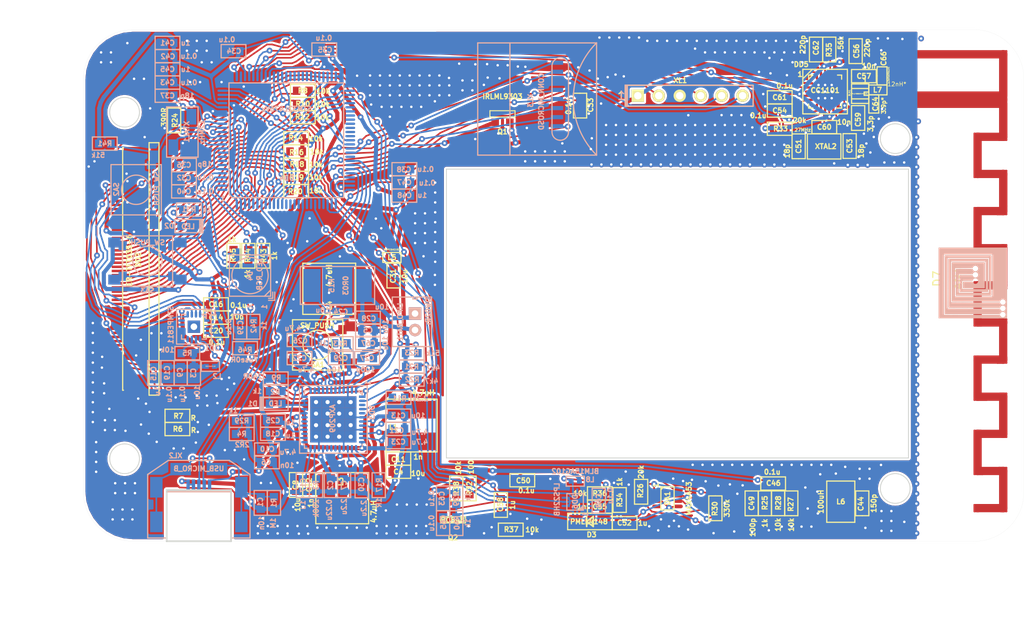
<source format=kicad_pcb>
(kicad_pcb (version 20170123) (host pcbnew "(2017-03-03 revision 68bcdec87)-makepkg")
  (layers (0 F.Cu signal) (31 B.Cu signal) (36 B.SilkS user) (37 F.SilkS user) (38 B.Mask user) (39 F.Mask user) (44 Edge.Cuts user))
  (net 0 "")
  (net 1 +3V3)
  (net 2 /SD_POWER)
  (net 3 /CC_GDO0)
  (net 4 /DB4)
  (net 5 "Net-(DA1-Pad2)")
  (net 6 /klNFC_Tx)
  (net 7 "Net-(DD4-Pad13)")
  (net 8 /PWR_IRQ)
  (net 9 /SCL)
  (net 10 /SDA)
  (net 11 /DB8)
  (net 12 /DB6)
  (net 13 /DB5)
  (net 14 /PWR_UNST)
  (net 15 "Net-(DD3-Pad13)")
  (net 16 +BATT)
  (net 17 /DB3)
  (net 18 "Net-(DD3-Pad47)")
  (net 19 /DB2)
  (net 20 "Net-(DD3-Pad4)")
  (net 21 /DB1)
  (net 22 "Net-(DD3-Pad37)")
  (net 23 /DB0)
  (net 24 "Net-(DD2-Pad3)")
  (net 25 "Net-(DD4-Pad68)")
  (net 26 +5V)
  (net 27 "Net-(DA1-Pad6)")
  (net 28 +2V5)
  (net 29 /CHARGING)
  (net 30 "Net-(DD3-Pad23)")
  (net 31 "Net-(D4-Pad4)")
  (net 32 "Net-(DD4-Pad4)")
  (net 33 "Net-(DD4-Pad3)")
  (net 34 "Net-(D4-Pad5)")
  (net 35 "Net-(D4-Pad6)")
  (net 36 "Net-(DD4-Pad2)")
  (net 37 "Net-(DD4-Pad94)")
  (net 38 "Net-(DD4-Pad14)")
  (net 39 "Net-(DD1-Pad7)")
  (net 40 /TOUCH_PWR)
  (net 41 /klNFC_Rx)
  (net 42 "Net-(DD5-Pad17)")
  (net 43 /CC_CS)
  (net 44 "Net-(DD4-Pad5)")
  (net 45 "Net-(DD2-Pad2)")
  (net 46 /ANT1)
  (net 47 /RF2)
  (net 48 /RF1)
  (net 49 /LX_3)
  (net 50 /LX_2)
  (net 51 /DCDC_2)
  (net 52 "Net-(DD3-Pad45)")
  (net 53 /ANT2)
  (net 54 "Net-(DD3-Pad3)")
  (net 55 "Net-(DD3-Pad5)")
  (net 56 "Net-(DD3-Pad18)")
  (net 57 "Net-(DD3-Pad19)")
  (net 58 "Net-(DD3-Pad20)")
  (net 59 "Net-(DD3-Pad25)")
  (net 60 "Net-(DD3-Pad27)")
  (net 61 /LDO_1)
  (net 62 "Net-(DD3-Pad30)")
  (net 63 /LDO_3)
  (net 64 /CC_SCK)
  (net 65 /CC_MISO)
  (net 66 "Net-(DD5-Pad3)")
  (net 67 /CC_MOSI)
  (net 68 "Net-(DD4-Pad1)")
  (net 69 "Net-(DD4-Pad7)")
  (net 70 "Net-(DD4-Pad8)")
  (net 71 "Net-(DD4-Pad9)")
  (net 72 /TOUCH_INT)
  (net 73 /LCD_RESET)
  (net 74 /klNFC_Modulation)
  (net 75 /UART_TX)
  (net 76 /UART_RX)
  (net 77 "Net-(DD4-Pad38)")
  (net 78 "Net-(DD4-Pad39)")
  (net 79 "Net-(DD4-Pad40)")
  (net 80 "Net-(DD4-Pad41)")
  (net 81 "Net-(DD4-Pad42)")
  (net 82 "Net-(DD4-Pad43)")
  (net 83 "Net-(DD4-Pad44)")
  (net 84 "Net-(DD4-Pad45)")
  (net 85 "Net-(DD4-Pad46)")
  (net 86 /DB10)
  (net 87 /DB11)
  (net 88 /DB12)
  (net 89 /DB13)
  (net 90 /DB14)
  (net 91 /DB15)
  (net 92 "Net-(DD4-Pad55)")
  (net 93 "Net-(DD4-Pad56)")
  (net 94 "Net-(DD4-Pad57)")
  (net 95 "Net-(DD4-Pad58)")
  (net 96 "Net-(DD4-Pad59)")
  (net 97 "Net-(DD4-Pad60)")
  (net 98 "Net-(DD4-Pad61)")
  (net 99 "Net-(DD4-Pad62)")
  (net 100 /LCD_WR)
  (net 101 /LCD_RD)
  (net 102 /SD_DAT0)
  (net 103 /SD_DAT1)
  (net 104 /USB_D-)
  (net 105 /USB_D+)
  (net 106 /SWD_IO)
  (net 107 /SWD_CLK)
  (net 108 /SD_DAT2)
  (net 109 /SD_DAT3)
  (net 110 /SD_CLK)
  (net 111 /SD_CMD)
  (net 112 "Net-(DD4-Pad85)")
  (net 113 "Net-(DD4-Pad86)")
  (net 114 "Net-(DD4-Pad87)")
  (net 115 "Net-(DD4-Pad88)")
  (net 116 /DB7)
  (net 117 /DB9)
  (net 118 /LCD_CS)
  (net 119 /LCD_D/I_SLC)
  (net 120 /LCD_Y-)
  (net 121 "Net-(DD1-Pad8)")
  (net 122 "Net-(DD1-Pad11)")
  (net 123 "Net-(DD1-Pad12)")
  (net 124 /LCD_X+)
  (net 125 /LCD_Y+)
  (net 126 /LCD_X-)
  (net 127 "Net-(DD2-Pad4)")
  (net 128 "Net-(DD2-Pad5)")
  (net 129 "Net-(DD2-Pad6)")
  (net 130 "Net-(DD2-Pad33)")
  (net 131 "Net-(DD2-Pad39)")
  (net 132 "Net-(C1-Pad1)")
  (net 133 "Net-(C10-Pad2)")
  (net 134 "Net-(C17-Pad1)")
  (net 135 "Net-(C18-Pad1)")
  (net 136 "Net-(C24-Pad1)")
  (net 137 "Net-(C27-Pad1)")
  (net 138 "Net-(C33-Pad1)")
  (net 139 "Net-(C36-Pad1)")
  (net 140 "Net-(C37-Pad1)")
  (net 141 "Net-(C44-Pad1)")
  (net 142 "Net-(C49-Pad1)")
  (net 143 "Net-(C49-Pad2)")
  (net 144 "Net-(C50-Pad2)")
  (net 145 "Net-(C51-Pad1)")
  (net 146 "Net-(C52-Pad2)")
  (net 147 "Net-(C52-Pad1)")
  (net 148 "Net-(C53-Pad1)")
  (net 149 "Net-(C54-Pad1)")
  (net 150 "Net-(C55-Pad1)")
  (net 151 "Net-(C58-Pad2)")
  (net 152 "Net-(D1-PadC)")
  (net 153 "Net-(D2-PadA)")
  (net 154 VGND)
  (net 155 "Net-(DA1-Pad4)")
  (net 156 +3V3_120mA)
  (net 157 "Net-(C68-Pad1)")
  (net 158 /PRESSURE_INT)
  (net 159 GNDS)
  (net 160 GNDA)
  (net 161 "Net-(DD4-Pad67)")
  (net 162 MCU_PWR)
  (module ANT_868_INV_F:ANTENNA_868_INV_F_SHARP (layer F.Cu) (at 199.482 52.9814 270)
    (fp_text reference D7 (at 27.2 -4.01 270) (layer F.SilkS))
    (fp_text value ANT (at 27.2 -6.55 270) (layer F.SilkS))
    (fp_line (start 55.4 -9) (end 55.4 -8.5) (layer F.Cu) (width 0.2))
    (fp_line (start 55.4 -8.5) (end 54.6 -8.5) (layer F.Cu) (width 0.2))
    (fp_line (start 54.6 -8.5) (end 54.6 -9) (layer F.Cu) (width 0.2))
    (fp_line (start 55.4 -11.7) (end 55.4 -12.4) (layer F.Cu) (width 0.2))
    (fp_line (start 55.4 -12.4) (end 50.1 -12.4) (layer F.Cu) (width 0.2))
    (fp_line (start 50.1 -12.4) (end 50.1 -11.5) (layer F.Cu) (width 0.2))
    (fp_line (start 50.1 -11.5) (end 50.9 -9.5) (layer F.Cu) (width 0.2))
    (fp_line (start 50.9 -9.5) (end 50.9 -8.5) (layer F.Cu) (width 0.2))
    (fp_line (start 50.9 -8.5) (end 50 -8.5) (layer F.Cu) (width 0.2))
    (fp_line (start 50 -8.5) (end 46.3 -8.5) (layer F.Cu) (width 0.2))
    (fp_line (start 46.3 -8.5) (end 45.6 -8.5) (layer F.Cu) (width 0.2))
    (fp_line (start 45.6 -8.5) (end 45.6 -9.3) (layer F.Cu) (width 0.2))
    (fp_line (start 46.4 -11.8) (end 46.4 -12.4) (layer F.Cu) (width 0.2))
    (fp_line (start 46.4 -12.4) (end 45.7 -12.4) (layer F.Cu) (width 0.2))
    (fp_line (start 45.7 -12.4) (end 41.1 -12.4) (layer F.Cu) (width 0.2))
    (fp_line (start 41.1 -12.4) (end 41.1 -11.6) (layer F.Cu) (width 0.2))
    (fp_line (start 41.9 -10) (end 41.9 -8.5) (layer F.Cu) (width 0.2))
    (fp_line (start 41.9 -8.5) (end 40.9 -8.5) (layer F.Cu) (width 0.2))
    (fp_line (start 37.2 -8.5) (end 36.6 -8.5) (layer F.Cu) (width 0.2))
    (fp_line (start 36.6 -8.5) (end 36.6 -9) (layer F.Cu) (width 0.2))
    (fp_line (start 36.6 -9) (end 37.4 -11.3) (layer F.Cu) (width 0.2))
    (fp_line (start 37.4 -11.3) (end 37.4 -12.4) (layer F.Cu) (width 0.2))
    (fp_line (start 37.4 -12.4) (end 36.7 -12.4) (layer F.Cu) (width 0.2))
    (fp_line (start 32.6 -12.4) (end 32.1 -12.4) (layer F.Cu) (width 0.2))
    (fp_line (start 32.1 -12.4) (end 32.1 -11.5) (layer F.Cu) (width 0.2))
    (fp_line (start 32.9 -9.4) (end 32.9 -8.5) (layer F.Cu) (width 0.2))
    (fp_line (start 32.9 -8.5) (end 31.6 -8.5) (layer F.Cu) (width 0.2))
    (fp_line (start 28.6 -8.5) (end 27.6 -8.5) (layer F.Cu) (width 0.2))
    (fp_line (start 27.6 -8.5) (end 27.6 -9.1) (layer F.Cu) (width 0.2))
    (fp_line (start 28.4 -11.5) (end 28.4 -12.4) (layer F.Cu) (width 0.2))
    (fp_line (start 28.4 -12.4) (end 27.6 -12.4) (layer F.Cu) (width 0.2))
    (fp_line (start 27.6 -12.4) (end 23.8 -12.4) (layer F.Cu) (width 0.2))
    (fp_line (start 23.8 -12.4) (end 23.1 -12.4) (layer F.Cu) (width 0.2))
    (fp_line (start 23.1 -12.4) (end 23.1 -11.9) (layer F.Cu) (width 0.2))
    (fp_line (start 23.1 -11.9) (end 23.9 -9) (layer F.Cu) (width 0.2))
    (fp_line (start 23.9 -9) (end 23.9 -8.5) (layer F.Cu) (width 0.2))
    (fp_line (start 23.9 -8.5) (end 23 -8.5) (layer F.Cu) (width 0.2))
    (fp_line (start 23 -8.5) (end 19.6 -8.5) (layer F.Cu) (width 0.2))
    (fp_line (start 19.6 -8.5) (end 18.6 -8.5) (layer F.Cu) (width 0.2))
    (fp_line (start 18.6 -8.5) (end 18.6 -9.1) (layer F.Cu) (width 0.2))
    (fp_line (start 18.6 -9.1) (end 19.4 -11.3) (layer F.Cu) (width 0.2))
    (fp_line (start 19.4 -11.3) (end 19.4 -12.4) (layer F.Cu) (width 0.2))
    (fp_line (start 19.4 -12.4) (end 18.4 -12.4) (layer F.Cu) (width 0.2))
    (fp_line (start 18.4 -12.4) (end 14.6 -12.4) (layer F.Cu) (width 0.2))
    (fp_line (start 14.6 -12.4) (end 14.1 -12.4) (layer F.Cu) (width 0.2))
    (fp_line (start 14.1 -12.4) (end 14.1 -11.9) (layer F.Cu) (width 0.2))
    (fp_line (start 14.9 -9) (end 14.9 -8.5) (layer F.Cu) (width 0.2))
    (fp_line (start 14.9 -8.5) (end 14.3 -8.5) (layer F.Cu) (width 0.2))
    (fp_line (start 14.3 -8.5) (end 10.1 -8.5) (layer F.Cu) (width 0.2))
    (fp_line (start 10.1 -8.5) (end 9.6 -8.5) (layer F.Cu) (width 0.2))
    (fp_line (start 9.6 -8.5) (end 9.6 -9.1) (layer F.Cu) (width 0.2))
    (fp_line (start 10.4 -11.5) (end 10.4 -12.4) (layer F.Cu) (width 0.2))
    (fp_line (start 10.4 -12.4) (end 9.7 -12.4) (layer F.Cu) (width 0.2))
    (fp_line (start 9.7 -12.4) (end 0.1 -12.4) (layer F.Cu) (width 0.2))
    (fp_line (start 0.1 -12.4) (end -0.4 -12.4) (layer F.Cu) (width 0.2))
    (fp_line (start -0.4 -12.4) (end -0.4 -11.9) (layer F.Cu) (width 0.2))
    (fp_line (start 5.5 0.8) (end 5.5 -11.5) (layer F.Cu) (width 2))
    (fp_line (start 10 -8.9) (end 14.5 -8.9) (layer F.Cu) (width 1))
    (fp_line (start 14.5 -8.9) (end 14.5 -12) (layer F.Cu) (width 1))
    (fp_line (start 14.5 -12) (end 19 -12) (layer F.Cu) (width 1))
    (fp_line (start 19 -12) (end 19 -8.9) (layer F.Cu) (width 1))
    (fp_line (start 19 -8.9) (end 23.5 -8.9) (layer F.Cu) (width 1))
    (fp_line (start 23.5 -9) (end 23.5 -12) (layer F.Cu) (width 1))
    (fp_line (start 23.5 -12) (end 28 -12) (layer F.Cu) (width 1))
    (fp_line (start 28 -12) (end 28 -9) (layer F.Cu) (width 1))
    (fp_line (start 28 -8.9) (end 32.5 -8.9) (layer F.Cu) (width 1))
    (fp_line (start 32.5 -8.9) (end 32.5 -12) (layer F.Cu) (width 1))
    (fp_line (start 32.5 -12) (end 37 -12) (layer F.Cu) (width 1))
    (fp_line (start 37 -12) (end 37 -8.9) (layer F.Cu) (width 1))
    (fp_line (start 37 -8.9) (end 41.5 -8.9) (layer F.Cu) (width 1))
    (fp_line (start 41.5 -8.9) (end 41.5 -12) (layer F.Cu) (width 1))
    (fp_line (start 41.5 -12) (end 46 -12) (layer F.Cu) (width 1))
    (fp_line (start 46 -12) (end 46 -8.9) (layer F.Cu) (width 1))
    (fp_line (start 46 -8.9) (end 50.5 -8.9) (layer F.Cu) (width 1))
    (fp_line (start 50.5 -8.9) (end 50.5 -12) (layer F.Cu) (width 1))
    (fp_line (start 50.5 -12) (end 55 -12) (layer F.Cu) (width 1))
    (fp_line (start 55 -12) (end 55 -8.9) (layer F.Cu) (width 1))
    (fp_line (start 0 0.8) (end 0 -12) (layer F.Cu) (width 1))
    (fp_line (start 0 -12) (end 5 -12) (layer F.Cu) (width 1))
    (fp_line (start 6 -12) (end 10 -12) (layer F.Cu) (width 1))
    (fp_line (start 10 -12) (end 10 -8.9) (layer F.Cu) (width 1))
    (pad ~ smd circle (at 5.5 0.8 270) (size 2.524 2.524) (layers F.Cu F.Mask) (net 53 /ANT2))
    (pad GND smd circle (at 0 0.8 270) (size 1.524 1.524) (layers F.Cu F.Mask) (net 159 GNDS))
  )
  (module Inductors:IND_1812 (layer F.Cu) (at 191.8 107.2 90)
    (fp_text reference L6 (at 0 0 180) (layer F.SilkS) (effects (font (size 0.6 0.6))))
    (fp_text value 100uH (at 0 -2.4 270) (layer F.SilkS) (effects (font (size 0.6 0.6))))
    (pad 1 smd rect (at -1.5 0 90) (size 1.5 3) (layers F.Cu F.Mask) (net 141 "Net-(C44-Pad1)"))
    (pad 2 smd rect (at 1.5 0 90) (size 1.5 3) (layers F.Cu F.Mask) (net 159 GNDS))
  )
  (module Inductors:IND_SDR0604 (layer F.Cu) (at 131.377 106.775)
    (fp_text reference L3 (at -0.2 -2 -90) (layer F.SilkS) (effects (font (size 0.59944 0.59944) (thickness 0.14986))))
    (fp_text value 4.7uH (at 3.823 1.625 -90) (layer F.SilkS) (effects (font (size 0.635 0.635) (thickness 0.16002))))
    (pad 1 smd rect (at -1.92532 0) (size 2.14884 5.79882) (layers F.Cu F.Mask) (net 1 +3V3))
    (pad 2 smd rect (at 1.92532 0) (size 2.14884 5.79882) (layers F.Cu F.Mask) (net 49 /LX_3))
  )
  (module Inductors:IND_SDR0604 (layer F.Cu) (at 129.8 81.4)
    (fp_text reference L4 (at 0 2 90) (layer F.SilkS) (effects (font (size 0.59944 0.59944) (thickness 0.14986))))
    (fp_text value 4.7uH (at 0 -1.6 90) (layer F.SilkS) (effects (font (size 0.635 0.635) (thickness 0.16002))))
    (pad 2 smd rect (at 1.92532 0) (size 2.14884 5.79882) (layers F.Cu F.Mask) (net 52 "Net-(DD3-Pad45)"))
    (pad 1 smd rect (at -1.92532 0) (size 2.14884 5.79882) (layers F.Cu F.Mask) (net 136 "Net-(C24-Pad1)"))
  )
  (module Inductors:IND_SDR0604 (layer F.Cu) (at 139.777 97.975 90)
    (fp_text reference L1 (at -0.2 -2.2) (layer F.SilkS) (effects (font (size 0.59944 0.59944) (thickness 0.14986))))
    (fp_text value 4.7uH (at 3.975 1.423) (layer F.SilkS) (effects (font (size 0.635 0.635) (thickness 0.16002))))
    (pad 1 smd rect (at -1.92532 0 90) (size 2.14884 5.79882) (layers F.Cu F.Mask) (net 51 /DCDC_2))
    (pad 2 smd rect (at 1.92532 0 90) (size 2.14884 5.79882) (layers F.Cu F.Mask) (net 50 /LX_2))
  )
  (module LGA:10_2X2 (layer B.Cu) (at 159.6 107.225 90)
    (fp_text reference DD6 (at 0.025 0 90) (layer B.SilkS) (effects (font (size 0.6 0.6)) (justify mirror)))
    (fp_text value LPS22HB (at 0.3 -2.2 90) (layer B.SilkS) (effects (font (size 0.6 0.6)) (justify mirror)))
    (fp_text user 1 (at -1.5 1.25 90) (layer B.SilkS) (effects (font (size 0.6 0.6)) (justify mirror)))
    (pad 1 smd rect (at -1.125 0.25) (size 0.25 1) (layers B.Cu B.Mask) (net 157 "Net-(C68-Pad1)"))
    (pad 2 smd roundrect (at -1.125 -0.25) (size 0.25 1) (layers B.Cu B.Mask) (net 9 /SCL))
    (pad 3 smd roundrect (at -0.5 -1.125 90) (size 0.25 1) (layers B.Cu B.Mask) (net 159 GNDS))
    (pad 4 smd roundrect (at 0 -1.125 90) (size 0.25 1) (layers B.Cu B.Mask) (net 10 /SDA))
    (pad 5 smd roundrect (at 0.5 -1.125 90) (size 0.25 1) (layers B.Cu B.Mask) (net 159 GNDS))
    (pad 6 smd roundrect (at 1.125 -0.25) (size 0.25 1) (layers B.Cu B.Mask) (net 157 "Net-(C68-Pad1)"))
    (pad 7 smd roundrect (at 1.125 0.25) (size 0.25 1) (layers B.Cu B.Mask) (net 158 /PRESSURE_INT))
    (pad 8 smd roundrect (at 0.5 1.125 90) (size 0.25 1) (layers B.Cu B.Mask) (net 159 GNDS))
    (pad 9 smd roundrect (at 0 1.125 90) (size 0.25 1) (layers B.Cu B.Mask) (net 159 GNDS))
    (pad 10 smd roundrect (at -0.5 1.125 90) (size 0.25 1) (layers B.Cu B.Mask) (net 157 "Net-(C68-Pad1)"))
  )
  (module Resistors:RES_2512 (layer B.Cu) (at 130.8 81 180)
    (fp_text reference R15 (at 0.7 0 90) (layer B.SilkS) (effects (font (size 0.6 0.6)) (justify mirror)))
    (fp_text value 0R03 (at -1 0 90) (layer B.SilkS) (effects (font (size 0.6 0.6)) (justify mirror)))
    (pad 1 smd rect (at -3.1 0) (size 2.1 4) (layers B.Cu B.Mask) (net 16 +BATT))
    (pad 2 smd rect (at 3.1 0) (size 2.1 4) (layers B.Cu B.Mask) (net 136 "Net-(C24-Pad1)"))
  )
  (module SOT:SOT23-8 (layer F.Cu) (at 170.8 106.8 270)
    (fp_text reference DA1 (at 0 0 270) (layer F.SilkS) (effects (font (size 0.6 0.6))))
    (fp_text value MAX4453 (at 0 -2.6 270) (layer F.SilkS) (effects (font (size 0.6 0.6))))
    (fp_text user 1 (at -1.6 1.4 270) (layer F.SilkS) (effects (font (size 0.6 0.6))))
    (pad 1 smd rect (at -0.97536 1.30048 270) (size 0.44958 1.09982) (layers F.Cu F.Mask) (net 143 "Net-(C49-Pad2)"))
    (pad 2 smd oval (at -0.32512 1.30048 270) (size 0.44958 1.09982) (layers F.Cu F.Mask) (net 5 "Net-(DA1-Pad2)"))
    (pad 3 smd oval (at 0.32512 1.30048 270) (size 0.44958 1.09982) (layers F.Cu F.Mask) (net 154 VGND))
    (pad 8 smd oval (at -0.97536 -1.30048 270) (size 0.44958 1.09982) (layers F.Cu F.Mask) (net 144 "Net-(C50-Pad2)"))
    (pad 5 smd oval (at 0.97536 -1.30048 270) (size 0.44958 1.09982) (layers F.Cu F.Mask) (net 154 VGND))
    (pad 6 smd oval (at 0.32512 -1.30048 270) (size 0.44958 1.09982) (layers F.Cu F.Mask) (net 27 "Net-(DA1-Pad6)"))
    (pad 4 smd oval (at 0.97536 1.30048 270) (size 0.44958 1.09982) (layers F.Cu F.Mask) (net 155 "Net-(DA1-Pad4)"))
    (pad 7 smd oval (at -0.32512 -1.30048 270) (size 0.44958 1.09982) (layers F.Cu F.Mask) (net 146 "Net-(C52-Pad2)"))
  )
  (module Capacitors:CAP_0603 (layer B.Cu) (at 162.47 107.084 90)
    (fp_text reference C68 (at 0 0 90) (layer B.SilkS) (effects (font (size 0.6 0.6)) (justify mirror)))
    (fp_text value 0.1u (at 0.6 1.4 90) (layer B.SilkS) (effects (font (size 0.6 0.6)) (justify mirror)))
    (pad 1 smd rect (at -0.762 0 90) (size 0.889 1.016) (layers B.Cu B.Mask) (net 157 "Net-(C68-Pad1)"))
    (pad 2 smd rect (at 0.762 0 90) (size 0.889 1.016) (layers B.Cu B.Mask) (net 159 GNDS))
  )
  (module "Connectors:WB-02(MW-2M)" (layer B.Cu) (at 140.2 85.4 270)
    (fp_text reference LIPO_BAT1 (at 0 1.8 270) (layer B.SilkS) (effects (font (size 0.6 0.6)) (justify mirror)))
    (fp_text value DW02R (at -1.4 -1.6 270) (layer B.SilkS) (effects (font (size 0.6 0.6)) (justify mirror)))
    (pad 1 thru_hole rect (at -1 0 270) (size 1.5 1.5) (drill 0.8) (layers *.Cu *.Mask B.SilkS) (net 16 +BATT))
    (pad 2 thru_hole circle (at 1 0 270) (size 1.5 1.5) (drill 0.8) (layers *.Cu *.Mask B.SilkS) (net 160 GNDA))
  )
  (module Inductors:IND_0402 (layer B.Cu) (at 159.619 104.72)
    (fp_text reference L8 (at 1.8 -0.2) (layer B.SilkS) (effects (font (size 0.6 0.6)) (justify mirror)))
    (fp_text value BLM15AG102 (at 0 -1.2) (layer B.SilkS) (effects (font (size 0.6 0.6)) (justify mirror)))
    (pad 1 smd rect (at -0.5 0) (size 0.6 0.6) (layers B.Cu B.Mask) (net 157 "Net-(C68-Pad1)"))
    (pad 2 smd rect (at 0.5 0) (size 0.6 0.6) (layers B.Cu B.Mask) (net 1 +3V3))
  )
  (module QFN_DFN:QFN16_4x4_H (layer B.Cu) (at 113.4 86 180)
    (fp_text reference DD1 (at -2.2 -2.6 180) (layer B.SilkS) (effects (font (size 0.6 0.6)) (justify mirror)))
    (fp_text value STMPE811 (at 2.8 0.2 -90) (layer B.SilkS) (effects (font (size 0.6 0.6)) (justify mirror)))
    (fp_text user 1 (at -2.5 1.7 180) (layer B.SilkS) (effects (font (size 0.6 0.6)) (justify mirror)))
    (pad 1 smd rect (at -1.5 0.75 180) (size 0.8 0.3) (layers B.Cu B.Mask) (net 120 /LCD_Y-))
    (pad 2 smd oval (at -1.5 0.25 180) (size 0.8 0.3) (layers B.Cu B.Mask) (net 72 /TOUCH_INT))
    (pad 3 smd oval (at -1.5 -0.25 180) (size 0.8 0.3) (layers B.Cu B.Mask) (net 159 GNDS))
    (pad 4 smd oval (at -1.5 -0.75 180) (size 0.8 0.3) (layers B.Cu B.Mask) (net 9 /SCL))
    (pad 5 smd oval (at -0.75 -1.5 90) (size 0.8 0.3) (layers B.Cu B.Mask) (net 10 /SDA))
    (pad 6 smd oval (at -0.25 -1.5 90) (size 0.8 0.3) (layers B.Cu B.Mask) (net 40 /TOUCH_PWR))
    (pad 7 smd oval (at 0.25 -1.5 90) (size 0.8 0.3) (layers B.Cu B.Mask) (net 39 "Net-(DD1-Pad7)"))
    (pad 8 smd oval (at 0.75 -1.5 90) (size 0.8 0.3) (layers B.Cu B.Mask) (net 121 "Net-(DD1-Pad8)"))
    (pad 9 smd oval (at 1.5 -0.75 180) (size 0.8 0.3) (layers B.Cu B.Mask) (net 159 GNDS))
    (pad 10 smd oval (at 1.5 -0.25 180) (size 0.8 0.3) (layers B.Cu B.Mask) (net 159 GNDS))
    (pad 11 smd oval (at 1.5 0.25 180) (size 0.8 0.3) (layers B.Cu B.Mask) (net 122 "Net-(DD1-Pad11)"))
    (pad 12 smd oval (at 1.5 0.75 180) (size 0.8 0.3) (layers B.Cu B.Mask) (net 123 "Net-(DD1-Pad12)"))
    (pad 13 smd oval (at 0.75 1.5 90) (size 0.8 0.3) (layers B.Cu B.Mask) (net 124 /LCD_X+))
    (pad 14 smd oval (at 0.25 1.5 90) (size 0.8 0.3) (layers B.Cu B.Mask) (net 40 /TOUCH_PWR))
    (pad 15 smd oval (at -0.25 1.5 90) (size 0.8 0.3) (layers B.Cu B.Mask) (net 125 /LCD_Y+))
    (pad 16 smd oval (at -0.75 1.5 90) (size 0.8 0.3) (layers B.Cu B.Mask) (net 126 /LCD_X-))
    (pad H thru_hole rect (at 0 0 180) (size 1.5 1.5) (drill 0.8) (layers *.Cu B.Mask))
  )
  (module Quartz:03225C4 (layer F.Cu) (at 189.784 64.1458)
    (fp_text reference XTAL2 (at 0.2 0) (layer F.SilkS) (effects (font (size 0.59944 0.59944) (thickness 0.14986))))
    (fp_text value 27MHz (at -2.6 -2) (layer F.SilkS) (effects (font (size 0.4 0.4) (thickness 0.1))))
    (pad 1 smd rect (at -1.1 0.8) (size 1.4 1) (layers F.Cu F.Mask) (net 145 "Net-(C51-Pad1)"))
    (pad H smd rect (at 1.1 0.8) (size 1.4 1) (layers F.Cu F.Mask) (net 159 GNDS))
    (pad 2 smd rect (at 1.1 -0.8) (size 1.4 1) (layers F.Cu F.Mask) (net 148 "Net-(C53-Pad1)"))
    (pad H smd rect (at -1.1 -0.8) (size 1.4 1) (layers F.Cu F.Mask) (net 159 GNDS))
  )
  (module Capacitors:CAP_0402 (layer F.Cu) (at 196.8 55.6 90)
    (fp_text reference C66 (at 2.1 0.2 90) (layer F.SilkS) (effects (font (size 0.6 0.6))))
    (fp_text value DoNotMount (at 0.2 0.8 90) (layer F.SilkS) (effects (font (size 0.2 0.2) (thickness 0.05))))
    (pad 2 smd rect (at 0.5 0 90) (size 0.6 0.6) (layers F.Cu F.Mask) (net 159 GNDS))
    (pad 1 smd rect (at -0.5 0 90) (size 0.6 0.6) (layers F.Cu F.Mask) (net 53 /ANT2))
  )
  (module Capacitors:CAP_0402 (layer F.Cu) (at 195.8 59 270)
    (fp_text reference C64 (at 0 -0.2 270) (layer F.SilkS) (effects (font (size 0.6 0.6))))
    (fp_text value 3.9p* (at 0.2 -1.2 270) (layer F.SilkS) (effects (font (size 0.5 0.5) (thickness 0.125))))
    (pad 1 smd rect (at -0.5 0 270) (size 0.6 0.6) (layers F.Cu F.Mask) (net 46 /ANT1))
    (pad 2 smd rect (at 0.5 0 270) (size 0.6 0.6) (layers F.Cu F.Mask) (net 159 GNDS))
  )
  (module BtnsSwitches:BTN_6x6_4x4 (layer B.Cu) (at 107.77 78.0336)
    (fp_text reference SA3 (at 0 3.6) (layer B.SilkS) (effects (font (size 0.6 0.6)) (justify mirror)))
    (fp_text value SW_PUSH (at 0.03 -2.2336) (layer B.SilkS) (effects (font (size 0.6 0.6)) (justify mirror)))
    (pad 2 smd rect (at 3 -1.85) (size 1 1.1) (layers B.Cu B.Mask) (net 162 MCU_PWR))
    (pad 1 smd rect (at 3 1.85) (size 1 1.1) (layers B.Cu B.Mask) (net 37 "Net-(DD4-Pad94)"))
    (pad 2 smd rect (at -3 -1.85) (size 1 1.1) (layers B.Cu B.Mask) (net 162 MCU_PWR))
    (pad 1 smd rect (at -3 1.85) (size 1 1.1) (layers B.Cu B.Mask) (net 37 "Net-(DD4-Pad94)"))
    (pad 2 smd rect (at -4 -2.25) (size 1.5 1.2) (layers B.Cu B.Mask) (net 162 MCU_PWR))
    (pad 1 smd rect (at -4 2.25) (size 1.5 1.2) (layers B.Cu B.Mask) (net 37 "Net-(DD4-Pad94)"))
    (pad 2 smd rect (at 4 -2.25) (size 1.5 1.2) (layers B.Cu B.Mask) (net 162 MCU_PWR))
    (pad 1 smd rect (at 4 2.25) (size 1.5 1.2) (layers B.Cu B.Mask) (net 37 "Net-(DD4-Pad94)"))
  )
  (module BtnsSwitches:BTN_6x6_4x4 (layer B.Cu) (at 106.4 69.4 270)
    (fp_text reference SA2 (at -0.05 2.4 270) (layer B.SilkS) (effects (font (size 0.6 0.6)) (justify mirror)))
    (fp_text value SW_PUSH (at -0.15 -2.5 270) (layer B.SilkS) (effects (font (size 0.6 0.6)) (justify mirror)))
    (pad 2 smd rect (at 3 -1.85 270) (size 1 1.1) (layers B.Cu B.Mask) (net 38 "Net-(DD4-Pad14)"))
    (pad 1 smd rect (at 3 1.85 270) (size 1 1.1) (layers B.Cu B.Mask) (net 159 GNDS))
    (pad 2 smd rect (at -3 -1.85 270) (size 1 1.1) (layers B.Cu B.Mask) (net 38 "Net-(DD4-Pad14)"))
    (pad 1 smd rect (at -3 1.85 270) (size 1 1.1) (layers B.Cu B.Mask) (net 159 GNDS))
    (pad 2 smd rect (at -4 -2.25 270) (size 1.5 1.2) (layers B.Cu B.Mask) (net 38 "Net-(DD4-Pad14)"))
    (pad 1 smd rect (at -4 2.25 270) (size 1.5 1.2) (layers B.Cu B.Mask) (net 159 GNDS))
    (pad 2 smd rect (at 4 -2.25 270) (size 1.5 1.2) (layers B.Cu B.Mask) (net 38 "Net-(DD4-Pad14)"))
    (pad 1 smd rect (at 4 2.25 270) (size 1.5 1.2) (layers B.Cu B.Mask) (net 159 GNDS))
  )
  (module BtnsSwitches:BTN_6x6_4x4 (layer F.Cu) (at 128.4 88.2 180)
    (fp_text reference SA1 (at 0 -2.4 180) (layer F.SilkS) (effects (font (size 0.6 0.6))))
    (fp_text value SW_PUSH (at 0.034 2.336 180) (layer F.SilkS) (effects (font (size 0.6 0.6))))
    (pad 1 smd rect (at 4 -2.25 180) (size 1.5 1.2) (layers F.Cu F.Mask) (net 137 "Net-(C27-Pad1)"))
    (pad 2 smd rect (at 4 2.25 180) (size 1.5 1.2) (layers F.Cu F.Mask) (net 160 GNDA))
    (pad 1 smd rect (at -4 -2.25 180) (size 1.5 1.2) (layers F.Cu F.Mask) (net 137 "Net-(C27-Pad1)"))
    (pad 2 smd rect (at -4 2.25 180) (size 1.5 1.2) (layers F.Cu F.Mask) (net 160 GNDA))
    (pad 1 smd rect (at -3 -1.85 180) (size 1 1.1) (layers F.Cu F.Mask) (net 137 "Net-(C27-Pad1)"))
    (pad 2 smd rect (at -3 1.85 180) (size 1 1.1) (layers F.Cu F.Mask) (net 160 GNDA))
    (pad 1 smd rect (at 3 -1.85 180) (size 1 1.1) (layers F.Cu F.Mask) (net 137 "Net-(C27-Pad1)"))
    (pad 2 smd rect (at 3 1.85 180) (size 1 1.1) (layers F.Cu F.Mask) (net 160 GNDA))
  )
  (module Capacitors:CAP_0603 (layer B.Cu) (at 126.2 87.6 180)
    (fp_text reference C26 (at -0.1 -0.1 180) (layer B.SilkS) (effects (font (size 0.6 0.6)) (justify mirror)))
    (fp_text value 4.7u (at 0.8 1.4 180) (layer B.SilkS) (effects (font (size 0.6 0.6)) (justify mirror)))
    (pad 2 smd rect (at 0.762 0 180) (size 0.889 1.016) (layers B.Cu B.Mask) (net 160 GNDA))
    (pad 1 smd rect (at -0.762 0 180) (size 0.889 1.016) (layers B.Cu B.Mask) (net 14 /PWR_UNST))
  )
  (module Capacitors:CAP_0603 (layer B.Cu) (at 112.2 66.4)
    (fp_text reference C36 (at 0 0) (layer B.SilkS) (effects (font (size 0.6 0.6)) (justify mirror)))
    (fp_text value 18p (at 2.5 -0.1) (layer B.SilkS) (effects (font (size 0.6 0.6)) (justify mirror)))
    (pad 1 smd rect (at -0.762 0) (size 0.889 1.016) (layers B.Cu B.Mask) (net 139 "Net-(C36-Pad1)"))
    (pad 2 smd rect (at 0.762 0) (size 0.889 1.016) (layers B.Cu B.Mask) (net 159 GNDS))
  )
  (module Capacitors:CAP_0603 (layer B.Cu) (at 110.2 58 180)
    (fp_text reference C37 (at 0 0 180) (layer B.SilkS) (effects (font (size 0.6 0.6)) (justify mirror)))
    (fp_text value 18p (at -2.4 0 180) (layer B.SilkS) (effects (font (size 0.6 0.6)) (justify mirror)))
    (pad 2 smd rect (at 0.762 0 180) (size 0.889 1.016) (layers B.Cu B.Mask) (net 159 GNDS))
    (pad 1 smd rect (at -0.762 0 180) (size 0.889 1.016) (layers B.Cu B.Mask) (net 140 "Net-(C37-Pad1)"))
  )
  (module Capacitors:CAP_0603 (layer B.Cu) (at 138.907 66.9077 180)
    (fp_text reference C38 (at 0.05 -0.05 180) (layer B.SilkS) (effects (font (size 0.6 0.6)) (justify mirror)))
    (fp_text value 0.1u (at -2.575 0 180) (layer B.SilkS) (effects (font (size 0.6 0.6)) (justify mirror)))
    (pad 1 smd rect (at -0.762 0 180) (size 0.889 1.016) (layers B.Cu B.Mask) (net 162 MCU_PWR))
    (pad 2 smd rect (at 0.762 0 180) (size 0.889 1.016) (layers B.Cu B.Mask) (net 159 GNDS))
  )
  (module Capacitors:CAP_0603 (layer B.Cu) (at 119 86 270)
    (fp_text reference C39 (at 0.1 -0.05 270) (layer B.SilkS) (effects (font (size 0.6 0.6)) (justify mirror)))
    (fp_text value 0.1u (at 0 1.4 270) (layer B.SilkS) (effects (font (size 0.6 0.6)) (justify mirror)))
    (pad 2 smd rect (at 0.762 0 270) (size 0.889 1.016) (layers B.Cu B.Mask) (net 159 GNDS))
    (pad 1 smd rect (at -0.762 0 270) (size 0.889 1.016) (layers B.Cu B.Mask) (net 162 MCU_PWR))
  )
  (module Capacitors:CAP_0603 (layer B.Cu) (at 112.2 69.6 180)
    (fp_text reference C40 (at 0 0 180) (layer B.SilkS) (effects (font (size 0.6 0.6)) (justify mirror)))
    (fp_text value 0.1u (at -2.6 0 180) (layer B.SilkS) (effects (font (size 0.6 0.6)) (justify mirror)))
    (pad 1 smd rect (at -0.762 0 180) (size 0.889 1.016) (layers B.Cu B.Mask) (net 162 MCU_PWR))
    (pad 2 smd rect (at 0.762 0 180) (size 0.889 1.016) (layers B.Cu B.Mask) (net 159 GNDS))
  )
  (module Capacitors:CAP_0603 (layer F.Cu) (at 153.2 104.6 180)
    (fp_text reference C50 (at -0.12 -0.05 180) (layer F.SilkS) (effects (font (size 0.6 0.6))))
    (fp_text value 0.1u (at -0.5 -1.25 180) (layer F.SilkS) (effects (font (size 0.6 0.6))))
    (pad 2 smd rect (at 0.762 0 180) (size 0.889 1.016) (layers F.Cu F.Mask) (net 144 "Net-(C50-Pad2)"))
    (pad 1 smd rect (at -0.762 0 180) (size 0.889 1.016) (layers F.Cu F.Mask) (net 159 GNDS))
  )
  (module Capacitors:CAP_0603 (layer B.Cu) (at 110.2 51.6 180)
    (fp_text reference C42 (at -0.05 -1.65 180) (layer B.SilkS) (effects (font (size 0.6 0.6)) (justify mirror)))
    (fp_text value 1u (at -2.2 0 180) (layer B.SilkS) (effects (font (size 0.6 0.6)) (justify mirror)))
    (pad 1 smd rect (at -0.762 0 180) (size 0.889 1.016) (layers B.Cu B.Mask) (net 162 MCU_PWR))
    (pad 2 smd rect (at 0.762 0 180) (size 0.889 1.016) (layers B.Cu B.Mask) (net 159 GNDS))
  )
  (module Capacitors:CAP_0603 (layer B.Cu) (at 110.2 56.4 180)
    (fp_text reference C43 (at 0 0 180) (layer B.SilkS) (effects (font (size 0.6 0.6)) (justify mirror)))
    (fp_text value 0.1u (at -2.6 0 180) (layer B.SilkS) (effects (font (size 0.6 0.6)) (justify mirror)))
    (pad 2 smd rect (at 0.762 0 180) (size 0.889 1.016) (layers B.Cu B.Mask) (net 159 GNDS))
    (pad 1 smd rect (at -0.762 0 180) (size 0.889 1.016) (layers B.Cu B.Mask) (net 162 MCU_PWR))
  )
  (module Capacitors:CAP_0603 (layer F.Cu) (at 194.4 107.4 90)
    (fp_text reference C44 (at -0.06 -0.17 90) (layer F.SilkS) (effects (font (size 0.6 0.6))))
    (fp_text value 150p (at 0 1.4 90) (layer F.SilkS) (effects (font (size 0.6 0.6))))
    (pad 1 smd rect (at -0.762 0 90) (size 0.889 1.016) (layers F.Cu F.Mask) (net 141 "Net-(C44-Pad1)"))
    (pad 2 smd rect (at 0.762 0 90) (size 0.889 1.016) (layers F.Cu F.Mask) (net 159 GNDS))
  )
  (module Capacitors:CAP_0603 (layer B.Cu) (at 110.2 54.8 180)
    (fp_text reference C45 (at 0 0 180) (layer B.SilkS) (effects (font (size 0.6 0.6)) (justify mirror)))
    (fp_text value 1u (at -2.2 0 180) (layer B.SilkS) (effects (font (size 0.6 0.6)) (justify mirror)))
    (pad 2 smd rect (at 0.762 0 180) (size 0.889 1.016) (layers B.Cu B.Mask) (net 159 GNDS))
    (pad 1 smd rect (at -0.762 0 180) (size 0.889 1.016) (layers B.Cu B.Mask) (net 162 MCU_PWR))
  )
  (module Capacitors:CAP_0603 (layer F.Cu) (at 183.6 105)
    (fp_text reference C46 (at 0.04 -0.04) (layer F.SilkS) (effects (font (size 0.6 0.6))))
    (fp_text value 0.1u (at -0.11 -1.4) (layer F.SilkS) (effects (font (size 0.6 0.6))))
    (pad 1 smd rect (at -0.762 0) (size 0.889 1.016) (layers F.Cu F.Mask) (net 6 /klNFC_Tx))
    (pad 2 smd rect (at 0.762 0) (size 0.889 1.016) (layers F.Cu F.Mask) (net 141 "Net-(C44-Pad1)"))
  )
  (module Capacitors:CAP_0603 (layer B.Cu) (at 138.907 68.5077 180)
    (fp_text reference C47 (at 0 0 180) (layer B.SilkS) (effects (font (size 0.6 0.6)) (justify mirror)))
    (fp_text value 0.1u (at -2.769 -0.059 180) (layer B.SilkS) (effects (font (size 0.6 0.6)) (justify mirror)))
    (pad 2 smd rect (at 0.762 0 180) (size 0.889 1.016) (layers B.Cu B.Mask) (net 159 GNDS))
    (pad 1 smd rect (at -0.762 0 180) (size 0.889 1.016) (layers B.Cu B.Mask) (net 162 MCU_PWR))
  )
  (module Capacitors:CAP_0603 (layer B.Cu) (at 138.907 70.1077 180)
    (fp_text reference C48 (at -0.025 0.025 180) (layer B.SilkS) (effects (font (size 0.6 0.6)) (justify mirror)))
    (fp_text value 1u (at -2.175 0.05 180) (layer B.SilkS) (effects (font (size 0.6 0.6)) (justify mirror)))
    (pad 1 smd rect (at -0.762 0 180) (size 0.889 1.016) (layers B.Cu B.Mask) (net 162 MCU_PWR))
    (pad 2 smd rect (at 0.762 0 180) (size 0.889 1.016) (layers B.Cu B.Mask) (net 159 GNDS))
  )
  (module Capacitors:CAP_0603 (layer B.Cu) (at 131.4 84.2)
    (fp_text reference C24 (at -0.2 0) (layer B.SilkS) (effects (font (size 0.6 0.6)) (justify mirror)))
    (fp_text value 10u (at -2.4 -0.2) (layer B.SilkS) (effects (font (size 0.6 0.6)) (justify mirror)))
    (pad 2 smd rect (at 0.762 0) (size 0.889 1.016) (layers B.Cu B.Mask) (net 160 GNDA))
    (pad 1 smd rect (at -0.762 0) (size 0.889 1.016) (layers B.Cu B.Mask) (net 136 "Net-(C24-Pad1)"))
  )
  (module Capacitors:CAP_0603 (layer B.Cu) (at 110.2 53.2 180)
    (fp_text reference C41 (at 0 1.6 180) (layer B.SilkS) (effects (font (size 0.6 0.6)) (justify mirror)))
    (fp_text value 0.1u (at -2.6 0 180) (layer B.SilkS) (effects (font (size 0.6 0.6)) (justify mirror)))
    (pad 1 smd rect (at -0.762 0 180) (size 0.889 1.016) (layers B.Cu B.Mask) (net 162 MCU_PWR))
    (pad 2 smd rect (at 0.762 0 180) (size 0.889 1.016) (layers B.Cu B.Mask) (net 159 GNDS))
  )
  (module Capacitors:CAP_0603 (layer F.Cu) (at 194.6 55.6236)
    (fp_text reference C57 (at 0 0) (layer F.SilkS) (effects (font (size 0.6 0.6))))
    (fp_text value 10n (at 0.6 -1.2236) (layer F.SilkS) (effects (font (size 0.6 0.6))))
    (pad 2 smd rect (at 0.762 0) (size 0.889 1.016) (layers F.Cu F.Mask) (net 159 GNDS))
    (pad 1 smd rect (at -0.762 0) (size 0.889 1.016) (layers F.Cu F.Mask) (net 1 +3V3))
  )
  (module Capacitors:CAP_0603 (layer B.Cu) (at 143.6 106.8 270)
    (fp_text reference C63 (at 0 0.14 270) (layer B.SilkS) (effects (font (size 0.6 0.6)) (justify mirror)))
    (fp_text value 0.1u (at 0 1.4 270) (layer B.SilkS) (effects (font (size 0.6 0.6)) (justify mirror)))
    (pad 2 smd rect (at 0.762 0 270) (size 0.889 1.016) (layers B.Cu B.Mask) (net 159 GNDS))
    (pad 1 smd rect (at -0.762 0 270) (size 0.889 1.016) (layers B.Cu B.Mask) (net 28 +2V5))
  )
  (module Capacitors:CAP_0603 (layer F.Cu) (at 188.8 52.4 90)
    (fp_text reference C62 (at 0.2 0 90) (layer F.SilkS) (effects (font (size 0.6 0.6))))
    (fp_text value 220p (at 0.6 -1.6 90) (layer F.SilkS) (effects (font (size 0.6 0.6))))
    (pad 1 smd rect (at -0.762 0 90) (size 0.889 1.016) (layers F.Cu F.Mask) (net 1 +3V3))
    (pad 2 smd rect (at 0.762 0 90) (size 0.889 1.016) (layers F.Cu F.Mask) (net 159 GNDS))
  )
  (module Capacitors:CAP_0603 (layer F.Cu) (at 184.4 58.2 180)
    (fp_text reference C61 (at 0 0 180) (layer F.SilkS) (effects (font (size 0.6 0.6))))
    (fp_text value 0.1u (at -0.6 1.4 180) (layer F.SilkS) (effects (font (size 0.6 0.6))))
    (pad 2 smd rect (at 0.762 0 180) (size 0.889 1.016) (layers F.Cu F.Mask) (net 159 GNDS))
    (pad 1 smd rect (at -0.762 0 180) (size 0.889 1.016) (layers F.Cu F.Mask) (net 1 +3V3))
  )
  (module Capacitors:CAP_0603 (layer F.Cu) (at 189.8 61.8 180)
    (fp_text reference C60 (at 0 0 180) (layer F.SilkS) (effects (font (size 0.6 0.6))))
    (fp_text value 10n (at -2.4 0.6 180) (layer F.SilkS) (effects (font (size 0.6 0.6))))
    (pad 1 smd rect (at -0.762 0 180) (size 0.889 1.016) (layers F.Cu F.Mask) (net 1 +3V3))
    (pad 2 smd rect (at 0.762 0 180) (size 0.889 1.016) (layers F.Cu F.Mask) (net 159 GNDS))
  )
  (module Capacitors:CAP_0603 (layer F.Cu) (at 165.6 109.8)
    (fp_text reference C52 (at -0.02 -0.03) (layer F.SilkS) (effects (font (size 0.6 0.6))))
    (fp_text value 1u (at 2.2 0) (layer F.SilkS) (effects (font (size 0.6 0.6))))
    (pad 2 smd rect (at 0.762 0) (size 0.889 1.016) (layers F.Cu F.Mask) (net 146 "Net-(C52-Pad2)"))
    (pad 1 smd rect (at -0.762 0) (size 0.889 1.016) (layers F.Cu F.Mask) (net 147 "Net-(C52-Pad1)"))
  )
  (module Capacitors:CAP_0603 (layer F.Cu) (at 181 107.4 270)
    (fp_text reference C49 (at 0 0 270) (layer F.SilkS) (effects (font (size 0.6 0.6))))
    (fp_text value 100p (at 2.924 -0.126 270) (layer F.SilkS) (effects (font (size 0.6 0.6))))
    (pad 1 smd rect (at -0.762 0 270) (size 0.889 1.016) (layers F.Cu F.Mask) (net 142 "Net-(C49-Pad1)"))
    (pad 2 smd rect (at 0.762 0 270) (size 0.889 1.016) (layers F.Cu F.Mask) (net 143 "Net-(C49-Pad2)"))
  )
  (module Capacitors:CAP_0603 (layer F.Cu) (at 193.6 52.6 90)
    (fp_text reference C56 (at 0 0.1 90) (layer F.SilkS) (effects (font (size 0.6 0.6))))
    (fp_text value 220p (at 0.4 1.4 90) (layer F.SilkS) (effects (font (size 0.6 0.6))))
    (pad 1 smd rect (at -0.762 0 90) (size 0.889 1.016) (layers F.Cu F.Mask) (net 1 +3V3))
    (pad 2 smd rect (at 0.762 0 90) (size 0.889 1.016) (layers F.Cu F.Mask) (net 159 GNDS))
  )
  (module Capacitors:CAP_0603 (layer F.Cu) (at 162.6 107.8)
    (fp_text reference C55 (at 0 0) (layer F.SilkS) (effects (font (size 0.6 0.6))))
    (fp_text value 1n (at -2.2 0) (layer F.SilkS) (effects (font (size 0.6 0.6))))
    (pad 2 smd rect (at 0.762 0) (size 0.889 1.016) (layers F.Cu F.Mask) (net 159 GNDS))
    (pad 1 smd rect (at -0.762 0) (size 0.889 1.016) (layers F.Cu F.Mask) (net 150 "Net-(C55-Pad1)"))
  )
  (module Capacitors:CAP_0603 (layer F.Cu) (at 184.4 59.8 180)
    (fp_text reference C54 (at 0 0 180) (layer F.SilkS) (effects (font (size 0.6 0.6))))
    (fp_text value 0.1u (at 2.6 -0.6 180) (layer F.SilkS) (effects (font (size 0.6 0.6))))
    (pad 1 smd rect (at -0.762 0 180) (size 0.889 1.016) (layers F.Cu F.Mask) (net 149 "Net-(C54-Pad1)"))
    (pad 2 smd rect (at 0.762 0 180) (size 0.889 1.016) (layers F.Cu F.Mask) (net 159 GNDS))
  )
  (module Capacitors:CAP_0603 (layer F.Cu) (at 192.873 64.0981 270)
    (fp_text reference C53 (at 0 0 270) (layer F.SilkS) (effects (font (size 0.6 0.6))))
    (fp_text value 18p (at 0.6 -1.4 270) (layer F.SilkS) (effects (font (size 0.6 0.6))))
    (pad 2 smd rect (at 0.762 0 270) (size 0.889 1.016) (layers F.Cu F.Mask) (net 159 GNDS))
    (pad 1 smd rect (at -0.762 0 270) (size 0.889 1.016) (layers F.Cu F.Mask) (net 148 "Net-(C53-Pad1)"))
  )
  (module Capacitors:CAP_0603 (layer B.Cu) (at 129.2 52.4 180)
    (fp_text reference C35 (at -0.1 -0.05 180) (layer B.SilkS) (effects (font (size 0.6 0.6)) (justify mirror)))
    (fp_text value 0.1u (at 0.05 1.4 180) (layer B.SilkS) (effects (font (size 0.6 0.6)) (justify mirror)))
    (pad 1 smd rect (at -0.762 0 180) (size 0.889 1.016) (layers B.Cu B.Mask) (net 162 MCU_PWR))
    (pad 2 smd rect (at 0.762 0 180) (size 0.889 1.016) (layers B.Cu B.Mask) (net 159 GNDS))
  )
  (module Capacitors:CAP_0603 (layer F.Cu) (at 186.695 64.1298 90)
    (fp_text reference C51 (at 0 0 90) (layer F.SilkS) (effects (font (size 0.6 0.6))))
    (fp_text value 18p (at -0.6 -1.4 270) (layer F.SilkS) (effects (font (size 0.6 0.6))))
    (pad 2 smd rect (at 0.762 0 90) (size 0.889 1.016) (layers F.Cu F.Mask) (net 159 GNDS))
    (pad 1 smd rect (at -0.762 0 90) (size 0.889 1.016) (layers F.Cu F.Mask) (net 145 "Net-(C51-Pad1)"))
  )
  (module Capacitors:CAP_0603 (layer F.Cu) (at 193.9 60.7 270)
    (fp_text reference C59 (at 0.2 0 270) (layer F.SilkS) (effects (font (size 0.6 0.6))))
    (fp_text value 3.3p (at 0.7 -1.5 270) (layer F.SilkS) (effects (font (size 0.6 0.6))))
    (pad 1 smd rect (at -0.762 0 270) (size 0.889 1.016) (layers F.Cu F.Mask) (net 1 +3V3))
    (pad 2 smd rect (at 0.762 0 270) (size 0.889 1.016) (layers F.Cu F.Mask) (net 159 GNDS))
  )
  (module Capacitors:CAP_0603 (layer F.Cu) (at 150.6 107.6 270)
    (fp_text reference C58 (at -0.06 0.05 270) (layer F.SilkS) (effects (font (size 0.6 0.6))))
    (fp_text value 1u (at 0 -1.4 270) (layer F.SilkS) (effects (font (size 0.6 0.6))))
    (pad 2 smd rect (at 0.762 0 270) (size 0.889 1.016) (layers F.Cu F.Mask) (net 151 "Net-(C58-Pad2)"))
    (pad 1 smd rect (at -0.762 0 270) (size 0.889 1.016) (layers F.Cu F.Mask) (net 41 /klNFC_Rx))
  )
  (module Capacitors:CAP_0603 (layer B.Cu) (at 118.2 52.6 180)
    (fp_text reference C34 (at -0.05 0 180) (layer B.SilkS) (effects (font (size 0.6 0.6)) (justify mirror)))
    (fp_text value 0.1u (at 0.8 1.4) (layer B.SilkS) (effects (font (size 0.6 0.6)) (justify mirror)))
    (pad 1 smd rect (at -0.762 0 180) (size 0.889 1.016) (layers B.Cu B.Mask) (net 162 MCU_PWR))
    (pad 2 smd rect (at 0.762 0 180) (size 0.889 1.016) (layers B.Cu B.Mask) (net 159 GNDS))
  )
  (module Capacitors:CAP_0603 (layer F.Cu) (at 116.075 83.2857)
    (fp_text reference C16 (at 0 0) (layer F.SilkS) (effects (font (size 0.6 0.6))))
    (fp_text value 0.1u (at 2.725 0.1143) (layer F.SilkS) (effects (font (size 0.6 0.6))))
    (pad 2 smd rect (at 0.762 0) (size 0.889 1.016) (layers F.Cu F.Mask) (net 159 GNDS))
    (pad 1 smd rect (at -0.762 0) (size 0.889 1.016) (layers F.Cu F.Mask) (net 1 +3V3))
  )
  (module Capacitors:CAP_0603 (layer B.Cu) (at 108.6 91.6 270)
    (fp_text reference C15 (at 0.08 0.08 270) (layer B.SilkS) (effects (font (size 0.6 0.6)) (justify mirror)))
    (fp_text value 1u (at 2.2 -0.4 270) (layer B.SilkS) (effects (font (size 0.6 0.6)) (justify mirror)))
    (pad 1 smd rect (at -0.762 0 270) (size 0.889 1.016) (layers B.Cu B.Mask) (net 40 /TOUCH_PWR))
    (pad 2 smd rect (at 0.762 0 270) (size 0.889 1.016) (layers B.Cu B.Mask) (net 159 GNDS))
  )
  (module Capacitors:CAP_0603 (layer F.Cu) (at 116.075 84.8857)
    (fp_text reference C14 (at 0 0) (layer F.SilkS) (effects (font (size 0.6 0.6))))
    (fp_text value 10u (at 2.525 -0.0857) (layer F.SilkS) (effects (font (size 0.6 0.6))))
    (pad 2 smd rect (at 0.762 0) (size 0.889 1.016) (layers F.Cu F.Mask) (net 159 GNDS))
    (pad 1 smd rect (at -0.762 0) (size 0.889 1.016) (layers F.Cu F.Mask) (net 1 +3V3))
  )
  (module Capacitors:CAP_0603 (layer B.Cu) (at 138.177 96.775)
    (fp_text reference C13 (at 0 0) (layer B.SilkS) (effects (font (size 0.6 0.6)) (justify mirror)))
    (fp_text value 10u (at 2.4 0) (layer B.SilkS) (effects (font (size 0.6 0.6)) (justify mirror)))
    (pad 1 smd rect (at -0.762 0) (size 0.889 1.016) (layers B.Cu B.Mask) (net 14 /PWR_UNST))
    (pad 2 smd rect (at 0.762 0) (size 0.889 1.016) (layers B.Cu B.Mask) (net 160 GNDA))
  )
  (module Capacitors:CAP_0603 (layer F.Cu) (at 127.377 105.175 270)
    (fp_text reference C12 (at 0 0 270) (layer F.SilkS) (effects (font (size 0.6 0.6))))
    (fp_text value 1n (at 2.2 -0.2 270) (layer F.SilkS) (effects (font (size 0.6 0.6))))
    (pad 2 smd rect (at 0.762 0 270) (size 0.889 1.016) (layers F.Cu F.Mask) (net 160 GNDA))
    (pad 1 smd rect (at -0.762 0 270) (size 0.889 1.016) (layers F.Cu F.Mask) (net 1 +3V3))
  )
  (module Capacitors:CAP_0603 (layer F.Cu) (at 138.177 101.975 180)
    (fp_text reference C11 (at 0 -0.1 180) (layer F.SilkS) (effects (font (size 0.6 0.6))))
    (fp_text value 1n (at -2.4 0.2 180) (layer F.SilkS) (effects (font (size 0.6 0.6))))
    (pad 1 smd rect (at -0.762 0 180) (size 0.889 1.016) (layers F.Cu F.Mask) (net 51 /DCDC_2))
    (pad 2 smd rect (at 0.762 0 180) (size 0.889 1.016) (layers F.Cu F.Mask) (net 160 GNDA))
  )
  (module Capacitors:CAP_0603 (layer B.Cu) (at 122.252 100.884 180)
    (fp_text reference C10 (at -0.05 0.05 180) (layer B.SilkS) (effects (font (size 0.6 0.6)) (justify mirror)))
    (fp_text value 4.7u (at -2.548 -0.316 180) (layer B.SilkS) (effects (font (size 0.6 0.6)) (justify mirror)))
    (pad 2 smd rect (at 0.762 0 180) (size 0.889 1.016) (layers B.Cu B.Mask) (net 133 "Net-(C10-Pad2)"))
    (pad 1 smd rect (at -0.762 0 180) (size 0.889 1.016) (layers B.Cu B.Mask) (net 160 GNDA))
  )
  (module Capacitors:CAP_0603 (layer B.Cu) (at 111.8 91.6 270)
    (fp_text reference C9 (at -0.075 0.075 270) (layer B.SilkS) (effects (font (size 0.6 0.6)) (justify mirror)))
    (fp_text value 0.1u (at 2.6 -0.2 270) (layer B.SilkS) (effects (font (size 0.6 0.6)) (justify mirror)))
    (pad 1 smd rect (at -0.762 0 270) (size 0.889 1.016) (layers B.Cu B.Mask) (net 40 /TOUCH_PWR))
    (pad 2 smd rect (at 0.762 0 270) (size 0.889 1.016) (layers B.Cu B.Mask) (net 159 GNDS))
  )
  (module Capacitors:CAP_0603 (layer F.Cu) (at 125.777 105.175 270)
    (fp_text reference C8 (at 0 0.05 270) (layer F.SilkS) (effects (font (size 0.6 0.6))))
    (fp_text value 10u (at 2.4 -0.2 270) (layer F.SilkS) (effects (font (size 0.6 0.6))))
    (pad 2 smd rect (at 0.762 0 270) (size 0.889 1.016) (layers F.Cu F.Mask) (net 160 GNDA))
    (pad 1 smd rect (at -0.762 0 270) (size 0.889 1.016) (layers F.Cu F.Mask) (net 1 +3V3))
  )
  (module Capacitors:CAP_0603 (layer B.Cu) (at 131.6 105.2 270)
    (fp_text reference C7 (at 0 0 270) (layer B.SilkS) (effects (font (size 0.6 0.6)) (justify mirror)))
    (fp_text value 2.2u (at 2.6 0 270) (layer B.SilkS) (effects (font (size 0.6 0.6)) (justify mirror)))
    (pad 1 smd rect (at -0.762 0 270) (size 0.889 1.016) (layers B.Cu B.Mask) (net 14 /PWR_UNST))
    (pad 2 smd rect (at 0.762 0 270) (size 0.889 1.016) (layers B.Cu B.Mask) (net 160 GNDA))
  )
  (module Capacitors:CAP_0603 (layer B.Cu) (at 122.252 102.408)
    (fp_text reference C6 (at -0.1 0) (layer B.SilkS) (effects (font (size 0.6 0.6)) (justify mirror)))
    (fp_text value 10n (at 2.448 0.392) (layer B.SilkS) (effects (font (size 0.6 0.6)) (justify mirror)))
    (pad 2 smd rect (at 0.762 0) (size 0.889 1.016) (layers B.Cu B.Mask) (net 160 GNDA))
    (pad 1 smd rect (at -0.762 0) (size 0.889 1.016) (layers B.Cu B.Mask) (net 26 +5V))
  )
  (module Capacitors:CAP_0603 (layer B.Cu) (at 134.493 86.435)
    (fp_text reference C5 (at 0 0) (layer B.SilkS) (effects (font (size 0.6 0.6)) (justify mirror)))
    (fp_text value 10u (at 2.107 -0.435 -90) (layer B.SilkS) (effects (font (size 0.6 0.6)) (justify mirror)))
    (pad 1 smd rect (at -0.762 0) (size 0.889 1.016) (layers B.Cu B.Mask) (net 16 +BATT))
    (pad 2 smd rect (at 0.762 0) (size 0.889 1.016) (layers B.Cu B.Mask) (net 160 GNDA))
  )
  (module Capacitors:CAP_0603 (layer F.Cu) (at 138.177 103.575 180)
    (fp_text reference C4 (at 0 0 180) (layer F.SilkS) (effects (font (size 0.6 0.6))))
    (fp_text value 10u (at -2.4 -0.2 180) (layer F.SilkS) (effects (font (size 0.6 0.6))))
    (pad 2 smd rect (at 0.762 0 180) (size 0.889 1.016) (layers F.Cu F.Mask) (net 160 GNDA))
    (pad 1 smd rect (at -0.762 0 180) (size 0.889 1.016) (layers F.Cu F.Mask) (net 51 /DCDC_2))
  )
  (module Capacitors:CAP_0603 (layer B.Cu) (at 130 105.2 270)
    (fp_text reference C2 (at 0 0.05 270) (layer B.SilkS) (effects (font (size 0.6 0.6)) (justify mirror)))
    (fp_text value 0.22u (at 3 0.2 270) (layer B.SilkS) (effects (font (size 0.6 0.6)) (justify mirror)))
    (pad 1 smd rect (at -0.762 0 270) (size 0.889 1.016) (layers B.Cu B.Mask) (net 14 /PWR_UNST))
    (pad 2 smd rect (at 0.762 0 270) (size 0.889 1.016) (layers B.Cu B.Mask) (net 160 GNDA))
  )
  (module Capacitors:CAP_0603 (layer B.Cu) (at 143.6 109.8 270)
    (fp_text reference C65 (at -0.11 -0.04 270) (layer B.SilkS) (effects (font (size 0.6 0.6)) (justify mirror)))
    (fp_text value 0.1u (at 0 1.4 270) (layer B.SilkS) (effects (font (size 0.6 0.6)) (justify mirror)))
    (pad 2 smd rect (at 0.762 0 270) (size 0.889 1.016) (layers B.Cu B.Mask) (net 159 GNDS))
    (pad 1 smd rect (at -0.762 0 270) (size 0.889 1.016) (layers B.Cu B.Mask) (net 154 VGND))
  )
  (module Capacitors:CAP_0603 (layer B.Cu) (at 112.2 68 180)
    (fp_text reference C32 (at -0.005005 0.0395 180) (layer B.SilkS) (effects (font (size 0.6 0.6)) (justify mirror)))
    (fp_text value 0.1u (at -2.6 0.1 180) (layer B.SilkS) (effects (font (size 0.6 0.6)) (justify mirror)))
    (pad 1 smd rect (at -0.762 0 180) (size 0.889 1.016) (layers B.Cu B.Mask) (net 162 MCU_PWR))
    (pad 2 smd rect (at 0.762 0 180) (size 0.889 1.016) (layers B.Cu B.Mask) (net 159 GNDS))
  )
  (module Capacitors:CAP_0603 (layer F.Cu) (at 137.6 79.8 270)
    (fp_text reference C31 (at 0.05 0.05 270) (layer F.SilkS) (effects (font (size 0.6 0.6))))
    (fp_text value 10u (at 0.1 -1.35 270) (layer F.SilkS) (effects (font (size 0.6 0.6))))
    (pad 2 smd rect (at 0.762 0 270) (size 0.889 1.016) (layers F.Cu F.Mask) (net 159 GNDS))
    (pad 1 smd rect (at -0.762 0 270) (size 0.889 1.016) (layers F.Cu F.Mask) (net 162 MCU_PWR))
  )
  (module Capacitors:CAP_0603 (layer B.Cu) (at 133.731 105.231 270)
    (fp_text reference C30 (at -0.13 0.02 270) (layer B.SilkS) (effects (font (size 0.6 0.6)) (justify mirror)))
    (fp_text value 2.2u (at 2.769 -0.269 270) (layer B.SilkS) (effects (font (size 0.6 0.6)) (justify mirror)))
    (pad 1 smd rect (at -0.762 0 270) (size 0.889 1.016) (layers B.Cu B.Mask) (net 14 /PWR_UNST))
    (pad 2 smd rect (at 0.762 0 270) (size 0.889 1.016) (layers B.Cu B.Mask) (net 160 GNDA))
  )
  (module Capacitors:CAP_0603 (layer B.Cu) (at 131.2 89.8)
    (fp_text reference C29 (at 0 0) (layer B.SilkS) (effects (font (size 0.6 0.6)) (justify mirror)))
    (fp_text value 10u (at -0.8 1.4) (layer B.SilkS) (effects (font (size 0.6 0.6)) (justify mirror)))
    (pad 2 smd rect (at 0.762 0) (size 0.889 1.016) (layers B.Cu B.Mask) (net 14 /PWR_UNST))
    (pad 1 smd rect (at -0.762 0) (size 0.889 1.016) (layers B.Cu B.Mask) (net 160 GNDA))
  )
  (module Capacitors:CAP_0603 (layer B.Cu) (at 134.493 84.911)
    (fp_text reference C28 (at 0.1 0.1) (layer B.SilkS) (effects (font (size 0.6 0.6)) (justify mirror)))
    (fp_text value 10u (at 1.707 -1.311 -180) (layer B.SilkS) (effects (font (size 0.6 0.6)) (justify mirror)))
    (pad 1 smd rect (at -0.762 0) (size 0.889 1.016) (layers B.Cu B.Mask) (net 16 +BATT))
    (pad 2 smd rect (at 0.762 0) (size 0.889 1.016) (layers B.Cu B.Mask) (net 160 GNDA))
  )
  (module Capacitors:CAP_0603 (layer B.Cu) (at 134.4 89.8 180)
    (fp_text reference C27 (at 0 0 180) (layer B.SilkS) (effects (font (size 0.6 0.6)) (justify mirror)))
    (fp_text value 100p (at 0.2 -1.4 180) (layer B.SilkS) (effects (font (size 0.6 0.6)) (justify mirror)))
    (pad 2 smd rect (at 0.762 0 180) (size 0.889 1.016) (layers B.Cu B.Mask) (net 160 GNDA))
    (pad 1 smd rect (at -0.762 0 180) (size 0.889 1.016) (layers B.Cu B.Mask) (net 137 "Net-(C27-Pad1)"))
  )
  (module Capacitors:CAP_0603 (layer B.Cu) (at 126.6 105.2 270)
    (fp_text reference C17 (at 0 -0.05 270) (layer B.SilkS) (effects (font (size 0.6 0.6)) (justify mirror)))
    (fp_text value 1u (at 2.4 0 270) (layer B.SilkS) (effects (font (size 0.6 0.6)) (justify mirror)))
    (pad 1 smd rect (at -0.762 0 270) (size 0.889 1.016) (layers B.Cu B.Mask) (net 134 "Net-(C17-Pad1)"))
    (pad 2 smd rect (at 0.762 0 270) (size 0.889 1.016) (layers B.Cu B.Mask) (net 160 GNDA))
  )
  (module Capacitors:CAP_0603 (layer F.Cu) (at 160.2 59.2 270)
    (fp_text reference C33 (at -0.0635 -1.27 270) (layer F.SilkS) (effects (font (size 0.6 0.6))))
    (fp_text value 0.1u (at 0.09906 1.39954 270) (layer F.SilkS) (effects (font (size 0.6 0.6))))
    (pad 2 smd rect (at 0.762 0 270) (size 0.889 1.016) (layers F.Cu F.Mask) (net 159 GNDS))
    (pad 1 smd rect (at -0.762 0 270) (size 0.889 1.016) (layers F.Cu F.Mask) (net 138 "Net-(C33-Pad1)"))
  )
  (module Capacitors:CAP_0603 (layer B.Cu) (at 113.4 91.6 270)
    (fp_text reference C3 (at 0.005 0.055 270) (layer B.SilkS) (effects (font (size 0.6 0.6)) (justify mirror)))
    (fp_text value 10u (at 2.4 -0.4 270) (layer B.SilkS) (effects (font (size 0.6 0.6)) (justify mirror)))
    (pad 1 smd rect (at -0.762 0 270) (size 0.889 1.016) (layers B.Cu B.Mask) (net 40 /TOUCH_PWR))
    (pad 2 smd rect (at 0.762 0 270) (size 0.889 1.016) (layers B.Cu B.Mask) (net 159 GNDS))
  )
  (module Capacitors:CAP_0603 (layer B.Cu) (at 138.177 99.975)
    (fp_text reference C23 (at 0 -0.02) (layer B.SilkS) (effects (font (size 0.6 0.6)) (justify mirror)))
    (fp_text value 4.7u (at 2.6 0) (layer B.SilkS) (effects (font (size 0.6 0.6)) (justify mirror)))
    (pad 2 smd rect (at 0.762 0) (size 0.889 1.016) (layers B.Cu B.Mask) (net 160 GNDA))
    (pad 1 smd rect (at -0.762 0) (size 0.889 1.016) (layers B.Cu B.Mask) (net 156 +3V3_120mA))
  )
  (module Capacitors:CAP_0603 (layer B.Cu) (at 126.2 89.8)
    (fp_text reference C22 (at 0 0) (layer B.SilkS) (effects (font (size 0.6 0.6)) (justify mirror)))
    (fp_text value 4.7u (at 0.8 1.4) (layer B.SilkS) (effects (font (size 0.6 0.6)) (justify mirror)))
    (pad 1 smd rect (at -0.762 0) (size 0.889 1.016) (layers B.Cu B.Mask) (net 63 /LDO_3))
    (pad 2 smd rect (at 0.762 0) (size 0.889 1.016) (layers B.Cu B.Mask) (net 160 GNDA))
  )
  (module Capacitors:CAP_0603 (layer B.Cu) (at 138.177 98.375)
    (fp_text reference C21 (at -0.2 0.2) (layer B.SilkS) (effects (font (size 0.6 0.6)) (justify mirror)))
    (fp_text value 4.7u (at 2.6 0.4) (layer B.SilkS) (effects (font (size 0.6 0.6)) (justify mirror)))
    (pad 2 smd rect (at 0.762 0) (size 0.889 1.016) (layers B.Cu B.Mask) (net 160 GNDA))
    (pad 1 smd rect (at -0.762 0) (size 0.889 1.016) (layers B.Cu B.Mask) (net 28 +2V5))
  )
  (module Capacitors:CAP_0603 (layer F.Cu) (at 116.075 86.4857)
    (fp_text reference C20 (at 0 0) (layer F.SilkS) (effects (font (size 0.6 0.6))))
    (fp_text value 0.1u (at 0.09906 1.39954) (layer F.SilkS) (effects (font (size 0.6 0.6))))
    (pad 1 smd rect (at -0.762 0) (size 0.889 1.016) (layers F.Cu F.Mask) (net 1 +3V3))
    (pad 2 smd rect (at 0.762 0) (size 0.889 1.016) (layers F.Cu F.Mask) (net 159 GNDS))
  )
  (module Capacitors:CAP_0603 (layer B.Cu) (at 110.2 91.6 270)
    (fp_text reference C19 (at -0.02 0.04 270) (layer B.SilkS) (effects (font (size 0.6 0.6)) (justify mirror)))
    (fp_text value 0.1u (at 2.6 -0.2 270) (layer B.SilkS) (effects (font (size 0.6 0.6)) (justify mirror)))
    (pad 2 smd rect (at 0.762 0 270) (size 0.889 1.016) (layers B.Cu B.Mask) (net 159 GNDS))
    (pad 1 smd rect (at -0.762 0 270) (size 0.889 1.016) (layers B.Cu B.Mask) (net 40 /TOUCH_PWR))
  )
  (module Capacitors:CAP_0603 (layer B.Cu) (at 122.977 98.975 180)
    (fp_text reference C18 (at 0 0 180) (layer B.SilkS) (effects (font (size 0.6 0.6)) (justify mirror)))
    (fp_text value 1u (at -2.123 -0.225 180) (layer B.SilkS) (effects (font (size 0.6 0.6)) (justify mirror)))
    (pad 1 smd rect (at -0.762 0 180) (size 0.889 1.016) (layers B.Cu B.Mask) (net 135 "Net-(C18-Pad1)"))
    (pad 2 smd rect (at 0.762 0 180) (size 0.889 1.016) (layers B.Cu B.Mask) (net 160 GNDA))
  )
  (module Capacitors:CAP_0603 (layer B.Cu) (at 121.5 107.35 270)
    (fp_text reference C1 (at -0.1 0.05 270) (layer B.SilkS) (effects (font (size 0.6 0.6)) (justify mirror)))
    (fp_text value 10n (at 2.45 -0.1 270) (layer B.SilkS) (effects (font (size 0.6 0.6)) (justify mirror)))
    (pad 2 smd rect (at 0.762 0 270) (size 0.889 1.016) (layers B.Cu B.Mask) (net 160 GNDA))
    (pad 1 smd rect (at -0.762 0 270) (size 0.889 1.016) (layers B.Cu B.Mask) (net 132 "Net-(C1-Pad1)"))
  )
  (module Capacitors:CAP_0603 (layer B.Cu) (at 122.977 97.375 180)
    (fp_text reference C25 (at 0 0 180) (layer B.SilkS) (effects (font (size 0.6 0.6)) (justify mirror)))
    (fp_text value 1u (at -2.123 -0.225 180) (layer B.SilkS) (effects (font (size 0.6 0.6)) (justify mirror)))
    (pad 1 smd rect (at -0.762 0 180) (size 0.889 1.016) (layers B.Cu B.Mask) (net 61 /LDO_1))
    (pad 2 smd rect (at 0.762 0 180) (size 0.889 1.016) (layers B.Cu B.Mask) (net 160 GNDA))
  )
  (module Connectors:ER-CON50HT-1 (layer F.Cu) (at 104.066 78.9924 90)
    (fp_text reference DD2 (at 1.1 2.6 90) (layer F.SilkS) (effects (font (size 0.6 0.6))))
    (fp_text value ER-TFT035-6 (at 1.05 1.5 90) (layer F.SilkS) (effects (font (size 0.6 0.6))))
    (pad 1 smd rect (at -12.25 0 90) (size 0.3 1.25) (layers F.Cu F.Mask) (net 156 +3V3_120mA))
    (pad 2 smd rect (at -11.75 0 90) (size 0.3 1.25) (layers F.Cu F.Mask) (net 45 "Net-(DD2-Pad2)"))
    (pad 3 smd rect (at -11.25 0 90) (size 0.3 1.25) (layers F.Cu F.Mask) (net 24 "Net-(DD2-Pad3)"))
    (pad 4 smd rect (at -10.75 0 90) (size 0.3 1.25) (layers F.Cu F.Mask) (net 127 "Net-(DD2-Pad4)"))
    (pad 5 smd rect (at -10.25 0 90) (size 0.3 1.25) (layers F.Cu F.Mask) (net 128 "Net-(DD2-Pad5)"))
    (pad 6 smd rect (at -9.75 0 90) (size 0.3 1.25) (layers F.Cu F.Mask) (net 129 "Net-(DD2-Pad6)"))
    (pad 7 smd rect (at -9.25 0 90) (size 0.3 1.25) (layers F.Cu F.Mask) (net 159 GNDS))
    (pad 8 smd rect (at -8.75 0 90) (size 0.3 1.25) (layers F.Cu F.Mask) (net 1 +3V3))
    (pad 9 smd rect (at -8.25 0 90) (size 0.3 1.25) (layers F.Cu F.Mask) (net 159 GNDS))
    (pad 10 smd rect (at -7.75 0 90) (size 0.3 1.25) (layers F.Cu F.Mask) (net 73 /LCD_RESET))
    (pad 11 smd rect (at -7.25 0 90) (size 0.3 1.25) (layers F.Cu F.Mask) (net 159 GNDS))
    (pad 12 smd rect (at -6.75 0 90) (size 0.3 1.25) (layers F.Cu F.Mask) (net 159 GNDS))
    (pad 13 smd rect (at -6.25 0 90) (size 0.3 1.25) (layers F.Cu F.Mask) (net 159 GNDS))
    (pad 14 smd rect (at -5.75 0 90) (size 0.3 1.25) (layers F.Cu F.Mask) (net 159 GNDS))
    (pad 15 smd rect (at -5.25 0 90) (size 0.3 1.25) (layers F.Cu F.Mask) (net 159 GNDS))
    (pad 16 smd rect (at -4.75 0 90) (size 0.3 1.25) (layers F.Cu F.Mask) (net 159 GNDS))
    (pad 17 smd rect (at -4.25 0 90) (size 0.3 1.25) (layers F.Cu F.Mask) (net 91 /DB15))
    (pad 18 smd rect (at -3.75 0 90) (size 0.3 1.25) (layers F.Cu F.Mask) (net 90 /DB14))
    (pad 19 smd rect (at -3.25 0 90) (size 0.3 1.25) (layers F.Cu F.Mask) (net 89 /DB13))
    (pad 20 smd rect (at -2.75 0 90) (size 0.3 1.25) (layers F.Cu F.Mask) (net 88 /DB12))
    (pad 21 smd rect (at -2.25 0 90) (size 0.3 1.25) (layers F.Cu F.Mask) (net 87 /DB11))
    (pad 22 smd rect (at -1.75 0 90) (size 0.3 1.25) (layers F.Cu F.Mask) (net 86 /DB10))
    (pad 23 smd rect (at -1.25 0 90) (size 0.3 1.25) (layers F.Cu F.Mask) (net 117 /DB9))
    (pad 24 smd rect (at -0.75 0 90) (size 0.3 1.25) (layers F.Cu F.Mask) (net 11 /DB8))
    (pad 25 smd rect (at -0.25 0 90) (size 0.3 1.25) (layers F.Cu F.Mask) (net 116 /DB7))
    (pad 26 smd rect (at 0.25 0 90) (size 0.3 1.25) (layers F.Cu F.Mask) (net 12 /DB6))
    (pad 27 smd rect (at 0.75 0 90) (size 0.3 1.25) (layers F.Cu F.Mask) (net 13 /DB5))
    (pad 28 smd rect (at 1.25 0 90) (size 0.3 1.25) (layers F.Cu F.Mask) (net 4 /DB4))
    (pad 29 smd rect (at 1.75 0 90) (size 0.3 1.25) (layers F.Cu F.Mask) (net 17 /DB3))
    (pad 30 smd rect (at 2.25 0 90) (size 0.3 1.25) (layers F.Cu F.Mask) (net 19 /DB2))
    (pad 31 smd rect (at 2.75 0 90) (size 0.3 1.25) (layers F.Cu F.Mask) (net 21 /DB1))
    (pad 32 smd rect (at 3.25 0 90) (size 0.3 1.25) (layers F.Cu F.Mask) (net 23 /DB0))
    (pad 33 smd rect (at 3.75 0 90) (size 0.3 1.25) (layers F.Cu F.Mask) (net 130 "Net-(DD2-Pad33)"))
    (pad 34 smd rect (at 4.25 0 90) (size 0.3 1.25) (layers F.Cu F.Mask) (net 159 GNDS))
    (pad 35 smd rect (at 4.75 0 90) (size 0.3 1.25) (layers F.Cu F.Mask) (net 101 /LCD_RD))
    (pad 36 smd rect (at 5.25 0 90) (size 0.3 1.25) (layers F.Cu F.Mask) (net 100 /LCD_WR))
    (pad 37 smd rect (at 5.75 0 90) (size 0.3 1.25) (layers F.Cu F.Mask) (net 119 /LCD_D/I_SLC))
    (pad 38 smd rect (at 6.25 0 90) (size 0.3 1.25) (layers F.Cu F.Mask) (net 118 /LCD_CS))
    (pad 39 smd rect (at 6.75 0 90) (size 0.3 1.25) (layers F.Cu F.Mask) (net 131 "Net-(DD2-Pad39)"))
    (pad 40 smd rect (at 7.25 0 90) (size 0.3 1.25) (layers F.Cu F.Mask) (net 1 +3V3))
    (pad 41 smd rect (at 7.75 0 90) (size 0.3 1.25) (layers F.Cu F.Mask) (net 1 +3V3))
    (pad 42 smd rect (at 8.25 0 90) (size 0.3 1.25) (layers F.Cu F.Mask) (net 1 +3V3))
    (pad 43 smd rect (at 8.75 0 90) (size 0.3 1.25) (layers F.Cu F.Mask) (net 159 GNDS))
    (pad 44 smd rect (at 9.25 0 90) (size 0.3 1.25) (layers F.Cu F.Mask) (net 124 /LCD_X+))
    (pad 45 smd rect (at 9.75 0 90) (size 0.3 1.25) (layers F.Cu F.Mask) (net 125 /LCD_Y+))
    (pad 46 smd rect (at 10.25 0 90) (size 0.3 1.25) (layers F.Cu F.Mask) (net 126 /LCD_X-))
    (pad 47 smd rect (at 10.75 0 90) (size 0.3 1.25) (layers F.Cu F.Mask) (net 120 /LCD_Y-))
    (pad 48 smd rect (at 11.25 0 90) (size 0.3 1.25) (layers F.Cu F.Mask) (net 159 GNDS))
    (pad 49 smd rect (at 11.75 0 90) (size 0.3 1.25) (layers F.Cu F.Mask) (net 159 GNDS))
    (pad 50 smd rect (at 12.25 0 90) (size 0.3 1.25) (layers F.Cu F.Mask) (net 159 GNDS))
    (pad H smd rect (at -13.79 2.325 90) (size 2 3) (layers F.Cu F.Mask))
    (pad H smd rect (at 13.79 2.325 90) (size 2 3) (layers F.Cu F.Mask))
  )
  (module Connectors:MICROSD_CAP_FIX05A (layer B.Cu) (at 155 58.4)
    (fp_text reference XL3 (at -0.8001 0.20066 -90) (layer B.SilkS) (effects (font (size 0.59944 0.59944) (thickness 0.14986)) (justify mirror)))
    (fp_text value CONN_MICROSD (at 0.50038 0.29972 -90) (layer B.SilkS) (effects (font (size 0.59944 0.59944) (thickness 0.14986)) (justify mirror)))
    (pad 1 smd rect (at 2.4003 3.29946) (size 1.50114 0.50038) (layers B.Cu B.Mask) (net 108 /SD_DAT2))
    (pad 2 smd rect (at 2.4003 2.19964) (size 1.50114 0.50038) (layers B.Cu B.Mask) (net 109 /SD_DAT3))
    (pad 3 smd rect (at 2.4003 1.09982) (size 1.50114 0.50038) (layers B.Cu B.Mask) (net 111 /SD_CMD))
    (pad 4 smd rect (at 2.4003 0) (size 1.50114 0.50038) (layers B.Cu B.Mask) (net 138 "Net-(C33-Pad1)"))
    (pad 5 smd rect (at 2.4003 -1.09982) (size 1.50114 0.50038) (layers B.Cu B.Mask) (net 110 /SD_CLK))
    (pad 6 smd rect (at 2.4003 -2.19964) (size 1.50114 0.50038) (layers B.Cu B.Mask) (net 159 GNDS))
    (pad 7 smd rect (at 2.4003 -3.29946) (size 1.50114 0.50038) (layers B.Cu B.Mask) (net 102 /SD_DAT0))
    (pad 8 smd rect (at 2.4003 -4.39928) (size 1.50114 0.50038) (layers B.Cu B.Mask) (net 103 /SD_DAT1))
    (pad H smd rect (at -3.40106 6.70052) (size 1.50114 1.50114) (layers B.Cu B.Mask) (net 159 GNDS))
    (pad H smd rect (at 4.8006 6.70052) (size 1.50114 1.50114) (layers B.Cu B.Mask) (net 159 GNDS))
    (pad H smd rect (at -3.40106 -6.70052) (size 1.50114 1.50114) (layers B.Cu B.Mask) (net 159 GNDS))
    (pad H smd rect (at 4.8006 -6.70052) (size 1.50114 1.50114) (layers B.Cu B.Mask) (net 159 GNDS))
  )
  (module Connectors:PLS-6 (layer F.Cu) (at 167.2 58)
    (fp_text reference XL1 (at 5.14096 -1.84912) (layer F.SilkS) (effects (font (size 0.6 0.6))))
    (fp_text value CONN_6 hide)
    (fp_text user 1 (at -2 0) (layer B.SilkS) (effects (justify mirror)))
    (fp_text user 1 (at -2 0) (layer F.SilkS))
    (pad 1 thru_hole rect (at 0 0) (size 1.5 1.5) (drill 0.9) (layers *.Cu *.Mask F.SilkS) (net 1 +3V3))
    (pad 2 thru_hole circle (at 2.54 0) (size 1.5 1.5) (drill 0.9) (layers *.Cu *.Mask F.SilkS) (net 107 /SWD_CLK))
    (pad 3 thru_hole circle (at 5.08 0) (size 1.5 1.5) (drill 0.9) (layers *.Cu *.Mask F.SilkS) (net 159 GNDS))
    (pad 4 thru_hole circle (at 7.62 0) (size 1.5 1.5) (drill 0.9) (layers *.Cu *.Mask F.SilkS) (net 106 /SWD_IO))
    (pad 5 thru_hole circle (at 10.16 0) (size 1.5 1.5) (drill 0.9) (layers *.Cu *.Mask F.SilkS) (net 75 /UART_TX))
    (pad 6 thru_hole circle (at 12.7 0) (size 1.5 1.5) (drill 0.9) (layers *.Cu *.Mask F.SilkS) (net 76 /UART_RX))
  )
  (module Connectors:USBmicro_MOLEX_WM17142 (layer B.Cu) (at 114 106 90)
    (fp_text reference XL2 (at 4.375 -2.825) (layer B.SilkS) (effects (font (size 0.6 0.6)) (justify mirror)))
    (fp_text value USB_MICRO_B (at 2.8 0) (layer B.SilkS) (effects (font (size 0.6 0.6)) (justify mirror)))
    (pad SHLD smd rect (at -3.65 5.15 90) (size 2.5 1.5) (layers B.Cu B.Mask) (net 132 "Net-(C1-Pad1)"))
    (pad SHLD smd rect (at -3.65 -5.15 90) (size 2.5 1.5) (layers B.Cu B.Mask) (net 132 "Net-(C1-Pad1)"))
    (pad SHLD smd rect (at 0.55 5.15 90) (size 2.5 1.5) (layers B.Cu B.Mask) (net 132 "Net-(C1-Pad1)"))
    (pad SHLD smd rect (at 0.55 -5.15 90) (size 2.5 1.5) (layers B.Cu B.Mask) (net 132 "Net-(C1-Pad1)"))
    (pad SHLD smd rect (at 2.75 2.2) (size 2.5 1.5) (layers B.Cu B.Mask) (net 132 "Net-(C1-Pad1)"))
    (pad SHLD smd rect (at 2.75 -2.2) (size 2.5 1.5) (layers B.Cu B.Mask) (net 132 "Net-(C1-Pad1)"))
    (pad 1 smd rect (at 0.875 1.3 90) (size 1.25 0.4) (layers B.Cu B.Mask) (net 26 +5V))
    (pad 2 smd rect (at 0.875 0.65 90) (size 1.25 0.4) (layers B.Cu B.Mask) (net 104 /USB_D-))
    (pad 3 smd rect (at 0.875 0 90) (size 1.25 0.4) (layers B.Cu B.Mask) (net 105 /USB_D+))
    (pad 4 smd rect (at 0.875 -0.65 90) (size 1.25 0.4) (layers B.Cu B.Mask) (net 160 GNDA))
    (pad 5 smd rect (at 0.875 -1.3 90) (size 1.25 0.4) (layers B.Cu B.Mask) (net 160 GNDA))
  )
  (module Diodes:SOD80C (layer F.Cu) (at 161.4 109.6)
    (fp_text reference D3 (at 0.2 1.6) (layer F.SilkS) (effects (font (size 0.6 0.6))))
    (fp_text value PMLL4148 (at -0.12 0.02) (layer F.SilkS) (effects (font (size 0.6 0.6))))
    (pad A smd rect (at 1.7 0) (size 1.6 1.6) (layers F.Cu F.Mask) (net 147 "Net-(C52-Pad1)"))
    (pad C smd rect (at -1.7 0) (size 1.6 1.6) (layers F.Cu F.Mask) (net 150 "Net-(C55-Pad1)"))
  )
  (module LEDs:LED_5050 (layer B.Cu) (at 120.2 79.8 90)
    (fp_text reference D4 (at -0.05 0 90) (layer B.SilkS) (effects (font (size 0.59944 0.59944) (thickness 0.14986)) (justify mirror)))
    (fp_text value LED_RGB (at 0.15 1.15 90) (layer B.SilkS) (effects (font (size 0.59944 0.59944) (thickness 0.14986)) (justify mirror)))
    (fp_text user 1 (at -3.8 1.75 90) (layer B.SilkS) (effects (font (size 0.6 0.6)) (justify mirror)))
    (fp_text user A (at -3.75 0 90) (layer B.SilkS) (effects (font (size 0.6 0.6)) (justify mirror)))
    (pad 6 smd rect (at 2.5 1.6 90) (size 1.6 1.1) (layers B.Cu B.Mask) (net 35 "Net-(D4-Pad6)"))
    (pad 5 smd rect (at 2.5 0 90) (size 1.6 1.1) (layers B.Cu B.Mask) (net 34 "Net-(D4-Pad5)"))
    (pad 4 smd rect (at 2.5 -1.6 90) (size 1.6 1.1) (layers B.Cu B.Mask) (net 31 "Net-(D4-Pad4)"))
    (pad 1 smd rect (at -2.5 1.6 90) (size 1.6 1.1) (layers B.Cu B.Mask) (net 159 GNDS))
    (pad 2 smd rect (at -2.5 0 90) (size 1.6 1.1) (layers B.Cu B.Mask) (net 159 GNDS))
    (pad 3 smd rect (at -2.5 -1.6 90) (size 1.6 1.1) (layers B.Cu B.Mask) (net 159 GNDS))
  )
  (module LQFP_TQFP:LQFP100 (layer B.Cu) (at 124.6 63.4)
    (fp_text reference DD4 (at 0.04 4.58) (layer B.SilkS) (effects (font (size 0.6 0.6)) (justify mirror)))
    (fp_text value STM32L476Vx (at 0.02 -3.79) (layer B.SilkS) (effects (font (size 0.6 0.6)) (justify mirror)))
    (fp_text user 1 (at -7.7 7.06) (layer B.SilkS) (effects (font (size 0.6 0.6)) (justify mirror)))
    (pad 1 smd rect (at -7.75 6) (size 1.2 0.28) (layers B.Cu B.Mask) (net 68 "Net-(DD4-Pad1)"))
    (pad 2 smd oval (at -7.75 5.5) (size 1.2 0.28) (layers B.Cu B.Mask) (net 36 "Net-(DD4-Pad2)"))
    (pad 3 smd oval (at -7.75 5) (size 1.2 0.28) (layers B.Cu B.Mask) (net 33 "Net-(DD4-Pad3)"))
    (pad 4 smd oval (at -7.75 4.5) (size 1.2 0.28) (layers B.Cu B.Mask) (net 32 "Net-(DD4-Pad4)"))
    (pad 5 smd oval (at -7.75 4) (size 1.2 0.28) (layers B.Cu B.Mask) (net 44 "Net-(DD4-Pad5)"))
    (pad 6 smd oval (at -7.75 3.5) (size 1.2 0.28) (layers B.Cu B.Mask) (net 162 MCU_PWR))
    (pad 7 smd oval (at -7.75 3) (size 1.2 0.28) (layers B.Cu B.Mask) (net 69 "Net-(DD4-Pad7)"))
    (pad 8 smd oval (at -7.75 2.5) (size 1.2 0.28) (layers B.Cu B.Mask) (net 70 "Net-(DD4-Pad8)"))
    (pad 9 smd oval (at -7.75 2) (size 1.2 0.28) (layers B.Cu B.Mask) (net 71 "Net-(DD4-Pad9)"))
    (pad 10 smd oval (at -7.75 1.5) (size 1.2 0.28) (layers B.Cu B.Mask) (net 159 GNDS))
    (pad 11 smd oval (at -7.75 1) (size 1.2 0.28) (layers B.Cu B.Mask) (net 162 MCU_PWR))
    (pad 12 smd oval (at -7.75 0.5) (size 1.2 0.28) (layers B.Cu B.Mask) (net 139 "Net-(C36-Pad1)"))
    (pad 13 smd oval (at -7.75 0) (size 1.2 0.28) (layers B.Cu B.Mask) (net 7 "Net-(DD4-Pad13)"))
    (pad 14 smd oval (at -7.75 -0.5) (size 1.2 0.28) (layers B.Cu B.Mask) (net 38 "Net-(DD4-Pad14)"))
    (pad 15 smd oval (at -7.75 -1) (size 1.2 0.28) (layers B.Cu B.Mask) (net 9 /SCL))
    (pad 16 smd oval (at -7.75 -1.5) (size 1.2 0.28) (layers B.Cu B.Mask) (net 10 /SDA))
    (pad 17 smd oval (at -7.75 -2) (size 1.2 0.28) (layers B.Cu B.Mask) (net 72 /TOUCH_INT))
    (pad 18 smd oval (at -7.75 -2.5) (size 1.2 0.28) (layers B.Cu B.Mask) (net 73 /LCD_RESET))
    (pad 19 smd oval (at -7.75 -3) (size 1.2 0.28) (layers B.Cu B.Mask) (net 159 GNDS))
    (pad 20 smd oval (at -7.75 -3.5) (size 1.2 0.28) (layers B.Cu B.Mask) (net 159 GNDS))
    (pad 21 smd oval (at -7.75 -4) (size 1.2 0.28) (layers B.Cu B.Mask) (net 162 MCU_PWR))
    (pad 22 smd oval (at -7.75 -4.5) (size 1.2 0.28) (layers B.Cu B.Mask) (net 162 MCU_PWR))
    (pad 23 smd oval (at -7.75 -5) (size 1.2 0.28) (layers B.Cu B.Mask) (net 74 /klNFC_Modulation))
    (pad 24 smd oval (at -7.75 -5.5) (size 1.2 0.28) (layers B.Cu B.Mask) (net 41 /klNFC_Rx))
    (pad 25 smd oval (at -7.75 -6) (size 1.2 0.28) (layers B.Cu B.Mask) (net 6 /klNFC_Tx))
    (pad 26 smd oval (at -6 -7.75 270) (size 1.2 0.28) (layers B.Cu B.Mask) (net 3 /CC_GDO0))
    (pad 27 smd oval (at -5.5 -7.75 270) (size 1.2 0.28) (layers B.Cu B.Mask) (net 159 GNDS))
    (pad 28 smd oval (at -5 -7.75 270) (size 1.2 0.28) (layers B.Cu B.Mask) (net 162 MCU_PWR))
    (pad 29 smd oval (at -4.5 -7.75 270) (size 1.2 0.28) (layers B.Cu B.Mask) (net 43 /CC_CS))
    (pad 30 smd oval (at -4 -7.75 270) (size 1.2 0.28) (layers B.Cu B.Mask) (net 64 /CC_SCK))
    (pad 31 smd oval (at -3.5 -7.75 270) (size 1.2 0.28) (layers B.Cu B.Mask) (net 65 /CC_MISO))
    (pad 32 smd oval (at -3 -7.75 270) (size 1.2 0.28) (layers B.Cu B.Mask) (net 67 /CC_MOSI))
    (pad 33 smd oval (at -2.5 -7.75 270) (size 1.2 0.28) (layers B.Cu B.Mask) (net 75 /UART_TX))
    (pad 34 smd oval (at -2 -7.75 270) (size 1.2 0.28) (layers B.Cu B.Mask) (net 76 /UART_RX))
    (pad 35 smd oval (at -1.5 -7.75 270) (size 1.2 0.28) (layers B.Cu B.Mask) (net 23 /DB0))
    (pad 36 smd oval (at -1 -7.75 270) (size 1.2 0.28) (layers B.Cu B.Mask) (net 21 /DB1))
    (pad 37 smd oval (at -0.5 -7.75 270) (size 1.2 0.28) (layers B.Cu B.Mask) (net 19 /DB2))
    (pad 38 smd oval (at 0 -7.75 270) (size 1.2 0.28) (layers B.Cu B.Mask) (net 77 "Net-(DD4-Pad38)"))
    (pad 39 smd oval (at 0.5 -7.75 270) (size 1.2 0.28) (layers B.Cu B.Mask) (net 78 "Net-(DD4-Pad39)"))
    (pad 40 smd oval (at 1 -7.75 270) (size 1.2 0.28) (layers B.Cu B.Mask) (net 79 "Net-(DD4-Pad40)"))
    (pad 41 smd oval (at 1.5 -7.75 270) (size 1.2 0.28) (layers B.Cu B.Mask) (net 80 "Net-(DD4-Pad41)"))
    (pad 42 smd oval (at 2 -7.75 270) (size 1.2 0.28) (layers B.Cu B.Mask) (net 81 "Net-(DD4-Pad42)"))
    (pad 43 smd oval (at 2.5 -7.75 270) (size 1.2 0.28) (layers B.Cu B.Mask) (net 82 "Net-(DD4-Pad43)"))
    (pad 44 smd oval (at 3 -7.75 270) (size 1.2 0.28) (layers B.Cu B.Mask) (net 83 "Net-(DD4-Pad44)"))
    (pad 45 smd oval (at 3.5 -7.75 270) (size 1.2 0.28) (layers B.Cu B.Mask) (net 84 "Net-(DD4-Pad45)"))
    (pad 46 smd oval (at 4 -7.75 270) (size 1.2 0.28) (layers B.Cu B.Mask) (net 85 "Net-(DD4-Pad46)"))
    (pad 47 smd oval (at 4.5 -7.75 270) (size 1.2 0.28) (layers B.Cu B.Mask) (net 86 /DB10))
    (pad 48 smd oval (at 5 -7.75 270) (size 1.2 0.28) (layers B.Cu B.Mask) (net 87 /DB11))
    (pad 49 smd oval (at 5.5 -7.75 270) (size 1.2 0.28) (layers B.Cu B.Mask) (net 159 GNDS))
    (pad 50 smd oval (at 6 -7.75 270) (size 1.2 0.28) (layers B.Cu B.Mask) (net 162 MCU_PWR))
    (pad 51 smd oval (at 7.75 -6) (size 1.2 0.28) (layers B.Cu B.Mask) (net 88 /DB12))
    (pad 52 smd oval (at 7.75 -5.5) (size 1.2 0.28) (layers B.Cu B.Mask) (net 89 /DB13))
    (pad 53 smd oval (at 7.75 -5) (size 1.2 0.28) (layers B.Cu B.Mask) (net 90 /DB14))
    (pad 54 smd oval (at 7.75 -4.5) (size 1.2 0.28) (layers B.Cu B.Mask) (net 91 /DB15))
    (pad 55 smd oval (at 7.75 -4) (size 1.2 0.28) (layers B.Cu B.Mask) (net 92 "Net-(DD4-Pad55)"))
    (pad 56 smd oval (at 7.75 -3.5) (size 1.2 0.28) (layers B.Cu B.Mask) (net 93 "Net-(DD4-Pad56)"))
    (pad 57 smd oval (at 7.75 -3) (size 1.2 0.28) (layers B.Cu B.Mask) (net 94 "Net-(DD4-Pad57)"))
    (pad 58 smd oval (at 7.75 -2.5) (size 1.2 0.28) (layers B.Cu B.Mask) (net 95 "Net-(DD4-Pad58)"))
    (pad 59 smd oval (at 7.75 -2) (size 1.2 0.28) (layers B.Cu B.Mask) (net 96 "Net-(DD4-Pad59)"))
    (pad 60 smd oval (at 7.75 -1.5) (size 1.2 0.28) (layers B.Cu B.Mask) (net 97 "Net-(DD4-Pad60)"))
    (pad 61 smd oval (at 7.75 -1) (size 1.2 0.28) (layers B.Cu B.Mask) (net 98 "Net-(DD4-Pad61)"))
    (pad 62 smd oval (at 7.75 -0.5) (size 1.2 0.28) (layers B.Cu B.Mask) (net 99 "Net-(DD4-Pad62)"))
    (pad 63 smd oval (at 7.75 0) (size 1.2 0.28) (layers B.Cu B.Mask) (net 100 /LCD_WR))
    (pad 64 smd oval (at 7.75 0.5) (size 1.2 0.28) (layers B.Cu B.Mask) (net 101 /LCD_RD))
    (pad 65 smd oval (at 7.75 1) (size 1.2 0.28) (layers B.Cu B.Mask) (net 102 /SD_DAT0))
    (pad 66 smd oval (at 7.75 1.5) (size 1.2 0.28) (layers B.Cu B.Mask) (net 103 /SD_DAT1))
    (pad 67 smd oval (at 7.75 2) (size 1.2 0.28) (layers B.Cu B.Mask) (net 161 "Net-(DD4-Pad67)"))
    (pad 68 smd oval (at 7.75 2.5) (size 1.2 0.28) (layers B.Cu B.Mask) (net 25 "Net-(DD4-Pad68)"))
    (pad 69 smd oval (at 7.75 3) (size 1.2 0.28) (layers B.Cu B.Mask) (net 8 /PWR_IRQ))
    (pad 70 smd oval (at 7.75 3.5) (size 1.2 0.28) (layers B.Cu B.Mask) (net 104 /USB_D-))
    (pad 71 smd oval (at 7.75 4) (size 1.2 0.28) (layers B.Cu B.Mask) (net 105 /USB_D+))
    (pad 72 smd oval (at 7.75 4.5) (size 1.2 0.28) (layers B.Cu B.Mask) (net 106 /SWD_IO))
    (pad 73 smd oval (at 7.75 5) (size 1.2 0.28) (layers B.Cu B.Mask) (net 162 MCU_PWR))
    (pad 74 smd oval (at 7.75 5.5) (size 1.2 0.28) (layers B.Cu B.Mask) (net 159 GNDS))
    (pad 75 smd oval (at 7.75 6) (size 1.2 0.28) (layers B.Cu B.Mask) (net 162 MCU_PWR))
    (pad 76 smd oval (at 6 7.75 270) (size 1.2 0.28) (layers B.Cu B.Mask) (net 107 /SWD_CLK))
    (pad 77 smd oval (at 5.5 7.75 270) (size 1.2 0.28) (layers B.Cu B.Mask) (net 74 /klNFC_Modulation))
    (pad 78 smd oval (at 5 7.75 270) (size 1.2 0.28) (layers B.Cu B.Mask) (net 108 /SD_DAT2))
    (pad 79 smd oval (at 4.5 7.75 270) (size 1.2 0.28) (layers B.Cu B.Mask) (net 109 /SD_DAT3))
    (pad 80 smd oval (at 4 7.75 270) (size 1.2 0.28) (layers B.Cu B.Mask) (net 110 /SD_CLK))
    (pad 81 smd oval (at 3.5 7.75 270) (size 1.2 0.28) (layers B.Cu B.Mask) (net 158 /PRESSURE_INT))
    (pad 82 smd oval (at 3 7.75 270) (size 1.2 0.28) (layers B.Cu B.Mask) (net 2 /SD_POWER))
    (pad 83 smd oval (at 2.5 7.75 270) (size 1.2 0.28) (layers B.Cu B.Mask) (net 111 /SD_CMD))
    (pad 84 smd oval (at 2 7.75 270) (size 1.2 0.28) (layers B.Cu B.Mask) (net 29 /CHARGING))
    (pad 85 smd oval (at 1.5 7.75 270) (size 1.2 0.28) (layers B.Cu B.Mask) (net 112 "Net-(DD4-Pad85)"))
    (pad 86 smd oval (at 1 7.75 270) (size 1.2 0.28) (layers B.Cu B.Mask) (net 113 "Net-(DD4-Pad86)"))
    (pad 87 smd oval (at 0.5 7.75 270) (size 1.2 0.28) (layers B.Cu B.Mask) (net 114 "Net-(DD4-Pad87)"))
    (pad 88 smd oval (at 0 7.75 270) (size 1.2 0.28) (layers B.Cu B.Mask) (net 115 "Net-(DD4-Pad88)"))
    (pad 89 smd oval (at -0.5 7.75 270) (size 1.2 0.28) (layers B.Cu B.Mask) (net 17 /DB3))
    (pad 90 smd oval (at -1 7.75 270) (size 1.2 0.28) (layers B.Cu B.Mask) (net 4 /DB4))
    (pad 91 smd oval (at -1.5 7.75 270) (size 1.2 0.28) (layers B.Cu B.Mask) (net 13 /DB5))
    (pad 92 smd oval (at -2 7.75 270) (size 1.2 0.28) (layers B.Cu B.Mask) (net 12 /DB6))
    (pad 93 smd oval (at -2.5 7.75 270) (size 1.2 0.28) (layers B.Cu B.Mask) (net 116 /DB7))
    (pad 94 smd oval (at -3 7.75 270) (size 1.2 0.28) (layers B.Cu B.Mask) (net 37 "Net-(DD4-Pad94)"))
    (pad 95 smd oval (at -3.5 7.75 270) (size 1.2 0.28) (layers B.Cu B.Mask) (net 11 /DB8))
    (pad 96 smd oval (at -4 7.75 270) (size 1.2 0.28) (layers B.Cu B.Mask) (net 117 /DB9))
    (pad 97 smd oval (at -4.5 7.75 270) (size 1.2 0.28) (layers B.Cu B.Mask) (net 118 /LCD_CS))
    (pad 98 smd oval (at -5 7.75 270) (size 1.2 0.28) (layers B.Cu B.Mask) (net 119 /LCD_D/I_SLC))
    (pad 99 smd oval (at -5.5 7.75 270) (size 1.2 0.28) (layers B.Cu B.Mask) (net 159 GNDS))
    (pad 100 smd oval (at -6 7.75 270) (size 1.2 0.28) (layers B.Cu B.Mask) (net 162 MCU_PWR))
  )
  (module PCB:TESTPOINT_1MM (layer B.Cu) (at 182.2 60.8 180)
    (fp_text reference TP1 hide)
    (fp_text value TESTPOINT hide)
    (pad 1 smd circle (at 0 0 180) (size 1 1) (layers B.Cu B.Mask) (net 3 /CC_GDO0))
  )
  (module QFN_DFN:QFN20 (layer F.Cu) (at 189.9 57.5)
    (fp_text reference DD5 (at -2.9 -3.3) (layer F.SilkS) (effects (font (size 0.6 0.6))))
    (fp_text value CC1101 (at 0 -0.15) (layer F.SilkS) (effects (font (size 0.6 0.6))))
    (fp_text user 1 (at -3.04 -2.1) (layer F.SilkS) (effects (font (size 0.6 0.6))))
    (pad 1 smd rect (at -1.95 -1) (size 1 0.28) (layers F.Cu F.Mask) (net 64 /CC_SCK))
    (pad 2 smd oval (at -1.95 -0.5) (size 1 0.28) (layers F.Cu F.Mask) (net 65 /CC_MISO))
    (pad 3 smd oval (at -1.95 0) (size 1 0.28) (layers F.Cu F.Mask) (net 66 "Net-(DD5-Pad3)"))
    (pad 4 smd oval (at -1.95 0.5) (size 1 0.28) (layers F.Cu F.Mask) (net 1 +3V3))
    (pad 5 smd oval (at -1.95 1) (size 1 0.28) (layers F.Cu F.Mask) (net 149 "Net-(C54-Pad1)"))
    (pad 6 smd oval (at -1 1.95 90) (size 1 0.28) (layers F.Cu F.Mask) (net 3 /CC_GDO0))
    (pad 7 smd oval (at -0.5 1.95 90) (size 1 0.28) (layers F.Cu F.Mask) (net 43 /CC_CS))
    (pad 8 smd oval (at 0 1.95 90) (size 1 0.28) (layers F.Cu F.Mask) (net 145 "Net-(C51-Pad1)"))
    (pad 9 smd oval (at 0.5 1.95 90) (size 1 0.28) (layers F.Cu F.Mask) (net 1 +3V3))
    (pad 10 smd oval (at 1 1.95 90) (size 1 0.28) (layers F.Cu F.Mask) (net 148 "Net-(C53-Pad1)"))
    (pad 11 smd oval (at 1.95 1 180) (size 1 0.28) (layers F.Cu F.Mask) (net 1 +3V3))
    (pad 12 smd oval (at 1.95 0.5 180) (size 1 0.28) (layers F.Cu F.Mask) (net 48 /RF1))
    (pad 13 smd oval (at 1.95 0 180) (size 1 0.28) (layers F.Cu F.Mask) (net 47 /RF2))
    (pad 14 smd oval (at 1.95 -0.5 180) (size 1 0.28) (layers F.Cu F.Mask) (net 1 +3V3))
    (pad 15 smd oval (at 1.95 -1 180) (size 1 0.28) (layers F.Cu F.Mask) (net 1 +3V3))
    (pad 16 smd oval (at 1 -1.95 90) (size 1 0.28) (layers F.Cu F.Mask) (net 159 GNDS))
    (pad 17 smd oval (at 0.5 -1.95 90) (size 1 0.28) (layers F.Cu F.Mask) (net 42 "Net-(DD5-Pad17)"))
    (pad 18 smd oval (at 0 -1.95 90) (size 1 0.28) (layers F.Cu F.Mask) (net 1 +3V3))
    (pad 19 smd oval (at -0.5 -1.95 90) (size 1 0.28) (layers F.Cu F.Mask) (net 159 GNDS))
    (pad 20 smd oval (at -1 -1.95 90) (size 1 0.28) (layers F.Cu F.Mask) (net 67 /CC_MOSI))
    (pad PAD thru_hole rect (at 0 0) (size 0.8 0.8) (drill 0.3) (layers *.Cu F.Mask) (net 159 GNDS))
    (pad PAD thru_hole rect (at 0.8 0) (size 0.8 0.8) (drill 0.3) (layers *.Cu F.Mask) (net 159 GNDS))
    (pad PAD thru_hole rect (at 0 -0.8) (size 0.8 0.8) (drill 0.3) (layers *.Cu F.Mask) (net 159 GNDS))
    (pad PAD thru_hole rect (at 0.8 -0.8) (size 0.8 0.8) (drill 0.3) (layers *.Cu F.Mask) (net 159 GNDS))
    (pad PAD thru_hole rect (at -0.8 -0.8) (size 0.8 0.8) (drill 0.3) (layers *.Cu F.Mask) (net 159 GNDS))
    (pad PAD thru_hole rect (at -0.8 0) (size 0.8 0.8) (drill 0.3) (layers *.Cu F.Mask) (net 159 GNDS))
    (pad PAD thru_hole rect (at -0.8 0.8) (size 0.8 0.8) (drill 0.3) (layers *.Cu F.Mask) (net 159 GNDS))
    (pad PAD thru_hole rect (at 0 0.8) (size 0.8 0.8) (drill 0.3) (layers *.Cu F.Mask) (net 159 GNDS))
    (pad PAD thru_hole rect (at 0.8 0.8) (size 0.8 0.8) (drill 0.3) (layers *.Cu F.Mask) (net 159 GNDS))
  )
  (module QFN_DFN:QFN48 (layer B.Cu) (at 130.302 97.23 270)
    (fp_text reference DD3 (at -0.83 -4.698 270) (layer B.SilkS) (effects (font (size 0.6 0.6)) (justify mirror)))
    (fp_text value AXP209 (at -0.1 0.1 270) (layer B.SilkS) (effects (font (size 0.6 0.6)) (justify mirror)))
    (fp_text user 1 (at -4.4 -4.2 270) (layer B.SilkS) (effects (font (size 0.6 0.6)) (justify mirror)))
    (pad 1 smd rect (at -2.75 -3.5 270) (size 0.3 0.8) (layers B.Cu B.Mask) (net 10 /SDA))
    (pad PAD thru_hole rect (at -0.7 0.7 270) (size 1.4 1.4) (drill 0.5) (layers *.Cu B.Mask) (net 160 GNDA))
    (pad PAD thru_hole rect (at -0.7 2.1 270) (size 1.4 1.4) (drill 0.5) (layers *.Cu B.Mask) (net 160 GNDA))
    (pad PAD thru_hole rect (at -2.1 2.1 270) (size 1.4 1.4) (drill 0.5) (layers *.Cu B.Mask) (net 160 GNDA))
    (pad PAD thru_hole rect (at -2.1 0.7 270) (size 1.4 1.4) (drill 0.5) (layers *.Cu B.Mask) (net 160 GNDA))
    (pad PAD thru_hole rect (at 0.7 2.1 270) (size 1.4 1.4) (drill 0.5) (layers *.Cu B.Mask) (net 160 GNDA))
    (pad PAD thru_hole rect (at 0.7 0.7 270) (size 1.4 1.4) (drill 0.5) (layers *.Cu B.Mask) (net 160 GNDA))
    (pad PAD thru_hole rect (at 2.1 2.1 270) (size 1.4 1.4) (drill 0.5) (layers *.Cu B.Mask) (net 160 GNDA))
    (pad PAD thru_hole rect (at 2.1 0.7 270) (size 1.4 1.4) (drill 0.5) (layers *.Cu B.Mask) (net 160 GNDA))
    (pad PAD thru_hole rect (at 2.1 -0.7 270) (size 1.4 1.4) (drill 0.5) (layers *.Cu B.Mask) (net 160 GNDA))
    (pad PAD thru_hole rect (at 0.7 -0.7 270) (size 1.4 1.4) (drill 0.5) (layers *.Cu B.Mask) (net 160 GNDA))
    (pad PAD thru_hole rect (at 0.7 -2.1 270) (size 1.4 1.4) (drill 0.5) (layers *.Cu B.Mask) (net 160 GNDA))
    (pad PAD thru_hole rect (at 2.1 -2.1 270) (size 1.4 1.4) (drill 0.5) (layers *.Cu B.Mask) (net 160 GNDA))
    (pad PAD thru_hole rect (at -0.7 -0.7 270) (size 1.4 1.4) (drill 0.5) (layers *.Cu B.Mask) (net 160 GNDA))
    (pad PAD thru_hole rect (at -2.1 -0.7 270) (size 1.4 1.4) (drill 0.5) (layers *.Cu B.Mask) (net 160 GNDA))
    (pad PAD thru_hole rect (at -2.1 -2.1 270) (size 1.4 1.4) (drill 0.5) (layers *.Cu B.Mask) (net 160 GNDA))
    (pad PAD thru_hole rect (at -0.7 -2.1 270) (size 1.4 1.4) (drill 0.5) (layers *.Cu B.Mask) (net 160 GNDA))
    (pad 2 smd oval (at -2.25 -3.5 270) (size 0.3 0.8) (layers B.Cu B.Mask) (net 9 /SCL))
    (pad 3 smd oval (at -1.75 -3.5 270) (size 0.3 0.8) (layers B.Cu B.Mask) (net 54 "Net-(DD3-Pad3)"))
    (pad 4 smd oval (at -1.25 -3.5 270) (size 0.3 0.8) (layers B.Cu B.Mask) (net 20 "Net-(DD3-Pad4)"))
    (pad 5 smd oval (at -0.75 -3.5 270) (size 0.3 0.8) (layers B.Cu B.Mask) (net 55 "Net-(DD3-Pad5)"))
    (pad 6 smd oval (at -0.25 -3.5 270) (size 0.3 0.8) (layers B.Cu B.Mask) (net 160 GNDA))
    (pad 7 smd oval (at 0.25 -3.5 270) (size 0.3 0.8) (layers B.Cu B.Mask) (net 14 /PWR_UNST))
    (pad 8 smd oval (at 0.75 -3.5 270) (size 0.3 0.8) (layers B.Cu B.Mask) (net 50 /LX_2))
    (pad 9 smd oval (at 1.25 -3.5 270) (size 0.3 0.8) (layers B.Cu B.Mask) (net 160 GNDA))
    (pad 10 smd oval (at 1.75 -3.5 270) (size 0.3 0.8) (layers B.Cu B.Mask) (net 51 /DCDC_2))
    (pad 11 smd oval (at 2.25 -3.5 270) (size 0.3 0.8) (layers B.Cu B.Mask) (net 28 +2V5))
    (pad 12 smd oval (at 2.75 -3.5 270) (size 0.3 0.8) (layers B.Cu B.Mask) (net 156 +3V3_120mA))
    (pad 13 smd oval (at 3.5 -2.75 180) (size 0.3 0.8) (layers B.Cu B.Mask) (net 15 "Net-(DD3-Pad13)"))
    (pad 14 smd oval (at 3.5 -2.25 180) (size 0.3 0.8) (layers B.Cu B.Mask) (net 14 /PWR_UNST))
    (pad 15 smd oval (at 3.5 -1.75 180) (size 0.3 0.8) (layers B.Cu B.Mask) (net 49 /LX_3))
    (pad 16 smd oval (at 3.5 -1.25 180) (size 0.3 0.8) (layers B.Cu B.Mask) (net 160 GNDA))
    (pad 17 smd oval (at 3.5 -0.75 180) (size 0.3 0.8) (layers B.Cu B.Mask) (net 1 +3V3))
    (pad 18 smd oval (at 3.5 -0.25 180) (size 0.3 0.8) (layers B.Cu B.Mask) (net 56 "Net-(DD3-Pad18)"))
    (pad 19 smd oval (at 3.5 0.25 180) (size 0.3 0.8) (layers B.Cu B.Mask) (net 57 "Net-(DD3-Pad19)"))
    (pad 20 smd oval (at 3.5 0.75 180) (size 0.3 0.8) (layers B.Cu B.Mask) (net 58 "Net-(DD3-Pad20)"))
    (pad 21 smd oval (at 3.5 1.25 180) (size 0.3 0.8) (layers B.Cu B.Mask) (net 14 /PWR_UNST))
    (pad 22 smd oval (at 3.5 1.75 180) (size 0.3 0.8) (layers B.Cu B.Mask) (net 160 GNDA))
    (pad 23 smd oval (at 3.5 2.25 180) (size 0.3 0.8) (layers B.Cu B.Mask) (net 30 "Net-(DD3-Pad23)"))
    (pad 24 smd oval (at 3.5 2.75 180) (size 0.3 0.8) (layers B.Cu B.Mask) (net 134 "Net-(C17-Pad1)"))
    (pad 25 smd oval (at 2.75 3.5 270) (size 0.3 0.8) (layers B.Cu B.Mask) (net 59 "Net-(DD3-Pad25)"))
    (pad 26 smd oval (at 2.25 3.5 270) (size 0.3 0.8) (layers B.Cu B.Mask) (net 135 "Net-(C18-Pad1)"))
    (pad 27 smd oval (at 1.75 3.5 270) (size 0.3 0.8) (layers B.Cu B.Mask) (net 60 "Net-(DD3-Pad27)"))
    (pad 28 smd oval (at 1.25 3.5 270) (size 0.3 0.8) (layers B.Cu B.Mask) (net 61 /LDO_1))
    (pad 29 smd oval (at 0.75 3.5 270) (size 0.3 0.8) (layers B.Cu B.Mask) (net 14 /PWR_UNST))
    (pad 30 smd oval (at 0.25 3.5 270) (size 0.3 0.8) (layers B.Cu B.Mask) (net 62 "Net-(DD3-Pad30)"))
    (pad 31 smd oval (at -0.25 3.5 270) (size 0.3 0.8) (layers B.Cu B.Mask) (net 26 +5V))
    (pad 32 smd oval (at -0.75 3.5 270) (size 0.3 0.8) (layers B.Cu B.Mask) (net 26 +5V))
    (pad 33 smd oval (at -1.25 3.5 270) (size 0.3 0.8) (layers B.Cu B.Mask) (net 26 +5V))
    (pad 34 smd oval (at -1.75 3.5 270) (size 0.3 0.8) (layers B.Cu B.Mask) (net 14 /PWR_UNST))
    (pad 35 smd oval (at -2.25 3.5 270) (size 0.3 0.8) (layers B.Cu B.Mask) (net 14 /PWR_UNST))
    (pad 36 smd oval (at -2.75 3.5 270) (size 0.3 0.8) (layers B.Cu B.Mask) (net 29 /CHARGING))
    (pad 37 smd oval (at -3.5 2.75 180) (size 0.3 0.8) (layers B.Cu B.Mask) (net 22 "Net-(DD3-Pad37)"))
    (pad 38 smd oval (at -3.5 2.25 180) (size 0.3 0.8) (layers B.Cu B.Mask) (net 16 +BATT))
    (pad 39 smd oval (at -3.5 1.75 180) (size 0.3 0.8) (layers B.Cu B.Mask) (net 16 +BATT))
    (pad 40 smd oval (at -3.5 1.25 180) (size 0.3 0.8) (layers B.Cu B.Mask) (net 14 /PWR_UNST))
    (pad 41 smd oval (at -3.5 0.75 180) (size 0.3 0.8) (layers B.Cu B.Mask) (net 63 /LDO_3))
    (pad 42 smd oval (at -3.5 0.25 180) (size 0.3 0.8) (layers B.Cu B.Mask) (net 16 +BATT))
    (pad 43 smd oval (at -3.5 -0.25 180) (size 0.3 0.8) (layers B.Cu B.Mask) (net 136 "Net-(C24-Pad1)"))
    (pad 44 smd oval (at -3.5 -0.75 180) (size 0.3 0.8) (layers B.Cu B.Mask) (net 14 /PWR_UNST))
    (pad 45 smd oval (at -3.5 -1.25 180) (size 0.3 0.8) (layers B.Cu B.Mask) (net 52 "Net-(DD3-Pad45)"))
    (pad 46 smd oval (at -3.5 -1.75 180) (size 0.3 0.8) (layers B.Cu B.Mask) (net 160 GNDA))
    (pad 47 smd oval (at -3.5 -2.25 180) (size 0.3 0.8) (layers B.Cu B.Mask) (net 18 "Net-(DD3-Pad47)"))
    (pad 48 smd oval (at -3.5 -2.75 180) (size 0.3 0.8) (layers B.Cu B.Mask) (net 8 /PWR_IRQ))
  )
  (module Quartz:0503x4-4 (layer B.Cu) (at 112 62.4 90)
    (fp_text reference XTAL1 (at 0.025 0.525 90) (layer B.SilkS) (effects (font (size 0.6 0.6)) (justify mirror)))
    (fp_text value 12MHz (at 0 2.4 90) (layer B.SilkS) (effects (font (size 0.6 0.6)) (justify mirror)))
    (pad 1 smd rect (at -1.84912 -1.09982 90) (size 1.89992 1.19888) (layers B.Cu B.Mask) (net 139 "Net-(C36-Pad1)"))
    (pad H smd rect (at 1.84912 -1.09982 90) (size 1.89992 1.19888) (layers B.Cu B.Mask) (net 159 GNDS))
    (pad 2 smd rect (at 1.84912 1.09982 90) (size 1.89992 1.19888) (layers B.Cu B.Mask) (net 140 "Net-(C37-Pad1)"))
    (pad H smd rect (at -1.84912 1.09982 90) (size 1.89992 1.19888) (layers B.Cu B.Mask) (net 159 GNDS))
  )
  (module Resistors:RES_0603 (layer F.Cu) (at 184.2 107.4 270)
    (fp_text reference R28 (at -0.04 -0.03 270) (layer F.SilkS) (effects (font (size 0.6 0.6))))
    (fp_text value 10k (at 2.6 0 270) (layer F.SilkS) (effects (font (size 0.6 0.6))))
    (pad 1 smd rect (at -0.75 0 270) (size 0.9 1) (layers F.Cu F.Mask) (net 142 "Net-(C49-Pad1)"))
    (pad 2 smd rect (at 0.75 0 270) (size 0.9 1) (layers F.Cu F.Mask) (net 27 "Net-(DA1-Pad6)"))
  )
  (module Resistors:RES_0603 (layer B.Cu) (at 119.2 97.4 180)
    (fp_text reference R29 (at 0 0 180) (layer B.SilkS) (effects (font (size 0.6 0.6)) (justify mirror)))
    (fp_text value 1k (at 1.016 1.27 180) (layer B.SilkS) (effects (font (size 0.6 0.6)) (justify mirror)))
    (pad 2 smd rect (at 0.75 0 180) (size 0.9 1) (layers B.Cu B.Mask) (net 25 "Net-(DD4-Pad68)"))
    (pad 1 smd rect (at -0.75 0 180) (size 0.9 1) (layers B.Cu B.Mask) (net 26 +5V))
  )
  (module Resistors:RES_0603 (layer F.Cu) (at 176.6 108 270)
    (fp_text reference R30 (at 0.05 0.06 270) (layer F.SilkS) (effects (font (size 0.6 0.6))))
    (fp_text value 330k (at 0 -1.4 270) (layer F.SilkS) (effects (font (size 0.6 0.6))))
    (pad 1 smd rect (at -0.75 0 270) (size 0.9 1) (layers F.Cu F.Mask) (net 146 "Net-(C52-Pad2)"))
    (pad 2 smd rect (at 0.75 0 270) (size 0.9 1) (layers F.Cu F.Mask) (net 27 "Net-(DA1-Pad6)"))
  )
  (module Resistors:RES_0603 (layer B.Cu) (at 112.8 71.8 180)
    (fp_text reference R31 (at 0 0 180) (layer B.SilkS) (effects (font (size 0.6 0.6)) (justify mirror)))
    (fp_text value 1k (at -2.2 0 180) (layer B.SilkS) (effects (font (size 0.6 0.6)) (justify mirror)))
    (pad 2 smd rect (at 0.75 0 180) (size 0.9 1) (layers B.Cu B.Mask) (net 153 "Net-(D2-PadA)"))
    (pad 1 smd rect (at -0.75 0 180) (size 0.9 1) (layers B.Cu B.Mask) (net 44 "Net-(DD4-Pad5)"))
  )
  (module Resistors:RES_0603 (layer F.Cu) (at 146.8 105.6 90)
    (fp_text reference R32 (at 0.01 0 90) (layer F.SilkS) (effects (font (size 0.6 0.6))))
    (fp_text value 100 (at 2.6 0.2 90) (layer F.SilkS) (effects (font (size 0.6 0.6))))
    (pad 1 smd rect (at -0.75 0 90) (size 0.9 1) (layers F.Cu F.Mask) (net 144 "Net-(C50-Pad2)"))
    (pad 2 smd rect (at 0.75 0 90) (size 0.9 1) (layers F.Cu F.Mask) (net 28 +2V5))
  )
  (module Resistors:RES_0603 (layer F.Cu) (at 184.4 62 180)
    (fp_text reference R33 (at -0.1 0 180) (layer F.SilkS) (effects (font (size 0.6 0.6))))
    (fp_text value 20k (at -2.4 1 180) (layer F.SilkS) (effects (font (size 0.6 0.6))))
    (pad 2 smd rect (at 0.75 0 180) (size 0.9 1) (layers F.Cu F.Mask) (net 1 +3V3))
    (pad 1 smd rect (at -0.75 0 180) (size 0.9 1) (layers F.Cu F.Mask) (net 43 /CC_CS))
  )
  (module Resistors:RES_0603 (layer F.Cu) (at 167.6 106 270)
    (fp_text reference R26 (at -0.12 0.08 270) (layer F.SilkS) (effects (font (size 0.6 0.6))))
    (fp_text value 20k (at -2.4 0 270) (layer F.SilkS) (effects (font (size 0.6 0.6))))
    (pad 1 smd rect (at -0.75 0 270) (size 0.9 1) (layers F.Cu F.Mask) (net 143 "Net-(C49-Pad2)"))
    (pad 2 smd rect (at 0.75 0 270) (size 0.9 1) (layers F.Cu F.Mask) (net 5 "Net-(DA1-Pad2)"))
  )
  (module Resistors:RES_0603 (layer F.Cu) (at 165 107 270)
    (fp_text reference R34 (at 0 0 270) (layer F.SilkS) (effects (font (size 0.6 0.6))))
    (fp_text value 1k (at -2.2 0 270) (layer F.SilkS) (effects (font (size 0.6 0.6))))
    (pad 2 smd rect (at 0.75 0 270) (size 0.9 1) (layers F.Cu F.Mask) (net 147 "Net-(C52-Pad1)"))
    (pad 1 smd rect (at -0.75 0 270) (size 0.9 1) (layers F.Cu F.Mask) (net 159 GNDS))
  )
  (module Resistors:RES_0603 (layer F.Cu) (at 162.6 106.2 180)
    (fp_text reference R36 (at 0 0 180) (layer F.SilkS) (effects (font (size 0.6 0.6))))
    (fp_text value 10k (at 2.4 0 180) (layer F.SilkS) (effects (font (size 0.6 0.6))))
    (pad 1 smd rect (at -0.75 0 180) (size 0.9 1) (layers F.Cu F.Mask) (net 159 GNDS))
    (pad 2 smd rect (at 0.75 0 180) (size 0.9 1) (layers F.Cu F.Mask) (net 150 "Net-(C55-Pad1)"))
  )
  (module Resistors:RES_0603 (layer F.Cu) (at 151.8 110.6 180)
    (fp_text reference R37 (at -0.06 0.03 180) (layer F.SilkS) (effects (font (size 0.6 0.6))))
    (fp_text value 10k (at -2.6 0 180) (layer F.SilkS) (effects (font (size 0.6 0.6))))
    (pad 2 smd rect (at 0.75 0 180) (size 0.9 1) (layers F.Cu F.Mask) (net 151 "Net-(C58-Pad2)"))
    (pad 1 smd rect (at -0.75 0 180) (size 0.9 1) (layers F.Cu F.Mask) (net 150 "Net-(C55-Pad1)"))
  )
  (module Resistors:RES_0603 (layer F.Cu) (at 145.2 105.6 90)
    (fp_text reference R38 (at 0 0 90) (layer F.SilkS) (effects (font (size 0.6 0.6))))
    (fp_text value 10k (at 2.5 0.25 90) (layer F.SilkS) (effects (font (size 0.6 0.6))))
    (pad 1 smd rect (at -0.75 0 90) (size 0.9 1) (layers F.Cu F.Mask) (net 41 /klNFC_Rx))
    (pad 2 smd rect (at 0.75 0 90) (size 0.9 1) (layers F.Cu F.Mask) (net 28 +2V5))
  )
  (module Resistors:RES_0603 (layer B.Cu) (at 145.2 109.8 270)
    (fp_text reference R40 (at -0.045 -0.07 270) (layer B.SilkS) (effects (font (size 0.6 0.6)) (justify mirror)))
    (fp_text value 1k (at 0 -1.4 270) (layer B.SilkS) (effects (font (size 0.6 0.6)) (justify mirror)))
    (pad 2 smd rect (at 0.75 0 270) (size 0.9 1) (layers B.Cu B.Mask) (net 159 GNDS))
    (pad 1 smd rect (at -0.75 0 270) (size 0.9 1) (layers B.Cu B.Mask) (net 154 VGND))
  )
  (module Resistors:RES_0603 (layer B.Cu) (at 102.6 63.8 180)
    (fp_text reference R41 (at 0 0 180) (layer B.SilkS) (effects (font (size 0.6 0.6)) (justify mirror)))
    (fp_text value 51k (at 0.8 -1.4 180) (layer B.SilkS) (effects (font (size 0.6 0.6)) (justify mirror)))
    (pad 1 smd rect (at -0.75 0 180) (size 0.9 1) (layers B.Cu B.Mask) (net 38 "Net-(DD4-Pad14)"))
    (pad 2 smd rect (at 0.75 0 180) (size 0.9 1) (layers B.Cu B.Mask) (net 162 MCU_PWR))
  )
  (module Resistors:RES_0603 (layer B.Cu) (at 120.6 86 90)
    (fp_text reference R42 (at 0.1 0.05 90) (layer B.SilkS) (effects (font (size 0.6 0.6)) (justify mirror)))
    (fp_text value 1k (at 0.15 1.3 90) (layer B.SilkS) (effects (font (size 0.6 0.6)) (justify mirror)))
    (pad 2 smd rect (at 0.75 0 90) (size 0.9 1) (layers B.Cu B.Mask) (net 37 "Net-(DD4-Pad94)"))
    (pad 1 smd rect (at -0.75 0 90) (size 0.9 1) (layers B.Cu B.Mask) (net 159 GNDS))
  )
  (module Resistors:RES_0603 (layer F.Cu) (at 121.8 77.4 270)
    (fp_text reference R43 (at 0 -0.05 270) (layer F.SilkS) (effects (font (size 0.6 0.6))))
    (fp_text value 1k (at 0 -1.35 270) (layer F.SilkS) (effects (font (size 0.6 0.6))))
    (pad 1 smd rect (at -0.75 0 270) (size 0.9 1) (layers F.Cu F.Mask) (net 35 "Net-(D4-Pad6)"))
    (pad 2 smd rect (at 0.75 0 270) (size 0.9 1) (layers F.Cu F.Mask) (net 36 "Net-(DD4-Pad2)"))
  )
  (module Resistors:RES_0603 (layer F.Cu) (at 120 77.4 270)
    (fp_text reference R44 (at -0.025 0.075 270) (layer F.SilkS) (effects (font (size 0.6 0.6))))
    (fp_text value 1k (at 2.2 0.1 270) (layer F.SilkS) (effects (font (size 0.6 0.6))))
    (pad 2 smd rect (at 0.75 0 270) (size 0.9 1) (layers F.Cu F.Mask) (net 33 "Net-(DD4-Pad3)"))
    (pad 1 smd rect (at -0.75 0 270) (size 0.9 1) (layers F.Cu F.Mask) (net 34 "Net-(D4-Pad5)"))
  )
  (module Resistors:RES_0603 (layer F.Cu) (at 118.2 77.4 270)
    (fp_text reference R45 (at -0.05 0.05 270) (layer F.SilkS) (effects (font (size 0.6 0.6))))
    (fp_text value 1k (at -2 0.2) (layer F.SilkS) (effects (font (size 0.6 0.6))))
    (pad 1 smd rect (at -0.75 0 270) (size 0.9 1) (layers F.Cu F.Mask) (net 31 "Net-(D4-Pad4)"))
    (pad 2 smd rect (at 0.75 0 270) (size 0.9 1) (layers F.Cu F.Mask) (net 32 "Net-(DD4-Pad4)"))
  )
  (module Resistors:RES_0603 (layer F.Cu) (at 190.4 52.4 90)
    (fp_text reference R35 (at -0.05 -0.025 90) (layer F.SilkS) (effects (font (size 0.6 0.6))))
    (fp_text value 56k (at 0.8 1.4 90) (layer F.SilkS) (effects (font (size 0.6 0.6))))
    (pad 2 smd rect (at 0.75 0 90) (size 0.9 1) (layers F.Cu F.Mask) (net 159 GNDS))
    (pad 1 smd rect (at -0.75 0 90) (size 0.9 1) (layers F.Cu F.Mask) (net 42 "Net-(DD5-Pad17)"))
  )
  (module Resistors:RES_0603 (layer B.Cu) (at 123.1 107.35 270)
    (fp_text reference R1 (at 0 0 270) (layer B.SilkS) (effects (font (size 0.6 0.6)) (justify mirror)))
    (fp_text value 1M (at 2.45 0.1 270) (layer B.SilkS) (effects (font (size 0.6 0.6)) (justify mirror)))
    (pad 1 smd rect (at -0.75 0 270) (size 0.9 1) (layers B.Cu B.Mask) (net 132 "Net-(C1-Pad1)"))
    (pad 2 smd rect (at 0.75 0 270) (size 0.9 1) (layers B.Cu B.Mask) (net 160 GNDA))
  )
  (module Resistors:RES_0603 (layer F.Cu) (at 182.6 107.4 90)
    (fp_text reference R25 (at 0.05 0 90) (layer F.SilkS) (effects (font (size 0.6 0.6))))
    (fp_text value 1k (at -2.4 0 90) (layer F.SilkS) (effects (font (size 0.6 0.6))))
    (pad 2 smd rect (at 0.75 0 90) (size 0.9 1) (layers F.Cu F.Mask) (net 6 /klNFC_Tx))
    (pad 1 smd rect (at -0.75 0 90) (size 0.9 1) (layers F.Cu F.Mask) (net 5 "Net-(DA1-Pad2)"))
  )
  (module Resistors:RES_0603 (layer F.Cu) (at 185.8 107.4 90)
    (fp_text reference R27 (at -0.13 -0.06 90) (layer F.SilkS) (effects (font (size 0.6 0.6))))
    (fp_text value 10k (at -2.6 0 90) (layer F.SilkS) (effects (font (size 0.6 0.6))))
    (pad 1 smd rect (at -0.75 0 90) (size 0.9 1) (layers F.Cu F.Mask) (net 154 VGND))
    (pad 2 smd rect (at 0.75 0 90) (size 0.9 1) (layers F.Cu F.Mask) (net 142 "Net-(C49-Pad1)"))
  )
  (module Resistors:RES_0603 (layer B.Cu) (at 145.2 106.8 270)
    (fp_text reference R39 (at 0.07 0 270) (layer B.SilkS) (effects (font (size 0.6 0.6)) (justify mirror)))
    (fp_text value 1k (at -0.2 -1.4 270) (layer B.SilkS) (effects (font (size 0.6 0.6)) (justify mirror)))
    (pad 2 smd rect (at 0.75 0 270) (size 0.9 1) (layers B.Cu B.Mask) (net 154 VGND))
    (pad 1 smd rect (at -0.75 0 270) (size 0.9 1) (layers B.Cu B.Mask) (net 28 +2V5))
  )
  (module Resistors:RES_0603 (layer B.Cu) (at 119.2 99 180)
    (fp_text reference R4 (at 0 0 180) (layer B.SilkS) (effects (font (size 0.6 0.6)) (justify mirror)))
    (fp_text value 2R2 (at -0.05 -1.3 180) (layer B.SilkS) (effects (font (size 0.6 0.6)) (justify mirror)))
    (pad 1 smd rect (at -0.75 0 180) (size 0.9 1) (layers B.Cu B.Mask) (net 26 +5V))
    (pad 2 smd rect (at 0.75 0 180) (size 0.9 1) (layers B.Cu B.Mask) (net 133 "Net-(C10-Pad2)"))
  )
  (module Resistors:RES_0603 (layer B.Cu) (at 112.6 89.2)
    (fp_text reference R5 (at 0 0) (layer B.SilkS) (effects (font (size 0.6 0.6)) (justify mirror)))
    (fp_text value 10k (at -2.4 -0.4) (layer B.SilkS) (effects (font (size 0.6 0.6)) (justify mirror)))
    (pad 2 smd rect (at 0.75 0) (size 0.9 1) (layers B.Cu B.Mask) (net 40 /TOUCH_PWR))
    (pad 1 smd rect (at -0.75 0) (size 0.9 1) (layers B.Cu B.Mask) (net 39 "Net-(DD1-Pad7)"))
  )
  (module Resistors:RES_0603 (layer F.Cu) (at 111.4 98.4)
    (fp_text reference R6 (at 0.05 0) (layer F.SilkS) (effects (font (size 0.6 0.6))))
    (fp_text value R (at 1.95 0.15) (layer F.SilkS) (effects (font (size 0.6 0.6))))
    (pad 1 smd rect (at -0.75 0) (size 0.9 1) (layers F.Cu F.Mask) (net 45 "Net-(DD2-Pad2)"))
    (pad 2 smd rect (at 0.75 0) (size 0.9 1) (layers F.Cu F.Mask) (net 156 +3V3_120mA))
  )
  (module Resistors:RES_0603 (layer F.Cu) (at 111.4 96.8)
    (fp_text reference R7 (at 0.125 0.025) (layer F.SilkS) (effects (font (size 0.6 0.6))))
    (fp_text value R (at 1.925 0.275) (layer F.SilkS) (effects (font (size 0.6 0.6))))
    (pad 2 smd rect (at 0.75 0) (size 0.9 1) (layers F.Cu F.Mask) (net 156 +3V3_120mA))
    (pad 1 smd rect (at -0.75 0) (size 0.9 1) (layers F.Cu F.Mask) (net 24 "Net-(DD2-Pad3)"))
  )
  (module Resistors:RES_0603 (layer F.Cu) (at 126.6 57.4)
    (fp_text reference R8 (at 0 0) (layer F.SilkS) (effects (font (size 0.6 0.6))))
    (fp_text value 10k (at 2.45 0.05) (layer F.SilkS) (effects (font (size 0.6 0.6))))
    (pad 1 smd rect (at -0.75 0) (size 0.9 1) (layers F.Cu F.Mask) (net 23 /DB0))
    (pad 2 smd rect (at 0.75 0) (size 0.9 1) (layers F.Cu F.Mask) (net 1 +3V3))
  )
  (module Resistors:RES_0603 (layer B.Cu) (at 123.317 92.277)
    (fp_text reference R9 (at 0.075 -0.1) (layer B.SilkS) (effects (font (size 0.6 0.6)) (justify mirror)))
    (fp_text value 240R (at -2.794 -0.254) (layer B.SilkS) (effects (font (size 0.6 0.6)) (justify mirror)))
    (pad 2 smd rect (at 0.75 0) (size 0.9 1) (layers B.Cu B.Mask) (net 22 "Net-(DD3-Pad37)"))
    (pad 1 smd rect (at -0.75 0) (size 0.9 1) (layers B.Cu B.Mask) (net 160 GNDA))
  )
  (module Resistors:RES_0603 (layer F.Cu) (at 126.6 59)
    (fp_text reference R10 (at 0 0) (layer F.SilkS) (effects (font (size 0.6 0.6))))
    (fp_text value 10k (at 2.45 0.05) (layer F.SilkS) (effects (font (size 0.6 0.6))))
    (pad 1 smd rect (at -0.75 0) (size 0.9 1) (layers F.Cu F.Mask) (net 21 /DB1))
    (pad 2 smd rect (at 0.75 0) (size 0.9 1) (layers F.Cu F.Mask) (net 1 +3V3))
  )
  (module Resistors:RES_0603 (layer B.Cu) (at 138.2 94.6 180)
    (fp_text reference R11 (at -0.1 -0.1 180) (layer B.SilkS) (effects (font (size 0.6 0.6)) (justify mirror)))
    (fp_text value 2.2k (at -2.65 -0.1 180) (layer B.SilkS) (effects (font (size 0.6 0.6)) (justify mirror)))
    (pad 2 smd rect (at 0.75 0 180) (size 0.9 1) (layers B.Cu B.Mask) (net 20 "Net-(DD3-Pad4)"))
    (pad 1 smd rect (at -0.75 0 180) (size 0.9 1) (layers B.Cu B.Mask) (net 160 GNDA))
  )
  (module Resistors:RES_0603 (layer F.Cu) (at 126.6 60.6)
    (fp_text reference R12 (at -0.05 -0.05) (layer F.SilkS) (effects (font (size 0.6 0.6))))
    (fp_text value 10k (at 2.4 0.05) (layer F.SilkS) (effects (font (size 0.6 0.6))))
    (pad 1 smd rect (at -0.75 0) (size 0.9 1) (layers F.Cu F.Mask) (net 19 /DB2))
    (pad 2 smd rect (at 0.75 0) (size 0.9 1) (layers F.Cu F.Mask) (net 1 +3V3))
  )
  (module Resistors:RES_0603 (layer B.Cu) (at 131.2 88)
    (fp_text reference R13 (at -0.05 0.05) (layer B.SilkS) (effects (font (size 0.6 0.6)) (justify mirror)))
    (fp_text value 1k (at -2.2 0) (layer B.SilkS) (effects (font (size 0.6 0.6)) (justify mirror)))
    (pad 2 smd rect (at 0.75 0) (size 0.9 1) (layers B.Cu B.Mask) (net 18 "Net-(DD3-Pad47)"))
    (pad 1 smd rect (at -0.75 0) (size 0.9 1) (layers B.Cu B.Mask) (net 137 "Net-(C27-Pad1)"))
  )
  (module Resistors:RES_0603 (layer F.Cu) (at 125.794 63.1595)
    (fp_text reference R14 (at -0.05 -0.05) (layer F.SilkS) (effects (font (size 0.6 0.6))))
    (fp_text value 10k (at 2.4 0.05) (layer F.SilkS) (effects (font (size 0.6 0.6))))
    (pad 1 smd rect (at -0.75 0) (size 0.9 1) (layers F.Cu F.Mask) (net 17 /DB3))
    (pad 2 smd rect (at 0.75 0) (size 0.9 1) (layers F.Cu F.Mask) (net 1 +3V3))
  )
  (module Resistors:RES_0603 (layer F.Cu) (at 125.794 64.7595)
    (fp_text reference R16 (at 0.05 0.1) (layer F.SilkS) (effects (font (size 0.6 0.6))))
    (fp_text value 10k (at 2.5 0.05) (layer F.SilkS) (effects (font (size 0.6 0.6))))
    (pad 2 smd rect (at 0.75 0) (size 0.9 1) (layers F.Cu F.Mask) (net 1 +3V3))
    (pad 1 smd rect (at -0.75 0) (size 0.9 1) (layers F.Cu F.Mask) (net 4 /DB4))
  )
  (module Resistors:RES_0603 (layer B.Cu) (at 135.8 105.2 90)
    (fp_text reference R17 (at 0.025 0.05 90) (layer B.SilkS) (effects (font (size 0.6 0.6)) (justify mirror)))
    (fp_text value 1R (at -2.125 0.025 90) (layer B.SilkS) (effects (font (size 0.6 0.6)) (justify mirror)))
    (pad 1 smd rect (at -0.75 0 90) (size 0.9 1) (layers B.Cu B.Mask) (net 14 /PWR_UNST))
    (pad 2 smd rect (at 0.75 0 90) (size 0.9 1) (layers B.Cu B.Mask) (net 15 "Net-(DD3-Pad13)"))
  )
  (module Resistors:RES_0603 (layer F.Cu) (at 125.794 67.9595)
    (fp_text reference R19 (at 0.05 -0.05) (layer F.SilkS) (effects (font (size 0.6 0.6))))
    (fp_text value 10k (at 2.4 -0.05) (layer F.SilkS) (effects (font (size 0.6 0.6))))
    (pad 2 smd rect (at 0.75 0) (size 0.9 1) (layers F.Cu F.Mask) (net 1 +3V3))
    (pad 1 smd rect (at -0.75 0) (size 0.9 1) (layers F.Cu F.Mask) (net 12 /DB6))
  )
  (module Resistors:RES_0603 (layer F.Cu) (at 125.794 69.5595)
    (fp_text reference R20 (at -0.1 0.05) (layer F.SilkS) (effects (font (size 0.6 0.6))))
    (fp_text value 10k (at 2.4 -0.05) (layer F.SilkS) (effects (font (size 0.6 0.6))))
    (pad 1 smd rect (at -0.75 0) (size 0.9 1) (layers F.Cu F.Mask) (net 116 /DB7))
    (pad 2 smd rect (at 0.75 0) (size 0.9 1) (layers F.Cu F.Mask) (net 1 +3V3))
  )
  (module Resistors:RES_0603 (layer B.Cu) (at 139.811 90.847 180)
    (fp_text reference R21 (at 0.025 0 180) (layer B.SilkS) (effects (font (size 0.6 0.6)) (justify mirror)))
    (fp_text value 4k7 (at -2.589 -0.153) (layer B.SilkS) (effects (font (size 0.6 0.6)) (justify mirror)))
    (pad 2 smd rect (at 0.75 0 180) (size 0.9 1) (layers B.Cu B.Mask) (net 1 +3V3))
    (pad 1 smd rect (at -0.75 0 180) (size 0.9 1) (layers B.Cu B.Mask) (net 10 /SDA))
  )
  (module Resistors:RES_0603 (layer B.Cu) (at 139.8 92.4 180)
    (fp_text reference R22 (at -0.05 0 180) (layer B.SilkS) (effects (font (size 0.6 0.6)) (justify mirror)))
    (fp_text value 4k7 (at -2.4 -0.2) (layer B.SilkS) (effects (font (size 0.6 0.6)) (justify mirror)))
    (pad 1 smd rect (at -0.75 0 180) (size 0.9 1) (layers B.Cu B.Mask) (net 9 /SCL))
    (pad 2 smd rect (at 0.75 0 180) (size 0.9 1) (layers B.Cu B.Mask) (net 1 +3V3))
  )
  (module Resistors:RES_0603 (layer B.Cu) (at 139.8 89.2 180)
    (fp_text reference R23 (at -0.02 0.04 180) (layer B.SilkS) (effects (font (size 0.6 0.6)) (justify mirror)))
    (fp_text value 51k (at -2.6 0) (layer B.SilkS) (effects (font (size 0.6 0.6)) (justify mirror)))
    (pad 2 smd rect (at 0.75 0 180) (size 0.9 1) (layers B.Cu B.Mask) (net 1 +3V3))
    (pad 1 smd rect (at -0.75 0 180) (size 0.9 1) (layers B.Cu B.Mask) (net 8 /PWR_IRQ))
  )
  (module Resistors:RES_0603 (layer F.Cu) (at 111 61 90)
    (fp_text reference R24 (at 0 0.1 90) (layer F.SilkS) (effects (font (size 0.6 0.6))))
    (fp_text value 390R (at 0.4 -1.2 90) (layer F.SilkS) (effects (font (size 0.6 0.6))))
    (pad 1 smd rect (at -0.75 0 90) (size 0.9 1) (layers F.Cu F.Mask) (net 7 "Net-(DD4-Pad13)"))
    (pad 2 smd rect (at 0.75 0 90) (size 0.9 1) (layers F.Cu F.Mask) (net 140 "Net-(C37-Pad1)"))
  )
  (module Resistors:RES_0603 (layer F.Cu) (at 125.794 66.3595)
    (fp_text reference R18 (at 0.1 -0.05) (layer F.SilkS) (effects (font (size 0.6 0.6))))
    (fp_text value 10k (at 2.4 0) (layer F.SilkS) (effects (font (size 0.6 0.6))))
    (pad 2 smd rect (at 0.75 0) (size 0.9 1) (layers F.Cu F.Mask) (net 1 +3V3))
    (pad 1 smd rect (at -0.75 0) (size 0.9 1) (layers F.Cu F.Mask) (net 13 /DB5))
  )
  (module Resistors:RES_0603 (layer B.Cu) (at 128.2 105.2 270)
    (fp_text reference R3 (at 0 0 270) (layer B.SilkS) (effects (font (size 0.6 0.6)) (justify mirror)))
    (fp_text value 200k (at 2.8 0 270) (layer B.SilkS) (effects (font (size 0.6 0.6)) (justify mirror)))
    (pad 1 smd rect (at -0.75 0 270) (size 0.9 1) (layers B.Cu B.Mask) (net 30 "Net-(DD3-Pad23)"))
    (pad 2 smd rect (at 0.75 0 270) (size 0.9 1) (layers B.Cu B.Mask) (net 160 GNDA))
  )
  (module Resistors:RES_0603 (layer B.Cu) (at 123.317 93.801 180)
    (fp_text reference R2 (at 0.05 -0.1 180) (layer B.SilkS) (effects (font (size 0.6 0.6)) (justify mirror)))
    (fp_text value 1k (at 2.225 0 180) (layer B.SilkS) (effects (font (size 0.6 0.6)) (justify mirror)))
    (pad 2 smd rect (at 0.75 0 180) (size 0.9 1) (layers B.Cu B.Mask) (net 152 "Net-(D1-PadC)"))
    (pad 1 smd rect (at -0.75 0 180) (size 0.9 1) (layers B.Cu B.Mask) (net 29 /CHARGING))
  )
  (module Resistors:RES_0603_FUSE (layer B.Cu) (at 119.6 88.6 180)
    (fp_text reference R46 (at 0 -0.2 180) (layer B.SilkS) (effects (font (size 0.6 0.6)) (justify mirror)))
    (fp_text value Fuse0R (at 0.09906 -1.39954 180) (layer B.SilkS) (effects (font (size 0.6 0.6)) (justify mirror)))
    (pad 1 smd rect (at -0.66 0 180) (size 1.08 1) (layers B.Cu B.Mask) (net 160 GNDA))
    (pad 2 smd rect (at 0.66 0 180) (size 1.08 1) (layers B.Cu B.Mask) (net 159 GNDS))
  )
  (module SOT:SOT23-3 (layer F.Cu) (at 150.8 60.2 180)
    (fp_text reference Q1 (at 0 -2.159 180) (layer F.SilkS) (effects (font (size 0.6 0.6))))
    (fp_text value IRLML9303 (at 0 2.10058 180) (layer F.SilkS) (effects (font (size 0.59944 0.59944) (thickness 0.14986))))
    (pad 2 smd rect (at -0.889 -1.016 180) (size 0.9144 0.9144) (layers F.Cu F.Mask) (net 1 +3V3))
    (pad 1 smd rect (at 0.889 -1.016 180) (size 0.9144 0.9144) (layers F.Cu F.Mask) (net 2 /SD_POWER))
    (pad 3 smd rect (at 0 1.016 180) (size 0.9144 0.9144) (layers F.Cu F.Mask) (net 138 "Net-(C33-Pad1)"))
  )
  (module Inductors:IND_0402 (layer F.Cu) (at 196.3 57.3 180)
    (fp_text reference L7 (at 0.05 0 180) (layer F.SilkS) (effects (font (size 0.6 0.6))))
    (fp_text value 12nH* (at -2.3 0.7 180) (layer F.SilkS) (effects (font (size 0.5 0.5) (thickness 0.075))))
    (pad 1 smd rect (at -0.5 0 180) (size 0.6 0.6) (layers F.Cu F.Mask) (net 53 /ANT2))
    (pad 2 smd rect (at 0.5 0 180) (size 0.6 0.6) (layers F.Cu F.Mask) (net 46 /ANT1))
  )
  (module Inductors:IND_0402 (layer F.Cu) (at 137.4 77.6)
    (fp_text reference L5 (at 0 0) (layer F.SilkS) (effects (font (size 0.6 0.6))))
    (fp_text value BLM15AG102 (at 0 -0.95) (layer F.SilkS) (effects (font (size 0.2 0.2) (thickness 0.05))))
    (pad 1 smd rect (at -0.5 0) (size 0.6 0.6) (layers F.Cu F.Mask) (net 162 MCU_PWR))
    (pad 2 smd rect (at 0.5 0) (size 0.6 0.6) (layers F.Cu F.Mask) (net 1 +3V3))
  )
  (module Inductors:IND_0402 (layer B.Cu) (at 115.4 90.8)
    (fp_text reference L2 (at 0.8 1.2) (layer B.SilkS) (effects (font (size 0.6 0.6)) (justify mirror)))
    (fp_text value BLM15AG102 (at 0 0) (layer B.SilkS) (effects (font (size 0.127 0.127) (thickness 0.03175)) (justify mirror)))
    (pad 1 smd rect (at -0.5 0) (size 0.6 0.6) (layers B.Cu B.Mask) (net 40 /TOUCH_PWR))
    (pad 2 smd rect (at 0.5 0) (size 0.6 0.6) (layers B.Cu B.Mask) (net 1 +3V3))
  )
  (module LEDs:LED_0603 (layer B.Cu) (at 123.317 95.325 180)
    (fp_text reference D1 (at 2.794 0 180) (layer B.SilkS) (effects (font (size 0.6 0.6)) (justify mirror)))
    (fp_text value LED (at 0.025 0 180) (layer B.SilkS) (effects (font (size 0.6 0.6)) (justify mirror)))
    (pad C smd rect (at 0.762 0 180) (size 0.889 1.016) (layers B.Cu B.Mask) (net 152 "Net-(D1-PadC)"))
    (pad A smd rect (at -0.762 0 180) (size 0.889 1.016) (layers B.Cu B.Mask) (net 14 /PWR_UNST))
  )
  (module LEDs:LED_0603 (layer B.Cu) (at 112.6 73.8)
    (fp_text reference D2 (at -2.2 -0.025) (layer B.SilkS) (effects (font (size 0.6 0.6)) (justify mirror)))
    (fp_text value LED (at 0.1 0.05) (layer B.SilkS) (effects (font (size 0.6 0.6)) (justify mirror)))
    (pad A smd rect (at -0.762 0) (size 0.889 1.016) (layers B.Cu B.Mask) (net 153 "Net-(D2-PadA)"))
    (pad C smd rect (at 0.762 0) (size 0.889 1.016) (layers B.Cu B.Mask) (net 159 GNDS))
  )
  (module Radio:BALUN_JOHANSON868 (layer F.Cu) (at 194.156 57.7557)
    (fp_text reference BLN1 (at -1.3 -0.1 90) (layer F.SilkS) (effects (font (size 0.2 0.2) (thickness 0.05))))
    (fp_text value BALUN868JOHANSON (at -0.1 0) (layer F.SilkS) (effects (font (size 0.127 0.127) (thickness 0.03175))))
    (fp_text user 1 (at 0.6 -1.6) (layer F.SilkS) (effects (font (size 0.6 0.6))))
    (pad 1 smd rect (at 0.65 -0.7) (size 0.35 0.6) (layers F.Cu F.Mask) (net 46 /ANT1))
    (pad 2 smd rect (at 0 -0.7) (size 0.35 0.6) (layers F.Cu F.Mask) (net 159 GNDS))
    (pad 3 smd rect (at -0.65 -0.7) (size 0.35 0.6) (layers F.Cu F.Mask) (net 47 /RF2))
    (pad 4 smd rect (at -0.65 0.7) (size 0.35 0.6) (layers F.Cu F.Mask) (net 48 /RF1))
    (pad 5 smd rect (at 0 0.7) (size 0.35 0.6) (layers F.Cu F.Mask) (net 159 GNDS))
    (pad 6 smd rect (at 0.65 0.7) (size 0.35 0.6) (layers F.Cu F.Mask) (net 159 GNDS))
  )
  (module Capacitors:CAP_0603 (layer B.Cu) (at 134.493 87.959)
    (fp_text reference C67 (at 0.05 0.05) (layer B.SilkS) (effects (font (size 0.6 0.6)) (justify mirror)))
    (fp_text value 10u (at 2.107 0.041 -90) (layer B.SilkS) (effects (font (size 0.6 0.6)) (justify mirror)))
    (pad 1 smd rect (at -0.762 0) (size 0.889 1.016) (layers B.Cu B.Mask) (net 16 +BATT))
    (pad 2 smd rect (at 0.762 0) (size 0.889 1.016) (layers B.Cu B.Mask) (net 160 GNDA))
  )
  (module SOT:SOT23-3 (layer F.Cu) (at 144.8 109.4 180)
    (fp_text reference Q2 (at 0 -2.159 180) (layer F.SilkS) (effects (font (size 0.6 0.6))))
    (fp_text value BC848 (at 0.03 -0.03 180) (layer F.SilkS) (effects (font (size 0.59944 0.59944) (thickness 0.14986))))
    (pad 2 smd rect (at -0.889 -1.016 180) (size 0.9144 0.9144) (layers F.Cu F.Mask) (net 159 GNDS))
    (pad 1 smd rect (at 0.889 -1.016 180) (size 0.9144 0.9144) (layers F.Cu F.Mask) (net 151 "Net-(C58-Pad2)"))
    (pad 3 smd rect (at 0 1.016 180) (size 0.9144 0.9144) (layers F.Cu F.Mask) (net 41 /klNFC_Rx))
  )
  (module Badge_hw:logo (layer B.Cu) (at 207.8 80.7 90)
    (fp_text reference G*** hide)
    (fp_text value LOGO hide)
  )
  (gr_line (start 117.9 112) (end 110.1 112) (angle 90) (layer Edge.Cuts) (width 0.2))
  (gr_line (start 117.9 105.8) (end 117.9 112) (angle 90) (layer Edge.Cuts) (width 0.2))
  (gr_line (start 110.1 105.8) (end 117.9 105.8) (angle 90) (layer Edge.Cuts) (width 0.2))
  (gr_line (start 110.1 112) (end 110.1 105.8) (angle 90) (layer Edge.Cuts) (width 0.2))
  (gr_circle (center 105 102) (end 106.8 102) (layer Edge.Cuts) (width 0.1))
  (gr_circle (center 105 60) (end 106.8 60) (layer Edge.Cuts) (width 0.1))
  (gr_circle (center 198.4 105.6) (end 200.2 105.6) (layer Edge.Cuts) (width 0.1))
  (gr_circle (center 198.4 63.2) (end 200.2 63.2) (layer Edge.Cuts) (width 0.1))
  (gr_line (start 214 56) (end 214 106) (angle 90) (layer Edge.Cuts) (width 0.01))
  (gr_line (start 106 50) (end 208 50) (angle 90) (layer Edge.Cuts) (width 0.01))
  (gr_line (start 100 106) (end 100 56) (angle 90) (layer Edge.Cuts) (width 0.01))
  (gr_line (start 106 112) (end 208 112) (angle 90) (layer Edge.Cuts) (width 0.01))
  (gr_arc (start 106 56) (end 100 56) (angle 90) (layer Edge.Cuts) (width 0.01))
  (gr_arc (start 106 106) (end 106 112) (angle 90) (layer Edge.Cuts) (width 0.01))
  (gr_arc (start 208 106) (end 214 106) (angle 90) (layer Edge.Cuts) (width 0.01))
  (gr_arc (start 208 56) (end 208 50) (angle 90) (layer Edge.Cuts) (width 0.01))
  (gr_line (start 200 101.9) (end 144 101.9) (angle 90) (layer Edge.Cuts) (width 0.1))
  (gr_line (start 200 66.9) (end 200 101.9) (angle 90) (layer Edge.Cuts) (width 0.1))
  (gr_line (start 144 66.9) (end 144 101.9) (angle 90) (layer Edge.Cuts) (width 0.1))
  (gr_line (start 200 66.9) (end 144 66.9) (angle 90) (layer Edge.Cuts) (width 0.1))
  (via (at 131.12 101.68) (size 0.7) (layers F.Cu B.Cu) (net 1))
  (via (at 138.05 92.9498) (size 0.7) (layers F.Cu B.Cu) (net 1))
  (via (at 115.574 80.2544) (size 0.7) (layers F.Cu B.Cu) (net 1))
  (via (at 186.796 57.7934) (size 0.7) (layers F.Cu B.Cu) (net 1))
  (via (at 190.441 60.5249) (size 0.7) (layers F.Cu B.Cu) (net 1))
  (via (at 192.265 59.1901) (size 0.7) (layers F.Cu B.Cu) (net 1))
  (via (at 182.6499 61.9501) (size 0.7) (layers F.Cu B.Cu) (net 1))
  (via (at 152.392 63.7081) (size 0.7) (layers F.Cu B.Cu) (net 1))
  (via (at 151.915 62.2233) (size 0.7) (layers F.Cu B.Cu) (net 1))
  (via (at 116.019 82.2579) (size 0.7) (layers F.Cu B.Cu) (net 1))
  (via (at 149.605 103.451) (size 0.7) (layers F.Cu B.Cu) (net 1))
  (via (at 139.106 87.3078) (size 0.7) (layers F.Cu B.Cu) (net 1))
  (via (at 189.77 54.4256) (size 0.7) (layers F.Cu B.Cu) (net 1))
  (via (at 191.651 53.9367) (size 0.7) (layers F.Cu B.Cu) (net 1))
  (via (at 102.791 74.3522) (size 0.7) (layers F.Cu B.Cu) (net 1))
  (via (at 129.054 61.9685) (size 0.7) (layers F.Cu B.Cu) (net 1))
  (via (at 133.6 60.5953) (size 0.7) (layers F.Cu B.Cu) (net 1))
  (via (at 135.777 69.2544) (size 0.7) (layers F.Cu B.Cu) (net 1))
  (via (at 127.472 63.9595) (size 0.7) (layers F.Cu B.Cu) (net 1))
  (segment (start 116.367 84.6355) (end 116.019 82.2579) (width 0.5) (layer B.Cu) (net 1))
  (segment (start 116.942 86.2622) (end 116.367 84.6355) (width 0.5) (layer B.Cu) (net 1))
  (segment (start 116.986 86.3689) (end 116.942 86.2622) (width 0.5) (layer B.Cu) (net 1))
  (segment (start 117.241 86.8356) (end 116.986 86.3689) (width 0.5) (layer B.Cu) (net 1))
  (segment (start 117.449 87.1915) (end 117.241 86.8356) (width 0.5) (layer B.Cu) (net 1))
  (segment (start 117.449 87.8963) (end 117.449 87.1915) (width 0.5) (layer B.Cu) (net 1))
  (segment (start 117.249 88.9196) (end 117.449 87.8963) (width 0.5) (layer B.Cu) (net 1))
  (segment (start 116.842 89.8977) (end 117.249 88.9196) (width 0.5) (layer B.Cu) (net 1))
  (segment (start 116.45 90.6036) (end 116.842 89.8977) (width 0.5) (layer B.Cu) (net 1))
  (segment (start 116.304 90.75) (end 116.45 90.6036) (width 0.5) (layer B.Cu) (net 1))
  (segment (start 116.2 90.75) (end 116.304 90.75) (width 0.5) (layer B.Cu) (net 1))
  (segment (start 115.95 90.75) (end 116.2 90.75) (width 0.5) (layer B.Cu) (net 1))
  (segment (start 115.9 90.8) (end 115.95 90.75) (width 0.5) (layer B.Cu) (net 1))
  (segment (start 138.05 92.9498) (end 139.05 92.4) (width 0.5) (layer B.Cu) (net 1))
  (segment (start 139.05 92.4) (end 138.85 92.65) (width 0.5) (layer B.Cu) (net 1))
  (segment (start 138.85 92.65) (end 139.05 92.4) (width 0.5) (layer B.Cu) (net 1))
  (segment (start 114.46 80.2638) (end 115.574 80.2544) (width 0.5) (layer B.Cu) (net 1))
  (segment (start 113.714 80.2638) (end 114.46 80.2638) (width 0.5) (layer B.Cu) (net 1))
  (segment (start 113.187 79.7365) (end 113.714 80.2638) (width 0.5) (layer B.Cu) (net 1))
  (segment (start 113.07 79.4557) (end 113.187 79.7365) (width 0.5) (layer B.Cu) (net 1))
  (segment (start 112.748 79.1335) (end 113.07 79.4557) (width 0.5) (layer B.Cu) (net 1))
  (segment (start 105.769 75.3802) (end 112.748 79.1335) (width 0.5) (layer B.Cu) (net 1))
  (segment (start 105.49 75.1018) (end 105.769 75.3802) (width 0.5) (layer B.Cu) (net 1))
  (segment (start 104.734 74.6668) (end 105.49 75.1018) (width 0.5) (layer B.Cu) (net 1))
  (segment (start 103.336 74.6668) (end 104.734 74.6668) (width 0.5) (layer B.Cu) (net 1))
  (segment (start 102.791 74.3522) (end 103.336 74.6668) (width 0.5) (layer B.Cu) (net 1))
  (segment (start 135.471 68.5527) (end 135.777 69.2544) (width 0.5) (layer B.Cu) (net 1))
  (segment (start 135.384 68.3431) (end 135.471 68.5527) (width 0.5) (layer B.Cu) (net 1))
  (segment (start 135.384 67.0723) (end 135.384 68.3431) (width 0.5) (layer B.Cu) (net 1))
  (segment (start 135.492 63.9986) (end 135.384 67.0723) (width 0.5) (layer B.Cu) (net 1))
  (segment (start 135.492 63.253) (end 135.492 63.9986) (width 0.5) (layer B.Cu) (net 1))
  (segment (start 134.236 61.7734) (end 135.492 63.253) (width 0.5) (layer B.Cu) (net 1))
  (segment (start 133.6 60.5953) (end 134.236 61.7734) (width 0.5) (layer B.Cu) (net 1))
  (segment (start 185.912 61.8041) (end 182.6499 61.9501) (width 0.5) (layer B.Cu) (net 1))
  (segment (start 190.441 60.5249) (end 185.912 61.8041) (width 0.5) (layer B.Cu) (net 1))
  (segment (start 131.052 101.187) (end 131.12 101.68) (width 0.2) (layer B.Cu) (net 1))
  (segment (start 131.052 100.98) (end 131.052 101.187) (width 0.2) (layer B.Cu) (net 1))
  (segment (start 131.052 100.73) (end 131.052 100.98) (width 0.2) (layer B.Cu) (net 1))
  (segment (start 167.7 57.5) (end 167.2 58) (width 0.5) (layer B.Cu) (net 1))
  (segment (start 167.95 57.5) (end 167.7 57.5) (width 0.5) (layer B.Cu) (net 1))
  (segment (start 168.054 57.5) (end 167.95 57.5) (width 0.5) (layer B.Cu) (net 1))
  (segment (start 169.195 56.706) (end 168.054 57.5) (width 0.5) (layer B.Cu) (net 1))
  (segment (start 169.21 56.6999) (end 169.195 56.706) (width 0.5) (layer B.Cu) (net 1))
  (segment (start 175.717 54.2681) (end 169.21 56.6999) (width 0.5) (layer B.Cu) (net 1))
  (segment (start 176.463 54.2681) (end 175.717 54.2681) (width 0.5) (layer B.Cu) (net 1))
  (segment (start 186.796 57.7934) (end 176.463 54.2681) (width 0.5) (layer B.Cu) (net 1))
  (segment (start 127.472 63.9595) (end 129.054 61.9685) (width 0.5) (layer B.Cu) (net 1))
  (segment (start 190.441 60.5249) (end 192.265 59.1901) (width 0.5) (layer B.Cu) (net 1))
  (segment (start 139.056 90.597) (end 139.061 90.847) (width 0.5) (layer B.Cu) (net 1))
  (segment (start 139.056 90.347) (end 139.056 90.597) (width 0.5) (layer B.Cu) (net 1))
  (segment (start 139.056 89.7) (end 139.056 90.347) (width 0.5) (layer B.Cu) (net 1))
  (segment (start 139.056 89.45) (end 139.056 89.7) (width 0.5) (layer B.Cu) (net 1))
  (segment (start 139.05 89.2) (end 139.056 89.45) (width 0.5) (layer B.Cu) (net 1))
  (segment (start 189.77 54.4256) (end 191.651 53.9367) (width 0.5) (layer B.Cu) (net 1))
  (segment (start 188.472 59.2501) (end 190.441 60.5249) (width 0.5) (layer B.Cu) (net 1))
  (segment (start 186.796 57.7934) (end 188.472 59.2501) (width 0.5) (layer B.Cu) (net 1))
  (segment (start 188.15 56.0721) (end 186.796 57.7934) (width 0.5) (layer B.Cu) (net 1))
  (segment (start 189.77 54.4256) (end 188.15 56.0721) (width 0.5) (layer B.Cu) (net 1))
  (segment (start 139.293 87.6686) (end 139.106 87.3078) (width 0.5) (layer B.Cu) (net 1))
  (segment (start 139.293 88.4142) (end 139.293 87.6686) (width 0.5) (layer B.Cu) (net 1))
  (segment (start 139.25 88.5964) (end 139.293 88.4142) (width 0.5) (layer B.Cu) (net 1))
  (segment (start 139.25 88.7) (end 139.25 88.5964) (width 0.5) (layer B.Cu) (net 1))
  (segment (start 139.25 88.95) (end 139.25 88.7) (width 0.5) (layer B.Cu) (net 1))
  (segment (start 139.05 89.2) (end 139.25 88.95) (width 0.5) (layer B.Cu) (net 1))
  (segment (start 151.915 62.2233) (end 152.392 63.7081) (width 0.5) (layer B.Cu) (net 1))
  (segment (start 139.056 92.15) (end 139.05 92.4) (width 0.5) (layer B.Cu) (net 1))
  (segment (start 139.056 91.9) (end 139.056 92.15) (width 0.5) (layer B.Cu) (net 1))
  (segment (start 139.056 91.347) (end 139.056 91.9) (width 0.5) (layer B.Cu) (net 1))
  (segment (start 139.056 91.097) (end 139.056 91.347) (width 0.5) (layer B.Cu) (net 1))
  (segment (start 139.061 90.847) (end 139.056 91.097) (width 0.5) (layer B.Cu) (net 1))
  (segment (start 158.642 103.496) (end 149.605 103.451) (width 0.5) (layer B.Cu) (net 1))
  (segment (start 159.647 103.87) (end 158.642 103.496) (width 0.5) (layer B.Cu) (net 1))
  (segment (start 159.969 104.192) (end 159.647 103.87) (width 0.5) (layer B.Cu) (net 1))
  (segment (start 160.069 104.316) (end 159.969 104.192) (width 0.5) (layer B.Cu) (net 1))
  (segment (start 160.069 104.42) (end 160.069 104.316) (width 0.5) (layer B.Cu) (net 1))
  (segment (start 160.069 104.67) (end 160.069 104.42) (width 0.5) (layer B.Cu) (net 1))
  (segment (start 160.119 104.72) (end 160.069 104.67) (width 0.5) (layer B.Cu) (net 1))
  (segment (start 183.45 61.9501) (end 183.65 62) (width 0.5) (layer F.Cu) (net 1))
  (segment (start 183.2 61.9501) (end 183.45 61.9501) (width 0.5) (layer F.Cu) (net 1))
  (segment (start 182.6499 61.9501) (end 183.2 61.9501) (width 0.5) (layer F.Cu) (net 1))
  (segment (start 185.606 57.7934) (end 186.796 57.7934) (width 0.2) (layer F.Cu) (net 1))
  (segment (start 185.6065 57.7934) (end 185.606 57.7934) (width 0.2) (layer F.Cu) (net 1))
  (segment (start 185.5065 57.7934) (end 185.6065 57.7934) (width 0.2) (layer F.Cu) (net 1))
  (segment (start 185.162 58.2) (end 185.5065 57.7934) (width 0.2) (layer F.Cu) (net 1))
  (segment (start 131.894 101.575) (end 131.12 101.68) (width 0.5) (layer F.Cu) (net 1))
  (segment (start 134.116 101.544) (end 131.894 101.575) (width 0.5) (layer F.Cu) (net 1))
  (segment (start 134.6 101.061) (end 134.116 101.544) (width 0.5) (layer F.Cu) (net 1))
  (segment (start 134.6 100.377) (end 134.6 101.061) (width 0.5) (layer F.Cu) (net 1))
  (segment (start 134.198 99.5552) (end 134.6 100.377) (width 0.5) (layer F.Cu) (net 1))
  (segment (start 134.131 99.3934) (end 134.198 99.5552) (width 0.5) (layer F.Cu) (net 1))
  (segment (start 134.131 98.1744) (end 134.131 99.3934) (width 0.5) (layer F.Cu) (net 1))
  (segment (start 134.196 97.0362) (end 134.131 98.1744) (width 0.5) (layer F.Cu) (net 1))
  (segment (start 136.328 94.7474) (end 134.196 97.0362) (width 0.5) (layer F.Cu) (net 1))
  (segment (start 138.05 92.9498) (end 136.328 94.7474) (width 0.5) (layer F.Cu) (net 1))
  (segment (start 138.906 86.9446) (end 139.106 87.3078) (width 0.5) (layer F.Cu) (net 1))
  (segment (start 192.21 56.5) (end 191.85 56.5) (width 0.2) (layer F.Cu) (net 1))
  (segment (start 192.215 56.1395) (end 192.21 56.5) (width 0.2) (layer F.Cu) (net 1))
  (segment (start 192.249 55.6577) (end 192.215 56.1395) (width 0.2) (layer F.Cu) (net 1))
  (segment (start 193.223 54.6654) (end 192.249 55.6577) (width 0.2) (layer F.Cu) (net 1))
  (segment (start 103.541 70.7924) (end 104.066 70.7424) (width 0.2) (layer F.Cu) (net 1))
  (segment (start 103.441 70.7924) (end 103.541 70.7924) (width 0.2) (layer F.Cu) (net 1))
  (segment (start 103.275 70.7923) (end 103.441 70.7924) (width 0.2) (layer F.Cu) (net 1))
  (segment (start 103.041 71.0267) (end 103.275 70.7923) (width 0.2) (layer F.Cu) (net 1))
  (segment (start 103.041 71.461) (end 103.041 71.0267) (width 0.2) (layer F.Cu) (net 1))
  (segment (start 102.991 71.7233) (end 103.041 71.461) (width 0.2) (layer F.Cu) (net 1))
  (segment (start 159.074 62.6431) (end 152.392 63.7081) (width 0.5) (layer F.Cu) (net 1))
  (segment (start 166.346 58.5) (end 159.074 62.6431) (width 0.5) (layer F.Cu) (net 1))
  (segment (start 166.45 58.5) (end 166.346 58.5) (width 0.5) (layer F.Cu) (net 1))
  (segment (start 166.7 58.5) (end 166.45 58.5) (width 0.5) (layer F.Cu) (net 1))
  (segment (start 167.2 58) (end 166.7 58.5) (width 0.5) (layer F.Cu) (net 1))
  (segment (start 143.296 102.85) (end 149.605 103.451) (width 0.5) (layer F.Cu) (net 1))
  (segment (start 143.15 102.704) (end 143.296 102.85) (width 0.5) (layer F.Cu) (net 1))
  (segment (start 143.15 100.779) (end 143.15 102.704) (width 0.5) (layer F.Cu) (net 1))
  (segment (start 143.15 94.7792) (end 143.15 100.779) (width 0.5) (layer F.Cu) (net 1))
  (segment (start 142.872 94.5018) (end 143.15 94.7792) (width 0.5) (layer F.Cu) (net 1))
  (segment (start 142.654 94.4252) (end 142.872 94.5018) (width 0.5) (layer F.Cu) (net 1))
  (segment (start 139.565 94.3562) (end 142.654 94.4252) (width 0.5) (layer F.Cu) (net 1))
  (segment (start 138.05 92.9498) (end 139.565 94.3562) (width 0.5) (layer F.Cu) (net 1))
  (segment (start 128.729 61.8421) (end 129.054 61.9685) (width 0.5) (layer F.Cu) (net 1))
  (segment (start 128.238 61.3509) (end 128.729 61.8421) (width 0.5) (layer F.Cu) (net 1))
  (segment (start 128.05 60.9964) (end 128.238 61.3509) (width 0.5) (layer F.Cu) (net 1))
  (segment (start 127.904 60.85) (end 128.05 60.9964) (width 0.5) (layer F.Cu) (net 1))
  (segment (start 127.8 60.85) (end 127.904 60.85) (width 0.5) (layer F.Cu) (net 1))
  (segment (start 127.55 60.85) (end 127.8 60.85) (width 0.5) (layer F.Cu) (net 1))
  (segment (start 127.35 60.6) (end 127.55 60.85) (width 0.5) (layer F.Cu) (net 1))
  (segment (start 132.221 58.7509) (end 133.6 60.5953) (width 0.5) (layer F.Cu) (net 1))
  (segment (start 131.163 57.0344) (end 132.221 58.7509) (width 0.5) (layer F.Cu) (net 1))
  (segment (start 130.636 56.5071) (end 131.163 57.0344) (width 0.5) (layer F.Cu) (net 1))
  (segment (start 129.89 56.5071) (end 130.636 56.5071) (width 0.5) (layer F.Cu) (net 1))
  (segment (start 129.363 57.0344) (end 129.89 56.5071) (width 0.5) (layer F.Cu) (net 1))
  (segment (start 129.363 57.78) (end 129.363 57.0344) (width 0.5) (layer F.Cu) (net 1))
  (segment (start 130.777 60.0978) (end 129.363 57.78) (width 0.5) (layer F.Cu) (net 1))
  (segment (start 130.777 60.8434) (end 130.777 60.0978) (width 0.5) (layer F.Cu) (net 1))
  (segment (start 130.249 61.3707) (end 130.777 60.8434) (width 0.5) (layer F.Cu) (net 1))
  (segment (start 129.449 61.9036) (end 130.249 61.3707) (width 0.5) (layer F.Cu) (net 1))
  (segment (start 129.054 61.9685) (end 129.449 61.9036) (width 0.5) (layer F.Cu) (net 1))
  (segment (start 116.677 79.5475) (end 115.574 80.2544) (width 0.5) (layer F.Cu) (net 1))
  (segment (start 122.528 79.1501) (end 116.677 79.5475) (width 0.5) (layer F.Cu) (net 1))
  (segment (start 122.85 78.8279) (end 122.528 79.1501) (width 0.5) (layer F.Cu) (net 1))
  (segment (start 123.35 77.535) (end 122.85 78.8279) (width 0.5) (layer F.Cu) (net 1))
  (segment (start 123.35 76.665) (end 123.35 77.535) (width 0.5) (layer F.Cu) (net 1))
  (segment (start 123.35 75.765) (end 123.35 76.665) (width 0.5) (layer F.Cu) (net 1))
  (segment (start 123.263 75.292) (end 123.35 75.765) (width 0.5) (layer F.Cu) (net 1))
  (segment (start 123.263 74.5464) (end 123.263 75.292) (width 0.5) (layer F.Cu) (net 1))
  (segment (start 126.344 70.1631) (end 123.263 74.5464) (width 0.5) (layer F.Cu) (net 1))
  (segment (start 126.344 70.0595) (end 126.344 70.1631) (width 0.5) (layer F.Cu) (net 1))
  (segment (start 126.344 69.8095) (end 126.344 70.0595) (width 0.5) (layer F.Cu) (net 1))
  (segment (start 126.544 69.5595) (end 126.344 69.8095) (width 0.5) (layer F.Cu) (net 1))
  (segment (start 138.658 78.3656) (end 138.9 86.9299) (width 0.5) (layer F.Cu) (net 1))
  (segment (start 138.45 77.7964) (end 138.658 78.3656) (width 0.5) (layer F.Cu) (net 1))
  (segment (start 138.304 77.65) (end 138.45 77.7964) (width 0.5) (layer F.Cu) (net 1))
  (segment (start 138.2 77.65) (end 138.304 77.65) (width 0.5) (layer F.Cu) (net 1))
  (segment (start 137.95 77.65) (end 138.2 77.65) (width 0.5) (layer F.Cu) (net 1))
  (segment (start 137.9 77.6) (end 137.95 77.65) (width 0.5) (layer F.Cu) (net 1))
  (segment (start 104.857 87.6925) (end 105.241 87.3829) (width 0.2) (layer F.Cu) (net 1))
  (segment (start 104.691 87.6925) (end 104.857 87.6925) (width 0.2) (layer F.Cu) (net 1))
  (segment (start 104.591 87.6925) (end 104.691 87.6925) (width 0.2) (layer F.Cu) (net 1))
  (segment (start 104.066 87.7424) (end 104.591 87.6925) (width 0.2) (layer F.Cu) (net 1))
  (segment (start 143.296 65.7495) (end 138.458 70.1216) (width 0.5) (layer F.Cu) (net 1))
  (segment (start 152.392 63.7081) (end 143.296 65.7495) (width 0.5) (layer F.Cu) (net 1))
  (segment (start 137.95 77.55) (end 137.9 77.6) (width 0.5) (layer F.Cu) (net 1))
  (segment (start 137.95 77.3) (end 137.95 77.55) (width 0.5) (layer F.Cu) (net 1))
  (segment (start 137.95 77.1964) (end 137.95 77.3) (width 0.5) (layer F.Cu) (net 1))
  (segment (start 137.961 76.5607) (end 137.95 77.1964) (width 0.5) (layer F.Cu) (net 1))
  (segment (start 138.8 72.1974) (end 137.961 76.5607) (width 0.5) (layer F.Cu) (net 1))
  (segment (start 138.8 71.4518) (end 138.8 72.1974) (width 0.5) (layer F.Cu) (net 1))
  (segment (start 138.458 70.1216) (end 138.8 71.4518) (width 0.5) (layer F.Cu) (net 1))
  (segment (start 102.891 72.1645) (end 102.991 71.7233) (width 0.5) (layer F.Cu) (net 1))
  (segment (start 102.791 74.3522) (end 102.891 72.1645) (width 0.5) (layer F.Cu) (net 1))
  (segment (start 127.635 104.218) (end 127.377 104.413) (width 0.5) (layer F.Cu) (net 1))
  (segment (start 127.635 103.968) (end 127.635 104.218) (width 0.5) (layer F.Cu) (net 1))
  (segment (start 127.635 103.865) (end 127.635 103.968) (width 0.5) (layer F.Cu) (net 1))
  (segment (start 127.827 103.648) (end 127.635 103.865) (width 0.5) (layer F.Cu) (net 1))
  (segment (start 128.149 103.326) (end 127.827 103.648) (width 0.5) (layer F.Cu) (net 1))
  (segment (start 131.12 101.68) (end 128.149 103.326) (width 0.5) (layer F.Cu) (net 1))
  (segment (start 111.561 83.2179) (end 105.241 87.3829) (width 0.5) (layer F.Cu) (net 1))
  (segment (start 114.868 83.2179) (end 111.561 83.2179) (width 0.5) (layer F.Cu) (net 1))
  (segment (start 115.118 83.2179) (end 114.868 83.2179) (width 0.5) (layer F.Cu) (net 1))
  (segment (start 115.313 83.2857) (end 115.118 83.2179) (width 0.5) (layer F.Cu) (net 1))
  (segment (start 126.544 66.6095) (end 126.544 66.3595) (width 0.5) (layer F.Cu) (net 1))
  (segment (start 126.544 66.8595) (end 126.544 66.6095) (width 0.5) (layer F.Cu) (net 1))
  (segment (start 126.544 67.4595) (end 126.544 66.8595) (width 0.5) (layer F.Cu) (net 1))
  (segment (start 126.544 67.7095) (end 126.544 67.4595) (width 0.5) (layer F.Cu) (net 1))
  (segment (start 126.544 67.9595) (end 126.544 67.7095) (width 0.5) (layer F.Cu) (net 1))
  (segment (start 126.035 104.413) (end 125.777 104.413) (width 0.5) (layer F.Cu) (net 1))
  (segment (start 126.285 104.413) (end 126.035 104.413) (width 0.5) (layer F.Cu) (net 1))
  (segment (start 126.869 104.413) (end 126.285 104.413) (width 0.5) (layer F.Cu) (net 1))
  (segment (start 127.119 104.413) (end 126.869 104.413) (width 0.5) (layer F.Cu) (net 1))
  (segment (start 127.377 104.413) (end 127.119 104.413) (width 0.5) (layer F.Cu) (net 1))
  (segment (start 135.777 69.2544) (end 138.458 70.1216) (width 0.5) (layer F.Cu) (net 1))
  (segment (start 189.058 53.3565) (end 188.8 53.162) (width 0.5) (layer F.Cu) (net 1))
  (segment (start 189.058 53.6065) (end 189.058 53.3565) (width 0.5) (layer F.Cu) (net 1))
  (segment (start 189.058 53.7101) (end 189.058 53.6065) (width 0.5) (layer F.Cu) (net 1))
  (segment (start 189.77 54.4256) (end 189.058 53.7101) (width 0.5) (layer F.Cu) (net 1))
  (segment (start 127.244 63.5559) (end 127.472 63.9595) (width 0.5) (layer F.Cu) (net 1))
  (segment (start 127.098 63.4095) (end 127.244 63.5559) (width 0.5) (layer F.Cu) (net 1))
  (segment (start 126.994 63.4095) (end 127.098 63.4095) (width 0.5) (layer F.Cu) (net 1))
  (segment (start 126.744 63.4095) (end 126.994 63.4095) (width 0.5) (layer F.Cu) (net 1))
  (segment (start 126.544 63.1595) (end 126.744 63.4095) (width 0.5) (layer F.Cu) (net 1))
  (segment (start 192.21 58.5) (end 192.265 59.1901) (width 0.2) (layer F.Cu) (net 1))
  (segment (start 191.85 58.5) (end 192.21 58.5) (width 0.2) (layer F.Cu) (net 1))
  (segment (start 115.508 83.0277) (end 115.313 83.2857) (width 0.5) (layer F.Cu) (net 1))
  (segment (start 115.508 82.7777) (end 115.508 83.0277) (width 0.5) (layer F.Cu) (net 1))
  (segment (start 115.508 82.6741) (end 115.508 82.7777) (width 0.5) (layer F.Cu) (net 1))
  (segment (start 115.654 82.5277) (end 115.508 82.6741) (width 0.5) (layer F.Cu) (net 1))
  (segment (start 116.019 82.2579) (end 115.654 82.5277) (width 0.5) (layer F.Cu) (net 1))
  (segment (start 189.9 54.9829) (end 189.77 54.4256) (width 0.2) (layer F.Cu) (net 1))
  (segment (start 189.9 55.19) (end 189.9 54.9829) (width 0.2) (layer F.Cu) (net 1))
  (segment (start 189.9 55.55) (end 189.9 55.19) (width 0.2) (layer F.Cu) (net 1))
  (segment (start 103.441 71.7233) (end 102.991 71.7233) (width 0.2) (layer F.Cu) (net 1))
  (segment (start 103.541 71.7233) (end 103.441 71.7233) (width 0.2) (layer F.Cu) (net 1))
  (segment (start 104.066 71.7424) (end 103.541 71.7233) (width 0.2) (layer F.Cu) (net 1))
  (segment (start 128.627 104.608) (end 129.4517 106.775) (width 0.5) (layer F.Cu) (net 1))
  (segment (start 128.377 104.608) (end 128.627 104.608) (width 0.5) (layer F.Cu) (net 1))
  (segment (start 127.885 104.608) (end 128.377 104.608) (width 0.5) (layer F.Cu) (net 1))
  (segment (start 127.635 104.608) (end 127.885 104.608) (width 0.5) (layer F.Cu) (net 1))
  (segment (start 127.377 104.413) (end 127.635 104.608) (width 0.5) (layer F.Cu) (net 1))
  (segment (start 104.066 70.7924) (end 104.066 70.7424) (width 0.2) (layer F.Cu) (net 1))
  (segment (start 104.066 70.8924) (end 104.066 70.7924) (width 0.2) (layer F.Cu) (net 1))
  (segment (start 104.066 71.0924) (end 104.066 70.8924) (width 0.2) (layer F.Cu) (net 1))
  (segment (start 104.066 71.1924) (end 104.066 71.0924) (width 0.2) (layer F.Cu) (net 1))
  (segment (start 104.066 71.2424) (end 104.066 71.1924) (width 0.2) (layer F.Cu) (net 1))
  (segment (start 193.644 55.3656) (end 193.838 55.6236) (width 0.5) (layer F.Cu) (net 1))
  (segment (start 193.644 55.1156) (end 193.644 55.3656) (width 0.5) (layer F.Cu) (net 1))
  (segment (start 193.644 55.012) (end 193.644 55.1156) (width 0.5) (layer F.Cu) (net 1))
  (segment (start 193.497 54.8656) (end 193.644 55.012) (width 0.5) (layer F.Cu) (net 1))
  (segment (start 193.223 54.6654) (end 193.497 54.8656) (width 0.5) (layer F.Cu) (net 1))
  (segment (start 126.544 68.2095) (end 126.544 67.9595) (width 0.5) (layer F.Cu) (net 1))
  (segment (start 126.544 68.4595) (end 126.544 68.2095) (width 0.5) (layer F.Cu) (net 1))
  (segment (start 126.544 69.0595) (end 126.544 68.4595) (width 0.5) (layer F.Cu) (net 1))
  (segment (start 126.544 69.3095) (end 126.544 69.0595) (width 0.5) (layer F.Cu) (net 1))
  (segment (start 126.544 69.5595) (end 126.544 69.3095) (width 0.5) (layer F.Cu) (net 1))
  (segment (start 126.544 64.5095) (end 126.544 64.7595) (width 0.5) (layer F.Cu) (net 1))
  (segment (start 126.544 64.2595) (end 126.544 64.5095) (width 0.5) (layer F.Cu) (net 1))
  (segment (start 126.544 63.6595) (end 126.544 64.2595) (width 0.5) (layer F.Cu) (net 1))
  (segment (start 126.544 63.4095) (end 126.544 63.6595) (width 0.5) (layer F.Cu) (net 1))
  (segment (start 126.544 63.1595) (end 126.544 63.4095) (width 0.5) (layer F.Cu) (net 1))
  (segment (start 190.441 61.542) (end 190.562 61.8) (width 0.5) (layer F.Cu) (net 1))
  (segment (start 190.441 61.292) (end 190.441 61.542) (width 0.5) (layer F.Cu) (net 1))
  (segment (start 190.441 60.5249) (end 190.441 61.292) (width 0.5) (layer F.Cu) (net 1))
  (segment (start 190.4 60.0171) (end 190.441 60.5249) (width 0.2) (layer F.Cu) (net 1))
  (segment (start 190.4 59.81) (end 190.4 60.0171) (width 0.2) (layer F.Cu) (net 1))
  (segment (start 190.4 59.45) (end 190.4 59.81) (width 0.2) (layer F.Cu) (net 1))
  (segment (start 193.342 53.5565) (end 193.6 53.362) (width 0.5) (layer F.Cu) (net 1))
  (segment (start 193.092 53.5565) (end 193.342 53.5565) (width 0.5) (layer F.Cu) (net 1))
  (segment (start 192.988 53.5565) (end 193.092 53.5565) (width 0.5) (layer F.Cu) (net 1))
  (segment (start 191.651 53.9367) (end 192.988 53.5565) (width 0.5) (layer F.Cu) (net 1))
  (segment (start 193.288 59.7435) (end 192.265 59.1901) (width 0.5) (layer F.Cu) (net 1))
  (segment (start 193.392 59.7435) (end 193.288 59.7435) (width 0.5) (layer F.Cu) (net 1))
  (segment (start 193.642 59.7435) (end 193.392 59.7435) (width 0.5) (layer F.Cu) (net 1))
  (segment (start 193.9 59.938) (end 193.642 59.7435) (width 0.5) (layer F.Cu) (net 1))
  (segment (start 116.019 82.2579) (end 115.574 80.2544) (width 0.5) (layer F.Cu) (net 1))
  (segment (start 193.144 56.028) (end 192.865 56.4088) (width 0.5) (layer F.Cu) (net 1))
  (segment (start 193.29 55.8816) (end 193.144 56.028) (width 0.5) (layer F.Cu) (net 1))
  (segment (start 193.394 55.8816) (end 193.29 55.8816) (width 0.5) (layer F.Cu) (net 1))
  (segment (start 193.644 55.8816) (end 193.394 55.8816) (width 0.5) (layer F.Cu) (net 1))
  (segment (start 193.838 55.6236) (end 193.644 55.8816) (width 0.5) (layer F.Cu) (net 1))
  (segment (start 115.313 84.6277) (end 115.313 84.8857) (width 0.5) (layer F.Cu) (net 1))
  (segment (start 115.313 84.3777) (end 115.313 84.6277) (width 0.5) (layer F.Cu) (net 1))
  (segment (start 115.313 83.7937) (end 115.313 84.3777) (width 0.5) (layer F.Cu) (net 1))
  (segment (start 115.313 83.5437) (end 115.313 83.7937) (width 0.5) (layer F.Cu) (net 1))
  (segment (start 115.313 83.2857) (end 115.313 83.5437) (width 0.5) (layer F.Cu) (net 1))
  (segment (start 187.383 58) (end 186.796 57.7934) (width 0.2) (layer F.Cu) (net 1))
  (segment (start 187.59 58) (end 187.383 58) (width 0.2) (layer F.Cu) (net 1))
  (segment (start 187.95 58) (end 187.59 58) (width 0.2) (layer F.Cu) (net 1))
  (segment (start 126.544 66.1095) (end 126.544 66.3595) (width 0.5) (layer F.Cu) (net 1))
  (segment (start 126.544 65.8595) (end 126.544 66.1095) (width 0.5) (layer F.Cu) (net 1))
  (segment (start 126.544 65.2595) (end 126.544 65.8595) (width 0.5) (layer F.Cu) (net 1))
  (segment (start 126.544 65.0095) (end 126.544 65.2595) (width 0.5) (layer F.Cu) (net 1))
  (segment (start 126.544 64.7595) (end 126.544 65.0095) (width 0.5) (layer F.Cu) (net 1))
  (segment (start 115.313 86.2277) (end 115.313 86.4857) (width 0.5) (layer F.Cu) (net 1))
  (segment (start 115.313 85.9777) (end 115.313 86.2277) (width 0.5) (layer F.Cu) (net 1))
  (segment (start 115.313 85.3937) (end 115.313 85.9777) (width 0.5) (layer F.Cu) (net 1))
  (segment (start 115.313 85.1437) (end 115.313 85.3937) (width 0.5) (layer F.Cu) (net 1))
  (segment (start 115.313 84.8857) (end 115.313 85.1437) (width 0.5) (layer F.Cu) (net 1))
  (segment (start 192.21 57) (end 191.85 57) (width 0.2) (layer F.Cu) (net 1))
  (segment (start 192.417 57) (end 192.21 57) (width 0.2) (layer F.Cu) (net 1))
  (segment (start 192.71 56.7071) (end 192.417 57) (width 0.2) (layer F.Cu) (net 1))
  (segment (start 192.865 56.4088) (end 192.71 56.7071) (width 0.2) (layer F.Cu) (net 1))
  (segment (start 193.342 53.9101) (end 193.223 54.6654) (width 0.5) (layer F.Cu) (net 1))
  (segment (start 193.342 53.8065) (end 193.342 53.9101) (width 0.5) (layer F.Cu) (net 1))
  (segment (start 193.342 53.5565) (end 193.342 53.8065) (width 0.5) (layer F.Cu) (net 1))
  (segment (start 193.6 53.362) (end 193.342 53.5565) (width 0.5) (layer F.Cu) (net 1))
  (segment (start 151.896 61.7768) (end 151.915 62.2233) (width 0.5) (layer F.Cu) (net 1))
  (segment (start 151.896 61.6732) (end 151.896 61.7768) (width 0.5) (layer F.Cu) (net 1))
  (segment (start 151.896 61.4232) (end 151.896 61.6732) (width 0.5) (layer F.Cu) (net 1))
  (segment (start 151.689 61.216) (end 151.896 61.4232) (width 0.5) (layer F.Cu) (net 1))
  (segment (start 127.35 58.75) (end 127.35 59) (width 0.5) (layer F.Cu) (net 1))
  (segment (start 127.35 58.5) (end 127.35 58.75) (width 0.5) (layer F.Cu) (net 1))
  (segment (start 127.35 57.9) (end 127.35 58.5) (width 0.5) (layer F.Cu) (net 1))
  (segment (start 127.35 57.65) (end 127.35 57.9) (width 0.5) (layer F.Cu) (net 1))
  (segment (start 127.35 57.4) (end 127.35 57.65) (width 0.5) (layer F.Cu) (net 1))
  (segment (start 127.35 60.35) (end 127.35 60.6) (width 0.5) (layer F.Cu) (net 1))
  (segment (start 127.35 60.1) (end 127.35 60.35) (width 0.5) (layer F.Cu) (net 1))
  (segment (start 127.35 59.5) (end 127.35 60.1) (width 0.5) (layer F.Cu) (net 1))
  (segment (start 127.35 59.25) (end 127.35 59.5) (width 0.5) (layer F.Cu) (net 1))
  (segment (start 127.35 59) (end 127.35 59.25) (width 0.5) (layer F.Cu) (net 1))
  (segment (start 193.082 54.6145) (end 192.971 54.9223) (width 0.2) (layer F.Cu) (net 1))
  (segment (start 192.971 54.9224) (end 193.082 54.6145) (width 0.2) (layer F.Cu) (net 1))
  (segment (start 193.277 54.8055) (end 192.971 54.9224) (width 0.2) (layer F.Cu) (net 1))
  (segment (start 193.276 54.8055) (end 193.277 54.8055) (width 0.2) (layer F.Cu) (net 1))
  (segment (start 192.971 54.9223) (end 193.276 54.8055) (width 0.2) (layer F.Cu) (net 1))
  (segment (start 103.129 71.6637) (end 103.041 71.461) (width 0.2) (layer F.Cu) (net 1))
  (segment (start 103.041 71.461) (end 103.129 71.6637) (width 0.2) (layer F.Cu) (net 1))
  (segment (start 102.885 71.6173) (end 103.041 71.461) (width 0.2) (layer F.Cu) (net 1))
  (segment (start 103.041 71.461) (end 102.885 71.6173) (width 0.2) (layer F.Cu) (net 1))
  (segment (start 105.107 87.3159) (end 104.961 87.6089) (width 0.2) (layer F.Cu) (net 1))
  (segment (start 104.961 87.6087) (end 105.107 87.3159) (width 0.2) (layer F.Cu) (net 1))
  (segment (start 105.278 87.5283) (end 104.961 87.6087) (width 0.2) (layer F.Cu) (net 1))
  (segment (start 104.961 87.6089) (end 105.278 87.5283) (width 0.2) (layer F.Cu) (net 1))
  (segment (start 103.054 71.8597) (end 103.351 71.7233) (width 0.2) (layer F.Cu) (net 1))
  (segment (start 103.053 71.8597) (end 103.054 71.8597) (width 0.2) (layer F.Cu) (net 1))
  (segment (start 103.351 71.7233) (end 103.053 71.8597) (width 0.2) (layer F.Cu) (net 1))
  (segment (start 103.053 71.5869) (end 103.351 71.7233) (width 0.2) (layer F.Cu) (net 1))
  (segment (start 103.054 71.5869) (end 103.053 71.5869) (width 0.2) (layer F.Cu) (net 1))
  (segment (start 103.351 71.7233) (end 103.054 71.5869) (width 0.2) (layer F.Cu) (net 1))
  (segment (start 192.715 56.4063) (end 192.71 56.7071) (width 0.2) (layer F.Cu) (net 1))
  (segment (start 192.715 56.4064) (end 192.715 56.4063) (width 0.2) (layer F.Cu) (net 1))
  (segment (start 192.71 56.7071) (end 192.715 56.4064) (width 0.2) (layer F.Cu) (net 1))
  (segment (start 192.953 56.53) (end 192.71 56.7071) (width 0.2) (layer F.Cu) (net 1))
  (segment (start 192.953 56.5301) (end 192.953 56.53) (width 0.2) (layer F.Cu) (net 1))
  (segment (start 192.71 56.7071) (end 192.953 56.5301) (width 0.2) (layer F.Cu) (net 1))
  (segment (start 192.9708 54.9223) (end 193.0819 54.6145) (width 0.2) (layer F.Cu) (net 1))
  (segment (start 192.9708 54.9223) (end 193.2765 54.8055) (width 0.2) (layer F.Cu) (net 1))
  (segment (start 103.041 71.461) (end 103.1287 71.6637) (width 0.2) (layer F.Cu) (net 1))
  (segment (start 103.041 71.461) (end 102.8849 71.6173) (width 0.2) (layer F.Cu) (net 1))
  (segment (start 104.9607 87.6089) (end 105.1067 87.3159) (width 0.2) (layer F.Cu) (net 1))
  (segment (start 104.9607 87.6089) (end 105.2779 87.5283) (width 0.2) (layer F.Cu) (net 1))
  (segment (start 103.351 71.7233) (end 103.0535 71.8597) (width 0.2) (layer F.Cu) (net 1))
  (segment (start 103.351 71.7233) (end 103.0535 71.5869) (width 0.2) (layer F.Cu) (net 1))
  (segment (start 192.71 56.7071) (end 192.715 56.4063) (width 0.2) (layer F.Cu) (net 1))
  (segment (start 192.71 56.7071) (end 192.9532 56.5301) (width 0.2) (layer F.Cu) (net 1))
  (via (at 130.551 65.1338) (size 0.7) (layers F.Cu B.Cu) (net 2))
  (via (at 137.394 63.8344) (size 0.7) (layers F.Cu B.Cu) (net 2))
  (via (at 143.782 63.7514) (size 0.7) (layers F.Cu B.Cu) (net 2))
  (segment (start 129.808 65.3829) (end 130.551 65.1338) (width 0.2) (layer B.Cu) (net 2))
  (segment (start 129.075 66.1153) (end 129.808 65.3829) (width 0.2) (layer B.Cu) (net 2))
  (segment (start 127.068 68.4749) (end 129.075 66.1153) (width 0.2) (layer B.Cu) (net 2))
  (segment (start 127.022 68.5865) (end 127.068 68.4749) (width 0.2) (layer B.Cu) (net 2))
  (segment (start 127.022 69.7511) (end 127.022 68.5865) (width 0.2) (layer B.Cu) (net 2))
  (segment (start 127.068 69.8627) (end 127.022 69.7511) (width 0.2) (layer B.Cu) (net 2))
  (segment (start 127.516 70.3107) (end 127.068 69.8627) (width 0.2) (layer B.Cu) (net 2))
  (segment (start 127.599 70.4833) (end 127.516 70.3107) (width 0.2) (layer B.Cu) (net 2))
  (segment (start 127.6 70.69) (end 127.599 70.4833) (width 0.2) (layer B.Cu) (net 2))
  (segment (start 127.6 71.15) (end 127.6 70.69) (width 0.2) (layer B.Cu) (net 2))
  (segment (start 140.732 63.9913) (end 137.394 63.8344) (width 0.2) (layer B.Cu) (net 2))
  (segment (start 141.354 63.9913) (end 140.732 63.9913) (width 0.2) (layer B.Cu) (net 2))
  (segment (start 143.782 63.7514) (end 141.354 63.9913) (width 0.2) (layer B.Cu) (net 2))
  (segment (start 130.871 65.0547) (end 130.551 65.1338) (width 0.2) (layer F.Cu) (net 2))
  (segment (start 135.109 64.876) (end 130.871 65.0547) (width 0.2) (layer F.Cu) (net 2))
  (segment (start 137.394 63.8344) (end 135.109 64.876) (width 0.2) (layer F.Cu) (net 2))
  (segment (start 149.704 61.4232) (end 149.911 61.216) (width 0.5) (layer F.Cu) (net 2))
  (segment (start 149.454 61.4232) (end 149.704 61.4232) (width 0.5) (layer F.Cu) (net 2))
  (segment (start 149.35 61.4232) (end 149.454 61.4232) (width 0.5) (layer F.Cu) (net 2))
  (segment (start 143.782 63.7514) (end 149.35 61.4232) (width 0.5) (layer F.Cu) (net 2))
  (via (at 185.539 60.904) (size 0.7) (layers F.Cu B.Cu) (net 3))
  (via (at 118.277 54.5489) (size 0.7) (layers F.Cu B.Cu) (net 3))
  (via (at 176.09 55.1682) (size 0.7) (layers F.Cu B.Cu) (net 3))
  (segment (start 180.376 56.8499) (end 176.09 55.1682) (width 0.2) (layer B.Cu) (net 3))
  (segment (start 181.0501 57.5236) (end 180.376 56.8499) (width 0.2) (layer B.Cu) (net 3))
  (segment (start 181.9697 59.5818) (end 181.0501 57.5236) (width 0.2) (layer B.Cu) (net 3))
  (segment (start 182.3643 59.9764) (end 181.9697 59.5818) (width 0.2) (layer B.Cu) (net 3))
  (segment (start 182.5291 60.0056) (end 182.3643 59.9764) (width 0.2) (layer B.Cu) (net 3))
  (segment (start 182.5735 60.05) (end 182.5291 60.0056) (width 0.2) (layer B.Cu) (net 3))
  (segment (start 182.5735 60.05) (end 185.539 60.904) (width 0.2) (layer B.Cu) (net 3))
  (segment (start 182.2 60.8) (end 182.5735 60.05) (width 0.2) (layer B.Cu) (net 3))
  (segment (start 118.6 55.19) (end 118.277 54.5489) (width 0.2) (layer B.Cu) (net 3))
  (segment (start 118.6 55.65) (end 118.6 55.19) (width 0.2) (layer B.Cu) (net 3))
  (segment (start 122.26 51.7868) (end 118.277 54.5489) (width 0.2) (layer F.Cu) (net 3))
  (segment (start 122.881 51.7868) (end 122.26 51.7868) (width 0.2) (layer F.Cu) (net 3))
  (segment (start 124.231 52.1567) (end 122.881 51.7868) (width 0.2) (layer F.Cu) (net 3))
  (segment (start 124.782 52.1567) (end 124.231 52.1567) (width 0.2) (layer F.Cu) (net 3))
  (segment (start 125.959 51.2098) (end 124.782 52.1567) (width 0.2) (layer F.Cu) (net 3))
  (segment (start 126.506 50.9829) (end 125.959 51.2098) (width 0.2) (layer F.Cu) (net 3))
  (segment (start 127.421 50.8916) (end 126.506 50.9829) (width 0.2) (layer F.Cu) (net 3))
  (segment (start 128.207 50.8816) (end 127.421 50.8916) (width 0.2) (layer F.Cu) (net 3))
  (segment (start 129.101 50.8816) (end 128.207 50.8816) (width 0.2) (layer F.Cu) (net 3))
  (segment (start 129.419 50.8765) (end 129.101 50.8816) (width 0.2) (layer F.Cu) (net 3))
  (segment (start 131.008 50.8765) (end 129.419 50.8765) (width 0.2) (layer F.Cu) (net 3))
  (segment (start 138.389 51.1265) (end 131.008 50.8765) (width 0.2) (layer F.Cu) (net 3))
  (segment (start 160.699 52.3117) (end 138.389 51.1265) (width 0.2) (layer F.Cu) (net 3))
  (segment (start 176.09 55.1682) (end 160.699 52.3117) (width 0.2) (layer F.Cu) (net 3))
  (segment (start 188.9 59.81) (end 185.539 60.904) (width 0.2) (layer F.Cu) (net 3))
  (segment (start 188.9 59.45) (end 188.9 59.81) (width 0.2) (layer F.Cu) (net 3))
  (via (at 124.004 65.6661) (size 0.7) (layers F.Cu B.Cu) (net 4))
  (segment (start 123.6 70.69) (end 123.6 71.15) (width 0.2) (layer B.Cu) (net 4))
  (segment (start 123.657 70.5063) (end 123.6 70.69) (width 0.2) (layer B.Cu) (net 4))
  (segment (start 123.76 70.342) (end 123.657 70.5063) (width 0.2) (layer B.Cu) (net 4))
  (segment (start 125.058 69.0438) (end 123.76 70.342) (width 0.2) (layer B.Cu) (net 4))
  (segment (start 125.087 68.9739) (end 125.058 69.0438) (width 0.2) (layer B.Cu) (net 4))
  (segment (start 125.25 68.0193) (end 125.087 68.9739) (width 0.2) (layer B.Cu) (net 4))
  (segment (start 125.25 66.9837) (end 125.25 68.0193) (width 0.2) (layer B.Cu) (net 4))
  (segment (start 124.783 66.2745) (end 125.25 66.9837) (width 0.2) (layer B.Cu) (net 4))
  (segment (start 124.344 65.8351) (end 124.783 66.2745) (width 0.2) (layer B.Cu) (net 4))
  (segment (start 124.004 65.6661) (end 124.344 65.8351) (width 0.2) (layer B.Cu) (net 4))
  (segment (start 123.244 65.364) (end 124.004 65.6661) (width 0.2) (layer F.Cu) (net 4))
  (segment (start 121.513 65.2649) (end 123.244 65.364) (width 0.2) (layer F.Cu) (net 4))
  (segment (start 120.604 65.2641) (end 121.513 65.2649) (width 0.2) (layer F.Cu) (net 4))
  (segment (start 119.235 65.2641) (end 120.604 65.2641) (width 0.2) (layer F.Cu) (net 4))
  (segment (start 118.936 65.3883) (end 119.235 65.2641) (width 0.2) (layer F.Cu) (net 4))
  (segment (start 117.968 66.3559) (end 118.936 65.3883) (width 0.2) (layer F.Cu) (net 4))
  (segment (start 115.716 69.7915) (end 117.968 66.3559) (width 0.2) (layer F.Cu) (net 4))
  (segment (start 114.983 70.5239) (end 115.716 69.7915) (width 0.2) (layer F.Cu) (net 4))
  (segment (start 111.457 73.4183) (end 114.983 70.5239) (width 0.2) (layer F.Cu) (net 4))
  (segment (start 110.562 74.0478) (end 111.457 73.4183) (width 0.2) (layer F.Cu) (net 4))
  (segment (start 108.088 76.3378) (end 110.562 74.0478) (width 0.2) (layer F.Cu) (net 4))
  (segment (start 107.462 76.9643) (end 108.088 76.3378) (width 0.2) (layer F.Cu) (net 4))
  (segment (start 106.939 77.1808) (end 107.462 76.9643) (width 0.2) (layer F.Cu) (net 4))
  (segment (start 105.147 77.6924) (end 106.939 77.1808) (width 0.2) (layer F.Cu) (net 4))
  (segment (start 104.691 77.6924) (end 105.147 77.6924) (width 0.2) (layer F.Cu) (net 4))
  (segment (start 104.591 77.6924) (end 104.691 77.6924) (width 0.2) (layer F.Cu) (net 4))
  (segment (start 104.066 77.7424) (end 104.591 77.6924) (width 0.2) (layer F.Cu) (net 4))
  (segment (start 124.31 65.4021) (end 124.004 65.6661) (width 0.2) (layer F.Cu) (net 4))
  (segment (start 124.553 65.1595) (end 124.31 65.4021) (width 0.2) (layer F.Cu) (net 4))
  (segment (start 124.594 65.1595) (end 124.553 65.1595) (width 0.2) (layer F.Cu) (net 4))
  (segment (start 124.694 65.1595) (end 124.594 65.1595) (width 0.2) (layer F.Cu) (net 4))
  (segment (start 125.044 64.7595) (end 124.694 65.1595) (width 0.2) (layer F.Cu) (net 4))
  (segment (start 169.174 106.475) (end 169.4995 106.4749) (width 0.2) (layer F.Cu) (net 5))
  (segment (start 168.1 106.475) (end 169.174 106.475) (width 0.2) (layer F.Cu) (net 5))
  (segment (start 168 106.475) (end 168.1 106.475) (width 0.2) (layer F.Cu) (net 5))
  (segment (start 167.6 106.75) (end 168 106.475) (width 0.2) (layer F.Cu) (net 5))
  (segment (start 168 107.1) (end 167.6 106.75) (width 0.2) (layer F.Cu) (net 5))
  (segment (start 168 107.2) (end 168 107.1) (width 0.2) (layer F.Cu) (net 5))
  (segment (start 168 107.241) (end 168 107.2) (width 0.2) (layer F.Cu) (net 5))
  (segment (start 168.55 108.034) (end 168 107.241) (width 0.2) (layer F.Cu) (net 5))
  (segment (start 168.916 108.4) (end 168.55 108.034) (width 0.2) (layer F.Cu) (net 5))
  (segment (start 170.673 108.679) (end 168.916 108.4) (width 0.2) (layer F.Cu) (net 5))
  (segment (start 171.295 108.679) (end 170.673 108.679) (width 0.2) (layer F.Cu) (net 5))
  (segment (start 173.629 108.409) (end 171.295 108.679) (width 0.2) (layer F.Cu) (net 5))
  (segment (start 175.934 108) (end 173.629 108.409) (width 0.2) (layer F.Cu) (net 5))
  (segment (start 177.266 108) (end 175.934 108) (width 0.2) (layer F.Cu) (net 5))
  (segment (start 180.326 109.007) (end 177.266 108) (width 0.2) (layer F.Cu) (net 5))
  (segment (start 181.342 109.007) (end 180.326 109.007) (width 0.2) (layer F.Cu) (net 5))
  (segment (start 181.674 109.007) (end 181.342 109.007) (width 0.2) (layer F.Cu) (net 5))
  (segment (start 182.141 108.7) (end 181.674 109.007) (width 0.2) (layer F.Cu) (net 5))
  (segment (start 182.2 108.641) (end 182.141 108.7) (width 0.2) (layer F.Cu) (net 5))
  (segment (start 182.2 108.6) (end 182.2 108.641) (width 0.2) (layer F.Cu) (net 5))
  (segment (start 182.2 108.5) (end 182.2 108.6) (width 0.2) (layer F.Cu) (net 5))
  (segment (start 182.6 108.15) (end 182.2 108.5) (width 0.2) (layer F.Cu) (net 5))
  (via (at 124.206 60.1507) (size 0.7) (layers F.Cu B.Cu) (net 6))
  (via (at 135.134 75.2006) (size 0.7) (layers F.Cu B.Cu) (net 6))
  (via (at 181.743 104.568) (size 0.7) (layers F.Cu B.Cu) (net 6))
  (segment (start 167.975 102.9) (end 181.743 104.568) (width 0.2) (layer B.Cu) (net 6))
  (segment (start 159.721 102.8) (end 167.975 102.9) (width 0.2) (layer B.Cu) (net 6))
  (segment (start 149.916 102.7) (end 159.721 102.8) (width 0.2) (layer B.Cu) (net 6))
  (segment (start 143.358 102.7) (end 149.916 102.7) (width 0.2) (layer B.Cu) (net 6))
  (segment (start 143.3 102.642) (end 143.358 102.7) (width 0.2) (layer B.Cu) (net 6))
  (segment (start 143.3 89.9606) (end 143.3 102.642) (width 0.2) (layer B.Cu) (net 6))
  (segment (start 142.35 83.1002) (end 143.3 89.9606) (width 0.2) (layer B.Cu) (net 6))
  (segment (start 142.329 83.0486) (end 142.35 83.1002) (width 0.2) (layer B.Cu) (net 6))
  (segment (start 136.567 76.7433) (end 142.329 83.0486) (width 0.2) (layer B.Cu) (net 6))
  (segment (start 135.134 75.2006) (end 136.567 76.7433) (width 0.2) (layer B.Cu) (net 6))
  (segment (start 123.724 59.9073) (end 124.206 60.1507) (width 0.2) (layer B.Cu) (net 6))
  (segment (start 119.133 57.6287) (end 123.724 59.9073) (width 0.2) (layer B.Cu) (net 6))
  (segment (start 119.025 57.5201) (end 119.133 57.6287) (width 0.2) (layer B.Cu) (net 6))
  (segment (start 118.858 57.4512) (end 119.025 57.5201) (width 0.2) (layer B.Cu) (net 6))
  (segment (start 117.517 57.4) (end 118.858 57.4512) (width 0.2) (layer B.Cu) (net 6))
  (segment (start 117.31 57.4) (end 117.517 57.4) (width 0.2) (layer B.Cu) (net 6))
  (segment (start 116.85 57.4) (end 117.31 57.4) (width 0.2) (layer B.Cu) (net 6))
  (segment (start 130.868 70.8502) (end 135.134 75.2006) (width 0.2) (layer F.Cu) (net 6))
  (segment (start 129.789 69.7002) (end 130.868 70.8502) (width 0.2) (layer F.Cu) (net 6))
  (segment (start 129.757 69.6223) (end 129.789 69.7002) (width 0.2) (layer F.Cu) (net 6))
  (segment (start 129.637 68.7333) (end 129.757 69.6223) (width 0.2) (layer F.Cu) (net 6))
  (segment (start 129.264 68.3607) (end 129.637 68.7333) (width 0.2) (layer F.Cu) (net 6))
  (segment (start 128.819 67.3194) (end 129.264 68.3607) (width 0.2) (layer F.Cu) (net 6))
  (segment (start 128.775 67.2127) (end 128.819 67.3194) (width 0.2) (layer F.Cu) (net 6))
  (segment (start 128.775 66.0535) (end 128.775 67.2127) (width 0.2) (layer F.Cu) (net 6))
  (segment (start 129.089 64.5524) (end 128.775 66.0535) (width 0.2) (layer F.Cu) (net 6))
  (segment (start 129.089 63.3666) (end 129.089 64.5524) (width 0.2) (layer F.Cu) (net 6))
  (segment (start 129.035 63.2353) (end 129.089 63.3666) (width 0.2) (layer F.Cu) (net 6))
  (segment (start 128.797 62.7746) (end 129.035 63.2353) (width 0.2) (layer F.Cu) (net 6))
  (segment (start 128.21 62.1559) (end 128.797 62.7746) (width 0.2) (layer F.Cu) (net 6))
  (segment (start 127.498 61.4436) (end 128.21 62.1559) (width 0.2) (layer F.Cu) (net 6))
  (segment (start 127.249 61.4399) (end 127.498 61.4436) (width 0.2) (layer F.Cu) (net 6))
  (segment (start 125.259 61.4399) (end 127.249 61.4399) (width 0.2) (layer F.Cu) (net 6))
  (segment (start 125.06 61.2408) (end 125.259 61.4399) (width 0.2) (layer F.Cu) (net 6))
  (segment (start 125 61.1657) (end 125.06 61.2408) (width 0.2) (layer F.Cu) (net 6))
  (segment (start 124.206 60.1507) (end 125 61.1657) (width 0.2) (layer F.Cu) (net 6))
  (segment (start 182.494 104.592) (end 182.838 105) (width 0.2) (layer F.Cu) (net 6))
  (segment (start 182.394 104.592) (end 182.494 104.592) (width 0.2) (layer F.Cu) (net 6))
  (segment (start 182.352 104.592) (end 182.394 104.592) (width 0.2) (layer F.Cu) (net 6))
  (segment (start 181.743 104.568) (end 182.352 104.592) (width 0.2) (layer F.Cu) (net 6))
  (segment (start 182.719 106.3) (end 182.6 106.65) (width 0.2) (layer F.Cu) (net 6))
  (segment (start 182.719 106.2) (end 182.719 106.3) (width 0.2) (layer F.Cu) (net 6))
  (segment (start 182.719 105.508) (end 182.719 106.2) (width 0.2) (layer F.Cu) (net 6))
  (segment (start 182.719 105.408) (end 182.719 105.508) (width 0.2) (layer F.Cu) (net 6))
  (segment (start 182.838 105) (end 182.719 105.408) (width 0.2) (layer F.Cu) (net 6))
  (via (at 112.049 62.4021) (size 0.7) (layers F.Cu B.Cu) (net 7))
  (segment (start 112.128 62.4) (end 112.049 62.4021) (width 0.2) (layer B.Cu) (net 7))
  (segment (start 112.873 62.4) (end 112.128 62.4) (width 0.2) (layer B.Cu) (net 7))
  (segment (start 113.972 62.4) (end 112.873 62.4) (width 0.2) (layer B.Cu) (net 7))
  (segment (start 114.044 62.468) (end 113.972 62.4) (width 0.2) (layer B.Cu) (net 7))
  (segment (start 114.549 62.9737) (end 114.044 62.468) (width 0.2) (layer B.Cu) (net 7))
  (segment (start 115.264 63.4956) (end 114.549 62.9737) (width 0.2) (layer B.Cu) (net 7))
  (segment (start 116.155 63.4956) (end 115.264 63.4956) (width 0.2) (layer B.Cu) (net 7))
  (segment (start 116.203 63.4477) (end 116.155 63.4956) (width 0.2) (layer B.Cu) (net 7))
  (segment (start 116.39 63.4) (end 116.203 63.4477) (width 0.2) (layer B.Cu) (net 7))
  (segment (start 116.85 63.4) (end 116.39 63.4) (width 0.2) (layer B.Cu) (net 7))
  (segment (start 111.541 62.1) (end 112.049 62.4021) (width 0.2) (layer F.Cu) (net 7))
  (segment (start 111.5 62.1) (end 111.541 62.1) (width 0.2) (layer F.Cu) (net 7))
  (segment (start 111.4 62.1) (end 111.5 62.1) (width 0.2) (layer F.Cu) (net 7))
  (segment (start 111 61.75) (end 111.4 62.1) (width 0.2) (layer F.Cu) (net 7))
  (via (at 138.392 88.0414) (size 0.7) (layers F.Cu B.Cu) (net 8))
  (via (at 140.295 88.1499) (size 0.7) (layers F.Cu B.Cu) (net 8))
  (via (at 132.203 74.9478) (size 0.7) (layers F.Cu B.Cu) (net 8))
  (segment (start 133.052 93.48) (end 133.052 93.73) (width 0.2) (layer B.Cu) (net 8))
  (segment (start 136.3036 91.5082) (end 133.052 93.48) (width 0.2) (layer B.Cu) (net 8))
  (segment (start 137.0067 90.8051) (end 136.3036 91.5082) (width 0.2) (layer B.Cu) (net 8))
  (segment (start 137.69 89.5778) (end 137.0067 90.8051) (width 0.2) (layer B.Cu) (net 8))
  (segment (start 138.392 88.0414) (end 137.69 89.5778) (width 0.2) (layer B.Cu) (net 8))
  (segment (start 134.049 70.9635) (end 132.203 74.9478) (width 0.2) (layer B.Cu) (net 8))
  (segment (start 134.124 70.7833) (end 134.049 70.9635) (width 0.2) (layer B.Cu) (net 8))
  (segment (start 134.28 69.9638) (end 134.124 70.7833) (width 0.2) (layer B.Cu) (net 8))
  (segment (start 134.28 68.8362) (end 134.28 69.9638) (width 0.2) (layer B.Cu) (net 8))
  (segment (start 134.28 67.3362) (end 134.28 68.8362) (width 0.2) (layer B.Cu) (net 8))
  (segment (start 134.248 67.2589) (end 134.28 67.3362) (width 0.2) (layer B.Cu) (net 8))
  (segment (start 133.451 66.4616) (end 134.248 67.2589) (width 0.2) (layer B.Cu) (net 8))
  (segment (start 133.374 66.4296) (end 133.451 66.4616) (width 0.2) (layer B.Cu) (net 8))
  (segment (start 133.224 66.4) (end 133.374 66.4296) (width 0.2) (layer B.Cu) (net 8))
  (segment (start 132.81 66.4) (end 133.224 66.4) (width 0.2) (layer B.Cu) (net 8))
  (segment (start 132.35 66.4) (end 132.81 66.4) (width 0.2) (layer B.Cu) (net 8))
  (segment (start 140.295 88.8) (end 140.55 89.2) (width 0.2) (layer B.Cu) (net 8))
  (segment (start 140.295 88.7) (end 140.295 88.8) (width 0.2) (layer B.Cu) (net 8))
  (segment (start 140.295 88.1499) (end 140.295 88.7) (width 0.2) (layer B.Cu) (net 8))
  (segment (start 133.087 76.2591) (end 132.203 74.9478) (width 0.2) (layer F.Cu) (net 8))
  (segment (start 138.028 84.6768) (end 133.087 76.2591) (width 0.2) (layer F.Cu) (net 8))
  (segment (start 138.2499 87.1992) (end 138.028 84.6768) (width 0.2) (layer F.Cu) (net 8))
  (segment (start 138.392 88.0414) (end 138.2499 87.1992) (width 0.2) (layer F.Cu) (net 8))
  (segment (start 140.295 88.1499) (end 138.392 88.0414) (width 0.2) (layer F.Cu) (net 8))
  (via (at 116.349 88.5468) (size 0.7) (layers F.Cu B.Cu) (net 9))
  (via (at 139.938 93.4561) (size 0.7) (layers F.Cu B.Cu) (net 9))
  (via (at 115.71 62.4211) (size 0.7) (layers F.Cu B.Cu) (net 9))
  (via (at 135.615 61.1721) (size 0.7) (layers F.Cu B.Cu) (net 9))
  (via (at 140.568 79.5042) (size 0.7) (layers F.Cu B.Cu) (net 9))
  (segment (start 138.361 93.6999) (end 139.938 93.4561) (width 0.2) (layer B.Cu) (net 9))
  (segment (start 136.8343 93.6999) (end 138.361 93.6999) (width 0.2) (layer B.Cu) (net 9))
  (segment (start 134.347 94.98) (end 136.8343 93.6999) (width 0.2) (layer B.Cu) (net 9))
  (segment (start 134.052 94.98) (end 134.347 94.98) (width 0.2) (layer B.Cu) (net 9))
  (segment (start 133.802 94.98) (end 134.052 94.98) (width 0.2) (layer B.Cu) (net 9))
  (segment (start 115.82 62.4) (end 115.71 62.4211) (width 0.2) (layer B.Cu) (net 9))
  (segment (start 116.39 62.4) (end 115.82 62.4) (width 0.2) (layer B.Cu) (net 9))
  (segment (start 116.85 62.4) (end 116.39 62.4) (width 0.2) (layer B.Cu) (net 9))
  (segment (start 139.611 76.6228) (end 140.568 79.5042) (width 0.2) (layer B.Cu) (net 9))
  (segment (start 137.15 72.1353) (end 139.611 76.6228) (width 0.2) (layer B.Cu) (net 9))
  (segment (start 137.028 68.7366) (end 137.15 72.1353) (width 0.2) (layer B.Cu) (net 9))
  (segment (start 136.488 68.0088) (end 137.028 68.7366) (width 0.2) (layer B.Cu) (net 9))
  (segment (start 136.488 67.4066) (end 136.488 68.0088) (width 0.2) (layer B.Cu) (net 9))
  (segment (start 136.642 64.3049) (end 136.488 67.4066) (width 0.2) (layer B.Cu) (net 9))
  (segment (start 136.642 62.9467) (end 136.642 64.3049) (width 0.2) (layer B.Cu) (net 9))
  (segment (start 136.522 62.6562) (end 136.642 62.9467) (width 0.2) (layer B.Cu) (net 9))
  (segment (start 135.615 61.1721) (end 136.522 62.6562) (width 0.2) (layer B.Cu) (net 9))
  (segment (start 115.848 87.8546) (end 116.349 88.5468) (width 0.2) (layer B.Cu) (net 9))
  (segment (start 115.15 86.75) (end 115.848 87.8546) (width 0.2) (layer B.Cu) (net 9))
  (segment (start 114.9 86.75) (end 115.15 86.75) (width 0.2) (layer B.Cu) (net 9))
  (segment (start 140.2 92.9414) (end 139.938 93.4561) (width 0.2) (layer B.Cu) (net 9))
  (segment (start 140.2 92.9) (end 140.2 92.9414) (width 0.2) (layer B.Cu) (net 9))
  (segment (start 140.2 92.8) (end 140.2 92.9) (width 0.2) (layer B.Cu) (net 9))
  (segment (start 140.55 92.4) (end 140.2 92.8) (width 0.2) (layer B.Cu) (net 9))
  (segment (start 158.258 108.25) (end 159.35 108.35) (width 0.2) (layer B.Cu) (net 9))
  (segment (start 149.043 106.966) (end 158.258 108.25) (width 0.2) (layer B.Cu) (net 9))
  (segment (start 148.863 106.891) (end 149.043 106.966) (width 0.2) (layer B.Cu) (net 9))
  (segment (start 145.866 105.2) (end 148.863 106.891) (width 0.2) (layer B.Cu) (net 9))
  (segment (start 142.711 104.701) (end 145.866 105.2) (width 0.2) (layer B.Cu) (net 9))
  (segment (start 142.402 104.573) (end 142.711 104.701) (width 0.2) (layer B.Cu) (net 9))
  (segment (start 141.427 103.598) (end 142.402 104.573) (width 0.2) (layer B.Cu) (net 9))
  (segment (start 141.299 103.289) (end 141.427 103.598) (width 0.2) (layer B.Cu) (net 9))
  (segment (start 139.938 93.4561) (end 141.299 103.289) (width 0.2) (layer B.Cu) (net 9))
  (segment (start 141.85 83.2771) (end 140.568 79.5042) (width 0.2) (layer F.Cu) (net 9))
  (segment (start 142.308 90.2677) (end 141.85 83.2771) (width 0.2) (layer F.Cu) (net 9))
  (segment (start 142.308 90.8891) (end 142.308 90.2677) (width 0.2) (layer F.Cu) (net 9))
  (segment (start 139.938 93.4561) (end 142.308 90.8891) (width 0.2) (layer F.Cu) (net 9))
  (segment (start 125.473 94.2563) (end 116.349 88.5468) (width 0.2) (layer F.Cu) (net 9))
  (segment (start 126.0947 94.2563) (end 125.473 94.2563) (width 0.2) (layer F.Cu) (net 9))
  (segment (start 127.1309 93.5341) (end 126.0947 94.2563) (width 0.2) (layer F.Cu) (net 9))
  (segment (start 128.5565 93.5341) (end 127.1309 93.5341) (width 0.2) (layer F.Cu) (net 9))
  (segment (start 128.8615 93.5298) (end 128.5565 93.5341) (width 0.2) (layer F.Cu) (net 9))
  (segment (start 130.3087 93.5137) (end 128.8615 93.5298) (width 0.2) (layer F.Cu) (net 9))
  (segment (start 133.7763 93.1732) (end 130.3087 93.5137) (width 0.2) (layer F.Cu) (net 9))
  (segment (start 133.856 93.1402) (end 133.7763 93.1732) (width 0.2) (layer F.Cu) (net 9))
  (segment (start 133.9298 93.0664) (end 133.856 93.1402) (width 0.2) (layer F.Cu) (net 9))
  (segment (start 137.7393 92.1997) (end 133.9298 93.0664) (width 0.2) (layer F.Cu) (net 9))
  (segment (start 138.361 92.1997) (end 137.7393 92.1997) (width 0.2) (layer F.Cu) (net 9))
  (segment (start 139.938 93.4561) (end 138.361 92.1997) (width 0.2) (layer F.Cu) (net 9))
  (segment (start 133.289 58.8997) (end 135.615 61.1721) (width 0.2) (layer F.Cu) (net 9))
  (segment (start 132.85 58.4603) (end 133.289 58.8997) (width 0.2) (layer F.Cu) (net 9))
  (segment (start 131.769 56.7209) (end 132.85 58.4603) (width 0.2) (layer F.Cu) (net 9))
  (segment (start 130.95 55.9012) (end 131.769 56.7209) (width 0.2) (layer F.Cu) (net 9))
  (segment (start 130.843 55.857) (end 130.95 55.9012) (width 0.2) (layer F.Cu) (net 9))
  (segment (start 128.68 55.7501) (end 130.843 55.857) (width 0.2) (layer F.Cu) (net 9))
  (segment (start 128.31 55.6692) (end 128.68 55.7501) (width 0.2) (layer F.Cu) (net 9))
  (segment (start 127.838 55.6692) (end 128.31 55.6692) (width 0.2) (layer F.Cu) (net 9))
  (segment (start 127.742 55.6693) (end 127.838 55.6692) (width 0.2) (layer F.Cu) (net 9))
  (segment (start 127.624 55.6205) (end 127.742 55.6693) (width 0.2) (layer F.Cu) (net 9))
  (segment (start 127.501 55.5211) (end 127.624 55.6205) (width 0.2) (layer F.Cu) (net 9))
  (segment (start 127.45 55.4997) (end 127.501 55.5211) (width 0.2) (layer F.Cu) (net 9))
  (segment (start 126.35 55.4997) (end 127.45 55.4997) (width 0.2) (layer F.Cu) (net 9))
  (segment (start 125.559 55.5641) (end 126.35 55.4997) (width 0.2) (layer F.Cu) (net 9))
  (segment (start 124.863 55.5659) (end 125.559 55.5641) (width 0.2) (layer F.Cu) (net 9))
  (segment (start 124.836 55.5772) (end 124.863 55.5659) (width 0.2) (layer F.Cu) (net 9))
  (segment (start 124.54 55.7433) (end 124.836 55.5772) (width 0.2) (layer F.Cu) (net 9))
  (segment (start 122.399 56.686) (end 124.54 55.7433) (width 0.2) (layer F.Cu) (net 9))
  (segment (start 118.836 60.1977) (end 122.399 56.686) (width 0.2) (layer F.Cu) (net 9))
  (segment (start 118.722 60.3122) (end 118.836 60.1977) (width 0.2) (layer F.Cu) (net 9))
  (segment (start 116.703 61.573) (end 118.722 60.3122) (width 0.2) (layer F.Cu) (net 9))
  (segment (start 116.265 61.8658) (end 116.703 61.573) (width 0.2) (layer F.Cu) (net 9))
  (segment (start 115.71 62.4211) (end 116.265 61.8658) (width 0.2) (layer F.Cu) (net 9))
  (via (at 137.961 91.4496) (size 0.7) (layers F.Cu B.Cu) (net 10))
  (via (at 141.558 90.5784) (size 0.7) (layers F.Cu B.Cu) (net 10))
  (via (at 115.038 61.7926) (size 0.7) (layers F.Cu B.Cu) (net 10))
  (via (at 115.942 89.5249) (size 0.7) (layers F.Cu B.Cu) (net 10))
  (via (at 134.2253 93.7798) (size 0.7) (layers F.Cu B.Cu) (net 10))
  (via (at 133.6 58.1496) (size 0.7) (layers F.Cu B.Cu) (net 10))
  (via (at 138.861 76.9335) (size 0.7) (layers F.Cu B.Cu) (net 10))
  (segment (start 134.102 94.2886) (end 134.2253 93.7798) (width 0.2) (layer B.Cu) (net 10))
  (segment (start 134.102 94.33) (end 134.102 94.2886) (width 0.2) (layer B.Cu) (net 10))
  (segment (start 134.102 94.43) (end 134.102 94.33) (width 0.2) (layer B.Cu) (net 10))
  (segment (start 133.802 94.48) (end 134.102 94.43) (width 0.2) (layer B.Cu) (net 10))
  (segment (start 137.961 91.4496) (end 134.2253 93.7798) (width 0.2) (layer B.Cu) (net 10))
  (segment (start 140.911 90.5784) (end 140.561 90.847) (width 0.2) (layer B.Cu) (net 10))
  (segment (start 141.011 90.5784) (end 140.911 90.5784) (width 0.2) (layer B.Cu) (net 10))
  (segment (start 141.558 90.5784) (end 141.011 90.5784) (width 0.2) (layer B.Cu) (net 10))
  (segment (start 136.65 72.3424) (end 138.861 76.9335) (width 0.2) (layer B.Cu) (net 10))
  (segment (start 136.528 68.9437) (end 136.65 72.3424) (width 0.2) (layer B.Cu) (net 10))
  (segment (start 136.011 68.2062) (end 136.528 68.9437) (width 0.2) (layer B.Cu) (net 10))
  (segment (start 136.011 67.2092) (end 136.011 68.2062) (width 0.2) (layer B.Cu) (net 10))
  (segment (start 136.142 64.2054) (end 136.011 67.2092) (width 0.2) (layer B.Cu) (net 10))
  (segment (start 136.142 63.0462) (end 136.142 64.2054) (width 0.2) (layer B.Cu) (net 10))
  (segment (start 136.098 62.9395) (end 136.142 63.0462) (width 0.2) (layer B.Cu) (net 10))
  (segment (start 134.865 61.4828) (end 136.098 62.9395) (width 0.2) (layer B.Cu) (net 10))
  (segment (start 133.6 58.1496) (end 134.865 61.4828) (width 0.2) (layer B.Cu) (net 10))
  (segment (start 115.102 88.2416) (end 115.942 89.5249) (width 0.2) (layer B.Cu) (net 10))
  (segment (start 114.663 87.8022) (end 115.102 88.2416) (width 0.2) (layer B.Cu) (net 10))
  (segment (start 114.15 87.75) (end 114.663 87.8022) (width 0.2) (layer B.Cu) (net 10))
  (segment (start 114.15 87.5) (end 114.15 87.75) (width 0.2) (layer B.Cu) (net 10))
  (segment (start 115.431 61.7489) (end 115.038 61.7926) (width 0.2) (layer B.Cu) (net 10))
  (segment (start 115.988 61.7489) (end 115.431 61.7489) (width 0.2) (layer B.Cu) (net 10))
  (segment (start 116.024 61.7844) (end 115.988 61.7489) (width 0.2) (layer B.Cu) (net 10))
  (segment (start 116.184 61.8966) (end 116.024 61.7844) (width 0.2) (layer B.Cu) (net 10))
  (segment (start 116.39 61.9) (end 116.184 61.8966) (width 0.2) (layer B.Cu) (net 10))
  (segment (start 116.85 61.9) (end 116.39 61.9) (width 0.2) (layer B.Cu) (net 10))
  (segment (start 158.268 107.225) (end 158.475 107.225) (width 0.2) (layer B.Cu) (net 10))
  (segment (start 149.144 106.466) (end 158.268 107.225) (width 0.2) (layer B.Cu) (net 10))
  (segment (start 146.073 104.7) (end 149.144 106.466) (width 0.2) (layer B.Cu) (net 10))
  (segment (start 142.81 104.201) (end 146.073 104.7) (width 0.2) (layer B.Cu) (net 10))
  (segment (start 142.685 104.149) (end 142.81 104.201) (width 0.2) (layer B.Cu) (net 10))
  (segment (start 141.851 103.315) (end 142.685 104.149) (width 0.2) (layer B.Cu) (net 10))
  (segment (start 141.799 103.19) (end 141.851 103.315) (width 0.2) (layer B.Cu) (net 10))
  (segment (start 141.558 90.5784) (end 141.799 103.19) (width 0.2) (layer B.Cu) (net 10))
  (segment (start 139.101 77.527) (end 138.861 76.9335) (width 0.2) (layer F.Cu) (net 10))
  (segment (start 139.308 78.0964) (end 139.101 77.527) (width 0.2) (layer F.Cu) (net 10))
  (segment (start 139.818 79.8149) (end 139.308 78.0964) (width 0.2) (layer F.Cu) (net 10))
  (segment (start 141.35 83.4843) (end 139.818 79.8149) (width 0.2) (layer F.Cu) (net 10))
  (segment (start 141.558 90.5784) (end 141.35 83.4843) (width 0.2) (layer F.Cu) (net 10))
  (segment (start 125.266 94.7564) (end 115.942 89.5249) (width 0.2) (layer F.Cu) (net 10))
  (segment (start 126.3018 94.7564) (end 125.266 94.7564) (width 0.2) (layer F.Cu) (net 10))
  (segment (start 127.3371 94.032) (end 126.3018 94.7564) (width 0.2) (layer F.Cu) (net 10))
  (segment (start 128.6555 94.0321) (end 127.3371 94.032) (width 0.2) (layer F.Cu) (net 10))
  (segment (start 130.5158 94.0138) (end 128.6555 94.0321) (width 0.2) (layer F.Cu) (net 10))
  (segment (start 134.2253 93.7798) (end 130.5158 94.0138) (width 0.2) (layer F.Cu) (net 10))
  (segment (start 132.193 56.4376) (end 133.6 58.1496) (width 0.2) (layer F.Cu) (net 10))
  (segment (start 131.233 55.4772) (end 132.193 56.4376) (width 0.2) (layer F.Cu) (net 10))
  (segment (start 130.942 55.3569) (end 131.233 55.4772) (width 0.2) (layer F.Cu) (net 10))
  (segment (start 128.404 55.2257) (end 130.942 55.3569) (width 0.2) (layer F.Cu) (net 10))
  (segment (start 127.857 55.2257) (end 128.404 55.2257) (width 0.2) (layer F.Cu) (net 10))
  (segment (start 127.762 55.1309) (end 127.857 55.2257) (width 0.2) (layer F.Cu) (net 10))
  (segment (start 127.541 55.0395) (end 127.762 55.1309) (width 0.2) (layer F.Cu) (net 10))
  (segment (start 126.259 55.0395) (end 127.541 55.0395) (width 0.2) (layer F.Cu) (net 10))
  (segment (start 125.493 55.0863) (end 126.259 55.0395) (width 0.2) (layer F.Cu) (net 10))
  (segment (start 124.768 55.0878) (end 125.493 55.0863) (width 0.2) (layer F.Cu) (net 10))
  (segment (start 124.565 55.1719) (end 124.768 55.0878) (width 0.2) (layer F.Cu) (net 10))
  (segment (start 124.258 55.3178) (end 124.565 55.1719) (width 0.2) (layer F.Cu) (net 10))
  (segment (start 122.116 56.2621) (end 124.258 55.3178) (width 0.2) (layer F.Cu) (net 10))
  (segment (start 121.099 57.2788) (end 122.116 56.2621) (width 0.2) (layer F.Cu) (net 10))
  (segment (start 118.945 59.4536) (end 121.099 57.2788) (width 0.2) (layer F.Cu) (net 10))
  (segment (start 118.536 59.8631) (end 118.945 59.4536) (width 0.2) (layer F.Cu) (net 10))
  (segment (start 116.348 60.9083) (end 118.536 59.8631) (width 0.2) (layer F.Cu) (net 10))
  (segment (start 115.787 61.2831) (end 116.348 60.9083) (width 0.2) (layer F.Cu) (net 10))
  (segment (start 115.038 61.7926) (end 115.787 61.2831) (width 0.2) (layer F.Cu) (net 10))
  (segment (start 137.961 91.4496) (end 141.558 90.5784) (width 0.2) (layer F.Cu) (net 10))
  (via (at 119.732 68.2418) (size 0.7) (layers F.Cu B.Cu) (net 11))
  (segment (start 121.1 70.69) (end 121.1 71.15) (width 0.2) (layer B.Cu) (net 11))
  (segment (start 121.1 70.1204) (end 121.1 70.69) (width 0.2) (layer B.Cu) (net 11))
  (segment (start 121.096 69.9986) (end 121.1 70.1204) (width 0.2) (layer B.Cu) (net 11))
  (segment (start 121.094 69.9227) (end 121.096 69.9986) (width 0.2) (layer B.Cu) (net 11))
  (segment (start 120.906 69.4692) (end 121.094 69.9227) (width 0.2) (layer B.Cu) (net 11))
  (segment (start 120.484 68.833) (end 120.906 69.4692) (width 0.2) (layer B.Cu) (net 11))
  (segment (start 120.044 68.3936) (end 120.484 68.833) (width 0.2) (layer B.Cu) (net 11))
  (segment (start 119.732 68.2418) (end 120.044 68.3936) (width 0.2) (layer B.Cu) (net 11))
  (segment (start 119.423 68.3936) (end 119.732 68.2418) (width 0.2) (layer F.Cu) (net 11))
  (segment (start 118.983 68.833) (end 119.423 68.3936) (width 0.2) (layer F.Cu) (net 11))
  (segment (start 117.413 70.9232) (end 118.983 68.833) (width 0.2) (layer F.Cu) (net 11))
  (segment (start 116.115 72.2212) (end 117.413 70.9232) (width 0.2) (layer F.Cu) (net 11))
  (segment (start 112.589 75.1156) (end 116.115 72.2212) (width 0.2) (layer F.Cu) (net 11))
  (segment (start 111.915 75.5501) (end 112.589 75.1156) (width 0.2) (layer F.Cu) (net 11))
  (segment (start 111.838 75.6017) (end 111.915 75.5501) (width 0.2) (layer F.Cu) (net 11))
  (segment (start 109.329 77.8493) (end 111.838 75.6017) (width 0.2) (layer F.Cu) (net 11))
  (segment (start 108.624 78.5537) (end 109.329 77.8493) (width 0.2) (layer F.Cu) (net 11))
  (segment (start 108.485 78.6466) (end 108.624 78.5537) (width 0.2) (layer F.Cu) (net 11))
  (segment (start 107.404 79.0942) (end 108.485 78.6466) (width 0.2) (layer F.Cu) (net 11))
  (segment (start 105.576 79.6752) (end 107.404 79.0942) (width 0.2) (layer F.Cu) (net 11))
  (segment (start 105.34 79.6924) (end 105.576 79.6752) (width 0.2) (layer F.Cu) (net 11))
  (segment (start 104.691 79.6924) (end 105.34 79.6924) (width 0.2) (layer F.Cu) (net 11))
  (segment (start 104.591 79.6924) (end 104.691 79.6924) (width 0.2) (layer F.Cu) (net 11))
  (segment (start 104.066 79.7424) (end 104.591 79.6924) (width 0.2) (layer F.Cu) (net 11))
  (via (at 123.999 67.5015) (size 0.7) (layers F.Cu B.Cu) (net 12))
  (segment (start 122.6 70.69) (end 122.6 71.15) (width 0.2) (layer B.Cu) (net 12))
  (segment (start 122.623 70.4925) (end 122.6 70.69) (width 0.2) (layer B.Cu) (net 12))
  (segment (start 122.728 70.3289) (end 122.623 70.4925) (width 0.2) (layer B.Cu) (net 12))
  (segment (start 122.85 70.1721) (end 122.728 70.3289) (width 0.2) (layer B.Cu) (net 12))
  (segment (start 122.892 70.1303) (end 122.85 70.1721) (width 0.2) (layer B.Cu) (net 12))
  (segment (start 123.018 69.9526) (end 122.892 70.1303) (width 0.2) (layer B.Cu) (net 12))
  (segment (start 124.287 68.6834) (end 123.018 69.9526) (width 0.2) (layer B.Cu) (net 12))
  (segment (start 124.287 68.1448) (end 124.287 68.6834) (width 0.2) (layer B.Cu) (net 12))
  (segment (start 123.999 67.5015) (end 124.287 68.1448) (width 0.2) (layer B.Cu) (net 12))
  (segment (start 124.553 67.5595) (end 123.999 67.5015) (width 0.2) (layer F.Cu) (net 12))
  (segment (start 124.594 67.5595) (end 124.553 67.5595) (width 0.2) (layer F.Cu) (net 12))
  (segment (start 124.694 67.5595) (end 124.594 67.5595) (width 0.2) (layer F.Cu) (net 12))
  (segment (start 125.044 67.9595) (end 124.694 67.5595) (width 0.2) (layer F.Cu) (net 12))
  (segment (start 123.751 67.2666) (end 123.999 67.5015) (width 0.2) (layer F.Cu) (net 12))
  (segment (start 122.986 66.5016) (end 123.751 67.2666) (width 0.2) (layer F.Cu) (net 12))
  (segment (start 121.31 66.1916) (end 122.986 66.5016) (width 0.2) (layer F.Cu) (net 12))
  (segment (start 120.401 66.1771) (end 121.31 66.1916) (width 0.2) (layer F.Cu) (net 12))
  (segment (start 119.438 66.1771) (end 120.401 66.1771) (width 0.2) (layer F.Cu) (net 12))
  (segment (start 118.757 66.8583) (end 119.438 66.1771) (width 0.2) (layer F.Cu) (net 12))
  (segment (start 116.565 70.3566) (end 118.757 66.8583) (width 0.2) (layer F.Cu) (net 12))
  (segment (start 115.548 71.3733) (end 116.565 70.3566) (width 0.2) (layer F.Cu) (net 12))
  (segment (start 112.022 74.2677) (end 115.548 71.3733) (width 0.2) (layer F.Cu) (net 12))
  (segment (start 111.2 74.8247) (end 112.022 74.2677) (width 0.2) (layer F.Cu) (net 12))
  (segment (start 108.708 77.0936) (end 111.2 74.8247) (width 0.2) (layer F.Cu) (net 12))
  (segment (start 108.013 77.7891) (end 108.708 77.0936) (width 0.2) (layer F.Cu) (net 12))
  (segment (start 107.132 78.1538) (end 108.013 77.7891) (width 0.2) (layer F.Cu) (net 12))
  (segment (start 105.376 78.675) (end 107.132 78.1538) (width 0.2) (layer F.Cu) (net 12))
  (segment (start 105.064 78.6924) (end 105.376 78.675) (width 0.2) (layer F.Cu) (net 12))
  (segment (start 104.691 78.6924) (end 105.064 78.6924) (width 0.2) (layer F.Cu) (net 12))
  (segment (start 104.591 78.6924) (end 104.691 78.6924) (width 0.2) (layer F.Cu) (net 12))
  (segment (start 104.066 78.7424) (end 104.591 78.6924) (width 0.2) (layer F.Cu) (net 12))
  (via (at 124.033 66.5852) (size 0.7) (layers F.Cu B.Cu) (net 13))
  (segment (start 123.1 70.69) (end 123.1 71.15) (width 0.2) (layer B.Cu) (net 13))
  (segment (start 123.144 70.5012) (end 123.1 70.69) (width 0.2) (layer B.Cu) (net 13))
  (segment (start 123.253 70.3392) (end 123.144 70.5012) (width 0.2) (layer B.Cu) (net 13))
  (segment (start 123.264 70.3279) (end 123.253 70.3392) (width 0.2) (layer B.Cu) (net 13))
  (segment (start 123.36 70.1763) (end 123.264 70.3279) (width 0.2) (layer B.Cu) (net 13))
  (segment (start 124.687 68.8491) (end 123.36 70.1763) (width 0.2) (layer B.Cu) (net 13))
  (segment (start 124.749 67.8122) (end 124.687 68.8491) (width 0.2) (layer B.Cu) (net 13))
  (segment (start 124.749 67.1908) (end 124.749 67.8122) (width 0.2) (layer B.Cu) (net 13))
  (segment (start 124.31 66.7514) (end 124.749 67.1908) (width 0.2) (layer B.Cu) (net 13))
  (segment (start 124.033 66.5852) (end 124.31 66.7514) (width 0.2) (layer B.Cu) (net 13))
  (segment (start 124.594 66.5852) (end 124.033 66.5852) (width 0.2) (layer F.Cu) (net 13))
  (segment (start 124.694 66.5852) (end 124.594 66.5852) (width 0.2) (layer F.Cu) (net 13))
  (segment (start 125.044 66.3595) (end 124.694 66.5852) (width 0.2) (layer F.Cu) (net 13))
  (segment (start 123.702 66.3971) (end 124.033 66.5852) (width 0.2) (layer F.Cu) (net 13))
  (segment (start 123.292 65.9874) (end 123.702 66.3971) (width 0.2) (layer F.Cu) (net 13))
  (segment (start 123.133 65.9215) (end 123.292 65.9874) (width 0.2) (layer F.Cu) (net 13))
  (segment (start 121.42 65.7282) (end 123.133 65.9215) (width 0.2) (layer F.Cu) (net 13))
  (segment (start 120.513 65.7206) (end 121.42 65.7282) (width 0.2) (layer F.Cu) (net 13))
  (segment (start 119.326 65.7206) (end 120.513 65.7206) (width 0.2) (layer F.Cu) (net 13))
  (segment (start 119.194 65.7753) (end 119.326 65.7206) (width 0.2) (layer F.Cu) (net 13))
  (segment (start 118.355 66.6145) (end 119.194 65.7753) (width 0.2) (layer F.Cu) (net 13))
  (segment (start 116.141 70.0733) (end 118.355 66.6145) (width 0.2) (layer F.Cu) (net 13))
  (segment (start 115.265 70.9494) (end 116.141 70.0733) (width 0.2) (layer F.Cu) (net 13))
  (segment (start 111.739 73.8438) (end 115.265 70.9494) (width 0.2) (layer F.Cu) (net 13))
  (segment (start 110.881 74.4363) (end 111.739 73.8438) (width 0.2) (layer F.Cu) (net 13))
  (segment (start 108.398 76.7157) (end 110.881 74.4363) (width 0.2) (layer F.Cu) (net 13))
  (segment (start 107.737 77.3767) (end 108.398 76.7157) (width 0.2) (layer F.Cu) (net 13))
  (segment (start 107.036 77.6673) (end 107.737 77.3767) (width 0.2) (layer F.Cu) (net 13))
  (segment (start 105.277 78.1749) (end 107.036 77.6673) (width 0.2) (layer F.Cu) (net 13))
  (segment (start 104.857 78.1924) (end 105.277 78.1749) (width 0.2) (layer F.Cu) (net 13))
  (segment (start 104.691 78.1924) (end 104.857 78.1924) (width 0.2) (layer F.Cu) (net 13))
  (segment (start 104.591 78.1924) (end 104.691 78.1924) (width 0.2) (layer F.Cu) (net 13))
  (segment (start 104.066 78.2424) (end 104.591 78.1924) (width 0.2) (layer F.Cu) (net 13))
  (via (at 125.784 93.5062) (size 0.7) (layers F.Cu B.Cu) (net 14))
  (via (at 128.6973 92.5686) (size 0.7) (layers F.Cu B.Cu) (net 14))
  (via (at 130.9224 91.8271) (size 0.7) (layers F.Cu B.Cu) (net 14))
  (via (at 132.225 91.6013) (size 0.7) (layers F.Cu B.Cu) (net 14))
  (via (at 128.0088 89.8036) (size 0.7) (layers F.Cu B.Cu) (net 14))
  (via (at 128.749 101.789) (size 0.7) (layers F.Cu B.Cu) (net 14))
  (via (at 125.744 97.9559) (size 0.7) (layers F.Cu B.Cu) (net 14))
  (via (at 133.649 102.52) (size 0.7) (layers F.Cu B.Cu) (net 14))
  (via (at 135.096 97.409) (size 0.7) (layers F.Cu B.Cu) (net 14))
  (segment (start 128.9441 93.2001) (end 128.6973 92.5686) (width 0.2) (layer B.Cu) (net 14))
  (segment (start 128.9539 93.21) (end 128.9441 93.2001) (width 0.2) (layer B.Cu) (net 14))
  (segment (start 129.0117 93.2896) (end 128.9539 93.21) (width 0.2) (layer B.Cu) (net 14))
  (segment (start 129.052 93.48) (end 129.0117 93.2896) (width 0.2) (layer B.Cu) (net 14))
  (segment (start 129.052 93.73) (end 129.052 93.48) (width 0.2) (layer B.Cu) (net 14))
  (segment (start 132.1565 90.058) (end 131.962 89.8) (width 0.5) (layer B.Cu) (net 14))
  (segment (start 132.1565 90.308) (end 132.1565 90.058) (width 0.5) (layer B.Cu) (net 14))
  (segment (start 132.1565 90.7375) (end 132.1565 90.308) (width 0.5) (layer B.Cu) (net 14))
  (segment (start 132.225 91.2967) (end 132.1565 90.7375) (width 0.5) (layer B.Cu) (net 14))
  (segment (start 132.225 91.6013) (end 132.225 91.2967) (width 0.5) (layer B.Cu) (net 14))
  (segment (start 131.1097 92.2909) (end 130.9224 91.8271) (width 0.2) (layer B.Cu) (net 14))
  (segment (start 131.1183 92.2996) (end 131.1097 92.2909) (width 0.2) (layer B.Cu) (net 14))
  (segment (start 131.1183 93.2276) (end 131.1183 92.2996) (width 0.2) (layer B.Cu) (net 14))
  (segment (start 131.0669 93.2791) (end 131.1183 93.2276) (width 0.2) (layer B.Cu) (net 14))
  (segment (start 131.052 93.48) (end 131.0669 93.2791) (width 0.2) (layer B.Cu) (net 14))
  (segment (start 131.052 93.73) (end 131.052 93.48) (width 0.2) (layer B.Cu) (net 14))
  (segment (start 127.9566 89.3141) (end 128.0088 89.8036) (width 0.5) (layer B.Cu) (net 14))
  (segment (start 127.8586 89.1047) (end 127.9566 89.3141) (width 0.5) (layer B.Cu) (net 14))
  (segment (start 127.6445 88.8907) (end 127.8586 89.1047) (width 0.5) (layer B.Cu) (net 14))
  (segment (start 127.1565 88.2116) (end 127.6445 88.8907) (width 0.5) (layer B.Cu) (net 14))
  (segment (start 127.1565 88.108) (end 127.1565 88.2116) (width 0.5) (layer B.Cu) (net 14))
  (segment (start 127.1565 87.858) (end 127.1565 88.108) (width 0.5) (layer B.Cu) (net 14))
  (segment (start 126.962 87.6) (end 127.1565 87.858) (width 0.5) (layer B.Cu) (net 14))
  (segment (start 137.22 96.8743) (end 137.415 96.775) (width 0.5) (layer B.Cu) (net 14))
  (segment (start 136.97 96.8743) (end 137.22 96.8743) (width 0.5) (layer B.Cu) (net 14))
  (segment (start 135.75 96.8743) (end 136.97 96.8743) (width 0.5) (layer B.Cu) (net 14))
  (segment (start 135.096 97.409) (end 135.75 96.8743) (width 0.5) (layer B.Cu) (net 14))
  (segment (start 135.55 105.75) (end 135.8 105.95) (width 0.5) (layer B.Cu) (net 14))
  (segment (start 135.3 105.75) (end 135.55 105.75) (width 0.5) (layer B.Cu) (net 14))
  (segment (start 135.196 105.75) (end 135.3 105.75) (width 0.5) (layer B.Cu) (net 14))
  (segment (start 135.05 105.604) (end 135.196 105.75) (width 0.5) (layer B.Cu) (net 14))
  (segment (start 134.489 104.81) (end 135.05 105.604) (width 0.5) (layer B.Cu) (net 14))
  (segment (start 134.343 104.664) (end 134.489 104.81) (width 0.5) (layer B.Cu) (net 14))
  (segment (start 134.239 104.664) (end 134.343 104.664) (width 0.5) (layer B.Cu) (net 14))
  (segment (start 133.989 104.664) (end 134.239 104.664) (width 0.5) (layer B.Cu) (net 14))
  (segment (start 133.731 104.469) (end 133.989 104.664) (width 0.5) (layer B.Cu) (net 14))
  (segment (start 126.802 94.98) (end 126.802 95.48) (width 0.2) (layer B.Cu) (net 14))
  (segment (start 125.382 95.4811) (end 125.784 93.5062) (width 0.2) (layer B.Cu) (net 14))
  (segment (start 133.649 104.274) (end 133.731 104.469) (width 0.5) (layer B.Cu) (net 14))
  (segment (start 133.649 104.024) (end 133.649 104.274) (width 0.5) (layer B.Cu) (net 14))
  (segment (start 133.649 102.52) (end 133.649 104.024) (width 0.5) (layer B.Cu) (net 14))
  (segment (start 129.052 101.187) (end 128.749 101.789) (width 0.2) (layer B.Cu) (net 14))
  (segment (start 129.052 100.98) (end 129.052 101.187) (width 0.2) (layer B.Cu) (net 14))
  (segment (start 129.052 100.73) (end 129.052 100.98) (width 0.2) (layer B.Cu) (net 14))
  (segment (start 134.052 97.48) (end 133.802 97.48) (width 0.2) (layer B.Cu) (net 14))
  (segment (start 134.259 97.48) (end 134.052 97.48) (width 0.2) (layer B.Cu) (net 14))
  (segment (start 135.096 97.409) (end 134.259 97.48) (width 0.2) (layer B.Cu) (net 14))
  (segment (start 129.742 104.244) (end 130 104.438) (width 0.5) (layer B.Cu) (net 14))
  (segment (start 129.742 103.994) (end 129.742 104.244) (width 0.5) (layer B.Cu) (net 14))
  (segment (start 129.742 103.89) (end 129.742 103.994) (width 0.5) (layer B.Cu) (net 14))
  (segment (start 128.749 101.789) (end 129.742 103.89) (width 0.5) (layer B.Cu) (net 14))
  (segment (start 133.473 104.454) (end 133.731 104.469) (width 0.5) (layer B.Cu) (net 14))
  (segment (start 133.223 104.454) (end 133.473 104.454) (width 0.5) (layer B.Cu) (net 14))
  (segment (start 132.108 104.454) (end 133.223 104.454) (width 0.5) (layer B.Cu) (net 14))
  (segment (start 131.858 104.454) (end 132.108 104.454) (width 0.5) (layer B.Cu) (net 14))
  (segment (start 131.6 104.438) (end 131.858 104.454) (width 0.5) (layer B.Cu) (net 14))
  (segment (start 126.345 95.48) (end 125.382 95.4811) (width 0.2) (layer B.Cu) (net 14))
  (segment (start 126.552 95.48) (end 126.345 95.48) (width 0.2) (layer B.Cu) (net 14))
  (segment (start 126.802 95.48) (end 126.552 95.48) (width 0.2) (layer B.Cu) (net 14))
  (segment (start 130.258 104.438) (end 130 104.438) (width 0.5) (layer B.Cu) (net 14))
  (segment (start 130.508 104.438) (end 130.258 104.438) (width 0.5) (layer B.Cu) (net 14))
  (segment (start 131.092 104.438) (end 130.508 104.438) (width 0.5) (layer B.Cu) (net 14))
  (segment (start 131.342 104.438) (end 131.092 104.438) (width 0.5) (layer B.Cu) (net 14))
  (segment (start 131.6 104.438) (end 131.342 104.438) (width 0.5) (layer B.Cu) (net 14))
  (segment (start 126.345 97.98) (end 125.744 97.9559) (width 0.2) (layer B.Cu) (net 14))
  (segment (start 126.552 97.98) (end 126.345 97.98) (width 0.2) (layer B.Cu) (net 14))
  (segment (start 126.802 97.98) (end 126.552 97.98) (width 0.2) (layer B.Cu) (net 14))
  (segment (start 124.424 95.4811) (end 124.079 95.325) (width 0.2) (layer B.Cu) (net 14))
  (segment (start 124.524 95.4811) (end 124.424 95.4811) (width 0.2) (layer B.Cu) (net 14))
  (segment (start 125.382 95.4811) (end 124.524 95.4811) (width 0.2) (layer B.Cu) (net 14))
  (segment (start 132.552 101.225) (end 133.649 102.52) (width 0.2) (layer B.Cu) (net 14))
  (segment (start 132.552 100.98) (end 132.552 101.225) (width 0.2) (layer B.Cu) (net 14))
  (segment (start 132.552 100.73) (end 132.552 100.98) (width 0.2) (layer B.Cu) (net 14))
  (segment (start 125.102 96.6425) (end 125.382 95.4811) (width 0.2) (layer B.Cu) (net 14))
  (segment (start 125.102 97.2639) (end 125.102 96.6425) (width 0.2) (layer B.Cu) (net 14))
  (segment (start 125.744 97.9559) (end 125.102 97.2639) (width 0.2) (layer B.Cu) (net 14))
  (segment (start 130.9224 91.8271) (end 132.225 91.6013) (width 0.5) (layer F.Cu) (net 14))
  (segment (start 129.579 92.036) (end 128.6973 92.5686) (width 0.5) (layer F.Cu) (net 14))
  (segment (start 129.6622 91.9528) (end 129.579 92.036) (width 0.5) (layer F.Cu) (net 14))
  (segment (start 130.9224 91.8271) (end 129.6622 91.9528) (width 0.5) (layer F.Cu) (net 14))
  (segment (start 128.0088 89.8036) (end 125.784 93.5062) (width 0.5) (layer F.Cu) (net 14))
  (segment (start 126.8193 92.9293) (end 125.784 93.5062) (width 0.5) (layer F.Cu) (net 14))
  (segment (start 126.9236 92.8861) (end 126.8193 92.9293) (width 0.5) (layer F.Cu) (net 14))
  (segment (start 128.3496 92.8861) (end 126.9236 92.8861) (width 0.5) (layer F.Cu) (net 14))
  (segment (start 128.6973 92.5686) (end 128.3496 92.8861) (width 0.5) (layer F.Cu) (net 14))
  (segment (start 134.932 98.4111) (end 135.096 97.409) (width 0.5) (layer F.Cu) (net 14))
  (segment (start 134.932 99.1567) (end 134.932 98.4111) (width 0.5) (layer F.Cu) (net 14))
  (segment (start 135.325 100.139) (end 134.932 99.1567) (width 0.5) (layer F.Cu) (net 14))
  (segment (start 135.325 101.298) (end 135.325 100.139) (width 0.5) (layer F.Cu) (net 14))
  (segment (start 135.28 101.405) (end 135.325 101.298) (width 0.5) (layer F.Cu) (net 14))
  (segment (start 134.461 102.225) (end 135.28 101.405) (width 0.5) (layer F.Cu) (net 14))
  (segment (start 134.354 102.269) (end 134.461 102.225) (width 0.5) (layer F.Cu) (net 14))
  (segment (start 133.649 102.52) (end 134.354 102.269) (width 0.5) (layer F.Cu) (net 14))
  (segment (start 126.152 100.57) (end 125.744 97.9559) (width 0.5) (layer F.Cu) (net 14))
  (segment (start 126.166 100.603) (end 126.152 100.57) (width 0.5) (layer F.Cu) (net 14))
  (segment (start 126.929 101.366) (end 126.166 100.603) (width 0.5) (layer F.Cu) (net 14))
  (segment (start 126.962 101.38) (end 126.929 101.366) (width 0.5) (layer F.Cu) (net 14))
  (segment (start 128.749 101.789) (end 126.962 101.38) (width 0.5) (layer F.Cu) (net 14))
  (segment (start 135.4 104.1) (end 135.8 104.45) (width 0.2) (layer B.Cu) (net 15))
  (segment (start 135.4 104) (end 135.4 104.1) (width 0.2) (layer B.Cu) (net 15))
  (segment (start 135.4 103.959) (end 135.4 104) (width 0.2) (layer B.Cu) (net 15))
  (segment (start 134.399 102.21) (end 135.4 103.959) (width 0.2) (layer B.Cu) (net 15))
  (segment (start 133.96 101.77) (end 134.399 102.21) (width 0.2) (layer B.Cu) (net 15))
  (segment (start 133.475 101.441) (end 133.96 101.77) (width 0.2) (layer B.Cu) (net 15))
  (segment (start 133.052 101.018) (end 133.475 101.441) (width 0.2) (layer B.Cu) (net 15))
  (segment (start 133.052 100.98) (end 133.052 101.018) (width 0.2) (layer B.Cu) (net 15))
  (segment (start 133.052 100.73) (end 133.052 100.98) (width 0.2) (layer B.Cu) (net 15))
  (via (at 127.9777 91.9882) (size 0.7) (layers F.Cu B.Cu) (net 16))
  (via (at 129.2432 91.2252) (size 0.7) (layers F.Cu B.Cu) (net 16))
  (via (at 137.278 84.9875) (size 0.7) (layers F.Cu B.Cu) (net 16))
  (via (at 129.998 92.7636) (size 0.7) (layers F.Cu B.Cu) (net 16))
  (segment (start 133.731 85.169) (end 133.731 84.911) (width 0.5) (layer B.Cu) (net 16))
  (segment (start 133.731 85.419) (end 133.731 85.169) (width 0.5) (layer B.Cu) (net 16))
  (segment (start 133.731 85.927) (end 133.731 85.419) (width 0.5) (layer B.Cu) (net 16))
  (segment (start 133.731 86.177) (end 133.731 85.927) (width 0.5) (layer B.Cu) (net 16))
  (segment (start 133.731 86.435) (end 133.731 86.177) (width 0.5) (layer B.Cu) (net 16))
  (segment (start 133.731 87.701) (end 133.731 87.959) (width 0.5) (layer B.Cu) (net 16))
  (segment (start 133.731 87.451) (end 133.731 87.701) (width 0.5) (layer B.Cu) (net 16))
  (segment (start 133.816 82.75) (end 133.9 81) (width 0.5) (layer B.Cu) (net 16))
  (segment (start 133.816 83) (end 133.816 82.75) (width 0.5) (layer B.Cu) (net 16))
  (segment (start 133.816 84.403) (end 133.816 83) (width 0.5) (layer B.Cu) (net 16))
  (segment (start 133.731 86.943) (end 133.731 87.451) (width 0.5) (layer B.Cu) (net 16))
  (segment (start 133.731 86.693) (end 133.731 86.943) (width 0.5) (layer B.Cu) (net 16))
  (segment (start 133.731 86.435) (end 133.731 86.693) (width 0.5) (layer B.Cu) (net 16))
  (segment (start 129.8099 92.1077) (end 129.2432 91.2252) (width 0.2) (layer B.Cu) (net 16))
  (segment (start 129.8098 92.288) (end 129.8099 92.1077) (width 0.2) (layer B.Cu) (net 16))
  (segment (start 129.998 92.7636) (end 129.8098 92.288) (width 0.2) (layer B.Cu) (net 16))
  (segment (start 128.052 93.73) (end 128.552 93.73) (width 0.2) (layer B.Cu) (net 16))
  (segment (start 128.0469 92.838) (end 127.9777 91.9882) (width 0.2) (layer B.Cu) (net 16))
  (segment (start 128.5024 93.2934) (end 128.0469 92.838) (width 0.2) (layer B.Cu) (net 16))
  (segment (start 128.552 93.3764) (end 128.5024 93.2934) (width 0.2) (layer B.Cu) (net 16))
  (segment (start 128.552 93.48) (end 128.552 93.3764) (width 0.2) (layer B.Cu) (net 16))
  (segment (start 128.552 93.73) (end 128.552 93.48) (width 0.2) (layer B.Cu) (net 16))
  (segment (start 130.052 92.9104) (end 129.998 92.7636) (width 0.2) (layer B.Cu) (net 16))
  (segment (start 130.052 93.48) (end 130.052 92.9104) (width 0.2) (layer B.Cu) (net 16))
  (segment (start 130.052 93.73) (end 130.052 93.48) (width 0.2) (layer B.Cu) (net 16))
  (segment (start 139.346 84.9) (end 137.278 84.9875) (width 0.5) (layer B.Cu) (net 16))
  (segment (start 139.45 84.9) (end 139.346 84.9) (width 0.5) (layer B.Cu) (net 16))
  (segment (start 139.7 84.9) (end 139.45 84.9) (width 0.5) (layer B.Cu) (net 16))
  (segment (start 140.2 84.4) (end 139.7 84.9) (width 0.5) (layer B.Cu) (net 16))
  (segment (start 134.7 82.75) (end 133.9 81) (width 0.5) (layer B.Cu) (net 16))
  (segment (start 134.95 82.75) (end 134.7 82.75) (width 0.5) (layer B.Cu) (net 16))
  (segment (start 135.054 82.75) (end 134.95 82.75) (width 0.5) (layer B.Cu) (net 16))
  (segment (start 135.2 82.8964) (end 135.054 82.75) (width 0.5) (layer B.Cu) (net 16))
  (segment (start 137.278 84.9875) (end 135.2 82.8964) (width 0.5) (layer B.Cu) (net 16))
  (segment (start 137.0841 89.2643) (end 137.278 84.9875) (width 0.5) (layer F.Cu) (net 16))
  (segment (start 135.4946 91.3309) (end 137.0841 89.2643) (width 0.5) (layer F.Cu) (net 16))
  (segment (start 134.9673 91.8582) (end 135.4946 91.3309) (width 0.5) (layer F.Cu) (net 16))
  (segment (start 133.6656 92.4633) (end 134.9673 91.8582) (width 0.5) (layer F.Cu) (net 16))
  (segment (start 133.5689 92.5599) (end 133.6656 92.4633) (width 0.5) (layer F.Cu) (net 16))
  (segment (start 131.2952 92.7272) (end 133.5689 92.5599) (width 0.5) (layer F.Cu) (net 16))
  (segment (start 129.998 92.7636) (end 131.2952 92.7272) (width 0.5) (layer F.Cu) (net 16))
  (segment (start 128.3245 91.6685) (end 129.2432 91.2252) (width 0.5) (layer F.Cu) (net 16))
  (segment (start 127.9777 91.9882) (end 128.3245 91.6685) (width 0.5) (layer F.Cu) (net 16))
  (via (at 124.035 64.7378) (size 0.7) (layers F.Cu B.Cu) (net 17))
  (segment (start 124.1 70.69) (end 124.1 71.15) (width 0.2) (layer B.Cu) (net 17))
  (segment (start 124.16 70.5077) (end 124.1 70.69) (width 0.2) (layer B.Cu) (net 17))
  (segment (start 125.397 69.2704) (end 124.16 70.5077) (width 0.2) (layer B.Cu) (net 17))
  (segment (start 125.487 69.0534) (end 125.397 69.2704) (width 0.2) (layer B.Cu) (net 17))
  (segment (start 125.75 68.1209) (end 125.487 69.0534) (width 0.2) (layer B.Cu) (net 17))
  (segment (start 125.75 66.8821) (end 125.75 68.1209) (width 0.2) (layer B.Cu) (net 17))
  (segment (start 125.675 66.7019) (end 125.75 66.8821) (width 0.2) (layer B.Cu) (net 17))
  (segment (start 125.283 66.0674) (end 125.675 66.7019) (width 0.2) (layer B.Cu) (net 17))
  (segment (start 124.754 65.3554) (end 125.283 66.0674) (width 0.2) (layer B.Cu) (net 17))
  (segment (start 124.315 64.916) (end 124.754 65.3554) (width 0.2) (layer B.Cu) (net 17))
  (segment (start 124.035 64.7378) (end 124.315 64.916) (width 0.2) (layer B.Cu) (net 17))
  (segment (start 124.694 63.5595) (end 125.044 63.1595) (width 0.2) (layer F.Cu) (net 17))
  (segment (start 124.594 63.5595) (end 124.694 63.5595) (width 0.2) (layer F.Cu) (net 17))
  (segment (start 124.553 63.5595) (end 124.594 63.5595) (width 0.2) (layer F.Cu) (net 17))
  (segment (start 124.494 63.6181) (end 124.553 63.5595) (width 0.2) (layer F.Cu) (net 17))
  (segment (start 124.194 64.0938) (end 124.494 63.6181) (width 0.2) (layer F.Cu) (net 17))
  (segment (start 124.035 64.7378) (end 124.194 64.0938) (width 0.2) (layer F.Cu) (net 17))
  (segment (start 120.041 64.8015) (end 124.035 64.7378) (width 0.2) (layer F.Cu) (net 17))
  (segment (start 119.712 64.8076) (end 120.041 64.8015) (width 0.2) (layer F.Cu) (net 17))
  (segment (start 119.145 64.8076) (end 119.712 64.8076) (width 0.2) (layer F.Cu) (net 17))
  (segment (start 118.677 65.0013) (end 119.145 64.8076) (width 0.2) (layer F.Cu) (net 17))
  (segment (start 117.581 66.0973) (end 118.677 65.0013) (width 0.2) (layer F.Cu) (net 17))
  (segment (start 115.215 69.5844) (end 117.581 66.0973) (width 0.2) (layer F.Cu) (net 17))
  (segment (start 114.776 70.0238) (end 115.215 69.5844) (width 0.2) (layer F.Cu) (net 17))
  (segment (start 111.25 72.9182) (end 114.776 70.0238) (width 0.2) (layer F.Cu) (net 17))
  (segment (start 110.244 73.6594) (end 111.25 72.9182) (width 0.2) (layer F.Cu) (net 17))
  (segment (start 107.778 75.96) (end 110.244 73.6594) (width 0.2) (layer F.Cu) (net 17))
  (segment (start 107.186 76.5519) (end 107.778 75.96) (width 0.2) (layer F.Cu) (net 17))
  (segment (start 106.842 76.6944) (end 107.186 76.5519) (width 0.2) (layer F.Cu) (net 17))
  (segment (start 105.147 77.1924) (end 106.842 76.6944) (width 0.2) (layer F.Cu) (net 17))
  (segment (start 104.857 77.1925) (end 105.147 77.1924) (width 0.2) (layer F.Cu) (net 17))
  (segment (start 104.691 77.1925) (end 104.857 77.1925) (width 0.2) (layer F.Cu) (net 17))
  (segment (start 104.591 77.1925) (end 104.691 77.1925) (width 0.2) (layer F.Cu) (net 17))
  (segment (start 104.066 77.2424) (end 104.591 77.1925) (width 0.2) (layer F.Cu) (net 17))
  (segment (start 132.552 93.48) (end 132.552 93.73) (width 0.2) (layer B.Cu) (net 18))
  (segment (start 132.552 93.2729) (end 132.552 93.48) (width 0.2) (layer B.Cu) (net 18))
  (segment (start 132.8449 92.98) (end 132.552 93.2729) (width 0.2) (layer B.Cu) (net 18))
  (segment (start 133.522 92.4466) (end 132.8449 92.98) (width 0.2) (layer B.Cu) (net 18))
  (segment (start 133.9614 92.0072) (end 133.522 92.4466) (width 0.2) (layer B.Cu) (net 18))
  (segment (start 133.9614 91.3858) (end 133.9614 92.0072) (width 0.2) (layer B.Cu) (net 18))
  (segment (start 133.522 90.9464) (end 133.9614 91.3858) (width 0.2) (layer B.Cu) (net 18))
  (segment (start 133.0305 90.7015) (end 133.522 90.9464) (width 0.2) (layer B.Cu) (net 18))
  (segment (start 132.8 90.471) (end 133.0305 90.7015) (width 0.2) (layer B.Cu) (net 18))
  (segment (start 132.8 89.129) (end 132.8 90.471) (width 0.2) (layer B.Cu) (net 18))
  (segment (start 132.3 88.5414) (end 132.8 89.129) (width 0.2) (layer B.Cu) (net 18))
  (segment (start 132.3 88.5) (end 132.3 88.5414) (width 0.2) (layer B.Cu) (net 18))
  (segment (start 132.3 88.4) (end 132.3 88.5) (width 0.2) (layer B.Cu) (net 18))
  (segment (start 131.95 88) (end 132.3 88.4) (width 0.2) (layer B.Cu) (net 18))
  (via (at 124.76 59.2987) (size 0.7) (layers F.Cu B.Cu) (net 19))
  (segment (start 124.1 56.11) (end 124.1 55.65) (width 0.2) (layer B.Cu) (net 19))
  (segment (start 124.1 56.3171) (end 124.1 56.11) (width 0.2) (layer B.Cu) (net 19))
  (segment (start 124.936 58.201) (end 124.1 56.3171) (width 0.2) (layer B.Cu) (net 19))
  (segment (start 124.936 58.8224) (end 124.936 58.201) (width 0.2) (layer B.Cu) (net 19))
  (segment (start 124.76 59.2987) (end 124.936 58.8224) (width 0.2) (layer B.Cu) (net 19))
  (segment (start 123.899 59.4082) (end 124.76 59.2987) (width 0.2) (layer F.Cu) (net 19))
  (segment (start 123.71 59.5968) (end 123.899 59.4082) (width 0.2) (layer F.Cu) (net 19))
  (segment (start 123.102 59.9073) (end 123.71 59.5968) (width 0.2) (layer F.Cu) (net 19))
  (segment (start 122.433 60.5763) (end 123.102 59.9073) (width 0.2) (layer F.Cu) (net 19))
  (segment (start 121.994 61.0157) (end 122.433 60.5763) (width 0.2) (layer F.Cu) (net 19))
  (segment (start 121.876 61.7152) (end 121.994 61.0157) (width 0.2) (layer F.Cu) (net 19))
  (segment (start 121.65 62.263) (end 121.876 61.7152) (width 0.2) (layer F.Cu) (net 19))
  (segment (start 121.185 63.0615) (end 121.65 62.263) (width 0.2) (layer F.Cu) (net 19))
  (segment (start 120.089 64.1575) (end 121.185 63.0615) (width 0.2) (layer F.Cu) (net 19))
  (segment (start 119.621 64.3512) (end 120.089 64.1575) (width 0.2) (layer F.Cu) (net 19))
  (segment (start 119.054 64.3512) (end 119.621 64.3512) (width 0.2) (layer F.Cu) (net 19))
  (segment (start 118.418 64.6144) (end 119.054 64.3512) (width 0.2) (layer F.Cu) (net 19))
  (segment (start 117.476 65.5433) (end 118.418 64.6144) (width 0.2) (layer F.Cu) (net 19))
  (segment (start 110.629 71.418) (end 117.476 65.5433) (width 0.2) (layer F.Cu) (net 19))
  (segment (start 110.189 71.8574) (end 110.629 71.418) (width 0.2) (layer F.Cu) (net 19))
  (segment (start 107.775 75.2749) (end 110.189 71.8574) (width 0.2) (layer F.Cu) (net 19))
  (segment (start 106.91 76.1395) (end 107.775 75.2749) (width 0.2) (layer F.Cu) (net 19))
  (segment (start 106.745 76.2079) (end 106.91 76.1395) (width 0.2) (layer F.Cu) (net 19))
  (segment (start 105.147 76.6924) (end 106.745 76.2079) (width 0.2) (layer F.Cu) (net 19))
  (segment (start 104.857 76.6925) (end 105.147 76.6924) (width 0.2) (layer F.Cu) (net 19))
  (segment (start 104.691 76.6925) (end 104.857 76.6925) (width 0.2) (layer F.Cu) (net 19))
  (segment (start 104.591 76.6925) (end 104.691 76.6925) (width 0.2) (layer F.Cu) (net 19))
  (segment (start 104.066 76.7424) (end 104.591 76.6925) (width 0.2) (layer F.Cu) (net 19))
  (segment (start 125.5 60.2) (end 125.85 60.6) (width 0.2) (layer F.Cu) (net 19))
  (segment (start 125.4 60.2) (end 125.5 60.2) (width 0.2) (layer F.Cu) (net 19))
  (segment (start 125.359 60.2) (end 125.4 60.2) (width 0.2) (layer F.Cu) (net 19))
  (segment (start 125.3 60.1414) (end 125.359 60.2) (width 0.2) (layer F.Cu) (net 19))
  (segment (start 124.76 59.2987) (end 125.3 60.1414) (width 0.2) (layer F.Cu) (net 19))
  (segment (start 134.052 95.98) (end 133.802 95.98) (width 0.2) (layer B.Cu) (net 20))
  (segment (start 134.259 95.98) (end 134.052 95.98) (width 0.2) (layer B.Cu) (net 20))
  (segment (start 134.983 95.5901) (end 134.259 95.98) (width 0.2) (layer B.Cu) (net 20))
  (segment (start 135.384 95.4241) (end 134.983 95.5901) (width 0.2) (layer B.Cu) (net 20))
  (segment (start 136.473 95.0668) (end 135.384 95.4241) (width 0.2) (layer B.Cu) (net 20))
  (segment (start 136.959 95) (end 136.473 95.0668) (width 0.2) (layer B.Cu) (net 20))
  (segment (start 137 95) (end 136.959 95) (width 0.2) (layer B.Cu) (net 20))
  (segment (start 137.1 95) (end 137 95) (width 0.2) (layer B.Cu) (net 20))
  (segment (start 137.45 94.6) (end 137.1 95) (width 0.2) (layer B.Cu) (net 20))
  (via (at 124.186 58.5117) (size 0.7) (layers F.Cu B.Cu) (net 21))
  (segment (start 123.6 56.11) (end 123.6 55.65) (width 0.2) (layer B.Cu) (net 21))
  (segment (start 123.6 56.5242) (end 123.6 56.11) (width 0.2) (layer B.Cu) (net 21))
  (segment (start 124.186 58.5117) (end 123.6 56.5242) (width 0.2) (layer B.Cu) (net 21))
  (segment (start 125.359 58.6) (end 124.186 58.5117) (width 0.2) (layer F.Cu) (net 21))
  (segment (start 125.4 58.6) (end 125.359 58.6) (width 0.2) (layer F.Cu) (net 21))
  (segment (start 125.5 58.6) (end 125.4 58.6) (width 0.2) (layer F.Cu) (net 21))
  (segment (start 125.85 59) (end 125.5 58.6) (width 0.2) (layer F.Cu) (net 21))
  (segment (start 123.695 58.9156) (end 124.186 58.5117) (width 0.2) (layer F.Cu) (net 21))
  (segment (start 123.506 59.1042) (end 123.695 58.9156) (width 0.2) (layer F.Cu) (net 21))
  (segment (start 122.895 59.4072) (end 123.506 59.1042) (width 0.2) (layer F.Cu) (net 21))
  (segment (start 122.226 60.0762) (end 122.895 59.4072) (width 0.2) (layer F.Cu) (net 21))
  (segment (start 121.494 60.8086) (end 122.226 60.0762) (width 0.2) (layer F.Cu) (net 21))
  (segment (start 121.376 61.6157) (end 121.494 60.8086) (width 0.2) (layer F.Cu) (net 21))
  (segment (start 121.226 61.9797) (end 121.376 61.6157) (width 0.2) (layer F.Cu) (net 21))
  (segment (start 120.798 62.8029) (end 121.226 61.9797) (width 0.2) (layer F.Cu) (net 21))
  (segment (start 119.83 63.7705) (end 120.798 62.8029) (width 0.2) (layer F.Cu) (net 21))
  (segment (start 119.53 63.8947) (end 119.83 63.7705) (width 0.2) (layer F.Cu) (net 21))
  (segment (start 118.963 63.8947) (end 119.53 63.8947) (width 0.2) (layer F.Cu) (net 21))
  (segment (start 118.16 64.2274) (end 118.963 63.8947) (width 0.2) (layer F.Cu) (net 21))
  (segment (start 117.216 65.1549) (end 118.16 64.2274) (width 0.2) (layer F.Cu) (net 21))
  (segment (start 110.422 70.9179) (end 117.216 65.1549) (width 0.2) (layer F.Cu) (net 21))
  (segment (start 109.689 71.6503) (end 110.422 70.9179) (width 0.2) (layer F.Cu) (net 21))
  (segment (start 107.357 75.005) (end 109.689 71.6503) (width 0.2) (layer F.Cu) (net 21))
  (segment (start 106.64 75.7214) (end 107.357 75.005) (width 0.2) (layer F.Cu) (net 21))
  (segment (start 105.022 76.1924) (end 106.64 75.7214) (width 0.2) (layer F.Cu) (net 21))
  (segment (start 104.857 76.1925) (end 105.022 76.1924) (width 0.2) (layer F.Cu) (net 21))
  (segment (start 104.691 76.1925) (end 104.857 76.1925) (width 0.2) (layer F.Cu) (net 21))
  (segment (start 104.591 76.1925) (end 104.691 76.1925) (width 0.2) (layer F.Cu) (net 21))
  (segment (start 104.066 76.2424) (end 104.591 76.1925) (width 0.2) (layer F.Cu) (net 21))
  (segment (start 124.417 92.256) (end 124.067 92.277) (width 0.2) (layer B.Cu) (net 22))
  (segment (start 124.517 92.256) (end 124.417 92.256) (width 0.2) (layer B.Cu) (net 22))
  (segment (start 126.302 92.256) (end 124.517 92.256) (width 0.2) (layer B.Cu) (net 22))
  (segment (start 127.552 93.48) (end 126.302 92.256) (width 0.2) (layer B.Cu) (net 22))
  (segment (start 127.552 93.73) (end 127.552 93.48) (width 0.2) (layer B.Cu) (net 22))
  (via (at 123.199 58.3617) (size 0.7) (layers F.Cu B.Cu) (net 23))
  (segment (start 123.1 56.11) (end 123.1 55.65) (width 0.2) (layer B.Cu) (net 23))
  (segment (start 123.1 56.6796) (end 123.1 56.11) (width 0.2) (layer B.Cu) (net 23))
  (segment (start 123.199 58.3617) (end 123.1 56.6796) (width 0.2) (layer B.Cu) (net 23))
  (segment (start 123.875 57.7616) (end 123.199 58.3617) (width 0.2) (layer F.Cu) (net 23))
  (segment (start 125.4 57.7616) (end 123.875 57.7616) (width 0.2) (layer F.Cu) (net 23))
  (segment (start 125.5 57.7616) (end 125.4 57.7616) (width 0.2) (layer F.Cu) (net 23))
  (segment (start 125.85 57.4) (end 125.5 57.7616) (width 0.2) (layer F.Cu) (net 23))
  (segment (start 121.068 60.5268) (end 123.199 58.3617) (width 0.2) (layer F.Cu) (net 23))
  (segment (start 120.993 60.707) (end 121.068 60.5268) (width 0.2) (layer F.Cu) (net 23))
  (segment (start 120.876 61.5162) (end 120.993 60.707) (width 0.2) (layer F.Cu) (net 23))
  (segment (start 120.802 61.6964) (end 120.876 61.5162) (width 0.2) (layer F.Cu) (net 23))
  (segment (start 120.411 62.5443) (end 120.802 61.6964) (width 0.2) (layer F.Cu) (net 23))
  (segment (start 119.572 63.3835) (end 120.411 62.5443) (width 0.2) (layer F.Cu) (net 23))
  (segment (start 119.44 63.4382) (end 119.572 63.3835) (width 0.2) (layer F.Cu) (net 23))
  (segment (start 118.884 63.4382) (end 119.44 63.4382) (width 0.2) (layer F.Cu) (net 23))
  (segment (start 118.861 63.4429) (end 118.884 63.4382) (width 0.2) (layer F.Cu) (net 23))
  (segment (start 117.912 63.8357) (end 118.861 63.4429) (width 0.2) (layer F.Cu) (net 23))
  (segment (start 117.893 63.849) (end 117.912 63.8357) (width 0.2) (layer F.Cu) (net 23))
  (segment (start 116.957 64.7666) (end 117.893 63.849) (width 0.2) (layer F.Cu) (net 23))
  (segment (start 110.14 70.4924) (end 116.957 64.7666) (width 0.2) (layer F.Cu) (net 23))
  (segment (start 109.264 71.3685) (end 110.14 70.4924) (width 0.2) (layer F.Cu) (net 23))
  (segment (start 106.87 74.8035) (end 109.264 71.3685) (width 0.2) (layer F.Cu) (net 23))
  (segment (start 106.439 75.2349) (end 106.87 74.8035) (width 0.2) (layer F.Cu) (net 23))
  (segment (start 104.815 75.6924) (end 106.439 75.2349) (width 0.2) (layer F.Cu) (net 23))
  (segment (start 104.691 75.6924) (end 104.815 75.6924) (width 0.2) (layer F.Cu) (net 23))
  (segment (start 104.591 75.6924) (end 104.691 75.6924) (width 0.2) (layer F.Cu) (net 23))
  (segment (start 104.066 75.7424) (end 104.591 75.6924) (width 0.2) (layer F.Cu) (net 23))
  (segment (start 110.3 96.4) (end 110.65 96.8) (width 0.2) (layer F.Cu) (net 24))
  (segment (start 110.3 96.3) (end 110.3 96.4) (width 0.2) (layer F.Cu) (net 24))
  (segment (start 110.3 96.2586) (end 110.3 96.3) (width 0.2) (layer F.Cu) (net 24))
  (segment (start 108.791 91.4095) (end 110.3 96.2586) (width 0.2) (layer F.Cu) (net 24))
  (segment (start 108.264 90.8822) (end 108.791 91.4095) (width 0.2) (layer F.Cu) (net 24))
  (segment (start 104.94 90.2923) (end 108.264 90.8822) (width 0.2) (layer F.Cu) (net 24))
  (segment (start 104.691 90.2923) (end 104.94 90.2923) (width 0.2) (layer F.Cu) (net 24))
  (segment (start 104.591 90.2923) (end 104.691 90.2923) (width 0.2) (layer F.Cu) (net 24))
  (segment (start 104.066 90.2424) (end 104.591 90.2923) (width 0.2) (layer F.Cu) (net 24))
  (segment (start 132.81 65.9) (end 132.35 65.9) (width 0.2) (layer B.Cu) (net 25))
  (segment (start 133.38 65.9) (end 132.81 65.9) (width 0.2) (layer B.Cu) (net 25))
  (segment (start 133.468 65.9365) (end 133.38 65.9) (width 0.2) (layer B.Cu) (net 25))
  (segment (start 133.721 66.0573) (end 133.468 65.9365) (width 0.2) (layer B.Cu) (net 25))
  (segment (start 134.653 66.9888) (end 133.721 66.0573) (width 0.2) (layer B.Cu) (net 25))
  (segment (start 134.757 67.2414) (end 134.653 66.9888) (width 0.2) (layer B.Cu) (net 25))
  (segment (start 134.757 68.7414) (end 134.757 67.2414) (width 0.2) (layer B.Cu) (net 25))
  (segment (start 134.757 70.0586) (end 134.757 68.7414) (width 0.2) (layer B.Cu) (net 25))
  (segment (start 134.624 70.8828) (end 134.757 70.0586) (width 0.2) (layer B.Cu) (net 25))
  (segment (start 132.953 75.2585) (end 134.624 70.8828) (width 0.2) (layer B.Cu) (net 25))
  (segment (start 132.514 75.6979) (end 132.953 75.2585) (width 0.2) (layer B.Cu) (net 25))
  (segment (start 132.026 75.8197) (end 132.514 75.6979) (width 0.2) (layer B.Cu) (net 25))
  (segment (start 126.484 78.5999) (end 132.026 75.8197) (width 0.2) (layer B.Cu) (net 25))
  (segment (start 126.25 78.8343) (end 126.484 78.5999) (width 0.2) (layer B.Cu) (net 25))
  (segment (start 122.903 86.5847) (end 126.25 78.8343) (width 0.2) (layer B.Cu) (net 25))
  (segment (start 122.849 86.7235) (end 122.903 86.5847) (width 0.2) (layer B.Cu) (net 25))
  (segment (start 122.702 86.9666) (end 122.849 86.7235) (width 0.2) (layer B.Cu) (net 25))
  (segment (start 122.187 90.2695) (end 122.702 86.9666) (width 0.2) (layer B.Cu) (net 25))
  (segment (start 122.112 90.4497) (end 122.187 90.2695) (width 0.2) (layer B.Cu) (net 25))
  (segment (start 118.8 96.6101) (end 122.112 90.4497) (width 0.2) (layer B.Cu) (net 25))
  (segment (start 118.8 96.9) (end 118.8 96.6101) (width 0.2) (layer B.Cu) (net 25))
  (segment (start 118.8 97) (end 118.8 96.9) (width 0.2) (layer B.Cu) (net 25))
  (segment (start 118.45 97.4) (end 118.8 97) (width 0.2) (layer B.Cu) (net 25))
  (via (at 125.852 96.9532) (size 0.7) (layers F.Cu B.Cu) (net 26))
  (via (at 118.1 103.58) (size 0.7) (layers F.Cu B.Cu) (net 26))
  (via (at 121.267 103.466) (size 0.7) (layers F.Cu B.Cu) (net 26))
  (segment (start 126.802 96.98) (end 126.802 96.48) (width 0.2) (layer B.Cu) (net 26))
  (segment (start 126.802 96.48) (end 126.802 95.98) (width 0.2) (layer B.Cu) (net 26))
  (segment (start 126.345 96.48) (end 125.852 96.9532) (width 0.2) (layer B.Cu) (net 26))
  (segment (start 126.552 96.48) (end 126.345 96.48) (width 0.2) (layer B.Cu) (net 26))
  (segment (start 126.802 96.48) (end 126.552 96.48) (width 0.2) (layer B.Cu) (net 26))
  (segment (start 121.296 102.15) (end 121.49 102.408) (width 0.5) (layer B.Cu) (net 26))
  (segment (start 121.046 102.15) (end 121.296 102.15) (width 0.5) (layer B.Cu) (net 26))
  (segment (start 120.942 102.15) (end 121.046 102.15) (width 0.5) (layer B.Cu) (net 26))
  (segment (start 120.796 102.004) (end 120.942 102.15) (width 0.5) (layer B.Cu) (net 26))
  (segment (start 120.495 101.62) (end 120.796 102.004) (width 0.5) (layer B.Cu) (net 26))
  (segment (start 120.15 99.6036) (end 120.495 101.62) (width 0.5) (layer B.Cu) (net 26))
  (segment (start 120.15 99.5) (end 120.15 99.6036) (width 0.5) (layer B.Cu) (net 26))
  (segment (start 120.15 99.25) (end 120.15 99.5) (width 0.5) (layer B.Cu) (net 26))
  (segment (start 119.95 99) (end 120.15 99.25) (width 0.5) (layer B.Cu) (net 26))
  (segment (start 121.296 103.02) (end 121.267 103.466) (width 0.5) (layer B.Cu) (net 26))
  (segment (start 121.296 102.916) (end 121.296 103.02) (width 0.5) (layer B.Cu) (net 26))
  (segment (start 121.296 102.666) (end 121.296 102.916) (width 0.5) (layer B.Cu) (net 26))
  (segment (start 121.49 102.408) (end 121.296 102.666) (width 0.5) (layer B.Cu) (net 26))
  (segment (start 119.95 98.75) (end 119.95 99) (width 0.5) (layer B.Cu) (net 26))
  (segment (start 119.95 98.5) (end 119.95 98.75) (width 0.5) (layer B.Cu) (net 26))
  (segment (start 119.95 97.9) (end 119.95 98.5) (width 0.5) (layer B.Cu) (net 26))
  (segment (start 119.95 97.65) (end 119.95 97.9) (width 0.5) (layer B.Cu) (net 26))
  (segment (start 119.95 97.4) (end 119.95 97.65) (width 0.5) (layer B.Cu) (net 26))
  (segment (start 115.4 104.6) (end 115.3 105.125) (width 0.2) (layer B.Cu) (net 26))
  (segment (start 115.5 104.6) (end 115.4 104.6) (width 0.2) (layer B.Cu) (net 26))
  (segment (start 115.541 104.6) (end 115.5 104.6) (width 0.2) (layer B.Cu) (net 26))
  (segment (start 117.616 104.4) (end 115.541 104.6) (width 0.2) (layer B.Cu) (net 26))
  (segment (start 117.85 104.166) (end 117.616 104.4) (width 0.2) (layer B.Cu) (net 26))
  (segment (start 118.1 103.58) (end 117.85 104.166) (width 0.2) (layer B.Cu) (net 26))
  (segment (start 121.267 103.466) (end 118.1 103.58) (width 0.5) (layer F.Cu) (net 26))
  (segment (start 125.371 97.0558) (end 125.852 96.9532) (width 0.5) (layer F.Cu) (net 26))
  (segment (start 124.844 97.5831) (end 125.371 97.0558) (width 0.5) (layer F.Cu) (net 26))
  (segment (start 121.267 103.466) (end 124.844 97.5831) (width 0.5) (layer F.Cu) (net 26))
  (via (at 175.55 109.266) (size 0.7) (layers F.Cu B.Cu) (net 27))
  (via (at 173.318 107.659) (size 0.7) (layers F.Cu B.Cu) (net 27))
  (segment (start 175.55 109.266) (end 173.318 107.659) (width 0.2) (layer B.Cu) (net 27))
  (segment (start 172.426 107.125) (end 172.1005 107.1251) (width 0.2) (layer F.Cu) (net 27))
  (segment (start 172.677 107.169) (end 172.426 107.125) (width 0.2) (layer F.Cu) (net 27))
  (segment (start 172.898 107.39) (end 172.677 107.169) (width 0.2) (layer F.Cu) (net 27))
  (segment (start 173.318 107.659) (end 172.898 107.39) (width 0.2) (layer F.Cu) (net 27))
  (segment (start 176.059 109.1) (end 175.55 109.266) (width 0.2) (layer F.Cu) (net 27))
  (segment (start 176.1 109.1) (end 176.059 109.1) (width 0.2) (layer F.Cu) (net 27))
  (segment (start 176.2 109.1) (end 176.1 109.1) (width 0.2) (layer F.Cu) (net 27))
  (segment (start 176.6 108.75) (end 176.2 109.1) (width 0.2) (layer F.Cu) (net 27))
  (segment (start 177 109.1) (end 176.6 108.75) (width 0.2) (layer F.Cu) (net 27))
  (segment (start 177 109.2) (end 177 109.1) (width 0.2) (layer F.Cu) (net 27))
  (segment (start 177 109.241) (end 177 109.2) (width 0.2) (layer F.Cu) (net 27))
  (segment (start 177.059 109.3) (end 177 109.241) (width 0.2) (layer F.Cu) (net 27))
  (segment (start 180.119 109.507) (end 177.059 109.3) (width 0.2) (layer F.Cu) (net 27))
  (segment (start 181.135 109.507) (end 180.119 109.507) (width 0.2) (layer F.Cu) (net 27))
  (segment (start 181.881 109.507) (end 181.135 109.507) (width 0.2) (layer F.Cu) (net 27))
  (segment (start 183.266 109) (end 181.881 109.507) (width 0.2) (layer F.Cu) (net 27))
  (segment (start 183.741 108.7) (end 183.266 109) (width 0.2) (layer F.Cu) (net 27))
  (segment (start 183.8 108.641) (end 183.741 108.7) (width 0.2) (layer F.Cu) (net 27))
  (segment (start 183.8 108.6) (end 183.8 108.641) (width 0.2) (layer F.Cu) (net 27))
  (segment (start 183.8 108.5) (end 183.8 108.6) (width 0.2) (layer F.Cu) (net 27))
  (segment (start 184.2 108.15) (end 183.8 108.5) (width 0.2) (layer F.Cu) (net 27))
  (via (at 136.15 99.7937) (size 0.7) (layers F.Cu B.Cu) (net 28))
  (via (at 142.542 105.791) (size 0.7) (layers F.Cu B.Cu) (net 28))
  (segment (start 137.22 98.633) (end 137.415 98.375) (width 0.5) (layer B.Cu) (net 28))
  (segment (start 136.97 98.633) (end 137.22 98.633) (width 0.5) (layer B.Cu) (net 28))
  (segment (start 136.867 98.633) (end 136.97 98.633) (width 0.5) (layer B.Cu) (net 28))
  (segment (start 136.72 98.7794) (end 136.867 98.633) (width 0.5) (layer B.Cu) (net 28))
  (segment (start 136.651 99.1232) (end 136.72 98.7794) (width 0.5) (layer B.Cu) (net 28))
  (segment (start 136.501 99.2727) (end 136.651 99.1232) (width 0.5) (layer B.Cu) (net 28))
  (segment (start 136.15 99.7937) (end 136.501 99.2727) (width 0.5) (layer B.Cu) (net 28))
  (segment (start 134.259 99.48) (end 136.15 99.7937) (width 0.2) (layer B.Cu) (net 28))
  (segment (start 134.052 99.48) (end 134.259 99.48) (width 0.2) (layer B.Cu) (net 28))
  (segment (start 133.802 99.48) (end 134.052 99.48) (width 0.2) (layer B.Cu) (net 28))
  (segment (start 143.342 105.844) (end 143.6 106.038) (width 0.5) (layer B.Cu) (net 28))
  (segment (start 143.092 105.844) (end 143.342 105.844) (width 0.5) (layer B.Cu) (net 28))
  (segment (start 142.988 105.844) (end 143.092 105.844) (width 0.5) (layer B.Cu) (net 28))
  (segment (start 142.542 105.791) (end 142.988 105.844) (width 0.5) (layer B.Cu) (net 28))
  (segment (start 144.95 106.044) (end 145.2 106.05) (width 0.5) (layer B.Cu) (net 28))
  (segment (start 144.7 106.044) (end 144.95 106.044) (width 0.5) (layer B.Cu) (net 28))
  (segment (start 144.108 106.044) (end 144.7 106.044) (width 0.5) (layer B.Cu) (net 28))
  (segment (start 143.858 106.044) (end 144.108 106.044) (width 0.5) (layer B.Cu) (net 28))
  (segment (start 143.6 106.038) (end 143.858 106.044) (width 0.5) (layer B.Cu) (net 28))
  (segment (start 144.95 105.05) (end 145.2 104.85) (width 0.5) (layer F.Cu) (net 28))
  (segment (start 144.7 105.05) (end 144.95 105.05) (width 0.5) (layer F.Cu) (net 28))
  (segment (start 144.596 105.05) (end 144.7 105.05) (width 0.5) (layer F.Cu) (net 28))
  (segment (start 142.542 105.791) (end 144.596 105.05) (width 0.5) (layer F.Cu) (net 28))
  (segment (start 146.55 104.85) (end 146.8 104.85) (width 0.5) (layer F.Cu) (net 28))
  (segment (start 146.3 104.85) (end 146.55 104.85) (width 0.5) (layer F.Cu) (net 28))
  (segment (start 145.7 104.85) (end 146.3 104.85) (width 0.5) (layer F.Cu) (net 28))
  (segment (start 145.45 104.85) (end 145.7 104.85) (width 0.5) (layer F.Cu) (net 28))
  (segment (start 145.2 104.85) (end 145.45 104.85) (width 0.5) (layer F.Cu) (net 28))
  (segment (start 137.39 105.533) (end 142.542 105.791) (width 0.5) (layer F.Cu) (net 28))
  (segment (start 136.862 105.006) (end 137.39 105.533) (width 0.5) (layer F.Cu) (net 28))
  (segment (start 136.523 104.656) (end 136.862 105.006) (width 0.5) (layer F.Cu) (net 28))
  (segment (start 136.509 104.623) (end 136.523 104.656) (width 0.5) (layer F.Cu) (net 28))
  (segment (start 136.42 104.311) (end 136.509 104.623) (width 0.5) (layer F.Cu) (net 28))
  (segment (start 136.15 99.7937) (end 136.42 104.311) (width 0.5) (layer F.Cu) (net 28))
  (via (at 123.4508 87.2779) (size 0.7) (layers F.Cu B.Cu) (net 29))
  (via (at 125.295 76.9419) (size 0.7) (layers F.Cu B.Cu) (net 29))
  (segment (start 124.417 93.401) (end 124.067 93.801) (width 0.2) (layer B.Cu) (net 29))
  (segment (start 124.517 93.401) (end 124.417 93.401) (width 0.2) (layer B.Cu) (net 29))
  (segment (start 124.558 93.401) (end 124.517 93.401) (width 0.2) (layer B.Cu) (net 29))
  (segment (start 125.473 92.7561) (end 124.558 93.401) (width 0.2) (layer B.Cu) (net 29))
  (segment (start 126.0947 92.7561) (end 125.473 92.7561) (width 0.2) (layer B.Cu) (net 29))
  (segment (start 126.5341 93.1955) (end 126.0947 92.7561) (width 0.2) (layer B.Cu) (net 29))
  (segment (start 126.552 94.48) (end 126.5341 93.1955) (width 0.2) (layer B.Cu) (net 29))
  (segment (start 126.802 94.48) (end 126.552 94.48) (width 0.2) (layer B.Cu) (net 29))
  (segment (start 123.717 93.401) (end 124.067 93.801) (width 0.2) (layer B.Cu) (net 29))
  (segment (start 123.717 93.301) (end 123.717 93.401) (width 0.2) (layer B.Cu) (net 29))
  (segment (start 123.717 93.2596) (end 123.717 93.301) (width 0.2) (layer B.Cu) (net 29))
  (segment (start 123.658 93.201) (end 123.717 93.2596) (width 0.2) (layer B.Cu) (net 29))
  (segment (start 123.551 93.1771) (end 123.658 93.201) (width 0.2) (layer B.Cu) (net 29))
  (segment (start 123.317 92.9427) (end 123.551 93.1771) (width 0.2) (layer B.Cu) (net 29))
  (segment (start 123.317 92.6113) (end 123.317 92.9427) (width 0.2) (layer B.Cu) (net 29))
  (segment (start 123.317 91.6113) (end 123.317 92.6113) (width 0.2) (layer B.Cu) (net 29))
  (segment (start 123.4508 87.2779) (end 123.317 91.6113) (width 0.2) (layer B.Cu) (net 29))
  (segment (start 126.6 71.61) (end 126.6 71.15) (width 0.2) (layer B.Cu) (net 29))
  (segment (start 126.6 71.8171) (end 126.6 71.61) (width 0.2) (layer B.Cu) (net 29))
  (segment (start 125.509 76.1515) (end 126.6 71.8171) (width 0.2) (layer B.Cu) (net 29))
  (segment (start 125.295 76.9419) (end 125.509 76.1515) (width 0.2) (layer B.Cu) (net 29))
  (segment (start 123.25 85.1843) (end 125.295 76.9419) (width 0.2) (layer F.Cu) (net 29))
  (segment (start 123.2499 86.4657) (end 123.25 85.1843) (width 0.2) (layer F.Cu) (net 29))
  (segment (start 123.4508 87.2779) (end 123.2499 86.4657) (width 0.2) (layer F.Cu) (net 29))
  (segment (start 127.999 104.1) (end 128.2 104.45) (width 0.2) (layer B.Cu) (net 30))
  (segment (start 127.999 104) (end 127.999 104.1) (width 0.2) (layer B.Cu) (net 30))
  (segment (start 127.999 101.478) (end 127.999 104) (width 0.2) (layer B.Cu) (net 30))
  (segment (start 128.052 101.187) (end 127.999 101.478) (width 0.2) (layer B.Cu) (net 30))
  (segment (start 128.052 100.98) (end 128.052 101.187) (width 0.2) (layer B.Cu) (net 30))
  (segment (start 128.052 100.73) (end 128.052 100.98) (width 0.2) (layer B.Cu) (net 30))
  (via (at 117.15 77.1479) (size 0.7) (layers F.Cu B.Cu) (net 31))
  (segment (start 118.15 77.1479) (end 118.6 77.3) (width 0.2) (layer B.Cu) (net 31))
  (segment (start 118.05 77.1479) (end 118.15 77.1479) (width 0.2) (layer B.Cu) (net 31))
  (segment (start 117.15 77.1479) (end 118.05 77.1479) (width 0.2) (layer B.Cu) (net 31))
  (segment (start 117.659 77) (end 117.15 77.1479) (width 0.2) (layer F.Cu) (net 31))
  (segment (start 117.7 77) (end 117.659 77) (width 0.2) (layer F.Cu) (net 31))
  (segment (start 117.8 77) (end 117.7 77) (width 0.2) (layer F.Cu) (net 31))
  (segment (start 118.2 76.65) (end 117.8 77) (width 0.2) (layer F.Cu) (net 31))
  (via (at 117.15 78.148) (size 0.7) (layers F.Cu B.Cu) (net 32))
  (segment (start 116.839 77.898) (end 117.15 78.148) (width 0.2) (layer B.Cu) (net 32))
  (segment (start 116.4 77.4586) (end 116.839 77.898) (width 0.2) (layer B.Cu) (net 32))
  (segment (start 115.4 70.7502) (end 116.4 77.4586) (width 0.2) (layer B.Cu) (net 32))
  (segment (start 115.124 70.0296) (end 115.4 70.7502) (width 0.2) (layer B.Cu) (net 32))
  (segment (start 115.124 70.0064) (end 115.124 70.0296) (width 0.2) (layer B.Cu) (net 32))
  (segment (start 115.124 69.0736) (end 115.124 70.0064) (width 0.2) (layer B.Cu) (net 32))
  (segment (start 115.124 68.783) (end 115.124 69.0736) (width 0.2) (layer B.Cu) (net 32))
  (segment (start 115.39 68.4858) (end 115.124 68.783) (width 0.2) (layer B.Cu) (net 32))
  (segment (start 115.976 67.9) (end 115.39 68.4858) (width 0.2) (layer B.Cu) (net 32))
  (segment (start 116.39 67.9) (end 115.976 67.9) (width 0.2) (layer B.Cu) (net 32))
  (segment (start 116.85 67.9) (end 116.39 67.9) (width 0.2) (layer B.Cu) (net 32))
  (segment (start 117.7 78.148) (end 117.15 78.148) (width 0.2) (layer F.Cu) (net 32))
  (segment (start 117.8 78.148) (end 117.7 78.148) (width 0.2) (layer F.Cu) (net 32))
  (segment (start 118.2 78.15) (end 117.8 78.148) (width 0.2) (layer F.Cu) (net 32))
  (via (at 119.795 74.6093) (size 0.7) (layers F.Cu B.Cu) (net 33))
  (segment (start 115.533 69.8604) (end 119.795 74.6093) (width 0.2) (layer B.Cu) (net 33))
  (segment (start 115.533 69.8372) (end 115.533 69.8604) (width 0.2) (layer B.Cu) (net 33))
  (segment (start 115.533 69.2428) (end 115.533 69.8372) (width 0.2) (layer B.Cu) (net 33))
  (segment (start 115.533 68.9522) (end 115.533 69.2428) (width 0.2) (layer B.Cu) (net 33))
  (segment (start 115.968 68.517) (end 115.533 68.9522) (width 0.2) (layer B.Cu) (net 33))
  (segment (start 116.183 68.4) (end 115.968 68.517) (width 0.2) (layer B.Cu) (net 33))
  (segment (start 116.39 68.4) (end 116.183 68.4) (width 0.2) (layer B.Cu) (net 33))
  (segment (start 116.85 68.4) (end 116.39 68.4) (width 0.2) (layer B.Cu) (net 33))
  (segment (start 120.4 77.8) (end 120 78.15) (width 0.2) (layer F.Cu) (net 33))
  (segment (start 120.5 77.8) (end 120.4 77.8) (width 0.2) (layer F.Cu) (net 33))
  (segment (start 120.541 77.8) (end 120.5 77.8) (width 0.2) (layer F.Cu) (net 33))
  (segment (start 120.6 77.7414) (end 120.541 77.8) (width 0.2) (layer F.Cu) (net 33))
  (segment (start 120.9 77.2657) (end 120.6 77.7414) (width 0.2) (layer F.Cu) (net 33))
  (segment (start 120.9 76.9343) (end 120.9 77.2657) (width 0.2) (layer F.Cu) (net 33))
  (segment (start 120.9 76.0343) (end 120.9 76.9343) (width 0.2) (layer F.Cu) (net 33))
  (segment (start 120.825 75.9525) (end 120.9 76.0343) (width 0.2) (layer F.Cu) (net 33))
  (segment (start 120.472 75.3392) (end 120.825 75.9525) (width 0.2) (layer F.Cu) (net 33))
  (segment (start 119.795 74.6093) (end 120.472 75.3392) (width 0.2) (layer F.Cu) (net 33))
  (via (at 119.722 75.6499) (size 0.7) (layers F.Cu B.Cu) (net 34))
  (segment (start 119.75 76.4586) (end 119.722 75.6499) (width 0.2) (layer B.Cu) (net 34))
  (segment (start 119.75 76.5) (end 119.75 76.4586) (width 0.2) (layer B.Cu) (net 34))
  (segment (start 119.75 76.6) (end 119.75 76.5) (width 0.2) (layer B.Cu) (net 34))
  (segment (start 120.2 77.3) (end 119.75 76.6) (width 0.2) (layer B.Cu) (net 34))
  (segment (start 119.722 76.3) (end 120 76.65) (width 0.2) (layer F.Cu) (net 34))
  (segment (start 119.722 76.2) (end 119.722 76.3) (width 0.2) (layer F.Cu) (net 34))
  (segment (start 119.722 75.6499) (end 119.722 76.2) (width 0.2) (layer F.Cu) (net 34))
  (via (at 121.575 75.6418) (size 0.7) (layers F.Cu B.Cu) (net 35))
  (segment (start 121.575 76.5) (end 121.575 75.6418) (width 0.2) (layer B.Cu) (net 35))
  (segment (start 121.575 76.6) (end 121.575 76.5) (width 0.2) (layer B.Cu) (net 35))
  (segment (start 121.8 77.3) (end 121.575 76.6) (width 0.2) (layer B.Cu) (net 35))
  (segment (start 121.575 76.3) (end 121.8 76.65) (width 0.2) (layer F.Cu) (net 35))
  (segment (start 121.575 76.2) (end 121.575 76.3) (width 0.2) (layer F.Cu) (net 35))
  (segment (start 121.575 75.6418) (end 121.575 76.2) (width 0.2) (layer F.Cu) (net 35))
  (via (at 120.782 74.0781) (size 0.7) (layers F.Cu B.Cu) (net 36))
  (segment (start 118.376 72.1501) (end 120.782 74.0781) (width 0.2) (layer B.Cu) (net 36))
  (segment (start 118.06 71.8337) (end 118.376 72.1501) (width 0.2) (layer B.Cu) (net 36))
  (segment (start 115.941 69.6911) (end 118.06 71.8337) (width 0.2) (layer B.Cu) (net 36))
  (segment (start 115.941 69.6679) (end 115.941 69.6911) (width 0.2) (layer B.Cu) (net 36))
  (segment (start 115.941 69.4121) (end 115.941 69.6679) (width 0.2) (layer B.Cu) (net 36))
  (segment (start 115.941 69.1215) (end 115.941 69.4121) (width 0.2) (layer B.Cu) (net 36))
  (segment (start 116.137 68.9257) (end 115.941 69.1215) (width 0.2) (layer B.Cu) (net 36))
  (segment (start 116.39 68.9) (end 116.137 68.9257) (width 0.2) (layer B.Cu) (net 36))
  (segment (start 116.85 68.9) (end 116.39 68.9) (width 0.2) (layer B.Cu) (net 36))
  (segment (start 122.2 77.8) (end 121.8 78.15) (width 0.2) (layer F.Cu) (net 36))
  (segment (start 122.3 77.8) (end 122.2 77.8) (width 0.2) (layer F.Cu) (net 36))
  (segment (start 122.341 77.8) (end 122.3 77.8) (width 0.2) (layer F.Cu) (net 36))
  (segment (start 122.4 77.7414) (end 122.341 77.8) (width 0.2) (layer F.Cu) (net 36))
  (segment (start 122.7 77.2657) (end 122.4 77.7414) (width 0.2) (layer F.Cu) (net 36))
  (segment (start 122.7 76.9343) (end 122.7 77.2657) (width 0.2) (layer F.Cu) (net 36))
  (segment (start 122.7 76.0343) (end 122.7 76.9343) (width 0.2) (layer F.Cu) (net 36))
  (segment (start 122.325 75.3311) (end 122.7 76.0343) (width 0.2) (layer F.Cu) (net 36))
  (segment (start 121.886 74.8917) (end 122.325 75.3311) (width 0.2) (layer F.Cu) (net 36))
  (segment (start 120.782 74.0781) (end 121.886 74.8917) (width 0.2) (layer F.Cu) (net 36))
  (via (at 120.253 83.7501) (size 0.7) (layers F.Cu B.Cu) (net 37))
  (via (at 118.283 80.8499) (size 0.7) (layers F.Cu B.Cu) (net 37))
  (via (at 124.163 74.9192) (size 0.7) (layers F.Cu B.Cu) (net 37))
  (segment (start 120.253 84.8) (end 120.253 83.7501) (width 0.2) (layer B.Cu) (net 37))
  (segment (start 120.253 84.9) (end 120.253 84.8) (width 0.2) (layer B.Cu) (net 37))
  (segment (start 120.6 85.25) (end 120.253 84.9) (width 0.2) (layer B.Cu) (net 37))
  (segment (start 117.36 81.1977) (end 118.283 80.8499) (width 0.2) (layer B.Cu) (net 37))
  (segment (start 116.739 81.1977) (end 117.36 81.1977) (width 0.2) (layer B.Cu) (net 37))
  (segment (start 116.537 81.0077) (end 116.739 81.1977) (width 0.2) (layer B.Cu) (net 37))
  (segment (start 115.264 81.0045) (end 116.537 81.0077) (width 0.2) (layer B.Cu) (net 37))
  (segment (start 113.508 80.9139) (end 115.264 81.0045) (width 0.2) (layer B.Cu) (net 37))
  (segment (start 112.561 80.7836) (end 113.508 80.9139) (width 0.2) (layer B.Cu) (net 37))
  (segment (start 112.52 80.7836) (end 112.561 80.7836) (width 0.2) (layer B.Cu) (net 37))
  (segment (start 112.42 80.7836) (end 112.52 80.7836) (width 0.2) (layer B.Cu) (net 37))
  (segment (start 111.77 80.2836) (end 112.42 80.7836) (width 0.2) (layer B.Cu) (net 37))
  (segment (start 105.17 79.8836) (end 104.77 79.8836) (width 0.2) (layer B.Cu) (net 37))
  (segment (start 105.27 79.8836) (end 105.17 79.8836) (width 0.2) (layer B.Cu) (net 37))
  (segment (start 110.27 79.8836) (end 105.27 79.8836) (width 0.2) (layer B.Cu) (net 37))
  (segment (start 110.37 79.8836) (end 110.27 79.8836) (width 0.2) (layer B.Cu) (net 37))
  (segment (start 110.77 79.8836) (end 110.37 79.8836) (width 0.2) (layer B.Cu) (net 37))
  (segment (start 121.6 71.8171) (end 124.163 74.9192) (width 0.2) (layer B.Cu) (net 37))
  (segment (start 121.6 71.61) (end 121.6 71.8171) (width 0.2) (layer B.Cu) (net 37))
  (segment (start 121.6 71.15) (end 121.6 71.61) (width 0.2) (layer B.Cu) (net 37))
  (segment (start 123.5 79.0971) (end 120.253 83.7501) (width 0.2) (layer F.Cu) (net 37))
  (segment (start 124 77.7095) (end 123.5 79.0971) (width 0.2) (layer F.Cu) (net 37))
  (segment (start 124.009 75.5301) (end 124 77.7095) (width 0.2) (layer F.Cu) (net 37))
  (segment (start 124.163 74.9192) (end 124.009 75.5301) (width 0.2) (layer F.Cu) (net 37))
  (segment (start 120.253 83.7501) (end 118.283 80.8499) (width 0.2) (layer F.Cu) (net 37))
  (segment (start 108.15 64.75) (end 108.65 65.4) (width 0.2) (layer B.Cu) (net 38))
  (segment (start 108.05 64.75) (end 108.15 64.75) (width 0.2) (layer B.Cu) (net 38))
  (segment (start 108.009 64.75) (end 108.05 64.75) (width 0.2) (layer B.Cu) (net 38))
  (segment (start 104.916 64.2499) (end 108.009 64.75) (width 0.2) (layer B.Cu) (net 38))
  (segment (start 103.841 64.2) (end 104.916 64.2499) (width 0.2) (layer B.Cu) (net 38))
  (segment (start 103.8 64.2) (end 103.841 64.2) (width 0.2) (layer B.Cu) (net 38))
  (segment (start 103.7 64.2) (end 103.8 64.2) (width 0.2) (layer B.Cu) (net 38))
  (segment (start 103.35 63.8) (end 103.7 64.2) (width 0.2) (layer B.Cu) (net 38))
  (segment (start 109.15 64.75) (end 108.65 65.4) (width 0.2) (layer B.Cu) (net 38))
  (segment (start 109.15 64.65) (end 109.15 64.75) (width 0.2) (layer B.Cu) (net 38))
  (segment (start 109.15 64.6086) (end 109.15 64.65) (width 0.2) (layer B.Cu) (net 38))
  (segment (start 109.901 63.1334) (end 109.15 64.6086) (width 0.2) (layer B.Cu) (net 38))
  (segment (start 110.135 62.899) (end 109.901 63.1334) (width 0.2) (layer B.Cu) (net 38))
  (segment (start 111.778 61.7489) (end 110.135 62.899) (width 0.2) (layer B.Cu) (net 38))
  (segment (start 112.32 61.7489) (end 111.778 61.7489) (width 0.2) (layer B.Cu) (net 38))
  (segment (start 112.375 61.8041) (end 112.32 61.7489) (width 0.2) (layer B.Cu) (net 38))
  (segment (start 112.46 61.8395) (end 112.375 61.8041) (width 0.2) (layer B.Cu) (net 38))
  (segment (start 112.783 61.9004) (end 112.46 61.8395) (width 0.2) (layer B.Cu) (net 38))
  (segment (start 113.434 61.9005) (end 112.783 61.9004) (width 0.2) (layer B.Cu) (net 38))
  (segment (start 113.498 61.9004) (end 113.434 61.9005) (width 0.2) (layer B.Cu) (net 38))
  (segment (start 114.142 61.9318) (end 113.498 61.9004) (width 0.2) (layer B.Cu) (net 38))
  (segment (start 114.182 61.9481) (end 114.142 61.9318) (width 0.2) (layer B.Cu) (net 38))
  (segment (start 114.242 62.008) (end 114.182 61.9481) (width 0.2) (layer B.Cu) (net 38))
  (segment (start 114.742 62.5082) (end 114.242 62.008) (width 0.2) (layer B.Cu) (net 38))
  (segment (start 115.435 63.0834) (end 114.742 62.5082) (width 0.2) (layer B.Cu) (net 38))
  (segment (start 115.984 63.0834) (end 115.435 63.0834) (width 0.2) (layer B.Cu) (net 38))
  (segment (start 116.032 63.0355) (end 115.984 63.0834) (width 0.2) (layer B.Cu) (net 38))
  (segment (start 116.19 62.9183) (end 116.032 63.0355) (width 0.2) (layer B.Cu) (net 38))
  (segment (start 116.39 62.9) (end 116.19 62.9183) (width 0.2) (layer B.Cu) (net 38))
  (segment (start 116.85 62.9) (end 116.39 62.9) (width 0.2) (layer B.Cu) (net 38))
  (segment (start 108.25 72) (end 108.25 72.4) (width 0.2) (layer B.Cu) (net 38))
  (segment (start 108.25 71.9) (end 108.25 72) (width 0.2) (layer B.Cu) (net 38))
  (segment (start 108.25 66.9) (end 108.25 71.9) (width 0.2) (layer B.Cu) (net 38))
  (segment (start 108.25 66.8) (end 108.25 66.9) (width 0.2) (layer B.Cu) (net 38))
  (segment (start 108.25 66.4) (end 108.25 66.8) (width 0.2) (layer B.Cu) (net 38))
  (segment (start 112.2 88.8) (end 111.85 89.2) (width 0.2) (layer B.Cu) (net 39))
  (segment (start 112.2 88.7) (end 112.2 88.8) (width 0.2) (layer B.Cu) (net 39))
  (segment (start 112.2 88.6586) (end 112.2 88.7) (width 0.2) (layer B.Cu) (net 39))
  (segment (start 112.259 88.6) (end 112.2 88.6586) (width 0.2) (layer B.Cu) (net 39))
  (segment (start 112.734 88.3) (end 112.259 88.6) (width 0.2) (layer B.Cu) (net 39))
  (segment (start 112.857 88.25) (end 112.734 88.3) (width 0.2) (layer B.Cu) (net 39))
  (segment (start 113.15 87.9571) (end 112.857 88.25) (width 0.2) (layer B.Cu) (net 39))
  (segment (start 113.15 87.75) (end 113.15 87.9571) (width 0.2) (layer B.Cu) (net 39))
  (segment (start 113.15 87.5) (end 113.15 87.75) (width 0.2) (layer B.Cu) (net 39))
  (via (at 114.352 88.5523) (size 0.7) (layers F.Cu B.Cu) (net 40))
  (via (at 111.934 84.118) (size 0.7) (layers F.Cu B.Cu) (net 40))
  (segment (start 109.942 90.838) (end 110.2 90.838) (width 0.5) (layer B.Cu) (net 40))
  (segment (start 109.692 90.838) (end 109.942 90.838) (width 0.5) (layer B.Cu) (net 40))
  (segment (start 109.108 90.838) (end 109.692 90.838) (width 0.5) (layer B.Cu) (net 40))
  (segment (start 108.858 90.838) (end 109.108 90.838) (width 0.5) (layer B.Cu) (net 40))
  (segment (start 108.6 90.838) (end 108.858 90.838) (width 0.5) (layer B.Cu) (net 40))
  (segment (start 113.658 90.819) (end 113.4 90.838) (width 0.5) (layer B.Cu) (net 40))
  (segment (start 113.908 90.819) (end 113.658 90.819) (width 0.5) (layer B.Cu) (net 40))
  (segment (start 114.6 90.819) (end 113.908 90.819) (width 0.5) (layer B.Cu) (net 40))
  (segment (start 114.85 90.819) (end 114.6 90.819) (width 0.5) (layer B.Cu) (net 40))
  (segment (start 114.9 90.8) (end 114.85 90.819) (width 0.5) (layer B.Cu) (net 40))
  (segment (start 113.904 88.95) (end 114.352 88.5523) (width 0.5) (layer B.Cu) (net 40))
  (segment (start 113.8 88.95) (end 113.904 88.95) (width 0.5) (layer B.Cu) (net 40))
  (segment (start 113.55 88.95) (end 113.8 88.95) (width 0.5) (layer B.Cu) (net 40))
  (segment (start 113.35 89.2) (end 113.55 88.95) (width 0.5) (layer B.Cu) (net 40))
  (segment (start 111.542 90.838) (end 111.8 90.838) (width 0.5) (layer B.Cu) (net 40))
  (segment (start 111.292 90.838) (end 111.542 90.838) (width 0.5) (layer B.Cu) (net 40))
  (segment (start 110.708 90.838) (end 111.292 90.838) (width 0.5) (layer B.Cu) (net 40))
  (segment (start 110.458 90.838) (end 110.708 90.838) (width 0.5) (layer B.Cu) (net 40))
  (segment (start 110.2 90.838) (end 110.458 90.838) (width 0.5) (layer B.Cu) (net 40))
  (segment (start 113.943 88.25) (end 114.352 88.5523) (width 0.2) (layer B.Cu) (net 40))
  (segment (start 113.65 87.9571) (end 113.943 88.25) (width 0.2) (layer B.Cu) (net 40))
  (segment (start 113.65 87.75) (end 113.65 87.9571) (width 0.2) (layer B.Cu) (net 40))
  (segment (start 113.65 87.5) (end 113.65 87.75) (width 0.2) (layer B.Cu) (net 40))
  (segment (start 112.443 83.75) (end 111.934 84.118) (width 0.2) (layer B.Cu) (net 40))
  (segment (start 112.857 83.75) (end 112.443 83.75) (width 0.2) (layer B.Cu) (net 40))
  (segment (start 113.15 84.0429) (end 112.857 83.75) (width 0.2) (layer B.Cu) (net 40))
  (segment (start 113.15 84.25) (end 113.15 84.0429) (width 0.2) (layer B.Cu) (net 40))
  (segment (start 113.15 84.5) (end 113.15 84.25) (width 0.2) (layer B.Cu) (net 40))
  (segment (start 113.142 90.838) (end 113.4 90.838) (width 0.5) (layer B.Cu) (net 40))
  (segment (start 112.892 90.838) (end 113.142 90.838) (width 0.5) (layer B.Cu) (net 40))
  (segment (start 112.308 90.838) (end 112.892 90.838) (width 0.5) (layer B.Cu) (net 40))
  (segment (start 112.058 90.838) (end 112.308 90.838) (width 0.5) (layer B.Cu) (net 40))
  (segment (start 111.8 90.838) (end 112.058 90.838) (width 0.5) (layer B.Cu) (net 40))
  (segment (start 113.375 90.6435) (end 113.4 90.838) (width 0.5) (layer B.Cu) (net 40))
  (segment (start 113.375 90.3935) (end 113.375 90.6435) (width 0.5) (layer B.Cu) (net 40))
  (segment (start 113.375 89.7) (end 113.375 90.3935) (width 0.5) (layer B.Cu) (net 40))
  (segment (start 113.375 89.45) (end 113.375 89.7) (width 0.5) (layer B.Cu) (net 40))
  (segment (start 113.35 89.2) (end 113.375 89.45) (width 0.5) (layer B.Cu) (net 40))
  (segment (start 112.1 86.9779) (end 111.934 84.118) (width 0.5) (layer F.Cu) (net 40))
  (segment (start 112.422 87.3001) (end 112.1 86.9779) (width 0.5) (layer F.Cu) (net 40))
  (segment (start 114.352 88.5523) (end 112.422 87.3001) (width 0.5) (layer F.Cu) (net 40))
  (via (at 123.413 60.6574) (size 0.7) (layers F.Cu B.Cu) (net 41))
  (via (at 135.817 77.054) (size 0.7) (layers F.Cu B.Cu) (net 41))
  (via (at 149.662 105.216) (size 0.7) (layers F.Cu B.Cu) (net 41))
  (segment (start 146.585 103.797) (end 149.662 105.216) (width 0.2) (layer B.Cu) (net 41))
  (segment (start 146.349 103.7) (end 146.585 103.797) (width 0.2) (layer B.Cu) (net 41))
  (segment (start 143.151 103.201) (end 146.349 103.7) (width 0.2) (layer B.Cu) (net 41))
  (segment (start 142.799 102.849) (end 143.151 103.201) (width 0.2) (layer B.Cu) (net 41))
  (segment (start 142.799 102.351) (end 142.799 102.849) (width 0.2) (layer B.Cu) (net 41))
  (segment (start 142.799 91.3589) (end 142.799 102.351) (width 0.2) (layer B.Cu) (net 41))
  (segment (start 142.802 91.0939) (end 142.799 91.3589) (width 0.2) (layer B.Cu) (net 41))
  (segment (start 142.802 90.0629) (end 142.802 91.0939) (width 0.2) (layer B.Cu) (net 41))
  (segment (start 141.85 83.2771) (end 142.802 90.0629) (width 0.2) (layer B.Cu) (net 41))
  (segment (start 135.817 77.054) (end 141.85 83.2771) (width 0.2) (layer B.Cu) (net 41))
  (segment (start 118.931 58.1163) (end 123.413 60.6574) (width 0.2) (layer B.Cu) (net 41))
  (segment (start 118.754 57.9388) (end 118.931 58.1163) (width 0.2) (layer B.Cu) (net 41))
  (segment (start 117.517 57.9) (end 118.754 57.9388) (width 0.2) (layer B.Cu) (net 41))
  (segment (start 117.31 57.9) (end 117.517 57.9) (width 0.2) (layer B.Cu) (net 41))
  (segment (start 116.85 57.9) (end 117.31 57.9) (width 0.2) (layer B.Cu) (net 41))
  (segment (start 145 106.7) (end 145.2 106.35) (width 0.2) (layer F.Cu) (net 41))
  (segment (start 145 106.8) (end 145 106.7) (width 0.2) (layer F.Cu) (net 41))
  (segment (start 145 107.927) (end 145 106.8) (width 0.2) (layer F.Cu) (net 41))
  (segment (start 145 108.027) (end 145 107.927) (width 0.2) (layer F.Cu) (net 41))
  (segment (start 144.8 108.384) (end 145 108.027) (width 0.2) (layer F.Cu) (net 41))
  (segment (start 145.157 108.027) (end 144.8 108.384) (width 0.2) (layer F.Cu) (net 41))
  (segment (start 145.257 108.027) (end 145.157 108.027) (width 0.2) (layer F.Cu) (net 41))
  (segment (start 145.299 108.027) (end 145.257 108.027) (width 0.2) (layer F.Cu) (net 41))
  (segment (start 150.051 107.182) (end 145.299 108.027) (width 0.2) (layer F.Cu) (net 41))
  (segment (start 150.092 107.182) (end 150.051 107.182) (width 0.2) (layer F.Cu) (net 41))
  (segment (start 150.192 107.182) (end 150.092 107.182) (width 0.2) (layer F.Cu) (net 41))
  (segment (start 150.6 106.838) (end 150.192 107.182) (width 0.2) (layer F.Cu) (net 41))
  (segment (start 134.384 75.5113) (end 135.817 77.054) (width 0.2) (layer F.Cu) (net 41))
  (segment (start 133.454 74.43) (end 134.384 75.5113) (width 0.2) (layer F.Cu) (net 41))
  (segment (start 130.444 71.1335) (end 133.454 74.43) (width 0.2) (layer F.Cu) (net 41))
  (segment (start 129.399 69.9613) (end 130.444 71.1335) (width 0.2) (layer F.Cu) (net 41))
  (segment (start 129.296 69.714) (end 129.399 69.9613) (width 0.2) (layer F.Cu) (net 41))
  (segment (start 129.236 68.8993) (end 129.296 69.714) (width 0.2) (layer F.Cu) (net 41))
  (segment (start 128.924 68.5877) (end 129.236 68.8993) (width 0.2) (layer F.Cu) (net 41))
  (segment (start 128.395 67.6027) (end 128.924 68.5877) (width 0.2) (layer F.Cu) (net 41))
  (segment (start 128.275 67.3122) (end 128.395 67.6027) (width 0.2) (layer F.Cu) (net 41))
  (segment (start 128.275 65.954) (end 128.275 67.3122) (width 0.2) (layer F.Cu) (net 41))
  (segment (start 128.634 64.4406) (end 128.275 65.954) (width 0.2) (layer F.Cu) (net 41))
  (segment (start 128.634 63.4784) (end 128.634 64.4406) (width 0.2) (layer F.Cu) (net 41))
  (segment (start 128.373 63.0579) (end 128.634 63.4784) (width 0.2) (layer F.Cu) (net 41))
  (segment (start 127.849 62.4676) (end 128.373 63.0579) (width 0.2) (layer F.Cu) (net 41))
  (segment (start 127.771 62.3375) (end 127.849 62.4676) (width 0.2) (layer F.Cu) (net 41))
  (segment (start 127.316 61.8822) (end 127.771 62.3375) (width 0.2) (layer F.Cu) (net 41))
  (segment (start 127.067 61.8797) (end 127.316 61.8822) (width 0.2) (layer F.Cu) (net 41))
  (segment (start 126.667 61.8797) (end 127.067 61.8797) (width 0.2) (layer F.Cu) (net 41))
  (segment (start 126.577 61.8798) (end 126.667 61.8797) (width 0.2) (layer F.Cu) (net 41))
  (segment (start 125.077 61.8798) (end 126.577 61.8798) (width 0.2) (layer F.Cu) (net 41))
  (segment (start 125.039 61.8716) (end 125.077 61.8798) (width 0.2) (layer F.Cu) (net 41))
  (segment (start 125.026 61.8585) (end 125.039 61.8716) (width 0.2) (layer F.Cu) (net 41))
  (segment (start 123.413 60.6574) (end 125.026 61.8585) (width 0.2) (layer F.Cu) (net 41))
  (segment (start 150.192 106.494) (end 150.6 106.838) (width 0.2) (layer F.Cu) (net 41))
  (segment (start 150.192 106.394) (end 150.192 106.494) (width 0.2) (layer F.Cu) (net 41))
  (segment (start 150.192 106.352) (end 150.192 106.394) (width 0.2) (layer F.Cu) (net 41))
  (segment (start 149.662 105.216) (end 150.192 106.352) (width 0.2) (layer F.Cu) (net 41))
  (segment (start 190.4 55.19) (end 190.4 55.55) (width 0.2) (layer F.Cu) (net 42))
  (segment (start 190.4 54.9829) (end 190.4 55.19) (width 0.2) (layer F.Cu) (net 42))
  (segment (start 190.52 54.7363) (end 190.4 54.9829) (width 0.2) (layer F.Cu) (net 42))
  (segment (start 190.52 53.6) (end 190.52 54.7363) (width 0.2) (layer F.Cu) (net 42))
  (segment (start 190.52 53.5) (end 190.52 53.6) (width 0.2) (layer F.Cu) (net 42))
  (segment (start 190.4 53.15) (end 190.52 53.5) (width 0.2) (layer F.Cu) (net 42))
  (via (at 120.107 54.4866) (size 0.7) (layers F.Cu B.Cu) (net 43))
  (segment (start 120.1 54.6204) (end 120.107 54.4866) (width 0.2) (layer B.Cu) (net 43))
  (segment (start 120.1 55.19) (end 120.1 54.6204) (width 0.2) (layer B.Cu) (net 43))
  (segment (start 120.1 55.65) (end 120.1 55.19) (width 0.2) (layer B.Cu) (net 43))
  (segment (start 189.4 59.81) (end 189.4 59.45) (width 0.2) (layer F.Cu) (net 43))
  (segment (start 189.375 60.0068) (end 189.4 59.81) (width 0.2) (layer F.Cu) (net 43))
  (segment (start 189.097 60.2851) (end 189.375 60.0068) (width 0.2) (layer F.Cu) (net 43))
  (segment (start 185.827 61.6) (end 189.097 60.2851) (width 0.2) (layer F.Cu) (net 43))
  (segment (start 185.6 61.6) (end 185.827 61.6) (width 0.2) (layer F.Cu) (net 43))
  (segment (start 185.5 61.6) (end 185.6 61.6) (width 0.2) (layer F.Cu) (net 43))
  (segment (start 185.15 62) (end 185.5 61.6) (width 0.2) (layer F.Cu) (net 43))
  (segment (start 122.427 54.2342) (end 120.107 54.4866) (width 0.2) (layer F.Cu) (net 43))
  (segment (start 123.063 53.7266) (end 122.427 54.2342) (width 0.2) (layer F.Cu) (net 43))
  (segment (start 123.465 53.4024) (end 123.063 53.7266) (width 0.2) (layer F.Cu) (net 43))
  (segment (start 125.158 53.4024) (end 123.465 53.4024) (width 0.2) (layer F.Cu) (net 43))
  (segment (start 125.398 53.3033) (end 125.158 53.4024) (width 0.2) (layer F.Cu) (net 43))
  (segment (start 126.807 52.4832) (end 125.398 53.3033) (width 0.2) (layer F.Cu) (net 43))
  (segment (start 127.714 52.3651) (end 126.807 52.4832) (width 0.2) (layer F.Cu) (net 43))
  (segment (start 128.494 52.3252) (end 127.714 52.3651) (width 0.2) (layer F.Cu) (net 43))
  (segment (start 128.99 52.3252) (end 128.494 52.3252) (width 0.2) (layer F.Cu) (net 43))
  (segment (start 129.469 52.3222) (end 128.99 52.3252) (width 0.2) (layer F.Cu) (net 43))
  (segment (start 129.715 52.3049) (end 129.469 52.3222) (width 0.2) (layer F.Cu) (net 43))
  (segment (start 130.711 52.3049) (end 129.715 52.3049) (width 0.2) (layer F.Cu) (net 43))
  (segment (start 131.41 52.4009) (end 130.711 52.3049) (width 0.2) (layer F.Cu) (net 43))
  (segment (start 137.981 52.6268) (end 131.41 52.4009) (width 0.2) (layer F.Cu) (net 43))
  (segment (start 160.291 53.812) (end 137.981 52.6268) (width 0.2) (layer F.Cu) (net 43))
  (segment (start 172.88 56.3498) (end 160.291 53.812) (width 0.2) (layer F.Cu) (net 43))
  (segment (start 175.296 56.8499) (end 172.88 56.3498) (width 0.2) (layer F.Cu) (net 43))
  (segment (start 175.471 56.9185) (end 175.296 56.8499) (width 0.2) (layer F.Cu) (net 43))
  (segment (start 176.709 56.9185) (end 175.471 56.9185) (width 0.2) (layer F.Cu) (net 43))
  (segment (start 176.884 56.8499) (end 176.709 56.9185) (width 0.2) (layer F.Cu) (net 43))
  (segment (start 177.836 56.8499) (end 176.884 56.8499) (width 0.2) (layer F.Cu) (net 43))
  (segment (start 180.376 56.8499) (end 177.836 56.8499) (width 0.2) (layer F.Cu) (net 43))
  (segment (start 181.1701 56.9338) (end 180.376 56.8499) (width 0.2) (layer F.Cu) (net 43))
  (segment (start 181.6161 56.9765) (end 181.1701 56.9338) (width 0.2) (layer F.Cu) (net 43))
  (segment (start 181.6361 56.9784) (end 181.6161 56.9765) (width 0.2) (layer F.Cu) (net 43))
  (segment (start 182.5854 57.0593) (end 181.6361 56.9784) (width 0.2) (layer F.Cu) (net 43))
  (segment (start 182.7068 57.0593) (end 182.5854 57.0593) (width 0.2) (layer F.Cu) (net 43))
  (segment (start 182.9595 57.1048) (end 182.7068 57.0593) (width 0.2) (layer F.Cu) (net 43))
  (segment (start 184.1482 57.2919) (end 182.9595 57.1048) (width 0.2) (layer F.Cu) (net 43))
  (segment (start 184.3826 57.5263) (end 184.1482 57.2919) (width 0.2) (layer F.Cu) (net 43))
  (segment (start 184.4 57.5605) (end 184.3826 57.5263) (width 0.2) (layer F.Cu) (net 43))
  (segment (start 184.4 60.4395) (end 184.4 57.5605) (width 0.2) (layer F.Cu) (net 43))
  (segment (start 184.4174 60.4737) (end 184.4 60.4395) (width 0.2) (layer F.Cu) (net 43))
  (segment (start 184.8 61.2101) (end 184.4174 60.4737) (width 0.2) (layer F.Cu) (net 43))
  (segment (start 184.8 61.5) (end 184.8 61.2101) (width 0.2) (layer F.Cu) (net 43))
  (segment (start 184.8 61.6) (end 184.8 61.5) (width 0.2) (layer F.Cu) (net 43))
  (segment (start 185.15 62) (end 184.8 61.6) (width 0.2) (layer F.Cu) (net 43))
  (via (at 110.939 72.1681) (size 0.7) (layers F.Cu B.Cu) (net 44))
  (via (at 114.465 69.2737) (size 0.7) (layers F.Cu B.Cu) (net 44))
  (segment (start 114.521 68.9696) (end 114.465 69.2737) (width 0.2) (layer B.Cu) (net 44))
  (segment (start 114.521 68.6448) (end 114.521 68.9696) (width 0.2) (layer B.Cu) (net 44))
  (segment (start 114.592 68.4724) (end 114.521 68.6448) (width 0.2) (layer B.Cu) (net 44))
  (segment (start 115.462 67.6024) (end 114.592 68.4724) (width 0.2) (layer B.Cu) (net 44))
  (segment (start 115.478 67.5879) (end 115.462 67.6024) (width 0.2) (layer B.Cu) (net 44))
  (segment (start 115.732 67.4365) (end 115.478 67.5879) (width 0.2) (layer B.Cu) (net 44))
  (segment (start 115.82 67.4) (end 115.732 67.4365) (width 0.2) (layer B.Cu) (net 44))
  (segment (start 116.39 67.4) (end 115.82 67.4) (width 0.2) (layer B.Cu) (net 44))
  (segment (start 116.85 67.4) (end 116.39 67.4) (width 0.2) (layer B.Cu) (net 44))
  (segment (start 111.2 72.4657) (end 110.939 72.1681) (width 0.2) (layer B.Cu) (net 44))
  (segment (start 111.434 72.7001) (end 111.2 72.4657) (width 0.2) (layer B.Cu) (net 44))
  (segment (start 112.334 72.7001) (end 111.434 72.7001) (width 0.2) (layer B.Cu) (net 44))
  (segment (start 112.666 72.7001) (end 112.334 72.7001) (width 0.2) (layer B.Cu) (net 44))
  (segment (start 113.141 72.4) (end 112.666 72.7001) (width 0.2) (layer B.Cu) (net 44))
  (segment (start 113.2 72.3414) (end 113.141 72.4) (width 0.2) (layer B.Cu) (net 44))
  (segment (start 113.2 72.3) (end 113.2 72.3414) (width 0.2) (layer B.Cu) (net 44))
  (segment (start 113.2 72.2) (end 113.2 72.3) (width 0.2) (layer B.Cu) (net 44))
  (segment (start 113.55 71.8) (end 113.2 72.2) (width 0.2) (layer B.Cu) (net 44))
  (segment (start 110.939 72.1681) (end 114.465 69.2737) (width 0.2) (layer F.Cu) (net 44))
  (segment (start 110.3 98) (end 110.65 98.4) (width 0.2) (layer F.Cu) (net 45))
  (segment (start 110.2 98) (end 110.3 98) (width 0.2) (layer F.Cu) (net 45))
  (segment (start 110.159 98) (end 110.2 98) (width 0.2) (layer F.Cu) (net 45))
  (segment (start 110.1 97.9414) (end 110.159 98) (width 0.2) (layer F.Cu) (net 45))
  (segment (start 109.8 97.4657) (end 110.1 97.9414) (width 0.2) (layer F.Cu) (net 45))
  (segment (start 108.291 91.6167) (end 109.8 97.4657) (width 0.2) (layer F.Cu) (net 45))
  (segment (start 108.057 91.3823) (end 108.291 91.6167) (width 0.2) (layer F.Cu) (net 45))
  (segment (start 104.857 90.7923) (end 108.057 91.3823) (width 0.2) (layer F.Cu) (net 45))
  (segment (start 104.691 90.7923) (end 104.857 90.7923) (width 0.2) (layer F.Cu) (net 45))
  (segment (start 104.591 90.7923) (end 104.691 90.7923) (width 0.2) (layer F.Cu) (net 45))
  (segment (start 104.066 90.7424) (end 104.591 90.7923) (width 0.2) (layer F.Cu) (net 45))
  (segment (start 195.8 58.3) (end 195.8 58.5) (width 0.2) (layer F.Cu) (net 46))
  (segment (start 195.8 58.2) (end 195.8 58.3) (width 0.2) (layer F.Cu) (net 46))
  (segment (start 195.8 57.6) (end 195.8 58.2) (width 0.2) (layer F.Cu) (net 46))
  (segment (start 195.8 57.5) (end 195.8 57.6) (width 0.2) (layer F.Cu) (net 46))
  (segment (start 195.8 57.3) (end 195.8 57.5) (width 0.2) (layer F.Cu) (net 46))
  (segment (start 194.881 57.1778) (end 194.806 57.0557) (width 0.2) (layer F.Cu) (net 46))
  (segment (start 194.981 57.1778) (end 194.881 57.1778) (width 0.2) (layer F.Cu) (net 46))
  (segment (start 195.5 57.1778) (end 194.981 57.1778) (width 0.2) (layer F.Cu) (net 46))
  (segment (start 195.6 57.1778) (end 195.5 57.1778) (width 0.2) (layer F.Cu) (net 46))
  (segment (start 195.8 57.3) (end 195.6 57.1778) (width 0.2) (layer F.Cu) (net 46))
  (segment (start 192.21 57.5) (end 191.85 57.5) (width 0.2) (layer F.Cu) (net 47))
  (segment (start 192.417 57.5) (end 192.21 57.5) (width 0.2) (layer F.Cu) (net 47))
  (segment (start 192.517 57.4906) (end 192.417 57.5) (width 0.2) (layer F.Cu) (net 47))
  (segment (start 193.29 57.2557) (end 192.517 57.4906) (width 0.2) (layer F.Cu) (net 47))
  (segment (start 193.331 57.2557) (end 193.29 57.2557) (width 0.2) (layer F.Cu) (net 47))
  (segment (start 193.431 57.2557) (end 193.331 57.2557) (width 0.2) (layer F.Cu) (net 47))
  (segment (start 193.506 57.0557) (end 193.431 57.2557) (width 0.2) (layer F.Cu) (net 47))
  (segment (start 192.21 58) (end 191.85 58) (width 0.2) (layer F.Cu) (net 48))
  (segment (start 192.417 58) (end 192.21 58) (width 0.2) (layer F.Cu) (net 48))
  (segment (start 193.29 58.2557) (end 192.417 58) (width 0.2) (layer F.Cu) (net 48))
  (segment (start 193.331 58.2557) (end 193.29 58.2557) (width 0.2) (layer F.Cu) (net 48))
  (segment (start 193.431 58.2557) (end 193.331 58.2557) (width 0.2) (layer F.Cu) (net 48))
  (segment (start 193.506 58.4557) (end 193.431 58.2557) (width 0.2) (layer F.Cu) (net 48))
  (via (at 132.267 102.475) (size 0.7) (layers F.Cu B.Cu) (net 49))
  (segment (start 132.052 100.98) (end 132.052 100.73) (width 0.2) (layer B.Cu) (net 49))
  (segment (start 132.052 101.394) (end 132.052 100.98) (width 0.2) (layer B.Cu) (net 49))
  (segment (start 132.267 102.475) (end 132.052 101.394) (width 0.2) (layer B.Cu) (net 49))
  (segment (start 132.478 104.126) (end 133.3023 106.775) (width 0.5) (layer F.Cu) (net 49))
  (segment (start 132.478 103.876) (end 132.478 104.126) (width 0.5) (layer F.Cu) (net 49))
  (segment (start 132.478 103.772) (end 132.478 103.876) (width 0.5) (layer F.Cu) (net 49))
  (segment (start 132.267 102.475) (end 132.478 103.772) (width 0.5) (layer F.Cu) (net 49))
  (via (at 136.122 97.7744) (size 0.7) (layers F.Cu B.Cu) (net 50))
  (segment (start 135.523 98.0378) (end 136.122 97.7744) (width 0.2) (layer B.Cu) (net 50))
  (segment (start 135.405 98.1551) (end 135.523 98.0378) (width 0.2) (layer B.Cu) (net 50))
  (segment (start 134.787 98.1551) (end 135.405 98.1551) (width 0.2) (layer B.Cu) (net 50))
  (segment (start 134.259 97.98) (end 134.787 98.1551) (width 0.2) (layer B.Cu) (net 50))
  (segment (start 134.052 97.98) (end 134.259 97.98) (width 0.2) (layer B.Cu) (net 50))
  (segment (start 133.802 97.98) (end 134.052 97.98) (width 0.2) (layer B.Cu) (net 50))
  (segment (start 136.628 97.0205) (end 136.122 97.7744) (width 0.5) (layer F.Cu) (net 50))
  (segment (start 136.774 96.8741) (end 136.628 97.0205) (width 0.5) (layer F.Cu) (net 50))
  (segment (start 136.878 96.8741) (end 136.774 96.8741) (width 0.5) (layer F.Cu) (net 50))
  (segment (start 137.128 96.8741) (end 136.878 96.8741) (width 0.5) (layer F.Cu) (net 50))
  (segment (start 139.777 96.0497) (end 137.128 96.8741) (width 0.5) (layer F.Cu) (net 50))
  (via (at 135.832 98.7839) (size 0.7) (layers F.Cu B.Cu) (net 51))
  (segment (start 134.259 98.98) (end 135.832 98.7839) (width 0.2) (layer B.Cu) (net 51))
  (segment (start 134.052 98.98) (end 134.259 98.98) (width 0.2) (layer B.Cu) (net 51))
  (segment (start 133.802 98.98) (end 134.052 98.98) (width 0.2) (layer B.Cu) (net 51))
  (segment (start 139.134 100.725) (end 139.777 99.9003) (width 0.5) (layer F.Cu) (net 51))
  (segment (start 139.134 100.975) (end 139.134 100.725) (width 0.5) (layer F.Cu) (net 51))
  (segment (start 139.134 101.467) (end 139.134 100.975) (width 0.5) (layer F.Cu) (net 51))
  (segment (start 139.134 101.717) (end 139.134 101.467) (width 0.5) (layer F.Cu) (net 51))
  (segment (start 138.939 101.975) (end 139.134 101.717) (width 0.5) (layer F.Cu) (net 51))
  (segment (start 138.939 102.233) (end 138.939 101.975) (width 0.5) (layer F.Cu) (net 51))
  (segment (start 138.939 102.483) (end 138.939 102.233) (width 0.5) (layer F.Cu) (net 51))
  (segment (start 138.939 103.067) (end 138.939 102.483) (width 0.5) (layer F.Cu) (net 51))
  (segment (start 138.939 103.317) (end 138.939 103.067) (width 0.5) (layer F.Cu) (net 51))
  (segment (start 138.939 103.575) (end 138.939 103.317) (width 0.5) (layer F.Cu) (net 51))
  (segment (start 136.522 98.8936) (end 135.832 98.7839) (width 0.5) (layer F.Cu) (net 51))
  (segment (start 136.774 99.0759) (end 136.522 98.8936) (width 0.5) (layer F.Cu) (net 51))
  (segment (start 136.878 99.0759) (end 136.774 99.0759) (width 0.5) (layer F.Cu) (net 51))
  (segment (start 137.128 99.0759) (end 136.878 99.0759) (width 0.5) (layer F.Cu) (net 51))
  (segment (start 139.777 99.9003) (end 137.128 99.0759) (width 0.5) (layer F.Cu) (net 51))
  (via (at 129.8995 86.1111) (size 0.7) (layers F.Cu B.Cu) (net 52))
  (segment (start 130.9657 87.0999) (end 129.8995 86.1111) (width 0.2) (layer B.Cu) (net 52))
  (segment (start 131.2001 87.3343) (end 130.9657 87.0999) (width 0.2) (layer B.Cu) (net 52))
  (segment (start 131.2 90.4395) (end 131.2001 87.3343) (width 0.2) (layer B.Cu) (net 52))
  (segment (start 131.2063 90.8051) (end 131.2 90.4395) (width 0.2) (layer B.Cu) (net 52))
  (segment (start 131.5737 91.5573) (end 131.2063 90.8051) (width 0.2) (layer B.Cu) (net 52))
  (segment (start 131.5737 91.8711) (end 131.5737 91.5573) (width 0.2) (layer B.Cu) (net 52))
  (segment (start 131.576 92.0978) (end 131.5737 91.8711) (width 0.2) (layer B.Cu) (net 52))
  (segment (start 131.5635 92.9126) (end 131.576 92.0978) (width 0.2) (layer B.Cu) (net 52))
  (segment (start 131.5635 93.3463) (end 131.5635 92.9126) (width 0.2) (layer B.Cu) (net 52))
  (segment (start 131.552 93.48) (end 131.5635 93.3463) (width 0.2) (layer B.Cu) (net 52))
  (segment (start 131.552 93.73) (end 131.552 93.48) (width 0.2) (layer B.Cu) (net 52))
  (segment (start 131.6908 81.4992) (end 131.7253 81.4) (width 0.2) (layer F.Cu) (net 52))
  (segment (start 130.7509 84.2994) (end 130.7509 84.1994) (width 0.2) (layer F.Cu) (net 52))
  (segment (start 130.7509 84.3408) (end 130.7509 84.2994) (width 0.2) (layer F.Cu) (net 52))
  (segment (start 130.6923 84.3994) (end 130.7509 84.3408) (width 0.2) (layer F.Cu) (net 52))
  (segment (start 130.2465 84.6056) (end 130.6923 84.3994) (width 0.2) (layer F.Cu) (net 52))
  (segment (start 129.8071 85.045) (end 130.2465 84.6056) (width 0.2) (layer F.Cu) (net 52))
  (segment (start 129.8071 85.6664) (end 129.8071 85.045) (width 0.2) (layer F.Cu) (net 52))
  (segment (start 129.8995 86.1111) (end 129.8071 85.6664) (width 0.2) (layer F.Cu) (net 52))
  (segment (start 131.6908 81.4992) (end 131.7253 81.4) (width 0.2) (layer F.Cu) (net 52))
  (segment (start 130.751 84.1994) (end 131.6908 81.4992) (width 0.2) (layer F.Cu) (net 52))
  (segment (start 196.8 57.1) (end 196.8 57.3) (width 0.2) (layer F.Cu) (net 53))
  (segment (start 196.8 57) (end 196.8 57.1) (width 0.2) (layer F.Cu) (net 53))
  (segment (start 196.8 56.4) (end 196.8 57) (width 0.2) (layer F.Cu) (net 53))
  (segment (start 196.8 56.3) (end 196.8 56.4) (width 0.2) (layer F.Cu) (net 53))
  (segment (start 196.8 56.1) (end 196.8 56.3) (width 0.2) (layer F.Cu) (net 53))
  (segment (start 197.141 57.5) (end 198.682 58.4814) (width 0.2) (layer F.Cu) (net 53))
  (segment (start 197.1 57.5) (end 197.141 57.5) (width 0.2) (layer F.Cu) (net 53))
  (segment (start 197 57.5) (end 197.1 57.5) (width 0.2) (layer F.Cu) (net 53))
  (segment (start 196.8 57.3) (end 197 57.5) (width 0.2) (layer F.Cu) (net 53))
  (segment (start 126.552 98.48) (end 126.802 98.48) (width 0.2) (layer B.Cu) (net 61))
  (segment (start 126.345 98.48) (end 126.552 98.48) (width 0.2) (layer B.Cu) (net 61))
  (segment (start 126.053 98.7038) (end 126.345 98.48) (width 0.2) (layer B.Cu) (net 61))
  (segment (start 125.434 98.7038) (end 126.053 98.7038) (width 0.2) (layer B.Cu) (net 61))
  (segment (start 124.841 98.1799) (end 125.434 98.7038) (width 0.2) (layer B.Cu) (net 61))
  (segment (start 124.287 97.633) (end 124.841 98.1799) (width 0.5) (layer B.Cu) (net 61))
  (segment (start 124.184 97.633) (end 124.287 97.633) (width 0.5) (layer B.Cu) (net 61))
  (segment (start 123.934 97.633) (end 124.184 97.633) (width 0.5) (layer B.Cu) (net 61))
  (segment (start 123.739 97.375) (end 123.934 97.633) (width 0.5) (layer B.Cu) (net 61))
  (segment (start 124.798 98.3235) (end 125.111 98.4183) (width 0.2) (layer B.Cu) (net 61))
  (segment (start 125.111 98.4183) (end 124.798 98.3235) (width 0.2) (layer B.Cu) (net 61))
  (segment (start 124.978 98.1191) (end 125.111 98.4183) (width 0.2) (layer B.Cu) (net 61))
  (segment (start 125.111 98.4183) (end 124.978 98.1191) (width 0.2) (layer B.Cu) (net 61))
  (segment (start 125.1108 98.4183) (end 124.7975 98.3235) (width 0.2) (layer B.Cu) (net 61))
  (segment (start 125.1108 98.4183) (end 124.9781 98.1191) (width 0.2) (layer B.Cu) (net 61))
  (segment (start 128.2748 91.271) (end 127.6029 91.085) (width 0.2) (layer B.Cu) (net 63))
  (segment (start 128.9667 91.9182) (end 128.2748 91.271) (width 0.2) (layer B.Cu) (net 63))
  (segment (start 129.3477 92.2992) (end 128.9667 91.9182) (width 0.2) (layer B.Cu) (net 63))
  (segment (start 129.3476 93.033) (end 129.3477 92.2992) (width 0.2) (layer B.Cu) (net 63))
  (segment (start 129.3574 93.0428) (end 129.3476 93.033) (width 0.2) (layer B.Cu) (net 63))
  (segment (start 129.4213 93.1199) (end 129.3574 93.0428) (width 0.2) (layer B.Cu) (net 63))
  (segment (start 129.5397 93.278) (end 129.4213 93.1199) (width 0.2) (layer B.Cu) (net 63))
  (segment (start 129.552 93.48) (end 129.5397 93.278) (width 0.2) (layer B.Cu) (net 63))
  (segment (start 129.552 93.73) (end 129.552 93.48) (width 0.2) (layer B.Cu) (net 63))
  (segment (start 125.6325 90.058) (end 125.438 89.8) (width 0.5) (layer B.Cu) (net 63))
  (segment (start 125.6325 90.308) (end 125.6325 90.058) (width 0.5) (layer B.Cu) (net 63))
  (segment (start 125.6325 90.4116) (end 125.6325 90.308) (width 0.5) (layer B.Cu) (net 63))
  (segment (start 125.7789 90.558) (end 125.6325 90.4116) (width 0.5) (layer B.Cu) (net 63))
  (segment (start 126.2896 90.8581) (end 125.7789 90.558) (width 0.5) (layer B.Cu) (net 63))
  (segment (start 127.6029 91.085) (end 126.2896 90.8581) (width 0.5) (layer B.Cu) (net 63))
  (segment (start 127.9499 91.181) (end 127.6267 91.2331) (width 0.2) (layer B.Cu) (net 63))
  (segment (start 127.9499 91.181) (end 127.6995 90.9703) (width 0.2) (layer B.Cu) (net 63))
  (via (at 122.571 52.5369) (size 0.7) (layers F.Cu B.Cu) (net 64))
  (segment (start 121.806 52.734) (end 122.571 52.5369) (width 0.2) (layer B.Cu) (net 64))
  (segment (start 121.366 53.1734) (end 121.806 52.734) (width 0.2) (layer B.Cu) (net 64))
  (segment (start 120.868 54.3525) (end 121.366 53.1734) (width 0.2) (layer B.Cu) (net 64))
  (segment (start 120.783 54.5573) (end 120.868 54.3525) (width 0.2) (layer B.Cu) (net 64))
  (segment (start 120.778 54.7645) (end 120.783 54.5573) (width 0.2) (layer B.Cu) (net 64))
  (segment (start 120.718 54.8247) (end 120.778 54.7645) (width 0.2) (layer B.Cu) (net 64))
  (segment (start 120.605 54.9851) (end 120.718 54.8247) (width 0.2) (layer B.Cu) (net 64))
  (segment (start 120.6 55.19) (end 120.605 54.9851) (width 0.2) (layer B.Cu) (net 64))
  (segment (start 120.6 55.65) (end 120.6 55.19) (width 0.2) (layer B.Cu) (net 64))
  (segment (start 124.059 52.5719) (end 122.571 52.5369) (width 0.2) (layer F.Cu) (net 64))
  (segment (start 124.954 52.5719) (end 124.059 52.5719) (width 0.2) (layer F.Cu) (net 64))
  (segment (start 126.242 51.6338) (end 124.954 52.5719) (width 0.2) (layer F.Cu) (net 64))
  (segment (start 126.606 51.483) (end 126.242 51.6338) (width 0.2) (layer F.Cu) (net 64))
  (segment (start 127.518 51.3828) (end 126.606 51.483) (width 0.2) (layer F.Cu) (net 64))
  (segment (start 128.302 51.3628) (end 127.518 51.3828) (width 0.2) (layer F.Cu) (net 64))
  (segment (start 129.279 51.3628) (end 128.302 51.3628) (width 0.2) (layer F.Cu) (net 64))
  (segment (start 129.514 51.3526) (end 129.279 51.3628) (width 0.2) (layer F.Cu) (net 64))
  (segment (start 130.913 51.3526) (end 129.514 51.3526) (width 0.2) (layer F.Cu) (net 64))
  (segment (start 131.609 51.4007) (end 130.913 51.3526) (width 0.2) (layer F.Cu) (net 64))
  (segment (start 138.29 51.6266) (end 131.609 51.4007) (width 0.2) (layer F.Cu) (net 64))
  (segment (start 160.599 52.8118) (end 138.29 51.6266) (width 0.2) (layer F.Cu) (net 64))
  (segment (start 173.078 55.3496) (end 160.599 52.8118) (width 0.2) (layer F.Cu) (net 64))
  (segment (start 175.519 55.8497) (end 173.078 55.3496) (width 0.2) (layer F.Cu) (net 64))
  (segment (start 175.779 55.9183) (end 175.519 55.8497) (width 0.2) (layer F.Cu) (net 64))
  (segment (start 176.401 55.9183) (end 175.779 55.9183) (width 0.2) (layer F.Cu) (net 64))
  (segment (start 176.661 55.8497) (end 176.401 55.9183) (width 0.2) (layer F.Cu) (net 64))
  (segment (start 178.059 55.8497) (end 176.661 55.8497) (width 0.2) (layer F.Cu) (net 64))
  (segment (start 180.599 55.8497) (end 178.059 55.8497) (width 0.2) (layer F.Cu) (net 64))
  (segment (start 187.409 56.46) (end 180.599 55.8497) (width 0.2) (layer F.Cu) (net 64))
  (segment (start 187.45 56.46) (end 187.409 56.46) (width 0.2) (layer F.Cu) (net 64))
  (segment (start 187.55 56.46) (end 187.45 56.46) (width 0.2) (layer F.Cu) (net 64))
  (segment (start 187.95 56.5) (end 187.55 56.46) (width 0.2) (layer F.Cu) (net 64))
  (via (at 122.116 53.4841) (size 0.7) (layers F.Cu B.Cu) (net 65))
  (segment (start 121.228 54.5936) (end 122.116 53.4841) (width 0.2) (layer B.Cu) (net 65))
  (segment (start 121.208 54.6419) (end 121.228 54.5936) (width 0.2) (layer B.Cu) (net 65))
  (segment (start 121.199 54.9389) (end 121.208 54.6419) (width 0.2) (layer B.Cu) (net 65))
  (segment (start 121.139 54.999) (end 121.199 54.9389) (width 0.2) (layer B.Cu) (net 65))
  (segment (start 121.1 55.19) (end 121.139 54.999) (width 0.2) (layer B.Cu) (net 65))
  (segment (start 121.1 55.65) (end 121.1 55.19) (width 0.2) (layer B.Cu) (net 65))
  (segment (start 122.869 53.2568) (end 122.116 53.4841) (width 0.2) (layer F.Cu) (net 65))
  (segment (start 123.293 52.9872) (end 122.869 53.2568) (width 0.2) (layer F.Cu) (net 65))
  (segment (start 125.076 52.9872) (end 123.293 52.9872) (width 0.2) (layer F.Cu) (net 65))
  (segment (start 125.162 52.9513) (end 125.076 52.9872) (width 0.2) (layer F.Cu) (net 65))
  (segment (start 126.525 52.0577) (end 125.162 52.9513) (width 0.2) (layer F.Cu) (net 65))
  (segment (start 126.706 51.9831) (end 126.525 52.0577) (width 0.2) (layer F.Cu) (net 65))
  (segment (start 127.616 51.8739) (end 126.706 51.9831) (width 0.2) (layer F.Cu) (net 65))
  (segment (start 128.398 51.844) (end 127.616 51.8739) (width 0.2) (layer F.Cu) (net 65))
  (segment (start 129.374 51.844) (end 128.398 51.844) (width 0.2) (layer F.Cu) (net 65))
  (segment (start 129.608 51.8287) (end 129.374 51.844) (width 0.2) (layer F.Cu) (net 65))
  (segment (start 130.818 51.8287) (end 129.608 51.8287) (width 0.2) (layer F.Cu) (net 65))
  (segment (start 131.51 51.9008) (end 130.818 51.8287) (width 0.2) (layer F.Cu) (net 65))
  (segment (start 138.188 52.1267) (end 131.51 51.9008) (width 0.2) (layer F.Cu) (net 65))
  (segment (start 160.498 53.3119) (end 138.188 52.1267) (width 0.2) (layer F.Cu) (net 65))
  (segment (start 172.979 55.8497) (end 160.498 53.3119) (width 0.2) (layer F.Cu) (net 65))
  (segment (start 175.42 56.3498) (end 172.979 55.8497) (width 0.2) (layer F.Cu) (net 65))
  (segment (start 175.563 56.4092) (end 175.42 56.3498) (width 0.2) (layer F.Cu) (net 65))
  (segment (start 175.572 56.4184) (end 175.563 56.4092) (width 0.2) (layer F.Cu) (net 65))
  (segment (start 176.608 56.4184) (end 175.572 56.4184) (width 0.2) (layer F.Cu) (net 65))
  (segment (start 176.617 56.4092) (end 176.608 56.4184) (width 0.2) (layer F.Cu) (net 65))
  (segment (start 176.76 56.3498) (end 176.617 56.4092) (width 0.2) (layer F.Cu) (net 65))
  (segment (start 177.96 56.3498) (end 176.76 56.3498) (width 0.2) (layer F.Cu) (net 65))
  (segment (start 180.5 56.3498) (end 177.96 56.3498) (width 0.2) (layer F.Cu) (net 65))
  (segment (start 187.301 57) (end 180.5 56.3498) (width 0.2) (layer F.Cu) (net 65))
  (segment (start 187.59 57) (end 187.301 57) (width 0.2) (layer F.Cu) (net 65))
  (segment (start 187.95 57) (end 187.59 57) (width 0.2) (layer F.Cu) (net 65))
  (via (at 124.507 51.4915) (size 0.7) (layers F.Cu B.Cu) (net 67))
  (segment (start 122.769 53.7546) (end 124.507 51.4915) (width 0.2) (layer B.Cu) (net 67))
  (segment (start 122.387 54.1371) (end 122.769 53.7546) (width 0.2) (layer B.Cu) (net 67))
  (segment (start 122.2 54.2243) (end 122.387 54.1371) (width 0.2) (layer B.Cu) (net 67))
  (segment (start 121.634 54.79) (end 122.2 54.2243) (width 0.2) (layer B.Cu) (net 67))
  (segment (start 121.634 55.0617) (end 121.634 54.79) (width 0.2) (layer B.Cu) (net 67))
  (segment (start 121.6 55.19) (end 121.634 55.0617) (width 0.2) (layer B.Cu) (net 67))
  (segment (start 121.6 55.65) (end 121.6 55.19) (width 0.2) (layer B.Cu) (net 67))
  (segment (start 125.675 50.7859) (end 124.507 51.4915) (width 0.2) (layer F.Cu) (net 67))
  (segment (start 126.407 50.4828) (end 125.675 50.7859) (width 0.2) (layer F.Cu) (net 67))
  (segment (start 127.323 50.4005) (end 126.407 50.4828) (width 0.2) (layer F.Cu) (net 67))
  (segment (start 129.324 50.4004) (end 127.323 50.4005) (width 0.2) (layer F.Cu) (net 67))
  (segment (start 131.103 50.4004) (end 129.324 50.4004) (width 0.2) (layer F.Cu) (net 67))
  (segment (start 138.489 50.6264) (end 131.103 50.4004) (width 0.2) (layer F.Cu) (net 67))
  (segment (start 160.798 51.8116) (end 138.489 50.6264) (width 0.2) (layer F.Cu) (net 67))
  (segment (start 188.9 55.19) (end 160.798 51.8116) (width 0.2) (layer F.Cu) (net 67))
  (segment (start 188.9 55.55) (end 188.9 55.19) (width 0.2) (layer F.Cu) (net 67))
  (via (at 113.101 58.8943) (size 0.7) (layers F.Cu B.Cu) (net 72))
  (via (at 102.791 85.5713) (size 0.7) (layers F.Cu B.Cu) (net 72))
  (segment (start 115.15 85.75) (end 114.9 85.75) (width 0.2) (layer B.Cu) (net 72))
  (segment (start 115.445 85.75) (end 115.15 85.75) (width 0.2) (layer B.Cu) (net 72))
  (segment (start 115.65 85.545) (end 115.445 85.75) (width 0.2) (layer B.Cu) (net 72))
  (segment (start 115.7 85.4657) (end 115.65 85.545) (width 0.2) (layer B.Cu) (net 72))
  (segment (start 115.7 85.1343) (end 115.7 85.4657) (width 0.2) (layer B.Cu) (net 72))
  (segment (start 115.7 84.9343) (end 115.7 85.1343) (width 0.2) (layer B.Cu) (net 72))
  (segment (start 115.269 82.5686) (end 115.7 84.9343) (width 0.2) (layer B.Cu) (net 72))
  (segment (start 115.269 81.9472) (end 115.269 82.5686) (width 0.2) (layer B.Cu) (net 72))
  (segment (start 115.708 81.5078) (end 115.269 81.9472) (width 0.2) (layer B.Cu) (net 72))
  (segment (start 116.33 81.5078) (end 115.708 81.5078) (width 0.2) (layer B.Cu) (net 72))
  (segment (start 116.769 81.9472) (end 116.33 81.5078) (width 0.2) (layer B.Cu) (net 72))
  (segment (start 117.017 84.3964) (end 116.769 81.9472) (width 0.2) (layer B.Cu) (net 72))
  (segment (start 117.592 86.0554) (end 117.017 84.3964) (width 0.2) (layer B.Cu) (net 72))
  (segment (start 118.02 86.9136) (end 117.592 86.0554) (width 0.2) (layer B.Cu) (net 72))
  (segment (start 118.049 86.9839) (end 118.02 86.9136) (width 0.2) (layer B.Cu) (net 72))
  (segment (start 118.049 88.1039) (end 118.049 86.9839) (width 0.2) (layer B.Cu) (net 72))
  (segment (start 117.899 89.1264) (end 118.049 88.1039) (width 0.2) (layer B.Cu) (net 72))
  (segment (start 117.855 89.2331) (end 117.899 89.1264) (width 0.2) (layer B.Cu) (net 72))
  (segment (start 117.448 90.2112) (end 117.855 89.2331) (width 0.2) (layer B.Cu) (net 72))
  (segment (start 117.101 90.873) (end 117.448 90.2112) (width 0.2) (layer B.Cu) (net 72))
  (segment (start 116.573 91.4006) (end 117.101 90.873) (width 0.2) (layer B.Cu) (net 72))
  (segment (start 114.074 93.2066) (end 116.573 91.4006) (width 0.2) (layer B.Cu) (net 72))
  (segment (start 113.742 93.2066) (end 114.074 93.2066) (width 0.2) (layer B.Cu) (net 72))
  (segment (start 107.926 93.2066) (end 113.742 93.2066) (width 0.2) (layer B.Cu) (net 72))
  (segment (start 107.692 92.9722) (end 107.926 93.2066) (width 0.2) (layer B.Cu) (net 72))
  (segment (start 102.791 85.5713) (end 107.692 92.9722) (width 0.2) (layer B.Cu) (net 72))
  (segment (start 113.865 59.2008) (end 113.101 58.8943) (width 0.2) (layer B.Cu) (net 72))
  (segment (start 114.099 59.4352) (end 113.865 59.2008) (width 0.2) (layer B.Cu) (net 72))
  (segment (start 114.358 60.7615) (end 114.099 59.4352) (width 0.2) (layer B.Cu) (net 72))
  (segment (start 114.739 61.1424) (end 114.358 60.7615) (width 0.2) (layer B.Cu) (net 72))
  (segment (start 115.308 61.1424) (end 114.739 61.1424) (width 0.2) (layer B.Cu) (net 72))
  (segment (start 115.839 61.3056) (end 115.308 61.1424) (width 0.2) (layer B.Cu) (net 72))
  (segment (start 116.163 61.3267) (end 115.839 61.3056) (width 0.2) (layer B.Cu) (net 72))
  (segment (start 116.199 61.3622) (end 116.163 61.3267) (width 0.2) (layer B.Cu) (net 72))
  (segment (start 116.39 61.4) (end 116.199 61.3622) (width 0.2) (layer B.Cu) (net 72))
  (segment (start 116.85 61.4) (end 116.39 61.4) (width 0.2) (layer B.Cu) (net 72))
  (segment (start 112.385 58.4976) (end 113.101 58.8943) (width 0.2) (layer F.Cu) (net 72))
  (segment (start 111.763 58.4976) (end 112.385 58.4976) (width 0.2) (layer F.Cu) (net 72))
  (segment (start 110.334 59.3999) (end 111.763 58.4976) (width 0.2) (layer F.Cu) (net 72))
  (segment (start 106.778 62.3637) (end 110.334 59.3999) (width 0.2) (layer F.Cu) (net 72))
  (segment (start 104.725 63.8023) (end 106.778 62.3637) (width 0.2) (layer F.Cu) (net 72))
  (segment (start 104.491 64.0367) (end 104.725 63.8023) (width 0.2) (layer F.Cu) (net 72))
  (segment (start 101.438 68.3294) (end 104.491 64.0367) (width 0.2) (layer F.Cu) (net 72))
  (segment (start 100.54 70.5309) (end 101.438 68.3294) (width 0.2) (layer F.Cu) (net 72))
  (segment (start 100.407 76.8386) (end 100.54 70.5309) (width 0.2) (layer F.Cu) (net 72))
  (segment (start 100.407 77.8742) (end 100.407 76.8386) (width 0.2) (layer F.Cu) (net 72))
  (segment (start 102.791 85.5713) (end 100.407 77.8742) (width 0.2) (layer F.Cu) (net 72))
  (via (at 115.008 60.4922) (size 0.7) (layers F.Cu B.Cu) (net 73))
  (via (at 107.063 68.6189) (size 0.7) (layers F.Cu B.Cu) (net 73))
  (via (at 106.215 83.6355) (size 0.7) (layers F.Cu B.Cu) (net 73))
  (segment (start 105.03 70.1788) (end 107.063 68.6189) (width 0.2) (layer B.Cu) (net 73))
  (segment (start 104.591 70.6182) (end 105.03 70.1788) (width 0.2) (layer B.Cu) (net 73))
  (segment (start 103.6 71.7343) (end 104.591 70.6182) (width 0.2) (layer B.Cu) (net 73))
  (segment (start 102.041 74.0415) (end 103.6 71.7343) (width 0.2) (layer B.Cu) (net 73))
  (segment (start 102.041 74.6629) (end 102.041 74.0415) (width 0.2) (layer B.Cu) (net 73))
  (segment (start 102.62 76.5493) (end 102.041 74.6629) (width 0.2) (layer B.Cu) (net 73))
  (segment (start 102.907 76.8386) (end 102.62 76.5493) (width 0.2) (layer B.Cu) (net 73))
  (segment (start 102.907 77.8742) (end 102.907 76.8386) (width 0.2) (layer B.Cu) (net 73))
  (segment (start 101.852 79.1893) (end 102.907 77.8742) (width 0.2) (layer B.Cu) (net 73))
  (segment (start 101.852 80.3999) (end 101.852 79.1893) (width 0.2) (layer B.Cu) (net 73))
  (segment (start 101.852 81.3673) (end 101.852 80.3999) (width 0.2) (layer B.Cu) (net 73))
  (segment (start 101.852 81.3779) (end 101.852 81.3673) (width 0.2) (layer B.Cu) (net 73))
  (segment (start 102.551 82.077) (end 101.852 81.3779) (width 0.2) (layer B.Cu) (net 73))
  (segment (start 103.101 82.0838) (end 102.551 82.077) (width 0.2) (layer B.Cu) (net 73))
  (segment (start 106.215 83.6355) (end 103.101 82.0838) (width 0.2) (layer B.Cu) (net 73))
  (segment (start 115.401 60.5984) (end 115.008 60.4922) (width 0.2) (layer B.Cu) (net 73))
  (segment (start 115.533 60.5984) (end 115.401 60.5984) (width 0.2) (layer B.Cu) (net 73))
  (segment (start 115.987 60.8728) (end 115.533 60.5984) (width 0.2) (layer B.Cu) (net 73))
  (segment (start 116.289 60.8728) (end 115.987 60.8728) (width 0.2) (layer B.Cu) (net 73))
  (segment (start 116.39 60.9) (end 116.289 60.8728) (width 0.2) (layer B.Cu) (net 73))
  (segment (start 116.85 60.9) (end 116.39 60.9) (width 0.2) (layer B.Cu) (net 73))
  (segment (start 112.369 64.4876) (end 107.063 68.6189) (width 0.2) (layer F.Cu) (net 73))
  (segment (start 112.808 64.0482) (end 112.369 64.4876) (width 0.2) (layer F.Cu) (net 73))
  (segment (start 114.288 61.4819) (end 112.808 64.0482) (width 0.2) (layer F.Cu) (net 73))
  (segment (start 115.008 60.4922) (end 114.288 61.4819) (width 0.2) (layer F.Cu) (net 73))
  (segment (start 104.591 86.6925) (end 104.066 86.7424) (width 0.2) (layer F.Cu) (net 73))
  (segment (start 104.691 86.6925) (end 104.591 86.6925) (width 0.2) (layer F.Cu) (net 73))
  (segment (start 104.857 86.6925) (end 104.691 86.6925) (width 0.2) (layer F.Cu) (net 73))
  (segment (start 105.091 86.4581) (end 104.857 86.6925) (width 0.2) (layer F.Cu) (net 73))
  (segment (start 106.215 83.6355) (end 105.091 86.4581) (width 0.2) (layer F.Cu) (net 73))
  (via (at 122.744 61.3264) (size 0.7) (layers F.Cu B.Cu) (net 74))
  (via (at 128.585 69.1688) (size 0.7) (layers F.Cu B.Cu) (net 74))
  (segment (start 118.66 58.535) (end 122.744 61.3264) (width 0.2) (layer B.Cu) (net 74))
  (segment (start 118.552 58.4264) (end 118.66 58.535) (width 0.2) (layer B.Cu) (net 74))
  (segment (start 117.517 58.4) (end 118.552 58.4264) (width 0.2) (layer B.Cu) (net 74))
  (segment (start 117.31 58.4) (end 117.517 58.4) (width 0.2) (layer B.Cu) (net 74))
  (segment (start 116.85 58.4) (end 117.31 58.4) (width 0.2) (layer B.Cu) (net 74))
  (segment (start 130.1 70.69) (end 130.1 71.15) (width 0.2) (layer B.Cu) (net 74))
  (segment (start 130.091 70.4866) (end 130.1 70.69) (width 0.2) (layer B.Cu) (net 74))
  (segment (start 129.803 70.1989) (end 130.091 70.4866) (width 0.2) (layer B.Cu) (net 74))
  (segment (start 128.77 69.2086) (end 129.803 70.1989) (width 0.2) (layer B.Cu) (net 74))
  (segment (start 128.674 69.1688) (end 128.77 69.2086) (width 0.2) (layer B.Cu) (net 74))
  (segment (start 128.585 69.1688) (end 128.674 69.1688) (width 0.2) (layer B.Cu) (net 74))
  (segment (start 128.373 68.9563) (end 128.585 69.1688) (width 0.2) (layer F.Cu) (net 74))
  (segment (start 128.199 68.5362) (end 128.373 68.9563) (width 0.2) (layer F.Cu) (net 74))
  (segment (start 127.775 67.4117) (end 128.199 68.5362) (width 0.2) (layer F.Cu) (net 74))
  (segment (start 127.775 65.8545) (end 127.775 67.4117) (width 0.2) (layer F.Cu) (net 74))
  (segment (start 128.178 64.2518) (end 127.775 65.8545) (width 0.2) (layer F.Cu) (net 74))
  (segment (start 128.178 63.6672) (end 128.178 64.2518) (width 0.2) (layer F.Cu) (net 74))
  (segment (start 127.895 63.2865) (end 128.178 63.6672) (width 0.2) (layer F.Cu) (net 74))
  (segment (start 127.436 62.7297) (end 127.895 63.2865) (width 0.2) (layer F.Cu) (net 74))
  (segment (start 127.333 62.5192) (end 127.436 62.7297) (width 0.2) (layer F.Cu) (net 74))
  (segment (start 127.134 62.3209) (end 127.333 62.5192) (width 0.2) (layer F.Cu) (net 74))
  (segment (start 126.885 62.3196) (end 127.134 62.3209) (width 0.2) (layer F.Cu) (net 74))
  (segment (start 124.866 62.3196) (end 126.885 62.3196) (width 0.2) (layer F.Cu) (net 74))
  (segment (start 124.844 62.3105) (end 124.866 62.3196) (width 0.2) (layer F.Cu) (net 74))
  (segment (start 122.744 61.3264) (end 124.844 62.3105) (width 0.2) (layer F.Cu) (net 74))
  (via (at 123.741 54.0676) (size 0.7) (layers F.Cu B.Cu) (net 75))
  (via (at 137.67 53.3769) (size 0.7) (layers F.Cu B.Cu) (net 75))
  (segment (start 123.169 54.1498) (end 123.741 54.0676) (width 0.2) (layer B.Cu) (net 75))
  (segment (start 122.75 54.3441) (end 123.169 54.1498) (width 0.2) (layer B.Cu) (net 75))
  (segment (start 122.554 54.54) (end 122.75 54.3441) (width 0.2) (layer B.Cu) (net 75))
  (segment (start 122.393 54.69) (end 122.554 54.54) (width 0.2) (layer B.Cu) (net 75))
  (segment (start 122.1 54.9829) (end 122.393 54.69) (width 0.2) (layer B.Cu) (net 75))
  (segment (start 122.1 55.19) (end 122.1 54.9829) (width 0.2) (layer B.Cu) (net 75))
  (segment (start 122.1 55.65) (end 122.1 55.19) (width 0.2) (layer B.Cu) (net 75))
  (segment (start 156.484 53.3504) (end 137.67 53.3769) (width 0.2) (layer B.Cu) (net 75))
  (segment (start 156.815 53.3504) (end 156.484 53.3504) (width 0.2) (layer B.Cu) (net 75))
  (segment (start 158.317 53.3504) (end 156.815 53.3504) (width 0.2) (layer B.Cu) (net 75))
  (segment (start 158.551 53.5848) (end 158.317 53.3504) (width 0.2) (layer B.Cu) (net 75))
  (segment (start 159.235 54.8706) (end 158.551 53.5848) (width 0.2) (layer B.Cu) (net 75))
  (segment (start 159.672 55.307) (end 159.235 54.8706) (width 0.2) (layer B.Cu) (net 75))
  (segment (start 166.284 59.1501) (end 159.672 55.307) (width 0.2) (layer B.Cu) (net 75))
  (segment (start 167.784 59.1501) (end 166.284 59.1501) (width 0.2) (layer B.Cu) (net 75))
  (segment (start 168.116 59.1501) (end 167.784 59.1501) (width 0.2) (layer B.Cu) (net 75))
  (segment (start 172.756 59.1501) (end 168.116 59.1501) (width 0.2) (layer B.Cu) (net 75))
  (segment (start 172.803 59.1153) (end 172.756 59.1501) (width 0.2) (layer B.Cu) (net 75))
  (segment (start 173.839 59.1153) (end 172.803 59.1153) (width 0.2) (layer B.Cu) (net 75))
  (segment (start 174.344 59.1501) (end 173.839 59.1153) (width 0.2) (layer B.Cu) (net 75))
  (segment (start 175.296 59.1501) (end 174.344 59.1501) (width 0.2) (layer B.Cu) (net 75))
  (segment (start 177.36 58) (end 175.296 59.1501) (width 0.2) (layer B.Cu) (net 75))
  (segment (start 131.311 52.901) (end 137.67 53.3769) (width 0.2) (layer F.Cu) (net 75))
  (segment (start 130.514 52.781) (end 131.311 52.901) (width 0.2) (layer F.Cu) (net 75))
  (segment (start 129.913 52.781) (end 130.514 52.781) (width 0.2) (layer F.Cu) (net 75))
  (segment (start 129.564 52.7983) (end 129.913 52.781) (width 0.2) (layer F.Cu) (net 75))
  (segment (start 129.086 52.8063) (end 129.564 52.7983) (width 0.2) (layer F.Cu) (net 75))
  (segment (start 128.59 52.8063) (end 129.086 52.8063) (width 0.2) (layer F.Cu) (net 75))
  (segment (start 127.818 52.8562) (end 128.59 52.8063) (width 0.2) (layer F.Cu) (net 75))
  (segment (start 127.014 52.9833) (end 127.818 52.8562) (width 0.2) (layer F.Cu) (net 75))
  (segment (start 125.774 53.8672) (end 127.014 52.9833) (width 0.2) (layer F.Cu) (net 75))
  (segment (start 125.291 54.0676) (end 125.774 53.8672) (width 0.2) (layer F.Cu) (net 75))
  (segment (start 123.741 54.0676) (end 125.291 54.0676) (width 0.2) (layer F.Cu) (net 75))
  (via (at 128.328 54.0885) (size 0.7) (layers F.Cu B.Cu) (net 76))
  (via (at 158.792 55.4811) (size 0.7) (layers F.Cu B.Cu) (net 76))
  (segment (start 127.636 54.4835) (end 128.328 54.0885) (width 0.2) (layer B.Cu) (net 76))
  (segment (start 124.376 54.6499) (end 127.636 54.4835) (width 0.2) (layer B.Cu) (net 76))
  (segment (start 124.016 54.7338) (end 124.376 54.6499) (width 0.2) (layer B.Cu) (net 76))
  (segment (start 123.411 54.7338) (end 124.016 54.7338) (width 0.2) (layer B.Cu) (net 76))
  (segment (start 122.916 54.747) (end 123.411 54.7338) (width 0.2) (layer B.Cu) (net 76))
  (segment (start 122.657 55.0065) (end 122.916 54.747) (width 0.2) (layer B.Cu) (net 76))
  (segment (start 122.6 55.19) (end 122.657 55.0065) (width 0.2) (layer B.Cu) (net 76))
  (segment (start 122.6 55.65) (end 122.6 55.19) (width 0.2) (layer B.Cu) (net 76))
  (segment (start 159.288 55.7193) (end 158.792 55.4811) (width 0.2) (layer B.Cu) (net 76))
  (segment (start 166.077 59.6502) (end 159.288 55.7193) (width 0.2) (layer B.Cu) (net 76))
  (segment (start 167.577 59.6502) (end 166.077 59.6502) (width 0.2) (layer B.Cu) (net 76))
  (segment (start 168.323 59.6502) (end 167.577 59.6502) (width 0.2) (layer B.Cu) (net 76))
  (segment (start 172.88 59.6502) (end 168.323 59.6502) (width 0.2) (layer B.Cu) (net 76))
  (segment (start 173.01 59.6154) (end 172.88 59.6502) (width 0.2) (layer B.Cu) (net 76))
  (segment (start 173.632 59.6154) (end 173.01 59.6154) (width 0.2) (layer B.Cu) (net 76))
  (segment (start 174.22 59.6502) (end 173.632 59.6154) (width 0.2) (layer B.Cu) (net 76))
  (segment (start 175.42 59.6502) (end 174.22 59.6502) (width 0.2) (layer B.Cu) (net 76))
  (segment (start 177.836 59.1501) (end 175.42 59.6502) (width 0.2) (layer B.Cu) (net 76))
  (segment (start 179.9 58) (end 177.836 59.1501) (width 0.2) (layer B.Cu) (net 76))
  (segment (start 129.919 54.2172) (end 158.792 55.4811) (width 0.2) (layer F.Cu) (net 76))
  (segment (start 129.492 53.7898) (end 129.919 54.2172) (width 0.2) (layer F.Cu) (net 76))
  (segment (start 128.904 53.7898) (end 129.492 53.7898) (width 0.2) (layer F.Cu) (net 76))
  (segment (start 128.328 54.0885) (end 128.904 53.7898) (width 0.2) (layer F.Cu) (net 76))
  (via (at 119.92 67.34) (size 0.7) (layers F.Cu B.Cu) (net 86))
  (segment (start 129.1 56.11) (end 129.1 55.65) (width 0.2) (layer B.Cu) (net 86))
  (segment (start 129.1 56.3171) (end 129.1 56.11) (width 0.2) (layer B.Cu) (net 86))
  (segment (start 124.956 60.4614) (end 129.1 56.3171) (width 0.2) (layer B.Cu) (net 86))
  (segment (start 124.517 60.9008) (end 124.956 60.4614) (width 0.2) (layer B.Cu) (net 86))
  (segment (start 123.02 61.9923) (end 124.517 60.9008) (width 0.2) (layer B.Cu) (net 86))
  (segment (start 122.671 62.2185) (end 123.02 61.9923) (width 0.2) (layer B.Cu) (net 86))
  (segment (start 121.515 63.3744) (end 122.671 62.2185) (width 0.2) (layer B.Cu) (net 86))
  (segment (start 121.057 64.0166) (end 121.515 63.3744) (width 0.2) (layer B.Cu) (net 86))
  (segment (start 120.754 64.7482) (end 121.057 64.0166) (width 0.2) (layer B.Cu) (net 86))
  (segment (start 119.92 67.34) (end 120.754 64.7482) (width 0.2) (layer B.Cu) (net 86))
  (segment (start 120.128 67.6559) (end 119.92 67.34) (width 0.2) (layer F.Cu) (net 86))
  (segment (start 120.384 67.972) (end 120.128 67.6559) (width 0.2) (layer F.Cu) (net 86))
  (segment (start 120.384 68.8743) (end 120.384 67.972) (width 0.2) (layer F.Cu) (net 86))
  (segment (start 120.384 69.4131) (end 120.384 68.8743) (width 0.2) (layer F.Cu) (net 86))
  (segment (start 120.003 69.794) (end 120.384 69.4131) (width 0.2) (layer F.Cu) (net 86))
  (segment (start 116.715 73.0357) (end 120.003 69.794) (width 0.2) (layer F.Cu) (net 86))
  (segment (start 113.189 75.9301) (end 116.715 73.0357) (width 0.2) (layer F.Cu) (net 86))
  (segment (start 113.112 75.9817) (end 113.189 75.9301) (width 0.2) (layer F.Cu) (net 86))
  (segment (start 112.438 76.4162) (end 113.112 75.9817) (width 0.2) (layer F.Cu) (net 86))
  (segment (start 109.906 78.6485) (end 112.438 76.4162) (width 0.2) (layer F.Cu) (net 86))
  (segment (start 109.244 79.3095) (end 109.906 78.6485) (width 0.2) (layer F.Cu) (net 86))
  (segment (start 108.946 79.5089) (end 109.244 79.3095) (width 0.2) (layer F.Cu) (net 86))
  (segment (start 107.688 80.0298) (end 108.946 79.5089) (width 0.2) (layer F.Cu) (net 86))
  (segment (start 105.788 80.6151) (end 107.688 80.0298) (width 0.2) (layer F.Cu) (net 86))
  (segment (start 105.739 80.6248) (end 105.788 80.6151) (width 0.2) (layer F.Cu) (net 86))
  (segment (start 105.022 80.6907) (end 105.739 80.6248) (width 0.2) (layer F.Cu) (net 86))
  (segment (start 104.857 80.6924) (end 105.022 80.6907) (width 0.2) (layer F.Cu) (net 86))
  (segment (start 104.691 80.6924) (end 104.857 80.6924) (width 0.2) (layer F.Cu) (net 86))
  (segment (start 104.591 80.6924) (end 104.691 80.6924) (width 0.2) (layer F.Cu) (net 86))
  (segment (start 104.066 80.7424) (end 104.591 80.6924) (width 0.2) (layer F.Cu) (net 86))
  (via (at 120.823 67.3683) (size 0.7) (layers F.Cu B.Cu) (net 87))
  (segment (start 129.6 56.11) (end 129.6 55.65) (width 0.2) (layer B.Cu) (net 87))
  (segment (start 129.6 56.5242) (end 129.6 56.11) (width 0.2) (layer B.Cu) (net 87))
  (segment (start 125.457 60.6685) (end 129.6 56.5242) (width 0.2) (layer B.Cu) (net 87))
  (segment (start 124.724 61.4009) (end 125.457 60.6685) (width 0.2) (layer B.Cu) (net 87))
  (segment (start 123.192 62.4082) (end 124.724 61.4009) (width 0.2) (layer B.Cu) (net 87))
  (segment (start 122.907 62.571) (end 123.192 62.4082) (width 0.2) (layer B.Cu) (net 87))
  (segment (start 121.868 63.61) (end 122.907 62.571) (width 0.2) (layer B.Cu) (net 87))
  (segment (start 121.481 64.2999) (end 121.868 63.61) (width 0.2) (layer B.Cu) (net 87))
  (segment (start 121.254 64.8477) (end 121.481 64.2999) (width 0.2) (layer B.Cu) (net 87))
  (segment (start 120.823 67.0046) (end 121.254 64.8477) (width 0.2) (layer B.Cu) (net 87))
  (segment (start 120.823 67.3683) (end 120.823 67.0046) (width 0.2) (layer B.Cu) (net 87))
  (segment (start 120.785 68.257) (end 120.823 67.3683) (width 0.2) (layer F.Cu) (net 87))
  (segment (start 120.785 68.6778) (end 120.785 68.257) (width 0.2) (layer F.Cu) (net 87))
  (segment (start 120.784 69.2573) (end 120.785 68.6778) (width 0.2) (layer F.Cu) (net 87))
  (segment (start 120.784 69.5789) (end 120.784 69.2573) (width 0.2) (layer F.Cu) (net 87))
  (segment (start 118.616 71.842) (end 120.784 69.5789) (width 0.2) (layer F.Cu) (net 87))
  (segment (start 117.034 73.4242) (end 118.616 71.842) (width 0.2) (layer F.Cu) (net 87))
  (segment (start 113.508 76.3186) (end 117.034 73.4242) (width 0.2) (layer F.Cu) (net 87))
  (segment (start 113.349 76.4249) (end 113.508 76.3186) (width 0.2) (layer F.Cu) (net 87))
  (segment (start 112.721 76.8401) (end 113.349 76.4249) (width 0.2) (layer F.Cu) (net 87))
  (segment (start 110.181 79.0609) (end 112.721 76.8401) (width 0.2) (layer F.Cu) (net 87))
  (segment (start 109.554 79.6874) (end 110.181 79.0609) (width 0.2) (layer F.Cu) (net 87))
  (segment (start 109.176 79.94) (end 109.554 79.6874) (width 0.2) (layer F.Cu) (net 87))
  (segment (start 107.83 80.4976) (end 109.176 79.94) (width 0.2) (layer F.Cu) (net 87))
  (segment (start 105.922 81.0575) (end 107.83 80.4976) (width 0.2) (layer F.Cu) (net 87))
  (segment (start 105.784 81.0849) (end 105.922 81.0575) (width 0.2) (layer F.Cu) (net 87))
  (segment (start 105.022 81.1924) (end 105.784 81.0849) (width 0.2) (layer F.Cu) (net 87))
  (segment (start 104.691 81.1924) (end 105.022 81.1924) (width 0.2) (layer F.Cu) (net 87))
  (segment (start 104.591 81.1924) (end 104.691 81.1924) (width 0.2) (layer F.Cu) (net 87))
  (segment (start 104.066 81.2424) (end 104.591 81.1924) (width 0.2) (layer F.Cu) (net 87))
  (via (at 121.436 68.5266) (size 0.7) (layers F.Cu B.Cu) (net 88))
  (segment (start 131.89 57.4) (end 132.35 57.4) (width 0.2) (layer B.Cu) (net 88))
  (segment (start 131.476 57.4) (end 131.89 57.4) (width 0.2) (layer B.Cu) (net 88))
  (segment (start 131.325 57.4231) (end 131.476 57.4) (width 0.2) (layer B.Cu) (net 88))
  (segment (start 131.245 57.4561) (end 131.325 57.4231) (width 0.2) (layer B.Cu) (net 88))
  (segment (start 131.031 57.6352) (end 131.245 57.4561) (width 0.2) (layer B.Cu) (net 88))
  (segment (start 130.555 58.1111) (end 131.031 57.6352) (width 0.2) (layer B.Cu) (net 88))
  (segment (start 129.158 58.2202) (end 130.555 58.1111) (width 0.2) (layer B.Cu) (net 88))
  (segment (start 128.794 58.371) (end 129.158 58.2202) (width 0.2) (layer B.Cu) (net 88))
  (segment (start 127.993 58.9039) (end 128.794 58.371) (width 0.2) (layer B.Cu) (net 88))
  (segment (start 125.006 61.8264) (end 127.993 58.9039) (width 0.2) (layer B.Cu) (net 88))
  (segment (start 124.213 62.3331) (end 125.006 61.8264) (width 0.2) (layer B.Cu) (net 88))
  (segment (start 123.4 62.7879) (end 124.213 62.3331) (width 0.2) (layer B.Cu) (net 88))
  (segment (start 123.142 62.9236) (end 123.4 62.7879) (width 0.2) (layer B.Cu) (net 88))
  (segment (start 122.22 63.8456) (end 123.142 62.9236) (width 0.2) (layer B.Cu) (net 88))
  (segment (start 121.905 64.5832) (end 122.22 63.8456) (width 0.2) (layer B.Cu) (net 88))
  (segment (start 121.754 64.9472) (end 121.905 64.5832) (width 0.2) (layer B.Cu) (net 88))
  (segment (start 121.474 67.1789) (end 121.754 64.9472) (width 0.2) (layer B.Cu) (net 88))
  (segment (start 121.474 67.6378) (end 121.474 67.1789) (width 0.2) (layer B.Cu) (net 88))
  (segment (start 121.436 68.5266) (end 121.474 67.6378) (width 0.2) (layer B.Cu) (net 88))
  (segment (start 121.436 68.852) (end 121.436 68.5266) (width 0.2) (layer F.Cu) (net 88))
  (segment (start 121.369 69.0153) (end 121.436 68.852) (width 0.2) (layer F.Cu) (net 88))
  (segment (start 121.184 69.4231) (end 121.369 69.0153) (width 0.2) (layer F.Cu) (net 88))
  (segment (start 121.184 69.7036) (end 121.184 69.4231) (width 0.2) (layer F.Cu) (net 88))
  (segment (start 121.155 69.7737) (end 121.184 69.7036) (width 0.2) (layer F.Cu) (net 88))
  (segment (start 119.004 72.1608) (end 121.155 69.7737) (width 0.2) (layer F.Cu) (net 88))
  (segment (start 117.352 73.8127) (end 119.004 72.1608) (width 0.2) (layer F.Cu) (net 88))
  (segment (start 113.826 76.7071) (end 117.352 73.8127) (width 0.2) (layer F.Cu) (net 88))
  (segment (start 113.004 77.2641) (end 113.826 76.7071) (width 0.2) (layer F.Cu) (net 88))
  (segment (start 110.457 79.4733) (end 113.004 77.2641) (width 0.2) (layer F.Cu) (net 88))
  (segment (start 109.864 80.0652) (end 110.457 79.4733) (width 0.2) (layer F.Cu) (net 88))
  (segment (start 109.407 80.371) (end 109.864 80.0652) (width 0.2) (layer F.Cu) (net 88))
  (segment (start 107.972 80.9653) (end 109.407 80.371) (width 0.2) (layer F.Cu) (net 88))
  (segment (start 106.056 81.4999) (end 107.972 80.9653) (width 0.2) (layer F.Cu) (net 88))
  (segment (start 105.83 81.545) (end 106.056 81.4999) (width 0.2) (layer F.Cu) (net 88))
  (segment (start 105.537 81.5889) (end 105.83 81.545) (width 0.2) (layer F.Cu) (net 88))
  (segment (start 105.217 81.6727) (end 105.537 81.5889) (width 0.2) (layer F.Cu) (net 88))
  (segment (start 105.022 81.6924) (end 105.217 81.6727) (width 0.2) (layer F.Cu) (net 88))
  (segment (start 104.691 81.6924) (end 105.022 81.6924) (width 0.2) (layer F.Cu) (net 88))
  (segment (start 104.591 81.6924) (end 104.691 81.6924) (width 0.2) (layer F.Cu) (net 88))
  (segment (start 104.066 81.7424) (end 104.591 81.6924) (width 0.2) (layer F.Cu) (net 88))
  (via (at 121.835 69.6925) (size 0.7) (layers F.Cu B.Cu) (net 89))
  (segment (start 131.89 57.9) (end 132.35 57.9) (width 0.2) (layer B.Cu) (net 89))
  (segment (start 131.683 57.9) (end 131.89 57.9) (width 0.2) (layer B.Cu) (net 89))
  (segment (start 131.477 57.9021) (end 131.683 57.9) (width 0.2) (layer B.Cu) (net 89))
  (segment (start 131.288 58.02) (end 131.477 57.9021) (width 0.2) (layer B.Cu) (net 89))
  (segment (start 130.743 58.565) (end 131.288 58.02) (width 0.2) (layer B.Cu) (net 89))
  (segment (start 129.257 58.7203) (end 130.743 58.565) (width 0.2) (layer B.Cu) (net 89))
  (segment (start 129.077 58.7949) (end 129.257 58.7203) (width 0.2) (layer B.Cu) (net 89))
  (segment (start 128.276 59.3278) (end 129.077 58.7949) (width 0.2) (layer B.Cu) (net 89))
  (segment (start 125.289 62.2503) (end 128.276 59.3278) (width 0.2) (layer B.Cu) (net 89))
  (segment (start 124.496 62.757) (end 125.289 62.2503) (width 0.2) (layer B.Cu) (net 89))
  (segment (start 123.378 63.2763) (end 124.496 62.757) (width 0.2) (layer B.Cu) (net 89))
  (segment (start 122.573 64.0812) (end 123.378 63.2763) (width 0.2) (layer B.Cu) (net 89))
  (segment (start 122.537 64.1686) (end 122.573 64.0812) (width 0.2) (layer B.Cu) (net 89))
  (segment (start 122.254 65.0467) (end 122.537 64.1686) (width 0.2) (layer B.Cu) (net 89))
  (segment (start 121.874 67.3449) (end 122.254 65.0467) (width 0.2) (layer B.Cu) (net 89))
  (segment (start 121.874 67.8839) (end 121.874 67.3449) (width 0.2) (layer B.Cu) (net 89))
  (segment (start 122.086 68.2573) (end 121.874 67.8839) (width 0.2) (layer B.Cu) (net 89))
  (segment (start 122.086 68.7959) (end 122.086 68.2573) (width 0.2) (layer B.Cu) (net 89))
  (segment (start 121.835 69.6925) (end 122.086 68.7959) (width 0.2) (layer B.Cu) (net 89))
  (segment (start 121.835 69.8329) (end 121.835 69.6925) (width 0.2) (layer F.Cu) (net 89))
  (segment (start 121.707 70.1421) (end 121.835 69.8329) (width 0.2) (layer F.Cu) (net 89))
  (segment (start 119.393 72.4796) (end 121.707 70.1421) (width 0.2) (layer F.Cu) (net 89))
  (segment (start 117.671 74.2011) (end 119.393 72.4796) (width 0.2) (layer F.Cu) (net 89))
  (segment (start 114.145 77.0955) (end 117.671 74.2011) (width 0.2) (layer F.Cu) (net 89))
  (segment (start 113.288 77.688) (end 114.145 77.0955) (width 0.2) (layer F.Cu) (net 89))
  (segment (start 110.732 79.8857) (end 113.288 77.688) (width 0.2) (layer F.Cu) (net 89))
  (segment (start 110.175 80.4431) (end 110.732 79.8857) (width 0.2) (layer F.Cu) (net 89))
  (segment (start 109.637 80.8022) (end 110.175 80.4431) (width 0.2) (layer F.Cu) (net 89))
  (segment (start 108.114 81.4331) (end 109.637 80.8022) (width 0.2) (layer F.Cu) (net 89))
  (segment (start 106.19 81.9425) (end 108.114 81.4331) (width 0.2) (layer F.Cu) (net 89))
  (segment (start 105.875 82.0052) (end 106.19 81.9425) (width 0.2) (layer F.Cu) (net 89))
  (segment (start 105.626 82.0381) (end 105.875 82.0052) (width 0.2) (layer F.Cu) (net 89))
  (segment (start 105.221 82.1924) (end 105.626 82.0381) (width 0.2) (layer F.Cu) (net 89))
  (segment (start 104.691 82.1924) (end 105.221 82.1924) (width 0.2) (layer F.Cu) (net 89))
  (segment (start 104.591 82.1924) (end 104.691 82.1924) (width 0.2) (layer F.Cu) (net 89))
  (segment (start 104.066 82.2424) (end 104.591 82.1924) (width 0.2) (layer F.Cu) (net 89))
  (via (at 122.525 67.6144) (size 0.7) (layers F.Cu B.Cu) (net 90))
  (segment (start 131.89 58.4) (end 132.35 58.4) (width 0.2) (layer B.Cu) (net 90))
  (segment (start 131.683 58.4) (end 131.89 58.4) (width 0.2) (layer B.Cu) (net 90))
  (segment (start 131.497 58.4522) (end 131.683 58.4) (width 0.2) (layer B.Cu) (net 90))
  (segment (start 130.984 58.9653) (end 131.497 58.4522) (width 0.2) (layer B.Cu) (net 90))
  (segment (start 130.855 59.0188) (end 130.984 58.9653) (width 0.2) (layer B.Cu) (net 90))
  (segment (start 129.359 59.2204) (end 130.855 59.0188) (width 0.2) (layer B.Cu) (net 90))
  (segment (start 128.558 59.7533) (end 129.359 59.2204) (width 0.2) (layer B.Cu) (net 90))
  (segment (start 125.573 62.6743) (end 128.558 59.7533) (width 0.2) (layer B.Cu) (net 90))
  (segment (start 124.779 63.181) (end 125.573 62.6743) (width 0.2) (layer B.Cu) (net 90))
  (segment (start 124.232 63.4079) (end 124.779 63.181) (width 0.2) (layer B.Cu) (net 90))
  (segment (start 123.586 63.656) (end 124.232 63.4079) (width 0.2) (layer B.Cu) (net 90))
  (segment (start 122.953 64.2897) (end 123.586 63.656) (width 0.2) (layer B.Cu) (net 90))
  (segment (start 122.754 65.1483) (end 122.953 64.2897) (width 0.2) (layer B.Cu) (net 90))
  (segment (start 122.525 67.6144) (end 122.754 65.1483) (width 0.2) (layer B.Cu) (net 90))
  (segment (start 122.086 68.332) (end 122.525 67.6144) (width 0.2) (layer F.Cu) (net 90))
  (segment (start 122.086 68.8706) (end 122.086 68.332) (width 0.2) (layer F.Cu) (net 90))
  (segment (start 122.539 69.4006) (end 122.086 68.8706) (width 0.2) (layer F.Cu) (net 90))
  (segment (start 122.539 69.9844) (end 122.539 69.4006) (width 0.2) (layer F.Cu) (net 90))
  (segment (start 122.257 70.5099) (end 122.539 69.9844) (width 0.2) (layer F.Cu) (net 90))
  (segment (start 121.1 71.6673) (end 122.257 70.5099) (width 0.2) (layer F.Cu) (net 90))
  (segment (start 119.277 73.3591) (end 121.1 71.6673) (width 0.2) (layer F.Cu) (net 90))
  (segment (start 117.99 74.5896) (end 119.277 73.3591) (width 0.2) (layer F.Cu) (net 90))
  (segment (start 114.464 77.484) (end 117.99 74.5896) (width 0.2) (layer F.Cu) (net 90))
  (segment (start 113.569 78.1135) (end 114.464 77.484) (width 0.2) (layer F.Cu) (net 90))
  (segment (start 111.002 80.3038) (end 113.569 78.1135) (width 0.2) (layer F.Cu) (net 90))
  (segment (start 110.485 80.821) (end 111.002 80.3038) (width 0.2) (layer F.Cu) (net 90))
  (segment (start 109.868 81.2333) (end 110.485 80.821) (width 0.2) (layer F.Cu) (net 90))
  (segment (start 108.256 81.9009) (end 109.868 81.2333) (width 0.2) (layer F.Cu) (net 90))
  (segment (start 106.383 82.3772) (end 108.256 81.9009) (width 0.2) (layer F.Cu) (net 90))
  (segment (start 105.94 82.4653) (end 106.383 82.3772) (width 0.2) (layer F.Cu) (net 90))
  (segment (start 105.739 82.4872) (end 105.94 82.4653) (width 0.2) (layer F.Cu) (net 90))
  (segment (start 105.519 82.6102) (end 105.739 82.4872) (width 0.2) (layer F.Cu) (net 90))
  (segment (start 105.32 82.6924) (end 105.519 82.6102) (width 0.2) (layer F.Cu) (net 90))
  (segment (start 104.691 82.6924) (end 105.32 82.6924) (width 0.2) (layer F.Cu) (net 90))
  (segment (start 104.591 82.6924) (end 104.691 82.6924) (width 0.2) (layer F.Cu) (net 90))
  (segment (start 104.066 82.7424) (end 104.591 82.6924) (width 0.2) (layer F.Cu) (net 90))
  (via (at 122.736 68.6013) (size 0.7) (layers F.Cu B.Cu) (net 91))
  (segment (start 131.89 58.9) (end 132.35 58.9) (width 0.2) (layer B.Cu) (net 91))
  (segment (start 131.685 58.9061) (end 131.89 58.9) (width 0.2) (layer B.Cu) (net 91))
  (segment (start 131.241 59.3501) (end 131.685 58.9061) (width 0.2) (layer B.Cu) (net 91))
  (segment (start 130.945 59.4727) (end 131.241 59.3501) (width 0.2) (layer B.Cu) (net 91))
  (segment (start 129.566 59.7205) (end 130.945 59.4727) (width 0.2) (layer B.Cu) (net 91))
  (segment (start 128.765 60.2534) (end 129.566 59.7205) (width 0.2) (layer B.Cu) (net 91))
  (segment (start 125.856 63.0982) (end 128.765 60.2534) (width 0.2) (layer B.Cu) (net 91))
  (segment (start 125.063 63.6049) (end 125.856 63.0982) (width 0.2) (layer B.Cu) (net 91))
  (segment (start 124.331 63.908) (end 125.063 63.6049) (width 0.2) (layer B.Cu) (net 91))
  (segment (start 123.759 64.0719) (end 124.331 63.908) (width 0.2) (layer B.Cu) (net 91))
  (segment (start 123.369 64.462) (end 123.759 64.0719) (width 0.2) (layer B.Cu) (net 91))
  (segment (start 123.254 65.3554) (end 123.369 64.462) (width 0.2) (layer B.Cu) (net 91))
  (segment (start 123.201 67.8943) (end 123.254 65.3554) (width 0.2) (layer B.Cu) (net 91))
  (segment (start 122.961 68.1342) (end 123.201 67.8943) (width 0.2) (layer B.Cu) (net 91))
  (segment (start 122.736 68.6013) (end 122.961 68.1342) (width 0.2) (layer B.Cu) (net 91))
  (segment (start 123.085 69.1747) (end 122.736 68.6013) (width 0.2) (layer F.Cu) (net 91))
  (segment (start 123.085 70.2103) (end 123.085 69.1747) (width 0.2) (layer F.Cu) (net 91))
  (segment (start 122.681 70.7932) (end 123.085 70.2103) (width 0.2) (layer F.Cu) (net 91))
  (segment (start 121.383 72.0912) (end 122.681 70.7932) (width 0.2) (layer F.Cu) (net 91))
  (segment (start 119.484 73.8592) (end 121.383 72.0912) (width 0.2) (layer F.Cu) (net 91))
  (segment (start 118.309 74.978) (end 119.484 73.8592) (width 0.2) (layer F.Cu) (net 91))
  (segment (start 114.783 77.8724) (end 118.309 74.978) (width 0.2) (layer F.Cu) (net 91))
  (segment (start 113.776 78.6136) (end 114.783 77.8724) (width 0.2) (layer F.Cu) (net 91))
  (segment (start 111.204 80.7903) (end 113.776 78.6136) (width 0.2) (layer F.Cu) (net 91))
  (segment (start 110.795 81.1989) (end 111.204 80.7903) (width 0.2) (layer F.Cu) (net 91))
  (segment (start 110.118 81.6514) (end 110.795 81.1989) (width 0.2) (layer F.Cu) (net 91))
  (segment (start 110.077 81.6734) (end 110.118 81.6514) (width 0.2) (layer F.Cu) (net 91))
  (segment (start 108.42 82.3598) (end 110.077 81.6734) (width 0.2) (layer F.Cu) (net 91))
  (segment (start 108.375 82.3733) (end 108.42 82.3598) (width 0.2) (layer F.Cu) (net 91))
  (segment (start 106.517 82.8196) (end 108.375 82.3733) (width 0.2) (layer F.Cu) (net 91))
  (segment (start 105.985 82.9254) (end 106.517 82.8196) (width 0.2) (layer F.Cu) (net 91))
  (segment (start 105.925 82.9364) (end 105.985 82.9254) (width 0.2) (layer F.Cu) (net 91))
  (segment (start 105.796 83.025) (end 105.925 82.9364) (width 0.2) (layer F.Cu) (net 91))
  (segment (start 105.418 83.1817) (end 105.796 83.025) (width 0.2) (layer F.Cu) (net 91))
  (segment (start 105.38 83.1924) (end 105.418 83.1817) (width 0.2) (layer F.Cu) (net 91))
  (segment (start 104.691 83.1924) (end 105.38 83.1924) (width 0.2) (layer F.Cu) (net 91))
  (segment (start 104.591 83.1924) (end 104.691 83.1924) (width 0.2) (layer F.Cu) (net 91))
  (segment (start 104.066 83.2424) (end 104.591 83.1924) (width 0.2) (layer F.Cu) (net 91))
  (via (at 129.877 60.4706) (size 0.7) (layers F.Cu B.Cu) (net 100))
  (segment (start 131.89 63.4) (end 132.35 63.4) (width 0.2) (layer B.Cu) (net 100))
  (segment (start 131.692 63.3782) (end 131.89 63.4) (width 0.2) (layer B.Cu) (net 100))
  (segment (start 131.412 63.0981) (end 131.692 63.3782) (width 0.2) (layer B.Cu) (net 100))
  (segment (start 129.877 60.4706) (end 131.412 63.0981) (width 0.2) (layer B.Cu) (net 100))
  (segment (start 128.757 58.0935) (end 129.877 60.4706) (width 0.2) (layer F.Cu) (net 100))
  (segment (start 128.713 57.9868) (end 128.757 58.0935) (width 0.2) (layer F.Cu) (net 100))
  (segment (start 128.7 56.7771) (end 128.713 57.9868) (width 0.2) (layer F.Cu) (net 100))
  (segment (start 128.587 56.5739) (end 128.7 56.7771) (width 0.2) (layer F.Cu) (net 100))
  (segment (start 128.126 56.1128) (end 128.587 56.5739) (width 0.2) (layer F.Cu) (net 100))
  (segment (start 127.654 56.1128) (end 128.126 56.1128) (width 0.2) (layer F.Cu) (net 100))
  (segment (start 127.273 55.9998) (end 127.654 56.1128) (width 0.2) (layer F.Cu) (net 100))
  (segment (start 126.527 55.9998) (end 127.273 55.9998) (width 0.2) (layer F.Cu) (net 100))
  (segment (start 125.606 56.0419) (end 126.527 55.9998) (width 0.2) (layer F.Cu) (net 100))
  (segment (start 125.045 56.0439) (end 125.606 56.0419) (width 0.2) (layer F.Cu) (net 100))
  (segment (start 124.824 56.1672) (end 125.045 56.0439) (width 0.2) (layer F.Cu) (net 100))
  (segment (start 122.681 57.1115) (end 124.824 56.1672) (width 0.2) (layer F.Cu) (net 100))
  (segment (start 121.948 57.8439) (end 122.681 57.1115) (width 0.2) (layer F.Cu) (net 100))
  (segment (start 120.22 59.9602) (end 121.948 57.8439) (width 0.2) (layer F.Cu) (net 100))
  (segment (start 119.993 60.508) (end 120.22 59.9602) (width 0.2) (layer F.Cu) (net 100))
  (segment (start 119.876 61.2075) (end 119.993 60.508) (width 0.2) (layer F.Cu) (net 100))
  (segment (start 119.553 62.1114) (end 119.876 61.2075) (width 0.2) (layer F.Cu) (net 100))
  (segment (start 119.139 62.5253) (end 119.553 62.1114) (width 0.2) (layer F.Cu) (net 100))
  (segment (start 118.794 62.5253) (end 119.139 62.5253) (width 0.2) (layer F.Cu) (net 100))
  (segment (start 118.595 62.5651) (end 118.794 62.5253) (width 0.2) (layer F.Cu) (net 100))
  (segment (start 117.48 63.0267) (end 118.595 62.5651) (width 0.2) (layer F.Cu) (net 100))
  (segment (start 117.311 63.1399) (end 117.48 63.0267) (width 0.2) (layer F.Cu) (net 100))
  (segment (start 116.438 63.9899) (end 117.311 63.1399) (width 0.2) (layer F.Cu) (net 100))
  (segment (start 109.573 69.6445) (end 116.438 63.9899) (width 0.2) (layer F.Cu) (net 100))
  (segment (start 105.639 73.3046) (end 109.573 69.6445) (width 0.2) (layer F.Cu) (net 100))
  (segment (start 105.236 73.6863) (end 105.639 73.3046) (width 0.2) (layer F.Cu) (net 100))
  (segment (start 105.221 73.6924) (end 105.236 73.6863) (width 0.2) (layer F.Cu) (net 100))
  (segment (start 104.691 73.6924) (end 105.221 73.6924) (width 0.2) (layer F.Cu) (net 100))
  (segment (start 104.591 73.6924) (end 104.691 73.6924) (width 0.2) (layer F.Cu) (net 100))
  (segment (start 104.066 73.7424) (end 104.591 73.6924) (width 0.2) (layer F.Cu) (net 100))
  (via (at 129.076 61.0035) (size 0.7) (layers F.Cu B.Cu) (net 101))
  (segment (start 131.89 63.9) (end 132.35 63.9) (width 0.2) (layer B.Cu) (net 101))
  (segment (start 131.683 63.9) (end 131.89 63.9) (width 0.2) (layer B.Cu) (net 101))
  (segment (start 131.51 63.8164) (end 131.683 63.9) (width 0.2) (layer B.Cu) (net 101))
  (segment (start 130.974 63.2796) (end 131.51 63.8164) (width 0.2) (layer B.Cu) (net 101))
  (segment (start 129.804 61.6578) (end 130.974 63.2796) (width 0.2) (layer B.Cu) (net 101))
  (segment (start 129.365 61.2184) (end 129.804 61.6578) (width 0.2) (layer B.Cu) (net 101))
  (segment (start 129.076 61.0035) (end 129.365 61.2184) (width 0.2) (layer B.Cu) (net 101))
  (segment (start 128.213 58.0863) (end 129.076 61.0035) (width 0.2) (layer F.Cu) (net 101))
  (segment (start 128.2 56.9843) (end 128.213 58.0863) (width 0.2) (layer F.Cu) (net 101))
  (segment (start 128.144 56.7577) (end 128.2 56.9843) (width 0.2) (layer F.Cu) (net 101))
  (segment (start 127.942 56.5564) (end 128.144 56.7577) (width 0.2) (layer F.Cu) (net 101))
  (segment (start 127.566 56.5564) (end 127.942 56.5564) (width 0.2) (layer F.Cu) (net 101))
  (segment (start 127.066 56.4999) (end 127.566 56.5564) (width 0.2) (layer F.Cu) (net 101))
  (segment (start 126.734 56.4999) (end 127.066 56.4999) (width 0.2) (layer F.Cu) (net 101))
  (segment (start 125.653 56.5198) (end 126.734 56.4999) (width 0.2) (layer F.Cu) (net 101))
  (segment (start 125.243 56.522) (end 125.653 56.5198) (width 0.2) (layer F.Cu) (net 101))
  (segment (start 125.107 56.5912) (end 125.243 56.522) (width 0.2) (layer F.Cu) (net 101))
  (segment (start 122.888 57.6116) (end 125.107 56.5912) (width 0.2) (layer F.Cu) (net 101))
  (segment (start 122.448 58.051) (end 122.888 57.6116) (width 0.2) (layer F.Cu) (net 101))
  (segment (start 120.644 60.2435) (end 122.448 58.051) (width 0.2) (layer F.Cu) (net 101))
  (segment (start 120.493 60.6075) (end 120.644 60.2435) (width 0.2) (layer F.Cu) (net 101))
  (segment (start 120.376 61.4146) (end 120.493 60.6075) (width 0.2) (layer F.Cu) (net 101))
  (segment (start 120.009 62.3005) (end 120.376 61.4146) (width 0.2) (layer F.Cu) (net 101))
  (segment (start 119.328 62.9817) (end 120.009 62.3005) (width 0.2) (layer F.Cu) (net 101))
  (segment (start 118.84 62.9817) (end 119.328 62.9817) (width 0.2) (layer F.Cu) (net 101))
  (segment (start 118.728 63.0039) (end 118.84 62.9817) (width 0.2) (layer F.Cu) (net 101))
  (segment (start 117.696 63.4312) (end 118.728 63.0039) (width 0.2) (layer F.Cu) (net 101))
  (segment (start 117.602 63.4945) (end 117.696 63.4312) (width 0.2) (layer F.Cu) (net 101))
  (segment (start 116.697 64.3782) (end 117.602 63.4945) (width 0.2) (layer F.Cu) (net 101))
  (segment (start 109.856 70.0685) (end 116.697 64.3782) (width 0.2) (layer F.Cu) (net 101))
  (segment (start 105.835 73.7765) (end 109.856 70.0685) (width 0.2) (layer F.Cu) (net 101))
  (segment (start 105.512 74.0996) (end 105.835 73.7765) (width 0.2) (layer F.Cu) (net 101))
  (segment (start 105.318 74.1799) (end 105.512 74.0996) (width 0.2) (layer F.Cu) (net 101))
  (segment (start 105.28 74.1924) (end 105.318 74.1799) (width 0.2) (layer F.Cu) (net 101))
  (segment (start 104.691 74.1924) (end 105.28 74.1924) (width 0.2) (layer F.Cu) (net 101))
  (segment (start 104.591 74.1924) (end 104.691 74.1924) (width 0.2) (layer F.Cu) (net 101))
  (segment (start 104.066 74.2424) (end 104.591 74.1924) (width 0.2) (layer F.Cu) (net 101))
  (via (at 133.582 63.5418) (size 0.7) (layers F.Cu B.Cu) (net 102))
  (via (at 153.792 56.2033) (size 0.7) (layers F.Cu B.Cu) (net 102))
  (segment (start 156.75 55.2507) (end 157.4003 55.1005) (width 0.2) (layer B.Cu) (net 102))
  (segment (start 156.65 55.2507) (end 156.75 55.2507) (width 0.2) (layer B.Cu) (net 102))
  (segment (start 156.608 55.2507) (end 156.65 55.2507) (width 0.2) (layer B.Cu) (net 102))
  (segment (start 153.792 56.2033) (end 156.608 55.2507) (width 0.2) (layer B.Cu) (net 102))
  (segment (start 133.31 64.1071) (end 133.582 63.5418) (width 0.2) (layer B.Cu) (net 102))
  (segment (start 133.017 64.4) (end 133.31 64.1071) (width 0.2) (layer B.Cu) (net 102))
  (segment (start 132.81 64.4) (end 133.017 64.4) (width 0.2) (layer B.Cu) (net 102))
  (segment (start 132.35 64.4) (end 132.81 64.4) (width 0.2) (layer B.Cu) (net 102))
  (segment (start 139.424 60.8612) (end 153.792 56.2033) (width 0.2) (layer F.Cu) (net 102))
  (segment (start 134.281 62.8757) (end 139.424 60.8612) (width 0.2) (layer F.Cu) (net 102))
  (segment (start 133.582 63.5418) (end 134.281 62.8757) (width 0.2) (layer F.Cu) (net 102))
  (via (at 134.592 63.6258) (size 0.7) (layers F.Cu B.Cu) (net 103))
  (via (at 139.735 61.6113) (size 0.7) (layers F.Cu B.Cu) (net 103))
  (segment (start 133.893 64.2919) (end 134.592 63.6258) (width 0.2) (layer B.Cu) (net 103))
  (segment (start 133.017 64.9) (end 133.893 64.2919) (width 0.2) (layer B.Cu) (net 103))
  (segment (start 132.81 64.9) (end 133.017 64.9) (width 0.2) (layer B.Cu) (net 103))
  (segment (start 132.35 64.9) (end 132.81 64.9) (width 0.2) (layer B.Cu) (net 103))
  (segment (start 156.75 54.1509) (end 157.4003 54.0007) (width 0.2) (layer B.Cu) (net 103))
  (segment (start 156.65 54.1509) (end 156.75 54.1509) (width 0.2) (layer B.Cu) (net 103))
  (segment (start 156.608 54.1509) (end 156.65 54.1509) (width 0.2) (layer B.Cu) (net 103))
  (segment (start 153.482 55.4532) (end 156.608 54.1509) (width 0.2) (layer B.Cu) (net 103))
  (segment (start 139.735 61.6113) (end 153.482 55.4532) (width 0.2) (layer B.Cu) (net 103))
  (segment (start 136.876 62.5842) (end 139.735 61.6113) (width 0.2) (layer F.Cu) (net 103))
  (segment (start 134.592 63.6258) (end 136.876 62.5842) (width 0.2) (layer F.Cu) (net 103))
  (segment (start 132.81 66.9) (end 132.35 66.9) (width 0.2) (layer B.Cu) (net 104))
  (segment (start 133.017 66.9) (end 132.81 66.9) (width 0.2) (layer B.Cu) (net 104))
  (segment (start 133.222 66.9064) (end 133.017 66.9) (width 0.2) (layer B.Cu) (net 104))
  (segment (start 133.804 67.4884) (end 133.222 66.9064) (width 0.2) (layer B.Cu) (net 104))
  (segment (start 133.804 68.9884) (end 133.804 67.4884) (width 0.2) (layer B.Cu) (net 104))
  (segment (start 133.804 69.8116) (end 133.804 68.9884) (width 0.2) (layer B.Cu) (net 104))
  (segment (start 133.624 70.6817) (end 133.804 69.8116) (width 0.2) (layer B.Cu) (net 104))
  (segment (start 130.646 74.7804) (end 133.624 70.6817) (width 0.2) (layer B.Cu) (net 104))
  (segment (start 129.913 75.5128) (end 130.646 74.7804) (width 0.2) (layer B.Cu) (net 104))
  (segment (start 126.277 78.0998) (end 129.913 75.5128) (width 0.2) (layer B.Cu) (net 104))
  (segment (start 125.75 78.6271) (end 126.277 78.0998) (width 0.2) (layer B.Cu) (net 104))
  (segment (start 122.479 86.3014) (end 125.75 78.6271) (width 0.2) (layer B.Cu) (net 104))
  (segment (start 122.202 86.7595) (end 122.479 86.3014) (width 0.2) (layer B.Cu) (net 104))
  (segment (start 121.686 90.1679) (end 122.202 86.7595) (width 0.2) (layer B.Cu) (net 104))
  (segment (start 117.6 96.7343) (end 121.686 90.1679) (width 0.2) (layer B.Cu) (net 104))
  (segment (start 114.56 101.639) (end 117.6 96.7343) (width 0.2) (layer B.Cu) (net 104))
  (segment (start 114.55 102.334) (end 114.56 101.639) (width 0.2) (layer B.Cu) (net 104))
  (segment (start 114.55 103.834) (end 114.55 102.334) (width 0.2) (layer B.Cu) (net 104))
  (segment (start 114.55 104.5) (end 114.55 103.834) (width 0.2) (layer B.Cu) (net 104))
  (segment (start 114.55 104.6) (end 114.55 104.5) (width 0.2) (layer B.Cu) (net 104))
  (segment (start 114.65 105.125) (end 114.55 104.6) (width 0.2) (layer B.Cu) (net 104))
  (segment (start 132.81 67.4) (end 132.35 67.4) (width 0.2) (layer B.Cu) (net 105))
  (segment (start 133.017 67.4) (end 132.81 67.4) (width 0.2) (layer B.Cu) (net 105))
  (segment (start 133.31 67.6929) (end 133.017 67.4) (width 0.2) (layer B.Cu) (net 105))
  (segment (start 133.327 68.1859) (end 133.31 67.6929) (width 0.2) (layer B.Cu) (net 105))
  (segment (start 133.327 69.1859) (end 133.327 68.1859) (width 0.2) (layer B.Cu) (net 105))
  (segment (start 133.327 69.6141) (end 133.327 69.1859) (width 0.2) (layer B.Cu) (net 105))
  (segment (start 133.124 70.4746) (end 133.327 69.6141) (width 0.2) (layer B.Cu) (net 105))
  (segment (start 130.146 74.5733) (end 133.124 70.4746) (width 0.2) (layer B.Cu) (net 105))
  (segment (start 129.706 75.0127) (end 130.146 74.5733) (width 0.2) (layer B.Cu) (net 105))
  (segment (start 126.049 77.6211) (end 129.706 75.0127) (width 0.2) (layer B.Cu) (net 105))
  (segment (start 125.271 78.3986) (end 126.049 77.6211) (width 0.2) (layer B.Cu) (net 105))
  (segment (start 122 86.0729) (end 125.271 78.3986) (width 0.2) (layer B.Cu) (net 105))
  (segment (start 121.777 86.4777) (end 122 86.0729) (width 0.2) (layer B.Cu) (net 105))
  (segment (start 121.702 86.6579) (end 121.777 86.4777) (width 0.2) (layer B.Cu) (net 105))
  (segment (start 121.186 89.9608) (end 121.702 86.6579) (width 0.2) (layer B.Cu) (net 105))
  (segment (start 117.1 96.5271) (end 121.186 89.9608) (width 0.2) (layer B.Cu) (net 105))
  (segment (start 114.06 101.432) (end 117.1 96.5271) (width 0.2) (layer B.Cu) (net 105))
  (segment (start 114.05 102.127) (end 114.06 101.432) (width 0.2) (layer B.Cu) (net 105))
  (segment (start 114.05 104.5) (end 114.05 102.127) (width 0.2) (layer B.Cu) (net 105))
  (segment (start 114.05 104.6) (end 114.05 104.5) (width 0.2) (layer B.Cu) (net 105))
  (segment (start 114 105.125) (end 114.05 104.6) (width 0.2) (layer B.Cu) (net 105))
  (via (at 131.2 67.1087) (size 0.7) (layers F.Cu B.Cu) (net 106))
  (segment (start 131.351 67.4767) (end 131.2 67.1087) (width 0.2) (layer B.Cu) (net 106))
  (segment (start 131.394 67.6055) (end 131.351 67.4767) (width 0.2) (layer B.Cu) (net 106))
  (segment (start 131.684 67.8961) (end 131.394 67.6055) (width 0.2) (layer B.Cu) (net 106))
  (segment (start 131.71 67.8961) (end 131.684 67.8961) (width 0.2) (layer B.Cu) (net 106))
  (segment (start 131.89 67.9) (end 131.71 67.8961) (width 0.2) (layer B.Cu) (net 106))
  (segment (start 132.35 67.9) (end 131.89 67.9) (width 0.2) (layer B.Cu) (net 106))
  (segment (start 131.699 67.055) (end 131.2 67.1087) (width 0.2) (layer F.Cu) (net 106))
  (segment (start 135.41 66.3763) (end 131.699 67.055) (width 0.2) (layer F.Cu) (net 106))
  (segment (start 138.013 65.5847) (end 135.41 66.3763) (width 0.2) (layer F.Cu) (net 106))
  (segment (start 138.194 65.5101) (end 138.013 65.5847) (width 0.2) (layer F.Cu) (net 106))
  (segment (start 141.354 63.9913) (end 138.194 65.5101) (width 0.2) (layer F.Cu) (net 106))
  (segment (start 143.264 62.5012) (end 141.354 63.9913) (width 0.2) (layer F.Cu) (net 106))
  (segment (start 149.081 59.8586) (end 143.264 62.5012) (width 0.2) (layer F.Cu) (net 106))
  (segment (start 149.827 59.8586) (end 149.081 59.8586) (width 0.2) (layer F.Cu) (net 106))
  (segment (start 150.061 59.8974) (end 149.827 59.8586) (width 0.2) (layer F.Cu) (net 106))
  (segment (start 150.202 59.9804) (end 150.061 59.8974) (width 0.2) (layer F.Cu) (net 106))
  (segment (start 151.117 59.9804) (end 150.202 59.9804) (width 0.2) (layer F.Cu) (net 106))
  (segment (start 151.398 59.9804) (end 151.117 59.9804) (width 0.2) (layer F.Cu) (net 106))
  (segment (start 151.539 59.8974) (end 151.398 59.9804) (width 0.2) (layer F.Cu) (net 106))
  (segment (start 152.54 59.5369) (end 151.539 59.8974) (width 0.2) (layer F.Cu) (net 106))
  (segment (start 158.624 57.302) (end 152.54 59.5369) (width 0.2) (layer F.Cu) (net 106))
  (segment (start 159.279 57.197) (end 158.624 57.302) (width 0.2) (layer F.Cu) (net 106))
  (segment (start 159.338 57.1384) (end 159.279 57.197) (width 0.2) (layer F.Cu) (net 106))
  (segment (start 159.419 57.0933) (end 159.338 57.1384) (width 0.2) (layer F.Cu) (net 106))
  (segment (start 166.077 56.3498) (end 159.419 57.0933) (width 0.2) (layer F.Cu) (net 106))
  (segment (start 166.823 56.3498) (end 166.077 56.3498) (width 0.2) (layer F.Cu) (net 106))
  (segment (start 168.323 56.3498) (end 166.823 56.3498) (width 0.2) (layer F.Cu) (net 106))
  (segment (start 172.756 56.8499) (end 168.323 56.3498) (width 0.2) (layer F.Cu) (net 106))
  (segment (start 174.82 58) (end 172.756 56.8499) (width 0.2) (layer F.Cu) (net 106))
  (via (at 130.602 67.787) (size 0.7) (layers F.Cu B.Cu) (net 107))
  (segment (start 129.979 68.5405) (end 130.602 67.787) (width 0.2) (layer B.Cu) (net 107))
  (segment (start 129.979 69.5761) (end 129.979 68.5405) (width 0.2) (layer B.Cu) (net 107))
  (segment (start 130.53 70.288) (end 129.979 69.5761) (width 0.2) (layer B.Cu) (net 107))
  (segment (start 130.542 70.2998) (end 130.53 70.288) (width 0.2) (layer B.Cu) (net 107))
  (segment (start 130.6 70.4829) (end 130.542 70.2998) (width 0.2) (layer B.Cu) (net 107))
  (segment (start 130.6 70.69) (end 130.6 70.4829) (width 0.2) (layer B.Cu) (net 107))
  (segment (start 130.6 71.15) (end 130.6 70.69) (width 0.2) (layer B.Cu) (net 107))
  (segment (start 168.116 56.8499) (end 169.74 58) (width 0.2) (layer F.Cu) (net 107))
  (segment (start 166.616 56.8499) (end 168.116 56.8499) (width 0.2) (layer F.Cu) (net 107))
  (segment (start 166.284 56.8499) (end 166.616 56.8499) (width 0.2) (layer F.Cu) (net 107))
  (segment (start 159.626 57.5934) (end 166.284 56.8499) (width 0.2) (layer F.Cu) (net 107))
  (segment (start 159.536 57.6159) (end 159.626 57.5934) (width 0.2) (layer F.Cu) (net 107))
  (segment (start 159.477 57.6745) (end 159.536 57.6159) (width 0.2) (layer F.Cu) (net 107))
  (segment (start 158.831 57.8021) (end 159.477 57.6745) (width 0.2) (layer F.Cu) (net 107))
  (segment (start 152.748 60.037) (end 158.831 57.8021) (width 0.2) (layer F.Cu) (net 107))
  (segment (start 151.738 60.3781) (end 152.748 60.037) (width 0.2) (layer F.Cu) (net 107))
  (segment (start 151.621 60.4196) (end 151.738 60.3781) (width 0.2) (layer F.Cu) (net 107))
  (segment (start 151.58 60.4196) (end 151.621 60.4196) (width 0.2) (layer F.Cu) (net 107))
  (segment (start 150.935 60.4196) (end 151.58 60.4196) (width 0.2) (layer F.Cu) (net 107))
  (segment (start 149.979 60.4196) (end 150.935 60.4196) (width 0.2) (layer F.Cu) (net 107))
  (segment (start 149.862 60.3781) (end 149.979 60.4196) (width 0.2) (layer F.Cu) (net 107))
  (segment (start 149.62 60.3587) (end 149.862 60.3781) (width 0.2) (layer F.Cu) (net 107))
  (segment (start 149.288 60.3587) (end 149.62 60.3587) (width 0.2) (layer F.Cu) (net 107))
  (segment (start 148.957 60.473) (end 149.288 60.3587) (width 0.2) (layer F.Cu) (net 107))
  (segment (start 143.472 63.0013) (end 148.957 60.473) (width 0.2) (layer F.Cu) (net 107))
  (segment (start 141.561 64.4914) (end 143.472 63.0013) (width 0.2) (layer F.Cu) (net 107))
  (segment (start 138.477 65.934) (end 141.561 64.4914) (width 0.2) (layer F.Cu) (net 107))
  (segment (start 138.113 66.0848) (end 138.477 65.934) (width 0.2) (layer F.Cu) (net 107))
  (segment (start 135.509 66.8764) (end 138.113 66.0848) (width 0.2) (layer F.Cu) (net 107))
  (segment (start 131.511 67.8588) (end 135.509 66.8764) (width 0.2) (layer F.Cu) (net 107))
  (segment (start 130.889 67.8588) (end 131.511 67.8588) (width 0.2) (layer F.Cu) (net 107))
  (segment (start 130.602 67.787) (end 130.889 67.8588) (width 0.2) (layer F.Cu) (net 107))
  (via (at 132.374 70.1639) (size 0.7) (layers F.Cu B.Cu) (net 108))
  (via (at 158.701 61.743) (size 0.7) (layers F.Cu B.Cu) (net 108))
  (segment (start 131.14 71.8337) (end 132.374 70.1639) (width 0.2) (layer B.Cu) (net 108))
  (segment (start 130.824 72.1501) (end 131.14 71.8337) (width 0.2) (layer B.Cu) (net 108))
  (segment (start 130.376 72.1501) (end 130.824 72.1501) (width 0.2) (layer B.Cu) (net 108))
  (segment (start 129.893 72.11) (end 130.376 72.1501) (width 0.2) (layer B.Cu) (net 108))
  (segment (start 129.6 71.8171) (end 129.893 72.11) (width 0.2) (layer B.Cu) (net 108))
  (segment (start 129.6 71.61) (end 129.6 71.8171) (width 0.2) (layer B.Cu) (net 108))
  (segment (start 129.6 71.15) (end 129.6 71.61) (width 0.2) (layer B.Cu) (net 108))
  (segment (start 158.051 61.743) (end 157.4003 61.6995) (width 0.2) (layer B.Cu) (net 108))
  (segment (start 158.151 61.743) (end 158.051 61.743) (width 0.2) (layer B.Cu) (net 108))
  (segment (start 158.701 61.743) (end 158.151 61.743) (width 0.2) (layer B.Cu) (net 108))
  (segment (start 152.223 62.9657) (end 158.701 61.743) (width 0.2) (layer F.Cu) (net 108))
  (segment (start 152.084 62.9657) (end 152.223 62.9657) (width 0.2) (layer F.Cu) (net 108))
  (segment (start 143.027 65.0994) (end 152.084 62.9657) (width 0.2) (layer F.Cu) (net 108))
  (segment (start 137.525 68.4578) (end 143.027 65.0994) (width 0.2) (layer F.Cu) (net 108))
  (segment (start 135.467 68.5043) (end 137.525 68.4578) (width 0.2) (layer F.Cu) (net 108))
  (segment (start 132.374 70.1639) (end 135.467 68.5043) (width 0.2) (layer F.Cu) (net 108))
  (via (at 130.325 66.6331) (size 0.7) (layers F.Cu B.Cu) (net 109))
  (via (at 141.043 63.2412) (size 0.7) (layers F.Cu B.Cu) (net 109))
  (segment (start 156.75 60.7498) (end 157.4003 60.5996) (width 0.2) (layer B.Cu) (net 109))
  (segment (start 156.65 60.7498) (end 156.75 60.7498) (width 0.2) (layer B.Cu) (net 109))
  (segment (start 156.608 60.7498) (end 156.65 60.7498) (width 0.2) (layer B.Cu) (net 109))
  (segment (start 151.605 61.4732) (end 156.608 60.7498) (width 0.2) (layer B.Cu) (net 109))
  (segment (start 141.043 63.2412) (end 151.605 61.4732) (width 0.2) (layer B.Cu) (net 109))
  (segment (start 128.312 68.5084) (end 130.325 66.6331) (width 0.2) (layer B.Cu) (net 109))
  (segment (start 127.925 68.8953) (end 128.312 68.5084) (width 0.2) (layer B.Cu) (net 109))
  (segment (start 127.925 69.4423) (end 127.925 68.8953) (width 0.2) (layer B.Cu) (net 109))
  (segment (start 128.312 69.8292) (end 127.925 69.4423) (width 0.2) (layer B.Cu) (net 109))
  (segment (start 128.457 69.8292) (end 128.312 69.8292) (width 0.2) (layer B.Cu) (net 109))
  (segment (start 128.961 70.3334) (end 128.457 69.8292) (width 0.2) (layer B.Cu) (net 109))
  (segment (start 129.1 70.4829) (end 128.961 70.3334) (width 0.2) (layer B.Cu) (net 109))
  (segment (start 129.1 70.69) (end 129.1 70.4829) (width 0.2) (layer B.Cu) (net 109))
  (segment (start 129.1 71.15) (end 129.1 70.69) (width 0.2) (layer B.Cu) (net 109))
  (segment (start 137.912 65.0846) (end 141.043 63.2412) (width 0.2) (layer F.Cu) (net 109))
  (segment (start 135.31 65.8762) (end 137.912 65.0846) (width 0.2) (layer F.Cu) (net 109))
  (segment (start 131.452 66.4568) (end 135.31 65.8762) (width 0.2) (layer F.Cu) (net 109))
  (segment (start 130.93 66.4567) (end 131.452 66.4568) (width 0.2) (layer F.Cu) (net 109))
  (segment (start 130.325 66.6331) (end 130.93 66.4567) (width 0.2) (layer F.Cu) (net 109))
  (via (at 131.182 65.8048) (size 0.7) (layers F.Cu B.Cu) (net 110))
  (via (at 154.692 57.7164) (size 0.7) (layers F.Cu B.Cu) (net 110))
  (segment (start 130.861 65.8835) (end 131.182 65.8048) (width 0.2) (layer B.Cu) (net 110))
  (segment (start 130.015 65.8834) (end 130.861 65.8835) (width 0.2) (layer B.Cu) (net 110))
  (segment (start 129.576 66.3226) (end 130.015 65.8834) (width 0.2) (layer B.Cu) (net 110))
  (segment (start 127.514 68.7253) (end 129.576 66.3226) (width 0.2) (layer B.Cu) (net 110))
  (segment (start 127.514 69.6123) (end 127.514 68.7253) (width 0.2) (layer B.Cu) (net 110))
  (segment (start 128.142 70.2396) (end 127.514 69.6123) (width 0.2) (layer B.Cu) (net 110))
  (segment (start 128.287 70.2396) (end 128.142 70.2396) (width 0.2) (layer B.Cu) (net 110))
  (segment (start 128.55 70.5034) (end 128.287 70.2396) (width 0.2) (layer B.Cu) (net 110))
  (segment (start 128.6 70.69) (end 128.55 70.5034) (width 0.2) (layer B.Cu) (net 110))
  (segment (start 128.6 71.15) (end 128.6 70.69) (width 0.2) (layer B.Cu) (net 110))
  (segment (start 156.75 57.4504) (end 157.4003 57.3002) (width 0.2) (layer B.Cu) (net 110))
  (segment (start 156.65 57.4504) (end 156.75 57.4504) (width 0.2) (layer B.Cu) (net 110))
  (segment (start 156.608 57.4504) (end 156.65 57.4504) (width 0.2) (layer B.Cu) (net 110))
  (segment (start 154.692 57.7164) (end 156.608 57.4504) (width 0.2) (layer B.Cu) (net 110))
  (segment (start 151.919 58.0367) (end 154.692 57.7164) (width 0.2) (layer F.Cu) (net 110))
  (segment (start 150.177 58.3267) (end 151.919 58.0367) (width 0.2) (layer F.Cu) (net 110))
  (segment (start 140.732 62.4911) (end 150.177 58.3267) (width 0.2) (layer F.Cu) (net 110))
  (segment (start 137.705 64.5845) (end 140.732 62.4911) (width 0.2) (layer F.Cu) (net 110))
  (segment (start 135.211 65.3761) (end 137.705 64.5845) (width 0.2) (layer F.Cu) (net 110))
  (segment (start 131.182 65.8048) (end 135.211 65.3761) (width 0.2) (layer F.Cu) (net 110))
  (via (at 130.996 64.2749) (size 0.7) (layers F.Cu B.Cu) (net 111))
  (via (at 138.754 62.8317) (size 0.7) (layers F.Cu B.Cu) (net 111))
  (segment (start 130.24 64.3837) (end 130.996 64.2749) (width 0.2) (layer B.Cu) (net 111))
  (segment (start 129.526 64.9574) (end 130.24 64.3837) (width 0.2) (layer B.Cu) (net 111))
  (segment (start 128.65 65.8335) (end 129.526 64.9574) (width 0.2) (layer B.Cu) (net 111))
  (segment (start 126.697 68.2269) (end 128.65 65.8335) (width 0.2) (layer B.Cu) (net 111))
  (segment (start 126.584 68.4994) (end 126.697 68.2269) (width 0.2) (layer B.Cu) (net 111))
  (segment (start 126.584 69.8382) (end 126.584 68.4994) (width 0.2) (layer B.Cu) (net 111))
  (segment (start 126.697 70.1107) (end 126.584 69.8382) (width 0.2) (layer B.Cu) (net 111))
  (segment (start 127.078 70.492) (end 126.697 70.1107) (width 0.2) (layer B.Cu) (net 111))
  (segment (start 127.1 70.69) (end 127.078 70.492) (width 0.2) (layer B.Cu) (net 111))
  (segment (start 127.1 71.15) (end 127.1 70.69) (width 0.2) (layer B.Cu) (net 111))
  (segment (start 156.75 59.65) (end 157.4003 59.4998) (width 0.2) (layer B.Cu) (net 111))
  (segment (start 156.65 59.65) (end 156.75 59.65) (width 0.2) (layer B.Cu) (net 111))
  (segment (start 156.608 59.65) (end 156.65 59.65) (width 0.2) (layer B.Cu) (net 111))
  (segment (start 138.754 62.8317) (end 156.608 59.65) (width 0.2) (layer B.Cu) (net 111))
  (segment (start 137.083 63.0843) (end 138.754 62.8317) (width 0.2) (layer F.Cu) (net 111))
  (segment (start 134.902 64.3759) (end 137.083 63.0843) (width 0.2) (layer F.Cu) (net 111))
  (segment (start 134.281 64.3759) (end 134.902 64.3759) (width 0.2) (layer F.Cu) (net 111))
  (segment (start 130.996 64.2749) (end 134.281 64.3759) (width 0.2) (layer F.Cu) (net 111))
  (via (at 123.637 68.4141) (size 0.7) (layers F.Cu B.Cu) (net 116))
  (segment (start 122.1 70.69) (end 122.1 71.15) (width 0.2) (layer B.Cu) (net 116))
  (segment (start 122.1 70.4829) (end 122.1 70.69) (width 0.2) (layer B.Cu) (net 116))
  (segment (start 122.187 70.3117) (end 122.1 70.4829) (width 0.2) (layer B.Cu) (net 116))
  (segment (start 122.316 70.1524) (end 122.187 70.3117) (width 0.2) (layer B.Cu) (net 116))
  (segment (start 122.488 69.9631) (end 122.316 70.1524) (width 0.2) (layer B.Cu) (net 116))
  (segment (start 122.618 69.6855) (end 122.488 69.9631) (width 0.2) (layer B.Cu) (net 116))
  (segment (start 122.805 69.4766) (end 122.618 69.6855) (width 0.2) (layer B.Cu) (net 116))
  (segment (start 123.404 68.8777) (end 122.805 69.4766) (width 0.2) (layer B.Cu) (net 116))
  (segment (start 123.637 68.4141) (end 123.404 68.8777) (width 0.2) (layer B.Cu) (net 116))
  (segment (start 123.262 67.8069) (end 123.637 68.4141) (width 0.2) (layer F.Cu) (net 116))
  (segment (start 123.206 67.3322) (end 123.262 67.8069) (width 0.2) (layer F.Cu) (net 116))
  (segment (start 122.807 66.933) (end 123.206 67.3322) (width 0.2) (layer F.Cu) (net 116))
  (segment (start 121.118 66.6549) (end 122.807 66.933) (width 0.2) (layer F.Cu) (net 116))
  (segment (start 120.212 66.6335) (end 121.118 66.6549) (width 0.2) (layer F.Cu) (net 116))
  (segment (start 119.627 66.6335) (end 120.212 66.6335) (width 0.2) (layer F.Cu) (net 116))
  (segment (start 119.213 67.0474) (end 119.627 66.6335) (width 0.2) (layer F.Cu) (net 116))
  (segment (start 116.989 70.6399) (end 119.213 67.0474) (width 0.2) (layer F.Cu) (net 116))
  (segment (start 115.832 71.7973) (end 116.989 70.6399) (width 0.2) (layer F.Cu) (net 116))
  (segment (start 112.306 74.6917) (end 115.832 71.7973) (width 0.2) (layer F.Cu) (net 116))
  (segment (start 111.678 75.1069) (end 112.306 74.6917) (width 0.2) (layer F.Cu) (net 116))
  (segment (start 111.519 75.2132) (end 111.678 75.1069) (width 0.2) (layer F.Cu) (net 116))
  (segment (start 109.018 77.4715) (end 111.519 75.2132) (width 0.2) (layer F.Cu) (net 116))
  (segment (start 108.314 78.1759) (end 109.018 77.4715) (width 0.2) (layer F.Cu) (net 116))
  (segment (start 108.255 78.2155) (end 108.314 78.1759) (width 0.2) (layer F.Cu) (net 116))
  (segment (start 107.263 78.6264) (end 108.255 78.2155) (width 0.2) (layer F.Cu) (net 116))
  (segment (start 105.476 79.1751) (end 107.263 78.6264) (width 0.2) (layer F.Cu) (net 116))
  (segment (start 105.241 79.1924) (end 105.476 79.1751) (width 0.2) (layer F.Cu) (net 116))
  (segment (start 104.691 79.1924) (end 105.241 79.1924) (width 0.2) (layer F.Cu) (net 116))
  (segment (start 104.591 79.1924) (end 104.691 79.1924) (width 0.2) (layer F.Cu) (net 116))
  (segment (start 104.066 79.2424) (end 104.591 79.1924) (width 0.2) (layer F.Cu) (net 116))
  (segment (start 124.553 69.1595) (end 123.637 68.4141) (width 0.2) (layer F.Cu) (net 116))
  (segment (start 124.594 69.1595) (end 124.553 69.1595) (width 0.2) (layer F.Cu) (net 116))
  (segment (start 124.694 69.1595) (end 124.594 69.1595) (width 0.2) (layer F.Cu) (net 116))
  (segment (start 125.044 69.5595) (end 124.694 69.1595) (width 0.2) (layer F.Cu) (net 116))
  (via (at 119.734 69.1437) (size 0.7) (layers F.Cu B.Cu) (net 117))
  (segment (start 120.6 70.69) (end 120.6 71.15) (width 0.2) (layer B.Cu) (net 117))
  (segment (start 120.6 70.1204) (end 120.6 70.69) (width 0.2) (layer B.Cu) (net 117))
  (segment (start 120.564 70.0321) (end 120.6 70.1204) (width 0.2) (layer B.Cu) (net 117))
  (segment (start 120.398 69.8084) (end 120.564 70.0321) (width 0.2) (layer B.Cu) (net 117))
  (segment (start 119.734 69.1437) (end 120.398 69.8084) (width 0.2) (layer B.Cu) (net 117))
  (segment (start 117.837 71.2065) (end 119.734 69.1437) (width 0.2) (layer F.Cu) (net 117))
  (segment (start 116.398 72.6452) (end 117.837 71.2065) (width 0.2) (layer F.Cu) (net 117))
  (segment (start 112.872 75.5396) (end 116.398 72.6452) (width 0.2) (layer F.Cu) (net 117))
  (segment (start 112.154 75.9922) (end 112.872 75.5396) (width 0.2) (layer F.Cu) (net 117))
  (segment (start 109.63 78.2361) (end 112.154 75.9922) (width 0.2) (layer F.Cu) (net 117))
  (segment (start 108.934 78.9316) (end 109.63 78.2361) (width 0.2) (layer F.Cu) (net 117))
  (segment (start 108.716 79.0777) (end 108.934 78.9316) (width 0.2) (layer F.Cu) (net 117))
  (segment (start 107.546 79.562) (end 108.716 79.0777) (width 0.2) (layer F.Cu) (net 117))
  (segment (start 105.576 80.1753) (end 107.546 79.562) (width 0.2) (layer F.Cu) (net 117))
  (segment (start 105.255 80.1753) (end 105.576 80.1753) (width 0.2) (layer F.Cu) (net 117))
  (segment (start 104.691 80.1924) (end 105.255 80.1753) (width 0.2) (layer F.Cu) (net 117))
  (segment (start 104.591 80.1924) (end 104.691 80.1924) (width 0.2) (layer F.Cu) (net 117))
  (segment (start 104.066 80.2424) (end 104.591 80.1924) (width 0.2) (layer F.Cu) (net 117))
  (via (at 119.126 60.8968) (size 0.7) (layers F.Cu B.Cu) (net 118))
  (segment (start 120.1 70.69) (end 120.1 71.15) (width 0.2) (layer B.Cu) (net 118))
  (segment (start 120.1 70.4829) (end 120.1 70.69) (width 0.2) (layer B.Cu) (net 118))
  (segment (start 119.978 70.3265) (end 120.1 70.4829) (width 0.2) (layer B.Cu) (net 118))
  (segment (start 119.844 70.1748) (end 119.978 70.3265) (width 0.2) (layer B.Cu) (net 118))
  (segment (start 119.082 69.4134) (end 119.844 70.1748) (width 0.2) (layer B.Cu) (net 118))
  (segment (start 119.056 68.522) (end 119.082 69.4134) (width 0.2) (layer B.Cu) (net 118))
  (segment (start 119.056 67.9616) (end 119.056 68.522) (width 0.2) (layer B.Cu) (net 118))
  (segment (start 119.596 62.1295) (end 119.056 67.9616) (width 0.2) (layer B.Cu) (net 118))
  (segment (start 119.596 61.5081) (end 119.596 62.1295) (width 0.2) (layer B.Cu) (net 118))
  (segment (start 119.126 60.8968) (end 119.596 61.5081) (width 0.2) (layer B.Cu) (net 118))
  (segment (start 118.536 61.0687) (end 119.126 60.8968) (width 0.2) (layer F.Cu) (net 118))
  (segment (start 116.716 62.4158) (end 118.536 61.0687) (width 0.2) (layer F.Cu) (net 118))
  (segment (start 116.003 63.1292) (end 116.716 62.4158) (width 0.2) (layer F.Cu) (net 118))
  (segment (start 112.532 65.9022) (end 116.003 63.1292) (width 0.2) (layer F.Cu) (net 118))
  (segment (start 109.007 68.7966) (end 112.532 65.9022) (width 0.2) (layer F.Cu) (net 118))
  (segment (start 104.815 72.6924) (end 109.007 68.7966) (width 0.2) (layer F.Cu) (net 118))
  (segment (start 104.691 72.6924) (end 104.815 72.6924) (width 0.2) (layer F.Cu) (net 118))
  (segment (start 104.591 72.6924) (end 104.691 72.6924) (width 0.2) (layer F.Cu) (net 118))
  (segment (start 104.066 72.7424) (end 104.591 72.6924) (width 0.2) (layer F.Cu) (net 118))
  (via (at 118.846 61.8188) (size 0.7) (layers F.Cu B.Cu) (net 119))
  (segment (start 119.6 70.69) (end 119.6 71.15) (width 0.2) (layer B.Cu) (net 119))
  (segment (start 119.559 70.5) (end 119.6 70.69) (width 0.2) (layer B.Cu) (net 119))
  (segment (start 119.442 70.341) (end 119.559 70.5) (width 0.2) (layer B.Cu) (net 119))
  (segment (start 118.681 69.5797) (end 119.442 70.341) (width 0.2) (layer B.Cu) (net 119))
  (segment (start 118.629 68.6986) (end 118.681 69.5797) (width 0.2) (layer B.Cu) (net 119))
  (segment (start 118.629 67.785) (end 118.629 68.6986) (width 0.2) (layer B.Cu) (net 119))
  (segment (start 118.85 64.4777) (end 118.629 67.785) (width 0.2) (layer B.Cu) (net 119))
  (segment (start 118.85 63.3223) (end 118.85 64.4777) (width 0.2) (layer B.Cu) (net 119))
  (segment (start 118.85 62.3223) (end 118.85 63.3223) (width 0.2) (layer B.Cu) (net 119))
  (segment (start 118.846 61.8188) (end 118.85 62.3223) (width 0.2) (layer B.Cu) (net 119))
  (segment (start 104.591 73.1924) (end 104.066 73.2424) (width 0.2) (layer F.Cu) (net 119))
  (segment (start 104.691 73.1924) (end 104.591 73.1924) (width 0.2) (layer F.Cu) (net 119))
  (segment (start 105.022 73.1924) (end 104.691 73.1924) (width 0.2) (layer F.Cu) (net 119))
  (segment (start 109.29 69.2206) (end 105.022 73.1924) (width 0.2) (layer F.Cu) (net 119))
  (segment (start 112.816 66.3262) (end 109.29 69.2206) (width 0.2) (layer F.Cu) (net 119))
  (segment (start 116.193 63.5873) (end 112.816 66.3262) (width 0.2) (layer F.Cu) (net 119))
  (segment (start 117.008 62.7716) (end 116.193 63.5873) (width 0.2) (layer F.Cu) (net 119))
  (segment (start 117.256 62.6065) (end 117.008 62.7716) (width 0.2) (layer F.Cu) (net 119))
  (segment (start 118.846 61.8188) (end 117.256 62.6065) (width 0.2) (layer F.Cu) (net 119))
  (via (at 102.79 82.8339) (size 0.7) (layers F.Cu B.Cu) (net 120))
  (segment (start 114.7 85.2) (end 114.9 85.25) (width 0.2) (layer B.Cu) (net 120))
  (segment (start 114.7 85.1) (end 114.7 85.2) (width 0.2) (layer B.Cu) (net 120))
  (segment (start 114.7 83.6704) (end 114.7 85.1) (width 0.2) (layer B.Cu) (net 120))
  (segment (start 114.656 83.5638) (end 114.7 83.6704) (width 0.2) (layer B.Cu) (net 120))
  (segment (start 114.534 83.3111) (end 114.656 83.5638) (width 0.2) (layer B.Cu) (net 120))
  (segment (start 113.589 82.366) (end 114.534 83.3111) (width 0.2) (layer B.Cu) (net 120))
  (segment (start 113.318 82.2539) (end 113.589 82.366) (width 0.2) (layer B.Cu) (net 120))
  (segment (start 111.982 82.2539) (end 113.318 82.2539) (width 0.2) (layer B.Cu) (net 120))
  (segment (start 111.315 82.3677) (end 111.982 82.2539) (width 0.2) (layer B.Cu) (net 120))
  (segment (start 111.134 82.4423) (end 111.315 82.3677) (width 0.2) (layer B.Cu) (net 120))
  (segment (start 106.526 84.3856) (end 111.134 82.4423) (width 0.2) (layer B.Cu) (net 120))
  (segment (start 105.904 84.3856) (end 106.526 84.3856) (width 0.2) (layer B.Cu) (net 120))
  (segment (start 102.79 82.8339) (end 105.904 84.3856) (width 0.2) (layer B.Cu) (net 120))
  (segment (start 103.541 68.1924) (end 104.066 68.2424) (width 0.2) (layer F.Cu) (net 120))
  (segment (start 103.441 68.1924) (end 103.541 68.1924) (width 0.2) (layer F.Cu) (net 120))
  (segment (start 103.275 68.1924) (end 103.441 68.1924) (width 0.2) (layer F.Cu) (net 120))
  (segment (start 102.998 68.0971) (end 103.275 68.1924) (width 0.2) (layer F.Cu) (net 120))
  (segment (start 102.377 68.0971) (end 102.998 68.0971) (width 0.2) (layer F.Cu) (net 120))
  (segment (start 101.938 68.5365) (end 102.377 68.0971) (width 0.2) (layer F.Cu) (net 120))
  (segment (start 101.041 70.6325) (end 101.938 68.5365) (width 0.2) (layer F.Cu) (net 120))
  (segment (start 100.907 77.0457) (end 101.041 70.6325) (width 0.2) (layer F.Cu) (net 120))
  (segment (start 100.907 77.6671) (end 100.907 77.0457) (width 0.2) (layer F.Cu) (net 120))
  (segment (start 102.79 82.8339) (end 100.907 77.6671) (width 0.2) (layer F.Cu) (net 120))
  (via (at 102.291 71.1503) (size 0.7) (layers F.Cu B.Cu) (net 124))
  (segment (start 101.115 73.5526) (end 102.291 71.1503) (width 0.2) (layer B.Cu) (net 124))
  (segment (start 101.041 73.7328) (end 101.115 73.5526) (width 0.2) (layer B.Cu) (net 124))
  (segment (start 100.4 78.8862) (end 101.041 73.7328) (width 0.2) (layer B.Cu) (net 124))
  (segment (start 100.4 80.0912) (end 100.4 78.8862) (width 0.2) (layer B.Cu) (net 124))
  (segment (start 100.4 81.676) (end 100.4 80.0912) (width 0.2) (layer B.Cu) (net 124))
  (segment (start 100.4 81.681) (end 100.4 81.676) (width 0.2) (layer B.Cu) (net 124))
  (segment (start 101.04 83.4533) (end 100.4 81.681) (width 0.2) (layer B.Cu) (net 124))
  (segment (start 101.115 83.6335) (end 101.04 83.4533) (width 0.2) (layer B.Cu) (net 124))
  (segment (start 101.991 84.5096) (end 101.115 83.6335) (width 0.2) (layer B.Cu) (net 124))
  (segment (start 102.171 84.5842) (end 101.991 84.5096) (width 0.2) (layer B.Cu) (net 124))
  (segment (start 103.102 84.8212) (end 102.171 84.5842) (width 0.2) (layer B.Cu) (net 124))
  (segment (start 105.132 85.7351) (end 103.102 84.8212) (width 0.2) (layer B.Cu) (net 124))
  (segment (start 105.496 85.8859) (end 105.132 85.7351) (width 0.2) (layer B.Cu) (net 124))
  (segment (start 106.934 85.8859) (end 105.496 85.8859) (width 0.2) (layer B.Cu) (net 124))
  (segment (start 111.457 84.784) (end 106.934 85.8859) (width 0.2) (layer B.Cu) (net 124))
  (segment (start 112.21 84.784) (end 111.457 84.784) (width 0.2) (layer B.Cu) (net 124))
  (segment (start 112.65 84.75) (end 112.21 84.784) (width 0.2) (layer B.Cu) (net 124))
  (segment (start 112.65 84.5) (end 112.65 84.75) (width 0.2) (layer B.Cu) (net 124))
  (segment (start 103.541 69.7924) (end 104.066 69.7424) (width 0.2) (layer F.Cu) (net 124))
  (segment (start 103.441 69.7924) (end 103.541 69.7924) (width 0.2) (layer F.Cu) (net 124))
  (segment (start 103.317 69.7924) (end 103.441 69.7924) (width 0.2) (layer F.Cu) (net 124))
  (segment (start 103.279 69.8007) (end 103.317 69.7924) (width 0.2) (layer F.Cu) (net 124))
  (segment (start 103.049 70.0302) (end 103.279 69.8007) (width 0.2) (layer F.Cu) (net 124))
  (segment (start 102.541 70.7195) (end 103.049 70.0302) (width 0.2) (layer F.Cu) (net 124))
  (segment (start 102.291 71.1503) (end 102.541 70.7195) (width 0.2) (layer F.Cu) (net 124))
  (via (at 101.657 77.3564) (size 0.7) (layers F.Cu B.Cu) (net 125))
  (segment (start 101.022 78.6511) (end 101.657 77.3564) (width 0.2) (layer B.Cu) (net 125))
  (segment (start 100.884 78.9824) (end 101.022 78.6511) (width 0.2) (layer B.Cu) (net 125))
  (segment (start 100.884 80.1875) (end 100.884 78.9824) (width 0.2) (layer B.Cu) (net 125))
  (segment (start 100.884 81.5797) (end 100.884 80.1875) (width 0.2) (layer B.Cu) (net 125))
  (segment (start 100.884 81.5848) (end 100.884 81.5797) (width 0.2) (layer B.Cu) (net 125))
  (segment (start 101.54 83.3517) (end 100.884 81.5848) (width 0.2) (layer B.Cu) (net 125))
  (segment (start 102.272 84.0841) (end 101.54 83.3517) (width 0.2) (layer B.Cu) (net 125))
  (segment (start 103.309 84.3211) (end 102.272 84.0841) (width 0.2) (layer B.Cu) (net 125))
  (segment (start 105.415 85.3112) (end 103.309 84.3211) (width 0.2) (layer B.Cu) (net 125))
  (segment (start 105.596 85.3858) (end 105.415 85.3112) (width 0.2) (layer B.Cu) (net 125))
  (segment (start 106.834 85.3858) (end 105.596 85.3858) (width 0.2) (layer B.Cu) (net 125))
  (segment (start 107.015 85.3112) (end 106.834 85.3858) (width 0.2) (layer B.Cu) (net 125))
  (segment (start 111.623 83.3679) (end 107.015 85.3112) (width 0.2) (layer B.Cu) (net 125))
  (segment (start 112.236 83.25) (end 111.623 83.3679) (width 0.2) (layer B.Cu) (net 125))
  (segment (start 113.064 83.25) (end 112.236 83.25) (width 0.2) (layer B.Cu) (net 125))
  (segment (start 113.65 83.8358) (end 113.064 83.25) (width 0.2) (layer B.Cu) (net 125))
  (segment (start 113.65 84.25) (end 113.65 83.8358) (width 0.2) (layer B.Cu) (net 125))
  (segment (start 113.65 84.5) (end 113.65 84.25) (width 0.2) (layer B.Cu) (net 125))
  (segment (start 101.541 71.461) (end 101.657 77.3564) (width 0.2) (layer F.Cu) (net 125))
  (segment (start 101.541 70.8396) (end 101.541 71.461) (width 0.2) (layer F.Cu) (net 125))
  (segment (start 101.98 70.4002) (end 101.541 70.8396) (width 0.2) (layer F.Cu) (net 125))
  (segment (start 102.966 69.5182) (end 101.98 70.4002) (width 0.2) (layer F.Cu) (net 125))
  (segment (start 103.134 69.3503) (end 102.966 69.5182) (width 0.2) (layer F.Cu) (net 125))
  (segment (start 103.279 69.3022) (end 103.134 69.3503) (width 0.2) (layer F.Cu) (net 125))
  (segment (start 103.317 69.2924) (end 103.279 69.3022) (width 0.2) (layer F.Cu) (net 125))
  (segment (start 103.441 69.2924) (end 103.317 69.2924) (width 0.2) (layer F.Cu) (net 125))
  (segment (start 103.541 69.2924) (end 103.441 69.2924) (width 0.2) (layer F.Cu) (net 125))
  (segment (start 104.066 69.2424) (end 103.541 69.2924) (width 0.2) (layer F.Cu) (net 125))
  (via (at 102.688 68.8472) (size 0.7) (layers F.Cu B.Cu) (net 126))
  (segment (start 114.15 84.25) (end 114.15 84.5) (width 0.2) (layer B.Cu) (net 126))
  (segment (start 114.15 83.6804) (end 114.15 84.25) (width 0.2) (layer B.Cu) (net 126))
  (segment (start 114.114 83.5921) (end 114.15 83.6804) (width 0.2) (layer B.Cu) (net 126))
  (segment (start 113.308 82.7865) (end 114.114 83.5921) (width 0.2) (layer B.Cu) (net 126))
  (segment (start 113.22 82.75) (end 113.308 82.7865) (width 0.2) (layer B.Cu) (net 126))
  (segment (start 112.08 82.75) (end 113.22 82.75) (width 0.2) (layer B.Cu) (net 126))
  (segment (start 111.416 82.8678) (end 112.08 82.75) (width 0.2) (layer B.Cu) (net 126))
  (segment (start 106.733 84.8857) (end 111.416 82.8678) (width 0.2) (layer B.Cu) (net 126))
  (segment (start 105.697 84.8857) (end 106.733 84.8857) (width 0.2) (layer B.Cu) (net 126))
  (segment (start 103.59 83.8956) (end 105.697 84.8857) (width 0.2) (layer B.Cu) (net 126))
  (segment (start 103.41 83.821) (end 103.59 83.8956) (width 0.2) (layer B.Cu) (net 126))
  (segment (start 102.48 83.584) (end 103.41 83.821) (width 0.2) (layer B.Cu) (net 126))
  (segment (start 102.04 83.1446) (end 102.48 83.584) (width 0.2) (layer B.Cu) (net 126))
  (segment (start 101.368 81.4885) (end 102.04 83.1446) (width 0.2) (layer B.Cu) (net 126))
  (segment (start 101.368 81.4834) (end 101.368 81.4885) (width 0.2) (layer B.Cu) (net 126))
  (segment (start 101.368 80.2838) (end 101.368 81.4834) (width 0.2) (layer B.Cu) (net 126))
  (segment (start 101.368 79.0787) (end 101.368 80.2838) (width 0.2) (layer B.Cu) (net 126))
  (segment (start 101.432 78.9253) (end 101.368 79.0787) (width 0.2) (layer B.Cu) (net 126))
  (segment (start 102.407 77.6671) (end 101.432 78.9253) (width 0.2) (layer B.Cu) (net 126))
  (segment (start 102.407 77.0457) (end 102.407 77.6671) (width 0.2) (layer B.Cu) (net 126))
  (segment (start 102.12 76.7565) (end 102.407 77.0457) (width 0.2) (layer B.Cu) (net 126))
  (segment (start 101.541 74.87) (end 102.12 76.7565) (width 0.2) (layer B.Cu) (net 126))
  (segment (start 101.541 73.8344) (end 101.541 74.87) (width 0.2) (layer B.Cu) (net 126))
  (segment (start 103.041 71.461) (end 101.541 73.8344) (width 0.2) (layer B.Cu) (net 126))
  (segment (start 103.041 70.8396) (end 103.041 71.461) (width 0.2) (layer B.Cu) (net 126))
  (segment (start 102.688 68.8472) (end 103.041 70.8396) (width 0.2) (layer B.Cu) (net 126))
  (segment (start 102.911 68.7924) (end 102.688 68.8472) (width 0.2) (layer F.Cu) (net 126))
  (segment (start 103.275 68.7923) (end 102.911 68.7924) (width 0.2) (layer F.Cu) (net 126))
  (segment (start 103.441 68.7923) (end 103.275 68.7923) (width 0.2) (layer F.Cu) (net 126))
  (segment (start 103.541 68.7923) (end 103.441 68.7923) (width 0.2) (layer F.Cu) (net 126))
  (segment (start 104.066 68.7424) (end 103.541 68.7923) (width 0.2) (layer F.Cu) (net 126))
  (via (at 113.248 101.946) (size 0.7) (layers F.Cu B.Cu) (net 132))
  (via (at 115.31 101.95) (size 0.7) (layers F.Cu B.Cu) (net 132))
  (segment (start 119.8 106.244) (end 119.15 105.45) (width 0.2) (layer B.Cu) (net 132))
  (segment (start 119.9 106.244) (end 119.8 106.244) (width 0.2) (layer B.Cu) (net 132))
  (segment (start 120.992 106.244) (end 119.9 106.244) (width 0.2) (layer B.Cu) (net 132))
  (segment (start 121.092 106.244) (end 120.992 106.244) (width 0.2) (layer B.Cu) (net 132))
  (segment (start 121.5 106.588) (end 121.092 106.244) (width 0.2) (layer B.Cu) (net 132))
  (segment (start 108.85 106.6) (end 108.85 105.45) (width 0.2) (layer B.Cu) (net 132))
  (segment (start 108.85 106.7) (end 108.85 106.6) (width 0.2) (layer B.Cu) (net 132))
  (segment (start 108.85 108.4) (end 108.85 106.7) (width 0.2) (layer B.Cu) (net 132))
  (segment (start 108.85 108.5) (end 108.85 108.4) (width 0.2) (layer B.Cu) (net 132))
  (segment (start 108.85 109.65) (end 108.85 108.5) (width 0.2) (layer B.Cu) (net 132))
  (segment (start 110.65 103.9) (end 111.8 103.25) (width 0.2) (layer B.Cu) (net 132))
  (segment (start 110.55 103.9) (end 110.65 103.9) (width 0.2) (layer B.Cu) (net 132))
  (segment (start 110.509 103.9) (end 110.55 103.9) (width 0.2) (layer B.Cu) (net 132))
  (segment (start 109.641 104.3) (end 110.509 103.9) (width 0.2) (layer B.Cu) (net 132))
  (segment (start 109.6 104.3) (end 109.641 104.3) (width 0.2) (layer B.Cu) (net 132))
  (segment (start 109.5 104.3) (end 109.6 104.3) (width 0.2) (layer B.Cu) (net 132))
  (segment (start 108.85 105.45) (end 109.5 104.3) (width 0.2) (layer B.Cu) (net 132))
  (segment (start 119.15 108.5) (end 119.15 109.65) (width 0.2) (layer B.Cu) (net 132))
  (segment (start 119.15 108.4) (end 119.15 108.5) (width 0.2) (layer B.Cu) (net 132))
  (segment (start 119.15 106.7) (end 119.15 108.4) (width 0.2) (layer B.Cu) (net 132))
  (segment (start 119.15 106.6) (end 119.15 106.7) (width 0.2) (layer B.Cu) (net 132))
  (segment (start 119.15 105.45) (end 119.15 106.6) (width 0.2) (layer B.Cu) (net 132))
  (segment (start 115.31 102.6) (end 116.2 103.25) (width 0.2) (layer B.Cu) (net 132))
  (segment (start 115.31 102.5) (end 115.31 102.6) (width 0.2) (layer B.Cu) (net 132))
  (segment (start 115.31 101.95) (end 115.31 102.5) (width 0.2) (layer B.Cu) (net 132))
  (segment (start 112.95 102.459) (end 113.248 101.946) (width 0.2) (layer B.Cu) (net 132))
  (segment (start 112.95 102.5) (end 112.95 102.459) (width 0.2) (layer B.Cu) (net 132))
  (segment (start 112.95 102.6) (end 112.95 102.5) (width 0.2) (layer B.Cu) (net 132))
  (segment (start 111.8 103.25) (end 112.95 102.6) (width 0.2) (layer B.Cu) (net 132))
  (segment (start 122.7 106.594) (end 123.1 106.6) (width 0.2) (layer B.Cu) (net 132))
  (segment (start 122.6 106.594) (end 122.7 106.594) (width 0.2) (layer B.Cu) (net 132))
  (segment (start 122.008 106.594) (end 122.6 106.594) (width 0.2) (layer B.Cu) (net 132))
  (segment (start 121.908 106.594) (end 122.008 106.594) (width 0.2) (layer B.Cu) (net 132))
  (segment (start 121.5 106.588) (end 121.908 106.594) (width 0.2) (layer B.Cu) (net 132))
  (segment (start 118.85 104.3) (end 119.15 105.45) (width 0.2) (layer B.Cu) (net 132))
  (segment (start 118.85 104.2) (end 118.85 104.3) (width 0.2) (layer B.Cu) (net 132))
  (segment (start 118.85 103.27) (end 118.85 104.2) (width 0.2) (layer B.Cu) (net 132))
  (segment (start 118.411 102.83) (end 118.85 103.27) (width 0.2) (layer B.Cu) (net 132))
  (segment (start 117.45 102.83) (end 118.411 102.83) (width 0.2) (layer B.Cu) (net 132))
  (segment (start 117.35 102.83) (end 117.45 102.83) (width 0.2) (layer B.Cu) (net 132))
  (segment (start 116.2 103.25) (end 117.35 102.83) (width 0.2) (layer B.Cu) (net 132))
  (segment (start 113.248 101.946) (end 115.31 101.95) (width 0.2) (layer F.Cu) (net 132))
  (segment (start 118.8 98.6) (end 118.45 99) (width 0.2) (layer B.Cu) (net 133))
  (segment (start 118.8 98.5) (end 118.8 98.6) (width 0.2) (layer B.Cu) (net 133))
  (segment (start 118.8 98.4586) (end 118.8 98.5) (width 0.2) (layer B.Cu) (net 133))
  (segment (start 118.859 98.4) (end 118.8 98.4586) (width 0.2) (layer B.Cu) (net 133))
  (segment (start 118.966 98.3001) (end 118.859 98.4) (width 0.2) (layer B.Cu) (net 133))
  (segment (start 119.2 98.0657) (end 118.966 98.3001) (width 0.2) (layer B.Cu) (net 133))
  (segment (start 119.2 96.7757) (end 119.2 98.0657) (width 0.2) (layer B.Cu) (net 133))
  (segment (start 119.376 96.6) (end 119.2 96.7757) (width 0.2) (layer B.Cu) (net 133))
  (segment (start 119.584 96.4999) (end 119.376 96.6) (width 0.2) (layer B.Cu) (net 133))
  (segment (start 119.916 96.4999) (end 119.584 96.4999) (width 0.2) (layer B.Cu) (net 133))
  (segment (start 120.566 96.4999) (end 119.916 96.4999) (width 0.2) (layer B.Cu) (net 133))
  (segment (start 120.8 96.7343) (end 120.566 96.4999) (width 0.2) (layer B.Cu) (net 133))
  (segment (start 121.146 100.335) (end 120.8 96.7343) (width 0.2) (layer B.Cu) (net 133))
  (segment (start 121.146 100.376) (end 121.146 100.335) (width 0.2) (layer B.Cu) (net 133))
  (segment (start 121.146 100.476) (end 121.146 100.376) (width 0.2) (layer B.Cu) (net 133))
  (segment (start 121.49 100.884) (end 121.146 100.476) (width 0.2) (layer B.Cu) (net 133))
  (segment (start 127.008 104.094) (end 126.6 104.438) (width 0.2) (layer B.Cu) (net 134))
  (segment (start 127.008 103.994) (end 127.008 104.094) (width 0.2) (layer B.Cu) (net 134))
  (segment (start 127.008 103.952) (end 127.008 103.994) (width 0.2) (layer B.Cu) (net 134))
  (segment (start 127.552 100.98) (end 127.008 103.952) (width 0.2) (layer B.Cu) (net 134))
  (segment (start 127.552 100.73) (end 127.552 100.98) (width 0.2) (layer B.Cu) (net 134))
  (segment (start 124.084 99.383) (end 123.739 98.975) (width 0.2) (layer B.Cu) (net 135))
  (segment (start 124.184 99.383) (end 124.084 99.383) (width 0.2) (layer B.Cu) (net 135))
  (segment (start 124.225 99.383) (end 124.184 99.383) (width 0.2) (layer B.Cu) (net 135))
  (segment (start 126.552 99.48) (end 124.225 99.383) (width 0.2) (layer B.Cu) (net 135))
  (segment (start 126.802 99.48) (end 126.552 99.48) (width 0.2) (layer B.Cu) (net 135))
  (via (at 129.499 84.0831) (size 0.7) (layers F.Cu B.Cu) (net 136))
  (segment (start 128.0134 86.9741) (end 129.499 84.0831) (width 0.2) (layer B.Cu) (net 136))
  (segment (start 128.0134 87.5955) (end 128.0134 86.9741) (width 0.2) (layer B.Cu) (net 136))
  (segment (start 128.0982 88.5433) (end 128.0134 87.5955) (width 0.2) (layer B.Cu) (net 136))
  (segment (start 128.1125 88.5779) (end 128.0982 88.5433) (width 0.2) (layer B.Cu) (net 136))
  (segment (start 128.5874 89.0529) (end 128.1125 88.5779) (width 0.2) (layer B.Cu) (net 136))
  (segment (start 129.5934 90.4737) (end 128.5874 89.0529) (width 0.2) (layer B.Cu) (net 136))
  (segment (start 129.9933 90.9145) (end 129.5934 90.4737) (width 0.2) (layer B.Cu) (net 136))
  (segment (start 130.2411 91.9902) (end 129.9933 90.9145) (width 0.2) (layer B.Cu) (net 136))
  (segment (start 130.2645 92.0996) (end 130.2411 91.9902) (width 0.2) (layer B.Cu) (net 136))
  (segment (start 130.6559 92.4911) (end 130.2645 92.0996) (width 0.2) (layer B.Cu) (net 136))
  (segment (start 130.6559 93.0361) (end 130.6559 92.4911) (width 0.2) (layer B.Cu) (net 136))
  (segment (start 130.552 93.2729) (end 130.6559 93.0361) (width 0.2) (layer B.Cu) (net 136))
  (segment (start 130.552 93.48) (end 130.552 93.2729) (width 0.2) (layer B.Cu) (net 136))
  (segment (start 130.552 93.73) (end 130.552 93.48) (width 0.2) (layer B.Cu) (net 136))
  (segment (start 128.65 82.9) (end 127.7 81) (width 0.2) (layer B.Cu) (net 136))
  (segment (start 128.65 83) (end 128.65 82.9) (width 0.2) (layer B.Cu) (net 136))
  (segment (start 128.65 83.0414) (end 128.65 83) (width 0.2) (layer B.Cu) (net 136))
  (segment (start 129.499 84.0831) (end 128.65 83.0414) (width 0.2) (layer B.Cu) (net 136))
  (segment (start 130.1935 84.0831) (end 129.499 84.0831) (width 0.2) (layer B.Cu) (net 136))
  (segment (start 130.2935 84.0831) (end 130.1935 84.0831) (width 0.2) (layer B.Cu) (net 136))
  (segment (start 130.638 84.2) (end 130.2935 84.0831) (width 0.2) (layer B.Cu) (net 136))
  (segment (start 127.8747 81.4) (end 127.9105 81.4987) (width 0.2) (layer F.Cu) (net 136))
  (segment (start 128.9491 84.0831) (end 128.8491 84.0831) (width 0.2) (layer F.Cu) (net 136))
  (segment (start 129.499 84.0831) (end 128.9491 84.0831) (width 0.2) (layer F.Cu) (net 136))
  (segment (start 127.9105 81.4987) (end 127.8747 81.4) (width 0.2) (layer F.Cu) (net 136))
  (segment (start 128.849 84.0831) (end 127.9105 81.4987) (width 0.2) (layer F.Cu) (net 136))
  (via (at 136.0883 88.9958) (size 0.7) (layers F.Cu B.Cu) (net 137))
  (via (at 129.4523 88.0027) (size 0.7) (layers F.Cu B.Cu) (net 137))
  (segment (start 135.5065 89.392) (end 135.162 89.8) (width 0.2) (layer B.Cu) (net 137))
  (segment (start 135.6065 89.392) (end 135.5065 89.392) (width 0.2) (layer B.Cu) (net 137))
  (segment (start 135.6479 89.392) (end 135.6065 89.392) (width 0.2) (layer B.Cu) (net 137))
  (segment (start 136.0883 88.9958) (end 135.6479 89.392) (width 0.2) (layer B.Cu) (net 137))
  (segment (start 130.1 88.0027) (end 130.45 88) (width 0.2) (layer B.Cu) (net 137))
  (segment (start 130 88.0027) (end 130.1 88.0027) (width 0.2) (layer B.Cu) (net 137))
  (segment (start 129.4523 88.0027) (end 130 88.0027) (width 0.2) (layer B.Cu) (net 137))
  (segment (start 130.9414 89.4) (end 129.4523 88.0027) (width 0.2) (layer F.Cu) (net 137))
  (segment (start 131 89.4586) (end 130.9414 89.4) (width 0.2) (layer F.Cu) (net 137))
  (segment (start 131 89.5) (end 131 89.4586) (width 0.2) (layer F.Cu) (net 137))
  (segment (start 131 89.6) (end 131 89.5) (width 0.2) (layer F.Cu) (net 137))
  (segment (start 131.4 90.05) (end 131 89.6) (width 0.2) (layer F.Cu) (net 137))
  (segment (start 133.1914 89.95) (end 136.0883 88.9958) (width 0.2) (layer F.Cu) (net 137))
  (segment (start 133.15 89.95) (end 133.1914 89.95) (width 0.2) (layer F.Cu) (net 137))
  (segment (start 133.05 89.95) (end 133.15 89.95) (width 0.2) (layer F.Cu) (net 137))
  (segment (start 132.4 90.45) (end 133.05 89.95) (width 0.2) (layer F.Cu) (net 137))
  (segment (start 125.9414 89.6) (end 129.4523 88.0027) (width 0.2) (layer F.Cu) (net 137))
  (segment (start 125.9 89.6) (end 125.9414 89.6) (width 0.2) (layer F.Cu) (net 137))
  (segment (start 125.8 89.6) (end 125.9 89.6) (width 0.2) (layer F.Cu) (net 137))
  (segment (start 125.4 90.05) (end 125.8 89.6) (width 0.2) (layer F.Cu) (net 137))
  (via (at 152.23 58.7868) (size 0.7) (layers F.Cu B.Cu) (net 138))
  (via (at 159.142 58.5522) (size 0.7) (layers F.Cu B.Cu) (net 138))
  (segment (start 158.051 58.5502) (end 157.4003 58.4) (width 0.2) (layer B.Cu) (net 138))
  (segment (start 158.151 58.5502) (end 158.051 58.5502) (width 0.2) (layer B.Cu) (net 138))
  (segment (start 158.192 58.5502) (end 158.151 58.5502) (width 0.2) (layer B.Cu) (net 138))
  (segment (start 159.142 58.5522) (end 158.192 58.5502) (width 0.2) (layer B.Cu) (net 138))
  (segment (start 156.75 58.5502) (end 157.4003 58.4) (width 0.2) (layer B.Cu) (net 138))
  (segment (start 156.65 58.5502) (end 156.75 58.5502) (width 0.2) (layer B.Cu) (net 138))
  (segment (start 156.608 58.5502) (end 156.65 58.5502) (width 0.2) (layer B.Cu) (net 138))
  (segment (start 152.23 58.7868) (end 156.608 58.5502) (width 0.2) (layer B.Cu) (net 138))
  (segment (start 151.299 58.8268) (end 152.23 58.7868) (width 0.2) (layer F.Cu) (net 138))
  (segment (start 151.257 58.8268) (end 151.299 58.8268) (width 0.2) (layer F.Cu) (net 138))
  (segment (start 151.157 58.8268) (end 151.257 58.8268) (width 0.2) (layer F.Cu) (net 138))
  (segment (start 150.8 59.184) (end 151.157 58.8268) (width 0.2) (layer F.Cu) (net 138))
  (segment (start 159.692 58.5522) (end 159.142 58.5522) (width 0.2) (layer F.Cu) (net 138))
  (segment (start 159.792 58.5522) (end 159.692 58.5522) (width 0.2) (layer F.Cu) (net 138))
  (segment (start 160.2 58.438) (end 159.792 58.5522) (width 0.2) (layer F.Cu) (net 138))
  (segment (start 111.169 65.992) (end 111.438 66.4) (width 0.2) (layer B.Cu) (net 139))
  (segment (start 111.169 65.892) (end 111.169 65.992) (width 0.2) (layer B.Cu) (net 139))
  (segment (start 111.169 65.1991) (end 111.169 65.892) (width 0.2) (layer B.Cu) (net 139))
  (segment (start 111.169 65.0991) (end 111.169 65.1991) (width 0.2) (layer B.Cu) (net 139))
  (segment (start 110.9002 64.2491) (end 111.169 65.0991) (width 0.2) (layer B.Cu) (net 139))
  (segment (start 116.39 63.9) (end 116.85 63.9) (width 0.2) (layer B.Cu) (net 139))
  (segment (start 116.283 63.9378) (end 116.39 63.9) (width 0.2) (layer B.Cu) (net 139))
  (segment (start 115.137 63.9378) (end 116.283 63.9378) (width 0.2) (layer B.Cu) (net 139))
  (segment (start 115.042 63.8987) (end 115.137 63.9378) (width 0.2) (layer B.Cu) (net 139))
  (segment (start 114.297 63.3804) (end 115.042 63.8987) (width 0.2) (layer B.Cu) (net 139))
  (segment (start 113.851 62.9335) (end 114.297 63.3804) (width 0.2) (layer B.Cu) (net 139))
  (segment (start 113.765 62.8995) (end 113.851 62.9335) (width 0.2) (layer B.Cu) (net 139))
  (segment (start 112.783 62.8996) (end 113.765 62.8995) (width 0.2) (layer B.Cu) (net 139))
  (segment (start 112.461 62.962) (end 112.783 62.8996) (width 0.2) (layer B.Cu) (net 139))
  (segment (start 112.375 62.9974) (end 112.461 62.962) (width 0.2) (layer B.Cu) (net 139))
  (segment (start 112.319 63.0538) (end 112.375 62.9974) (width 0.2) (layer B.Cu) (net 139))
  (segment (start 111.781 63.0698) (end 112.319 63.0538) (width 0.2) (layer B.Cu) (net 139))
  (segment (start 111.458 63.1991) (end 111.781 63.0698) (width 0.2) (layer B.Cu) (net 139))
  (segment (start 111.4 63.2577) (end 111.458 63.1991) (width 0.2) (layer B.Cu) (net 139))
  (segment (start 111.4 63.2991) (end 111.4 63.2577) (width 0.2) (layer B.Cu) (net 139))
  (segment (start 111.4 63.3991) (end 111.4 63.2991) (width 0.2) (layer B.Cu) (net 139))
  (segment (start 110.9002 64.2491) (end 111.4 63.3991) (width 0.2) (layer B.Cu) (net 139))
  (via (at 112.074 59.2477) (size 0.7) (layers F.Cu B.Cu) (net 140))
  (segment (start 112.6 59.7009) (end 113.0998 60.5509) (width 0.2) (layer B.Cu) (net 140))
  (segment (start 112.5 59.7009) (end 112.6 59.7009) (width 0.2) (layer B.Cu) (net 140))
  (segment (start 112.459 59.7009) (end 112.5 59.7009) (width 0.2) (layer B.Cu) (net 140))
  (segment (start 112.4 59.6423) (end 112.459 59.7009) (width 0.2) (layer B.Cu) (net 140))
  (segment (start 112.074 59.2477) (end 112.4 59.6423) (width 0.2) (layer B.Cu) (net 140))
  (segment (start 111.365 58.608) (end 112.074 59.2477) (width 0.2) (layer B.Cu) (net 140))
  (segment (start 111.306 58.5494) (end 111.365 58.608) (width 0.2) (layer B.Cu) (net 140))
  (segment (start 111.306 58.508) (end 111.306 58.5494) (width 0.2) (layer B.Cu) (net 140))
  (segment (start 111.306 58.408) (end 111.306 58.508) (width 0.2) (layer B.Cu) (net 140))
  (segment (start 110.962 58) (end 111.306 58.408) (width 0.2) (layer B.Cu) (net 140))
  (segment (start 111.4 59.9) (end 111 60.25) (width 0.2) (layer F.Cu) (net 140))
  (segment (start 111.5 59.9) (end 111.4 59.9) (width 0.2) (layer F.Cu) (net 140))
  (segment (start 111.541 59.9) (end 111.5 59.9) (width 0.2) (layer F.Cu) (net 140))
  (segment (start 111.6 59.8414) (end 111.541 59.9) (width 0.2) (layer F.Cu) (net 140))
  (segment (start 112.074 59.2477) (end 111.6 59.8414) (width 0.2) (layer F.Cu) (net 140))
  (segment (start 184.706 105.408) (end 184.362 105) (width 0.2) (layer F.Cu) (net 141))
  (segment (start 184.806 105.408) (end 184.706 105.408) (width 0.2) (layer F.Cu) (net 141))
  (segment (start 184.848 105.408) (end 184.806 105.408) (width 0.2) (layer F.Cu) (net 141))
  (segment (start 186.466 105.8) (end 184.848 105.408) (width 0.2) (layer F.Cu) (net 141))
  (segment (start 190.259 108.05) (end 186.466 105.8) (width 0.2) (layer F.Cu) (net 141))
  (segment (start 190.3 108.05) (end 190.259 108.05) (width 0.2) (layer F.Cu) (net 141))
  (segment (start 190.4 108.05) (end 190.3 108.05) (width 0.2) (layer F.Cu) (net 141))
  (segment (start 191.8 108.7) (end 190.4 108.05) (width 0.2) (layer F.Cu) (net 141))
  (segment (start 193.2 108.431) (end 191.8 108.7) (width 0.2) (layer F.Cu) (net 141))
  (segment (start 193.3 108.431) (end 193.2 108.431) (width 0.2) (layer F.Cu) (net 141))
  (segment (start 193.892 108.431) (end 193.3 108.431) (width 0.2) (layer F.Cu) (net 141))
  (segment (start 193.992 108.431) (end 193.892 108.431) (width 0.2) (layer F.Cu) (net 141))
  (segment (start 194.4 108.162) (end 193.992 108.431) (width 0.2) (layer F.Cu) (net 141))
  (segment (start 183.8 107) (end 184.2 106.65) (width 0.2) (layer F.Cu) (net 142))
  (segment (start 183.7 107) (end 183.8 107) (width 0.2) (layer F.Cu) (net 142))
  (segment (start 183.659 107) (end 183.7 107) (width 0.2) (layer F.Cu) (net 142))
  (segment (start 183.6 107.059) (end 183.659 107) (width 0.2) (layer F.Cu) (net 142))
  (segment (start 183.5 107.166) (end 183.6 107.059) (width 0.2) (layer F.Cu) (net 142))
  (segment (start 183.266 107.4) (end 183.5 107.166) (width 0.2) (layer F.Cu) (net 142))
  (segment (start 183.224 107.4) (end 183.266 107.4) (width 0.2) (layer F.Cu) (net 142))
  (segment (start 182.976 107.4) (end 183.224 107.4) (width 0.2) (layer F.Cu) (net 142))
  (segment (start 181.934 107.4) (end 182.976 107.4) (width 0.2) (layer F.Cu) (net 142))
  (segment (start 181.467 107.182) (end 181.934 107.4) (width 0.2) (layer F.Cu) (net 142))
  (segment (start 181.408 107.124) (end 181.467 107.182) (width 0.2) (layer F.Cu) (net 142))
  (segment (start 181.408 107.082) (end 181.408 107.124) (width 0.2) (layer F.Cu) (net 142))
  (segment (start 181.408 106.982) (end 181.408 107.082) (width 0.2) (layer F.Cu) (net 142))
  (segment (start 181 106.638) (end 181.408 106.982) (width 0.2) (layer F.Cu) (net 142))
  (segment (start 184.6 106.65) (end 184.2 106.65) (width 0.2) (layer F.Cu) (net 142))
  (segment (start 184.7 106.65) (end 184.6 106.65) (width 0.2) (layer F.Cu) (net 142))
  (segment (start 185.3 106.65) (end 184.7 106.65) (width 0.2) (layer F.Cu) (net 142))
  (segment (start 185.4 106.65) (end 185.3 106.65) (width 0.2) (layer F.Cu) (net 142))
  (segment (start 185.8 106.65) (end 185.4 106.65) (width 0.2) (layer F.Cu) (net 142))
  (via (at 174.871 106.015) (size 0.7) (layers F.Cu B.Cu) (net 143))
  (via (at 169.175 105.05) (size 0.7) (layers F.Cu B.Cu) (net 143))
  (segment (start 174.871 106.015) (end 169.175 105.05) (width 0.2) (layer B.Cu) (net 143))
  (segment (start 169.175 105.7) (end 169.4995 105.8246) (width 0.2) (layer F.Cu) (net 143))
  (segment (start 169.175 105.6) (end 169.175 105.7) (width 0.2) (layer F.Cu) (net 143))
  (segment (start 169.175 105.05) (end 169.175 105.6) (width 0.2) (layer F.Cu) (net 143))
  (segment (start 177.266 106.4) (end 174.871 106.015) (width 0.2) (layer F.Cu) (net 143))
  (segment (start 180.451 107.818) (end 177.266 106.4) (width 0.2) (layer F.Cu) (net 143))
  (segment (start 180.492 107.818) (end 180.451 107.818) (width 0.2) (layer F.Cu) (net 143))
  (segment (start 180.592 107.818) (end 180.492 107.818) (width 0.2) (layer F.Cu) (net 143))
  (segment (start 181 108.162) (end 180.592 107.818) (width 0.2) (layer F.Cu) (net 143))
  (segment (start 168 105.05) (end 167.6 105.25) (width 0.2) (layer F.Cu) (net 143))
  (segment (start 168.1 105.05) (end 168 105.05) (width 0.2) (layer F.Cu) (net 143))
  (segment (start 169.175 105.05) (end 168.1 105.05) (width 0.2) (layer F.Cu) (net 143))
  (segment (start 152.094 104.466) (end 152.438 104.6) (width 0.2) (layer F.Cu) (net 144))
  (segment (start 151.994 104.466) (end 152.094 104.466) (width 0.2) (layer F.Cu) (net 144))
  (segment (start 149.352 104.466) (end 151.994 104.466) (width 0.2) (layer F.Cu) (net 144))
  (segment (start 147.341 106) (end 149.352 104.466) (width 0.2) (layer F.Cu) (net 144))
  (segment (start 147.3 106) (end 147.341 106) (width 0.2) (layer F.Cu) (net 144))
  (segment (start 147.2 106) (end 147.3 106) (width 0.2) (layer F.Cu) (net 144))
  (segment (start 146.8 106.35) (end 147.2 106) (width 0.2) (layer F.Cu) (net 144))
  (segment (start 171.775 105.825) (end 172.1005 105.8246) (width 0.2) (layer F.Cu) (net 144))
  (segment (start 169.486 104.3) (end 171.775 105.825) (width 0.2) (layer F.Cu) (net 144))
  (segment (start 168.864 104.3) (end 169.486 104.3) (width 0.2) (layer F.Cu) (net 144))
  (segment (start 167.975 104.4) (end 168.864 104.3) (width 0.2) (layer F.Cu) (net 144))
  (segment (start 167.354 104.4) (end 167.975 104.4) (width 0.2) (layer F.Cu) (net 144))
  (segment (start 159.452 103.6) (end 167.354 104.4) (width 0.2) (layer F.Cu) (net 144))
  (segment (start 158.83 103.6) (end 159.452 103.6) (width 0.2) (layer F.Cu) (net 144))
  (segment (start 153.352 103.692) (end 158.83 103.6) (width 0.2) (layer F.Cu) (net 144))
  (segment (start 152.841 103.992) (end 153.352 103.692) (width 0.2) (layer F.Cu) (net 144))
  (segment (start 152.782 104.051) (end 152.841 103.992) (width 0.2) (layer F.Cu) (net 144))
  (segment (start 152.782 104.092) (end 152.782 104.051) (width 0.2) (layer F.Cu) (net 144))
  (segment (start 152.782 104.192) (end 152.782 104.092) (width 0.2) (layer F.Cu) (net 144))
  (segment (start 152.438 104.6) (end 152.782 104.192) (width 0.2) (layer F.Cu) (net 144))
  (segment (start 189.284 64.5458) (end 188.684 64.9458) (width 0.2) (layer F.Cu) (net 145))
  (segment (start 189.384 64.5458) (end 189.284 64.5458) (width 0.2) (layer F.Cu) (net 145))
  (segment (start 189.425 64.5458) (end 189.384 64.5458) (width 0.2) (layer F.Cu) (net 145))
  (segment (start 189.484 64.4872) (end 189.425 64.5458) (width 0.2) (layer F.Cu) (net 145))
  (segment (start 189.784 64.0115) (end 189.484 64.4872) (width 0.2) (layer F.Cu) (net 145))
  (segment (start 189.784 62.6801) (end 189.784 64.0115) (width 0.2) (layer F.Cu) (net 145))
  (segment (start 189.8 62.4395) (end 189.784 62.6801) (width 0.2) (layer F.Cu) (net 145))
  (segment (start 189.8 62.1765) (end 189.8 62.4395) (width 0.2) (layer F.Cu) (net 145))
  (segment (start 189.8 61.1605) (end 189.8 62.1765) (width 0.2) (layer F.Cu) (net 145))
  (segment (start 189.756 60.8087) (end 189.8 61.1605) (width 0.2) (layer F.Cu) (net 145))
  (segment (start 189.756 60.2411) (end 189.756 60.8087) (width 0.2) (layer F.Cu) (net 145))
  (segment (start 189.81 60.1871) (end 189.756 60.2411) (width 0.2) (layer F.Cu) (net 145))
  (segment (start 189.9 60.0171) (end 189.81 60.1871) (width 0.2) (layer F.Cu) (net 145))
  (segment (start 189.9 59.81) (end 189.9 60.0171) (width 0.2) (layer F.Cu) (net 145))
  (segment (start 189.9 59.45) (end 189.9 59.81) (width 0.2) (layer F.Cu) (net 145))
  (segment (start 187.103 64.9188) (end 186.695 64.8918) (width 0.2) (layer F.Cu) (net 145))
  (segment (start 187.203 64.9188) (end 187.103 64.9188) (width 0.2) (layer F.Cu) (net 145))
  (segment (start 187.984 64.9188) (end 187.203 64.9188) (width 0.2) (layer F.Cu) (net 145))
  (segment (start 188.084 64.9188) (end 187.984 64.9188) (width 0.2) (layer F.Cu) (net 145))
  (segment (start 188.684 64.9458) (end 188.084 64.9188) (width 0.2) (layer F.Cu) (net 145))
  (via (at 167.86 108.417) (size 0.7) (layers F.Cu B.Cu) (net 146))
  (via (at 173.2 106.659) (size 0.7) (layers F.Cu B.Cu) (net 146))
  (segment (start 170.673 107.179) (end 173.2 106.659) (width 0.2) (layer B.Cu) (net 146))
  (segment (start 167.86 108.417) (end 170.673 107.179) (width 0.2) (layer B.Cu) (net 146))
  (segment (start 176.059 106.9) (end 173.2 106.659) (width 0.2) (layer F.Cu) (net 146))
  (segment (start 176.1 106.9) (end 176.059 106.9) (width 0.2) (layer F.Cu) (net 146))
  (segment (start 176.2 106.9) (end 176.1 106.9) (width 0.2) (layer F.Cu) (net 146))
  (segment (start 176.6 107.25) (end 176.2 106.9) (width 0.2) (layer F.Cu) (net 146))
  (segment (start 166.848 109.392) (end 167.86 108.417) (width 0.2) (layer F.Cu) (net 146))
  (segment (start 166.806 109.392) (end 166.848 109.392) (width 0.2) (layer F.Cu) (net 146))
  (segment (start 166.706 109.392) (end 166.806 109.392) (width 0.2) (layer F.Cu) (net 146))
  (segment (start 166.362 109.8) (end 166.706 109.392) (width 0.2) (layer F.Cu) (net 146))
  (segment (start 172.426 106.475) (end 172.1005 106.4749) (width 0.2) (layer F.Cu) (net 146))
  (segment (start 172.684 106.5) (end 172.426 106.475) (width 0.2) (layer F.Cu) (net 146))
  (segment (start 173.2 106.659) (end 172.684 106.5) (width 0.2) (layer F.Cu) (net 146))
  (segment (start 164.919 109.392) (end 164.838 109.8) (width 0.2) (layer F.Cu) (net 147))
  (segment (start 164.919 109.292) (end 164.919 109.392) (width 0.2) (layer F.Cu) (net 147))
  (segment (start 164.919 108.2) (end 164.919 109.292) (width 0.2) (layer F.Cu) (net 147))
  (segment (start 164.919 108.1) (end 164.919 108.2) (width 0.2) (layer F.Cu) (net 147))
  (segment (start 165 107.75) (end 164.919 108.1) (width 0.2) (layer F.Cu) (net 147))
  (segment (start 164.494 109.7) (end 164.838 109.8) (width 0.2) (layer F.Cu) (net 147))
  (segment (start 164.394 109.7) (end 164.494 109.7) (width 0.2) (layer F.Cu) (net 147))
  (segment (start 163.9 109.7) (end 164.394 109.7) (width 0.2) (layer F.Cu) (net 147))
  (segment (start 163.8 109.7) (end 163.9 109.7) (width 0.2) (layer F.Cu) (net 147))
  (segment (start 163.1 109.6) (end 163.8 109.7) (width 0.2) (layer F.Cu) (net 147))
  (segment (start 191.625 62.9458) (end 191.894 62.7337) (width 0.2) (layer F.Cu) (net 148))
  (segment (start 191.584 62.9458) (end 191.625 62.9458) (width 0.2) (layer F.Cu) (net 148))
  (segment (start 191.484 62.9458) (end 191.584 62.9458) (width 0.2) (layer F.Cu) (net 148))
  (segment (start 190.884 63.3458) (end 191.484 62.9458) (width 0.2) (layer F.Cu) (net 148))
  (segment (start 191.884 62.6801) (end 191.894 62.7337) (width 0.2) (layer F.Cu) (net 148))
  (segment (start 191.192 60.2142) (end 191.884 62.6801) (width 0.2) (layer F.Cu) (net 148))
  (segment (start 190.9 59.81) (end 191.192 60.2142) (width 0.2) (layer F.Cu) (net 148))
  (segment (start 190.9 59.45) (end 190.9 59.81) (width 0.2) (layer F.Cu) (net 148))
  (segment (start 192.465 62.9916) (end 192.873 63.3361) (width 0.2) (layer F.Cu) (net 148))
  (segment (start 192.365 62.9916) (end 192.465 62.9916) (width 0.2) (layer F.Cu) (net 148))
  (segment (start 192.324 62.9916) (end 192.365 62.9916) (width 0.2) (layer F.Cu) (net 148))
  (segment (start 191.894 62.7337) (end 192.324 62.9916) (width 0.2) (layer F.Cu) (net 148))
  (segment (start 187.59 58.5) (end 187.95 58.5) (width 0.2) (layer F.Cu) (net 149))
  (segment (start 185.648 59.392) (end 187.59 58.5) (width 0.2) (layer F.Cu) (net 149))
  (segment (start 185.6065 59.392) (end 185.648 59.392) (width 0.2) (layer F.Cu) (net 149))
  (segment (start 185.5065 59.392) (end 185.6065 59.392) (width 0.2) (layer F.Cu) (net 149))
  (segment (start 185.162 59.8) (end 185.5065 59.392) (width 0.2) (layer F.Cu) (net 149))
  (segment (start 159 110.2) (end 159.7 109.6) (width 0.2) (layer F.Cu) (net 150))
  (segment (start 158.9 110.2) (end 159 110.2) (width 0.2) (layer F.Cu) (net 150))
  (segment (start 153 110.2) (end 158.9 110.2) (width 0.2) (layer F.Cu) (net 150))
  (segment (start 152.9 110.2) (end 153 110.2) (width 0.2) (layer F.Cu) (net 150))
  (segment (start 152.55 110.6) (end 152.9 110.2) (width 0.2) (layer F.Cu) (net 150))
  (segment (start 160.4 108.9) (end 159.7 109.6) (width 0.2) (layer F.Cu) (net 150))
  (segment (start 160.5 108.9) (end 160.4 108.9) (width 0.2) (layer F.Cu) (net 150))
  (segment (start 160.541 108.9) (end 160.5 108.9) (width 0.2) (layer F.Cu) (net 150))
  (segment (start 161.352 108.208) (end 160.541 108.9) (width 0.2) (layer F.Cu) (net 150))
  (segment (start 161.394 108.208) (end 161.352 108.208) (width 0.2) (layer F.Cu) (net 150))
  (segment (start 161.494 108.208) (end 161.394 108.208) (width 0.2) (layer F.Cu) (net 150))
  (segment (start 161.838 107.8) (end 161.494 108.208) (width 0.2) (layer F.Cu) (net 150))
  (segment (start 161.844 107.392) (end 161.84 107.695) (width 0.2) (layer F.Cu) (net 150))
  (segment (start 161.84 107.695) (end 161.838 107.8) (width 0.2) (layer F.Cu) (net 150))
  (segment (start 161.838 107.8) (end 161.84 107.695) (width 0.2) (layer F.Cu) (net 150))
  (segment (start 161.844 107.292) (end 161.844 107.392) (width 0.2) (layer F.Cu) (net 150))
  (segment (start 161.844 106.7) (end 161.844 107.292) (width 0.2) (layer F.Cu) (net 150))
  (segment (start 161.844 106.6) (end 161.844 106.7) (width 0.2) (layer F.Cu) (net 150))
  (segment (start 161.85 106.2) (end 161.844 106.6) (width 0.2) (layer F.Cu) (net 150))
  (segment (start 161.844 107.392) (end 161.838 107.8) (width 0.2) (layer F.Cu) (net 150))
  (segment (start 150.192 108.706) (end 150.6 108.362) (width 0.2) (layer F.Cu) (net 151))
  (segment (start 150.092 108.706) (end 150.192 108.706) (width 0.2) (layer F.Cu) (net 151))
  (segment (start 150.051 108.706) (end 150.092 108.706) (width 0.2) (layer F.Cu) (net 151))
  (segment (start 145.066 109.559) (end 150.051 108.706) (width 0.2) (layer F.Cu) (net 151))
  (segment (start 144.41 110.059) (end 145.066 109.559) (width 0.2) (layer F.Cu) (net 151))
  (segment (start 144.368 110.059) (end 144.41 110.059) (width 0.2) (layer F.Cu) (net 151))
  (segment (start 144.268 110.059) (end 144.368 110.059) (width 0.2) (layer F.Cu) (net 151))
  (segment (start 143.911 110.416) (end 144.268 110.059) (width 0.2) (layer F.Cu) (net 151))
  (segment (start 150.825 110.2) (end 151.05 110.6) (width 0.2) (layer F.Cu) (net 151))
  (segment (start 150.825 110.1) (end 150.825 110.2) (width 0.2) (layer F.Cu) (net 151))
  (segment (start 150.825 108.806) (end 150.825 110.1) (width 0.2) (layer F.Cu) (net 151))
  (segment (start 150.825 108.706) (end 150.825 108.806) (width 0.2) (layer F.Cu) (net 151))
  (segment (start 150.6 108.362) (end 150.825 108.706) (width 0.2) (layer F.Cu) (net 151))
  (segment (start 122.561 94.201) (end 122.567 93.801) (width 0.2) (layer B.Cu) (net 152))
  (segment (start 122.561 94.301) (end 122.561 94.201) (width 0.2) (layer B.Cu) (net 152))
  (segment (start 122.561 94.817) (end 122.561 94.301) (width 0.2) (layer B.Cu) (net 152))
  (segment (start 122.561 94.917) (end 122.561 94.817) (width 0.2) (layer B.Cu) (net 152))
  (segment (start 122.555 95.325) (end 122.561 94.917) (width 0.2) (layer B.Cu) (net 152))
  (segment (start 111.494 73.392) (end 111.838 73.8) (width 0.2) (layer B.Cu) (net 153))
  (segment (start 111.394 73.392) (end 111.494 73.392) (width 0.2) (layer B.Cu) (net 153))
  (segment (start 111.352 73.392) (end 111.394 73.392) (width 0.2) (layer B.Cu) (net 153))
  (segment (start 110.629 72.9182) (end 111.352 73.392) (width 0.2) (layer B.Cu) (net 153))
  (segment (start 110.189 72.4788) (end 110.629 72.9182) (width 0.2) (layer B.Cu) (net 153))
  (segment (start 110.189 71.8574) (end 110.189 72.4788) (width 0.2) (layer B.Cu) (net 153))
  (segment (start 110.629 71.418) (end 110.189 71.8574) (width 0.2) (layer B.Cu) (net 153))
  (segment (start 111.6 71.418) (end 110.629 71.418) (width 0.2) (layer B.Cu) (net 153))
  (segment (start 111.7 71.418) (end 111.6 71.418) (width 0.2) (layer B.Cu) (net 153))
  (segment (start 112.05 71.8) (end 111.7 71.418) (width 0.2) (layer B.Cu) (net 153))
  (via (at 170.984 107.929) (size 0.7) (layers F.Cu B.Cu) (net 154))
  (via (at 174.192 109.455) (size 0.7) (layers F.Cu B.Cu) (net 154))
  (segment (start 144.8 109.044) (end 145.2 109.05) (width 0.2) (layer B.Cu) (net 154))
  (segment (start 144.7 109.044) (end 144.8 109.044) (width 0.2) (layer B.Cu) (net 154))
  (segment (start 144.108 109.044) (end 144.7 109.044) (width 0.2) (layer B.Cu) (net 154))
  (segment (start 144.008 109.044) (end 144.108 109.044) (width 0.2) (layer B.Cu) (net 154))
  (segment (start 143.6 109.038) (end 144.008 109.044) (width 0.2) (layer B.Cu) (net 154))
  (segment (start 174.192 109.455) (end 170.984 107.929) (width 0.2) (layer B.Cu) (net 154))
  (segment (start 145.2 108.7) (end 145.2 109.05) (width 0.2) (layer B.Cu) (net 154))
  (segment (start 145.2 108.6) (end 145.2 108.7) (width 0.2) (layer B.Cu) (net 154))
  (segment (start 145.2 108) (end 145.2 108.6) (width 0.2) (layer B.Cu) (net 154))
  (segment (start 145.2 107.9) (end 145.2 108) (width 0.2) (layer B.Cu) (net 154))
  (segment (start 145.2 107.55) (end 145.2 107.9) (width 0.2) (layer B.Cu) (net 154))
  (segment (start 168.17 109.167) (end 170.984 107.929) (width 0.2) (layer B.Cu) (net 154))
  (segment (start 160.141 109.25) (end 168.17 109.167) (width 0.2) (layer B.Cu) (net 154))
  (segment (start 159.559 109.25) (end 160.141 109.25) (width 0.2) (layer B.Cu) (net 154))
  (segment (start 152.069 107.935) (end 159.559 109.25) (width 0.2) (layer B.Cu) (net 154))
  (segment (start 151.447 107.935) (end 152.069 107.935) (width 0.2) (layer B.Cu) (net 154))
  (segment (start 145.741 108.7) (end 151.447 107.935) (width 0.2) (layer B.Cu) (net 154))
  (segment (start 145.7 108.7) (end 145.741 108.7) (width 0.2) (layer B.Cu) (net 154))
  (segment (start 145.6 108.7) (end 145.7 108.7) (width 0.2) (layer B.Cu) (net 154))
  (segment (start 145.2 109.05) (end 145.6 108.7) (width 0.2) (layer B.Cu) (net 154))
  (segment (start 175.239 110.017) (end 174.192 109.455) (width 0.2) (layer F.Cu) (net 154))
  (segment (start 175.861 110.017) (end 175.239 110.017) (width 0.2) (layer F.Cu) (net 154))
  (segment (start 182.058 110.007) (end 175.861 110.017) (width 0.2) (layer F.Cu) (net 154))
  (segment (start 183.473 109.5) (end 182.058 110.007) (width 0.2) (layer F.Cu) (net 154))
  (segment (start 184.866 109) (end 183.473 109.5) (width 0.2) (layer F.Cu) (net 154))
  (segment (start 185.341 108.7) (end 184.866 109) (width 0.2) (layer F.Cu) (net 154))
  (segment (start 185.4 108.641) (end 185.341 108.7) (width 0.2) (layer F.Cu) (net 154))
  (segment (start 185.4 108.6) (end 185.4 108.641) (width 0.2) (layer F.Cu) (net 154))
  (segment (start 185.4 108.5) (end 185.4 108.6) (width 0.2) (layer F.Cu) (net 154))
  (segment (start 185.8 108.15) (end 185.4 108.5) (width 0.2) (layer F.Cu) (net 154))
  (segment (start 170.083 107.15) (end 170.984 107.929) (width 0.2) (layer F.Cu) (net 154))
  (segment (start 169.825 107.125) (end 170.083 107.15) (width 0.2) (layer F.Cu) (net 154))
  (segment (start 169.4995 107.1251) (end 169.825 107.125) (width 0.2) (layer F.Cu) (net 154))
  (segment (start 171.775 107.775) (end 170.984 107.929) (width 0.2) (layer F.Cu) (net 154))
  (segment (start 172.1005 107.7754) (end 171.775 107.775) (width 0.2) (layer F.Cu) (net 154))
  (via (at 133.774 100.719) (size 0.7) (layers F.Cu B.Cu) (net 156))
  (segment (start 136.867 100.733) (end 133.774 100.719) (width 0.5) (layer B.Cu) (net 156))
  (segment (start 137.074 100.733) (end 136.867 100.733) (width 0.5) (layer B.Cu) (net 156))
  (segment (start 137.22 100.587) (end 137.074 100.733) (width 0.5) (layer B.Cu) (net 156))
  (segment (start 137.22 100.483) (end 137.22 100.587) (width 0.5) (layer B.Cu) (net 156))
  (segment (start 137.22 100.233) (end 137.22 100.483) (width 0.5) (layer B.Cu) (net 156))
  (segment (start 137.415 99.975) (end 137.22 100.233) (width 0.5) (layer B.Cu) (net 156))
  (segment (start 133.774 99.98) (end 133.774 100.719) (width 0.2) (layer B.Cu) (net 156))
  (segment (start 133.802 99.98) (end 133.774 99.98) (width 0.2) (layer B.Cu) (net 156))
  (segment (start 112.15 98.15) (end 112.15 98.4) (width 0.5) (layer F.Cu) (net 156))
  (segment (start 112.15 97.9) (end 112.15 98.15) (width 0.5) (layer F.Cu) (net 156))
  (segment (start 112.15 97.3) (end 112.15 97.9) (width 0.5) (layer F.Cu) (net 156))
  (segment (start 112.15 97.05) (end 112.15 97.3) (width 0.5) (layer F.Cu) (net 156))
  (segment (start 112.15 96.8) (end 112.15 97.05) (width 0.5) (layer F.Cu) (net 156))
  (segment (start 111.95 98.65) (end 112.15 98.4) (width 0.5) (layer F.Cu) (net 156))
  (segment (start 111.95 98.9) (end 111.95 98.65) (width 0.5) (layer F.Cu) (net 156))
  (segment (start 111.95 99.0036) (end 111.95 98.9) (width 0.5) (layer F.Cu) (net 156))
  (segment (start 111.804 99.15) (end 111.95 99.0036) (width 0.5) (layer F.Cu) (net 156))
  (segment (start 111.328 99.4501) (end 111.804 99.15) (width 0.5) (layer F.Cu) (net 156))
  (segment (start 110.872 99.4501) (end 111.328 99.4501) (width 0.5) (layer F.Cu) (net 156))
  (segment (start 109.972 99.4501) (end 110.872 99.4501) (width 0.5) (layer F.Cu) (net 156))
  (segment (start 104.663 94.3325) (end 109.972 99.4501) (width 0.5) (layer F.Cu) (net 156))
  (segment (start 104.341 94.0103) (end 104.663 94.3325) (width 0.5) (layer F.Cu) (net 156))
  (segment (start 104.341 91.8425) (end 104.341 94.0103) (width 0.5) (layer F.Cu) (net 156))
  (segment (start 104.341 91.3924) (end 104.341 91.8425) (width 0.2) (layer F.Cu) (net 156))
  (segment (start 104.341 91.2924) (end 104.341 91.3924) (width 0.2) (layer F.Cu) (net 156))
  (segment (start 104.066 91.2424) (end 104.341 91.2924) (width 0.2) (layer F.Cu) (net 156))
  (segment (start 112.35 96.55) (end 112.15 96.8) (width 0.5) (layer F.Cu) (net 156))
  (segment (start 112.6 96.55) (end 112.35 96.55) (width 0.5) (layer F.Cu) (net 156))
  (segment (start 112.704 96.55) (end 112.6 96.55) (width 0.5) (layer F.Cu) (net 156))
  (segment (start 125.479 96.0531) (end 112.704 96.55) (width 0.5) (layer F.Cu) (net 156))
  (segment (start 126.224 96.0531) (end 125.479 96.0531) (width 0.5) (layer F.Cu) (net 156))
  (segment (start 126.752 96.5804) (end 126.224 96.0531) (width 0.5) (layer F.Cu) (net 156))
  (segment (start 126.952 100.258) (end 126.752 96.5804) (width 0.5) (layer F.Cu) (net 156))
  (segment (start 127.274 100.58) (end 126.952 100.258) (width 0.5) (layer F.Cu) (net 156))
  (segment (start 133.774 100.719) (end 127.274 100.58) (width 0.5) (layer F.Cu) (net 156))
  (segment (start 104.477 91.78) (end 104.341 91.4825) (width 0.2) (layer F.Cu) (net 156))
  (segment (start 104.341 91.4825) (end 104.477 91.78) (width 0.2) (layer F.Cu) (net 156))
  (segment (start 104.204 91.78) (end 104.341 91.4825) (width 0.2) (layer F.Cu) (net 156))
  (segment (start 104.205 91.78) (end 104.204 91.78) (width 0.2) (layer F.Cu) (net 156))
  (segment (start 104.341 91.4825) (end 104.205 91.78) (width 0.2) (layer F.Cu) (net 156))
  (segment (start 104.341 91.4825) (end 104.4774 91.78) (width 0.2) (layer F.Cu) (net 156))
  (segment (start 104.341 91.4825) (end 104.2046 91.78) (width 0.2) (layer F.Cu) (net 156))
  (via (at 158.269 104.396) (size 0.7) (layers F.Cu B.Cu) (net 157))
  (via (at 163.315 105.123) (size 0.7) (layers F.Cu B.Cu) (net 157))
  (segment (start 162.062 107.725) (end 162.47 107.846) (width 0.2) (layer B.Cu) (net 157))
  (segment (start 161.962 107.725) (end 162.062 107.725) (width 0.2) (layer B.Cu) (net 157))
  (segment (start 160.725 107.725) (end 161.962 107.725) (width 0.2) (layer B.Cu) (net 157))
  (segment (start 160.016 107.95) (end 160.725 107.725) (width 0.2) (layer B.Cu) (net 157))
  (segment (start 159.975 107.95) (end 160.016 107.95) (width 0.2) (layer B.Cu) (net 157))
  (segment (start 159.875 107.95) (end 159.975 107.95) (width 0.2) (layer B.Cu) (net 157))
  (segment (start 159.85 108.35) (end 159.875 107.95) (width 0.2) (layer B.Cu) (net 157))
  (segment (start 159.319 105.061) (end 159.35 106.1) (width 0.2) (layer B.Cu) (net 157))
  (segment (start 159.319 105.02) (end 159.319 105.061) (width 0.2) (layer B.Cu) (net 157))
  (segment (start 159.319 104.92) (end 159.319 105.02) (width 0.2) (layer B.Cu) (net 157))
  (segment (start 159.119 104.72) (end 159.319 104.92) (width 0.2) (layer B.Cu) (net 157))
  (segment (start 162.878 107.501) (end 162.47 107.846) (width 0.2) (layer B.Cu) (net 157))
  (segment (start 162.978 107.501) (end 162.878 107.501) (width 0.2) (layer B.Cu) (net 157))
  (segment (start 163.019 107.501) (end 162.978 107.501) (width 0.2) (layer B.Cu) (net 157))
  (segment (start 163.078 107.442) (end 163.019 107.501) (width 0.2) (layer B.Cu) (net 157))
  (segment (start 163.378 106.932) (end 163.078 107.442) (width 0.2) (layer B.Cu) (net 157))
  (segment (start 163.378 106.6) (end 163.378 106.932) (width 0.2) (layer B.Cu) (net 157))
  (segment (start 163.378 105.711) (end 163.378 106.6) (width 0.2) (layer B.Cu) (net 157))
  (segment (start 163.315 105.123) (end 163.378 105.711) (width 0.2) (layer B.Cu) (net 157))
  (segment (start 158.778 104.52) (end 158.269 104.396) (width 0.2) (layer B.Cu) (net 157))
  (segment (start 158.819 104.52) (end 158.778 104.52) (width 0.2) (layer B.Cu) (net 157))
  (segment (start 158.919 104.52) (end 158.819 104.52) (width 0.2) (layer B.Cu) (net 157))
  (segment (start 159.119 104.72) (end 158.919 104.52) (width 0.2) (layer B.Cu) (net 157))
  (segment (start 162.673 104.8) (end 163.315 105.123) (width 0.2) (layer F.Cu) (net 157))
  (segment (start 158.269 104.396) (end 162.673 104.8) (width 0.2) (layer F.Cu) (net 157))
  (via (at 129.396 74.2626) (size 0.7) (layers F.Cu B.Cu) (net 158))
  (via (at 132.337 76.5698) (size 0.7) (layers F.Cu B.Cu) (net 158))
  (segment (start 159.83 106.299) (end 159.85 106.1) (width 0.2) (layer B.Cu) (net 158))
  (segment (start 159.549 106.58) (end 159.83 106.299) (width 0.2) (layer B.Cu) (net 158))
  (segment (start 159.151 106.58) (end 159.549 106.58) (width 0.2) (layer B.Cu) (net 158))
  (segment (start 158.862 106.29) (end 159.151 106.58) (width 0.2) (layer B.Cu) (net 158))
  (segment (start 158.692 106.2) (end 158.862 106.29) (width 0.2) (layer B.Cu) (net 158))
  (segment (start 149.352 105.966) (end 158.692 106.2) (width 0.2) (layer B.Cu) (net 158))
  (segment (start 146.301 104.221) (end 149.352 105.966) (width 0.2) (layer B.Cu) (net 158))
  (segment (start 146.25 104.2) (end 146.301 104.221) (width 0.2) (layer B.Cu) (net 158))
  (segment (start 142.944 103.701) (end 146.25 104.2) (width 0.2) (layer B.Cu) (net 158))
  (segment (start 142.299 103.056) (end 142.944 103.701) (width 0.2) (layer B.Cu) (net 158))
  (segment (start 142.299 102.144) (end 142.299 103.056) (width 0.2) (layer B.Cu) (net 158))
  (segment (start 142.299 91.1518) (end 142.299 102.144) (width 0.2) (layer B.Cu) (net 158))
  (segment (start 142.305 90.8879) (end 142.299 91.1518) (width 0.2) (layer B.Cu) (net 158))
  (segment (start 142.305 90.2689) (end 142.305 90.8879) (width 0.2) (layer B.Cu) (net 158))
  (segment (start 141.35 83.4843) (end 142.305 90.2689) (width 0.2) (layer B.Cu) (net 158))
  (segment (start 141.116 83.2499) (end 141.35 83.4843) (width 0.2) (layer B.Cu) (net 158))
  (segment (start 135.116 78.5999) (end 141.116 83.2499) (width 0.2) (layer B.Cu) (net 158))
  (segment (start 132.337 76.5698) (end 135.116 78.5999) (width 0.2) (layer B.Cu) (net 158))
  (segment (start 128.1 71.8171) (end 129.396 74.2626) (width 0.2) (layer B.Cu) (net 158))
  (segment (start 128.1 71.61) (end 128.1 71.8171) (width 0.2) (layer B.Cu) (net 158))
  (segment (start 128.1 71.15) (end 128.1 71.61) (width 0.2) (layer B.Cu) (net 158))
  (segment (start 129.396 74.2626) (end 132.337 76.5698) (width 0.2) (layer F.Cu) (net 158))
  (via (at 105.241 67.4501) (size 0.7) (layers F.Cu B.Cu) (net 159))
  (via (at 112.058 63.7375) (size 0.7) (layers F.Cu B.Cu) (net 159))
  (via (at 109.85 61.9396) (size 0.7) (layers F.Cu B.Cu) (net 159))
  (via (at 106.134 74.4984) (size 0.7) (layers F.Cu B.Cu) (net 159))
  (via (at 194.774 54.5459) (size 0.7) (layers F.Cu B.Cu) (net 159))
  (via (at 119.439 56.8911) (size 0.7) (layers F.Cu B.Cu) (net 159))
  (via (at 115.7 59.8763) (size 0.7) (layers F.Cu B.Cu) (net 159))
  (via (at 129.198 54.4999) (size 0.7) (layers F.Cu B.Cu) (net 159))
  (via (at 173.321 60.3655) (size 0.7) (layers F.Cu B.Cu) (net 159))
  (via (at 131.229 69.0583) (size 0.7) (layers F.Cu B.Cu) (net 159))
  (via (at 137.214 67.7077) (size 0.7) (layers F.Cu B.Cu) (net 159))
  (via (at 121.743 109.207) (size 0.7) (layers F.Cu B.Cu) (net 159))
  (via (at 118.246 59.164) (size 0.7) (layers F.Cu B.Cu) (net 159))
  (via (at 161.239 59.2707) (size 0.7) (layers F.Cu B.Cu) (net 159))
  (via (at 161.258 60.1708) (size 0.7) (layers F.Cu B.Cu) (net 159))
  (via (at 158.978 56.4694) (size 0.7) (layers F.Cu B.Cu) (net 159))
  (via (at 159.98 54.5621) (size 0.7) (layers F.Cu B.Cu) (net 159))
  (via (at 117.768 84.0857) (size 0.7) (layers F.Cu B.Cu) (net 159))
  (via (at 116.598 87.5439) (size 0.7) (layers F.Cu B.Cu) (net 159))
  (via (at 109.331 88.7787) (size 0.7) (layers F.Cu B.Cu) (net 159))
  (via (at 105.341 70.9289) (size 0.7) (layers F.Cu B.Cu) (net 159))
  (via (at 124.759 75.8408) (size 0.7) (layers F.Cu B.Cu) (net 159))
  (via (at 146.696 110.175) (size 0.7) (layers F.Cu B.Cu) (net 159))
  (via (at 151.758 108.685) (size 0.7) (layers F.Cu B.Cu) (net 159))
  (via (at 167.664 103.65) (size 0.7) (layers F.Cu B.Cu) (net 159))
  (via (at 164.31 104.92) (size 0.7) (layers F.Cu B.Cu) (net 159))
  (via (at 163.35 61.55) (size 0.7) (layers F.Cu B.Cu) (net 159))
  (via (at 164.55 61.55) (size 0.7) (layers F.Cu B.Cu) (net 159))
  (via (at 165.75 61.55) (size 0.7) (layers F.Cu B.Cu) (net 159))
  (via (at 166.95 61.55) (size 0.7) (layers F.Cu B.Cu) (net 159))
  (via (at 168.15 61.55) (size 0.7) (layers F.Cu B.Cu) (net 159))
  (via (at 169.35 61.55) (size 0.7) (layers F.Cu B.Cu) (net 159))
  (via (at 170.55 61.55) (size 0.7) (layers F.Cu B.Cu) (net 159))
  (via (at 171.75 61.55) (size 0.7) (layers F.Cu B.Cu) (net 159))
  (via (at 172.95 61.55) (size 0.7) (layers F.Cu B.Cu) (net 159))
  (via (at 174.15 61.55) (size 0.7) (layers F.Cu B.Cu) (net 159))
  (via (at 175.35 61.55) (size 0.7) (layers F.Cu B.Cu) (net 159))
  (via (at 176.55 61.55) (size 0.7) (layers F.Cu B.Cu) (net 159))
  (via (at 177.75 61.55) (size 0.7) (layers F.Cu B.Cu) (net 159))
  (via (at 178.95 61.55) (size 0.7) (layers F.Cu B.Cu) (net 159))
  (via (at 180.15 61.55) (size 0.7) (layers F.Cu B.Cu) (net 159))
  (via (at 181.0801 61.8437) (size 0.7) (layers F.Cu B.Cu) (net 159))
  (via (at 163.35 62.75) (size 0.7) (layers F.Cu B.Cu) (net 159))
  (via (at 164.55 62.75) (size 0.7) (layers F.Cu B.Cu) (net 159))
  (via (at 165.75 62.75) (size 0.7) (layers F.Cu B.Cu) (net 159))
  (via (at 166.95 62.75) (size 0.7) (layers F.Cu B.Cu) (net 159))
  (via (at 168.15 62.75) (size 0.7) (layers F.Cu B.Cu) (net 159))
  (via (at 169.35 62.75) (size 0.7) (layers F.Cu B.Cu) (net 159))
  (via (at 170.55 62.75) (size 0.7) (layers F.Cu B.Cu) (net 159))
  (via (at 171.75 62.75) (size 0.7) (layers F.Cu B.Cu) (net 159))
  (via (at 172.95 62.75) (size 0.7) (layers F.Cu B.Cu) (net 159))
  (via (at 174.15 62.75) (size 0.7) (layers F.Cu B.Cu) (net 159))
  (via (at 175.35 62.75) (size 0.7) (layers F.Cu B.Cu) (net 159))
  (via (at 176.55 62.75) (size 0.7) (layers F.Cu B.Cu) (net 159))
  (via (at 177.75 62.75) (size 0.7) (layers F.Cu B.Cu) (net 159))
  (via (at 178.95 62.75) (size 0.7) (layers F.Cu B.Cu) (net 159))
  (via (at 180.15 62.75) (size 0.7) (layers F.Cu B.Cu) (net 159))
  (via (at 181.35 62.75) (size 0.7) (layers F.Cu B.Cu) (net 159))
  (via (at 163.35 63.95) (size 0.7) (layers F.Cu B.Cu) (net 159))
  (via (at 164.55 63.95) (size 0.7) (layers F.Cu B.Cu) (net 159))
  (via (at 165.75 63.95) (size 0.7) (layers F.Cu B.Cu) (net 159))
  (via (at 166.95 63.95) (size 0.7) (layers F.Cu B.Cu) (net 159))
  (via (at 168.15 63.95) (size 0.7) (layers F.Cu B.Cu) (net 159))
  (via (at 169.35 63.95) (size 0.7) (layers F.Cu B.Cu) (net 159))
  (via (at 170.55 63.95) (size 0.7) (layers F.Cu B.Cu) (net 159))
  (via (at 171.75 63.95) (size 0.7) (layers F.Cu B.Cu) (net 159))
  (via (at 172.95 63.95) (size 0.7) (layers F.Cu B.Cu) (net 159))
  (via (at 174.15 63.95) (size 0.7) (layers F.Cu B.Cu) (net 159))
  (via (at 175.35 63.95) (size 0.7) (layers F.Cu B.Cu) (net 159))
  (via (at 176.55 63.95) (size 0.7) (layers F.Cu B.Cu) (net 159))
  (via (at 177.75 63.95) (size 0.7) (layers F.Cu B.Cu) (net 159))
  (via (at 178.95 63.95) (size 0.7) (layers F.Cu B.Cu) (net 159))
  (via (at 180.15 63.95) (size 0.7) (layers F.Cu B.Cu) (net 159))
  (via (at 181.35 63.95) (size 0.7) (layers F.Cu B.Cu) (net 159))
  (via (at 163.35 65.15) (size 0.7) (layers F.Cu B.Cu) (net 159))
  (via (at 164.55 65.15) (size 0.7) (layers F.Cu B.Cu) (net 159))
  (via (at 165.75 65.15) (size 0.7) (layers F.Cu B.Cu) (net 159))
  (via (at 166.95 65.15) (size 0.7) (layers F.Cu B.Cu) (net 159))
  (via (at 168.15 65.15) (size 0.7) (layers F.Cu B.Cu) (net 159))
  (via (at 169.35 65.15) (size 0.7) (layers F.Cu B.Cu) (net 159))
  (via (at 170.55 65.15) (size 0.7) (layers F.Cu B.Cu) (net 159))
  (via (at 171.75 65.15) (size 0.7) (layers F.Cu B.Cu) (net 159))
  (via (at 172.95 65.15) (size 0.7) (layers F.Cu B.Cu) (net 159))
  (via (at 174.15 65.15) (size 0.7) (layers F.Cu B.Cu) (net 159))
  (via (at 175.35 65.15) (size 0.7) (layers F.Cu B.Cu) (net 159))
  (via (at 176.55 65.15) (size 0.7) (layers F.Cu B.Cu) (net 159))
  (via (at 177.75 65.15) (size 0.7) (layers F.Cu B.Cu) (net 159))
  (via (at 178.95 65.15) (size 0.7) (layers F.Cu B.Cu) (net 159))
  (via (at 180.15 65.15) (size 0.7) (layers F.Cu B.Cu) (net 159))
  (via (at 181.35 65.15) (size 0.7) (layers F.Cu B.Cu) (net 159))
  (via (at 182.55 63.95) (size 0.7) (layers F.Cu B.Cu) (net 159))
  (via (at 183.75 63.95) (size 0.7) (layers F.Cu B.Cu) (net 159))
  (via (at 184.95 63.95) (size 0.7) (layers F.Cu B.Cu) (net 159))
  (via (at 182.55 65.15) (size 0.7) (layers F.Cu B.Cu) (net 159))
  (via (at 183.75 65.15) (size 0.7) (layers F.Cu B.Cu) (net 159))
  (via (at 184.95 65.15) (size 0.7) (layers F.Cu B.Cu) (net 159))
  (via (at 182.55 66.35) (size 0.7) (layers F.Cu B.Cu) (net 159))
  (via (at 183.75 66.35) (size 0.7) (layers F.Cu B.Cu) (net 159))
  (via (at 184.95 66.35) (size 0.7) (layers F.Cu B.Cu) (net 159))
  (via (at 177.35 60.35) (size 0.7) (layers F.Cu B.Cu) (net 159))
  (via (at 178.55 60.35) (size 0.7) (layers F.Cu B.Cu) (net 159))
  (via (at 179.75 60.35) (size 0.7) (layers F.Cu B.Cu) (net 159))
  (via (at 180.95 60.35) (size 0.7) (layers F.Cu B.Cu) (net 159))
  (via (at 168.35 51.35) (size 0.7) (layers F.Cu B.Cu) (net 159))
  (via (at 169.55 51.35) (size 0.7) (layers F.Cu B.Cu) (net 159))
  (via (at 170.75 51.35) (size 0.7) (layers F.Cu B.Cu) (net 159))
  (via (at 171.95 51.35) (size 0.7) (layers F.Cu B.Cu) (net 159))
  (via (at 173.15 51.35) (size 0.7) (layers F.Cu B.Cu) (net 159))
  (via (at 174.35 51.35) (size 0.7) (layers F.Cu B.Cu) (net 159))
  (via (at 175.55 51.35) (size 0.7) (layers F.Cu B.Cu) (net 159))
  (via (at 176.75 51.35) (size 0.7) (layers F.Cu B.Cu) (net 159))
  (via (at 177.95 51.35) (size 0.7) (layers F.Cu B.Cu) (net 159))
  (via (at 179.15 51.35) (size 0.7) (layers F.Cu B.Cu) (net 159))
  (via (at 180.35 51.35) (size 0.7) (layers F.Cu B.Cu) (net 159))
  (via (at 181.55 51.35) (size 0.7) (layers F.Cu B.Cu) (net 159))
  (via (at 182.75 51.35) (size 0.7) (layers F.Cu B.Cu) (net 159))
  (via (at 183.95 51.35) (size 0.7) (layers F.Cu B.Cu) (net 159))
  (via (at 185.15 51.35) (size 0.7) (layers F.Cu B.Cu) (net 159))
  (via (at 186.35 51.35) (size 0.7) (layers F.Cu B.Cu) (net 159))
  (via (at 174.1394 52.2941) (size 0.7) (layers F.Cu B.Cu) (net 159))
  (via (at 175.35 52.75) (size 0.7) (layers F.Cu B.Cu) (net 159))
  (via (at 176.55 52.75) (size 0.7) (layers F.Cu B.Cu) (net 159))
  (via (at 177.75 52.75) (size 0.7) (layers F.Cu B.Cu) (net 159))
  (via (at 178.95 52.75) (size 0.7) (layers F.Cu B.Cu) (net 159))
  (via (at 180.15 52.75) (size 0.7) (layers F.Cu B.Cu) (net 159))
  (via (at 181.35 52.75) (size 0.7) (layers F.Cu B.Cu) (net 159))
  (via (at 182.55 52.75) (size 0.7) (layers F.Cu B.Cu) (net 159))
  (via (at 183.75 52.75) (size 0.7) (layers F.Cu B.Cu) (net 159))
  (via (at 184.95 52.75) (size 0.7) (layers F.Cu B.Cu) (net 159))
  (via (at 186.15 52.75) (size 0.7) (layers F.Cu B.Cu) (net 159))
  (via (at 187.35 52.75) (size 0.7) (layers F.Cu B.Cu) (net 159))
  (via (at 184.6476 53.6634) (size 0.7) (layers F.Cu B.Cu) (net 159))
  (via (at 185.95 53.95) (size 0.7) (layers F.Cu B.Cu) (net 159))
  (via (at 187.15 53.95) (size 0.7) (layers F.Cu B.Cu) (net 159))
  (via (at 161.35 54.95) (size 0.7) (layers F.Cu B.Cu) (net 159))
  (via (at 162.3525 55.9303) (size 0.7) (layers F.Cu B.Cu) (net 159))
  (via (at 163.55 55.75) (size 0.7) (layers F.Cu B.Cu) (net 159))
  (via (at 164.501 55.4413) (size 0.7) (layers F.Cu B.Cu) (net 159))
  (via (at 165.5016 55.6538) (size 0.7) (layers F.Cu B.Cu) (net 159))
  (via (at 162.75 58.95) (size 0.7) (layers F.Cu B.Cu) (net 159))
  (via (at 162.55 50.95) (size 0.7) (layers F.Cu B.Cu) (net 159))
  (via (at 163.75 50.95) (size 0.7) (layers F.Cu B.Cu) (net 159))
  (via (at 164.95 50.95) (size 0.7) (layers F.Cu B.Cu) (net 159))
  (via (at 166.15 50.95) (size 0.7) (layers F.Cu B.Cu) (net 159))
  (via (at 167.35 50.95) (size 0.7) (layers F.Cu B.Cu) (net 159))
  (via (at 134.75 55.55) (size 0.7) (layers F.Cu B.Cu) (net 159))
  (via (at 135.95 55.55) (size 0.7) (layers F.Cu B.Cu) (net 159))
  (via (at 137.15 55.55) (size 0.7) (layers F.Cu B.Cu) (net 159))
  (via (at 138.35 55.55) (size 0.7) (layers F.Cu B.Cu) (net 159))
  (via (at 139.55 55.55) (size 0.7) (layers F.Cu B.Cu) (net 159))
  (via (at 140.75 55.55) (size 0.7) (layers F.Cu B.Cu) (net 159))
  (via (at 141.95 55.55) (size 0.7) (layers F.Cu B.Cu) (net 159))
  (via (at 143.15 55.55) (size 0.7) (layers F.Cu B.Cu) (net 159))
  (via (at 144.317 55.8472) (size 0.7) (layers F.Cu B.Cu) (net 159))
  (via (at 134.75 56.75) (size 0.7) (layers F.Cu B.Cu) (net 159))
  (via (at 135.95 56.75) (size 0.7) (layers F.Cu B.Cu) (net 159))
  (via (at 137.15 56.75) (size 0.7) (layers F.Cu B.Cu) (net 159))
  (via (at 138.35 56.75) (size 0.7) (layers F.Cu B.Cu) (net 159))
  (via (at 139.55 56.75) (size 0.7) (layers F.Cu B.Cu) (net 159))
  (via (at 140.75 56.75) (size 0.7) (layers F.Cu B.Cu) (net 159))
  (via (at 141.95 56.75) (size 0.7) (layers F.Cu B.Cu) (net 159))
  (via (at 143.15 56.75) (size 0.7) (layers F.Cu B.Cu) (net 159))
  (via (at 144.35 56.75) (size 0.7) (layers F.Cu B.Cu) (net 159))
  (via (at 134.75 57.95) (size 0.7) (layers F.Cu B.Cu) (net 159))
  (via (at 135.95 57.95) (size 0.7) (layers F.Cu B.Cu) (net 159))
  (via (at 137.15 57.95) (size 0.7) (layers F.Cu B.Cu) (net 159))
  (via (at 138.35 57.95) (size 0.7) (layers F.Cu B.Cu) (net 159))
  (via (at 139.55 57.95) (size 0.7) (layers F.Cu B.Cu) (net 159))
  (via (at 140.75 57.95) (size 0.7) (layers F.Cu B.Cu) (net 159))
  (via (at 141.95 57.95) (size 0.7) (layers F.Cu B.Cu) (net 159))
  (via (at 143.15 57.95) (size 0.7) (layers F.Cu B.Cu) (net 159))
  (via (at 144.35 57.95) (size 0.7) (layers F.Cu B.Cu) (net 159))
  (via (at 145.95 56.15) (size 0.7) (layers F.Cu B.Cu) (net 159))
  (via (at 147.15 56.15) (size 0.7) (layers F.Cu B.Cu) (net 159))
  (via (at 145.95 57.35) (size 0.7) (layers F.Cu B.Cu) (net 159))
  (via (at 147.15 57.35) (size 0.7) (layers F.Cu B.Cu) (net 159))
  (via (at 136.15 59.35) (size 0.7) (layers F.Cu B.Cu) (net 159))
  (via (at 137.35 59.35) (size 0.7) (layers F.Cu B.Cu) (net 159))
  (via (at 138.55 59.35) (size 0.7) (layers F.Cu B.Cu) (net 159))
  (via (at 139.75 59.35) (size 0.7) (layers F.Cu B.Cu) (net 159))
  (via (at 140.95 59.35) (size 0.7) (layers F.Cu B.Cu) (net 159))
  (via (at 137.15 60.55) (size 0.7) (layers F.Cu B.Cu) (net 159))
  (via (at 153.55 64.75) (size 0.7) (layers F.Cu B.Cu) (net 159))
  (via (at 154.75 64.75) (size 0.7) (layers F.Cu B.Cu) (net 159))
  (via (at 155.95 64.75) (size 0.7) (layers F.Cu B.Cu) (net 159))
  (via (at 157.15 64.75) (size 0.7) (layers F.Cu B.Cu) (net 159))
  (via (at 158.35 64.75) (size 0.7) (layers F.Cu B.Cu) (net 159))
  (via (at 153.55 65.95) (size 0.7) (layers F.Cu B.Cu) (net 159))
  (via (at 154.75 65.95) (size 0.7) (layers F.Cu B.Cu) (net 159))
  (via (at 155.95 65.95) (size 0.7) (layers F.Cu B.Cu) (net 159))
  (via (at 157.15 65.95) (size 0.7) (layers F.Cu B.Cu) (net 159))
  (via (at 158.35 65.95) (size 0.7) (layers F.Cu B.Cu) (net 159))
  (via (at 112.55 51.35) (size 0.7) (layers F.Cu B.Cu) (net 159))
  (via (at 113.75 51.35) (size 0.7) (layers F.Cu B.Cu) (net 159))
  (via (at 114.95 51.35) (size 0.7) (layers F.Cu B.Cu) (net 159))
  (via (at 112.55 52.55) (size 0.7) (layers F.Cu B.Cu) (net 159))
  (via (at 113.75 52.55) (size 0.7) (layers F.Cu B.Cu) (net 159))
  (via (at 114.95 52.55) (size 0.7) (layers F.Cu B.Cu) (net 159))
  (via (at 112.95 56.35) (size 0.7) (layers F.Cu B.Cu) (net 159))
  (via (at 114.15 56.35) (size 0.7) (layers F.Cu B.Cu) (net 159))
  (via (at 114.35 53.95) (size 0.7) (layers F.Cu B.Cu) (net 159))
  (via (at 115.55 53.95) (size 0.7) (layers F.Cu B.Cu) (net 159))
  (via (at 116.75 56.35) (size 0.7) (layers F.Cu B.Cu) (net 159))
  (via (at 102.15 52.75) (size 0.7) (layers F.Cu B.Cu) (net 159))
  (via (at 103.35 52.75) (size 0.7) (layers F.Cu B.Cu) (net 159))
  (via (at 102.15 53.95) (size 0.7) (layers F.Cu B.Cu) (net 159))
  (via (at 103.35 53.95) (size 0.7) (layers F.Cu B.Cu) (net 159))
  (via (at 106.15 55.95) (size 0.7) (layers F.Cu B.Cu) (net 159))
  (via (at 107.35 55.95) (size 0.7) (layers F.Cu B.Cu) (net 159))
  (via (at 101.35 65.95) (size 0.7) (layers F.Cu B.Cu) (net 159))
  (via (at 100.6505 66.5843) (size 0.7) (layers F.Cu B.Cu) (net 159))
  (via (at 105.3411 68.351) (size 0.7) (layers F.Cu B.Cu) (net 159))
  (via (at 101.15 85.55) (size 0.7) (layers F.Cu B.Cu) (net 159))
  (via (at 101.15 86.75) (size 0.7) (layers F.Cu B.Cu) (net 159))
  (via (at 101.15 87.95) (size 0.7) (layers F.Cu B.Cu) (net 159))
  (via (at 101.15 89.15) (size 0.7) (layers F.Cu B.Cu) (net 159))
  (via (at 101.15 90.35) (size 0.7) (layers F.Cu B.Cu) (net 159))
  (via (at 101.15 91.55) (size 0.7) (layers F.Cu B.Cu) (net 159))
  (via (at 101.15 92.75) (size 0.7) (layers F.Cu B.Cu) (net 159))
  (via (at 101.15 93.95) (size 0.7) (layers F.Cu B.Cu) (net 159))
  (via (at 101.15 95.15) (size 0.7) (layers F.Cu B.Cu) (net 159))
  (via (at 101.15 96.35) (size 0.7) (layers F.Cu B.Cu) (net 159))
  (via (at 101.15 97.55) (size 0.7) (layers F.Cu B.Cu) (net 159))
  (via (at 103.15 95.95) (size 0.7) (layers F.Cu B.Cu) (net 159))
  (via (at 113.75 94.35) (size 0.7) (layers F.Cu B.Cu) (net 159))
  (via (at 114.95 94.35) (size 0.7) (layers F.Cu B.Cu) (net 159))
  (via (at 116.15 94.35) (size 0.7) (layers F.Cu B.Cu) (net 159))
  (via (at 110.95 100.75) (size 0.7) (layers F.Cu B.Cu) (net 159))
  (via (at 112.15 100.75) (size 0.7) (layers F.Cu B.Cu) (net 159))
  (via (at 117.15 100.95) (size 0.7) (layers F.Cu B.Cu) (net 159))
  (via (at 118.35 100.95) (size 0.7) (layers F.Cu B.Cu) (net 159))
  (via (at 103.55 108.15) (size 0.7) (layers F.Cu B.Cu) (net 159))
  (via (at 104.75 108.15) (size 0.7) (layers F.Cu B.Cu) (net 159))
  (via (at 105.95 108.15) (size 0.7) (layers F.Cu B.Cu) (net 159))
  (via (at 103.55 109.35) (size 0.7) (layers F.Cu B.Cu) (net 159))
  (via (at 104.75 109.35) (size 0.7) (layers F.Cu B.Cu) (net 159))
  (via (at 105.95 109.35) (size 0.7) (layers F.Cu B.Cu) (net 159))
  (via (at 121.15 110.15) (size 0.7) (layers F.Cu B.Cu) (net 159))
  (via (at 122.35 110.15) (size 0.7) (layers F.Cu B.Cu) (net 159))
  (via (at 123.55 110.15) (size 0.7) (layers F.Cu B.Cu) (net 159))
  (via (at 124.75 110.15) (size 0.7) (layers F.Cu B.Cu) (net 159))
  (via (at 125.95 110.15) (size 0.7) (layers F.Cu B.Cu) (net 159))
  (via (at 127.15 110.15) (size 0.7) (layers F.Cu B.Cu) (net 159))
  (via (at 135.55 110.15) (size 0.7) (layers F.Cu B.Cu) (net 159))
  (via (at 136.75 110.15) (size 0.7) (layers F.Cu B.Cu) (net 159))
  (via (at 137.95 110.15) (size 0.7) (layers F.Cu B.Cu) (net 159))
  (via (at 139.15 110.15) (size 0.7) (layers F.Cu B.Cu) (net 159))
  (via (at 140.35 110.15) (size 0.7) (layers F.Cu B.Cu) (net 159))
  (via (at 141.55 110.15) (size 0.7) (layers F.Cu B.Cu) (net 159))
  (via (at 121.15 111.0501) (size 0.7) (layers F.Cu B.Cu) (net 159))
  (via (at 122.35 111.0501) (size 0.7) (layers F.Cu B.Cu) (net 159))
  (via (at 123.55 111.0501) (size 0.7) (layers F.Cu B.Cu) (net 159))
  (via (at 124.75 111.0501) (size 0.7) (layers F.Cu B.Cu) (net 159))
  (via (at 126.1224 111.0801) (size 0.7) (layers F.Cu B.Cu) (net 159))
  (via (at 127.2479 111.0801) (size 0.7) (layers F.Cu B.Cu) (net 159))
  (via (at 128.368 110.3502) (size 0.7) (layers F.Cu B.Cu) (net 159))
  (via (at 129.4719 110.3531) (size 0.7) (layers F.Cu B.Cu) (net 159))
  (via (at 130.5957 110.362) (size 0.7) (layers F.Cu B.Cu) (net 159))
  (via (at 131.95 110.35) (size 0.7) (layers F.Cu B.Cu) (net 159))
  (via (at 133.15 110.35) (size 0.7) (layers F.Cu B.Cu) (net 159))
  (via (at 134.35 110.35) (size 0.7) (layers F.Cu B.Cu) (net 159))
  (via (at 135.55 111.0501) (size 0.7) (layers F.Cu B.Cu) (net 159))
  (via (at 136.75 111.0501) (size 0.7) (layers F.Cu B.Cu) (net 159))
  (via (at 137.95 111.0501) (size 0.7) (layers F.Cu B.Cu) (net 159))
  (via (at 139.15 111.0501) (size 0.7) (layers F.Cu B.Cu) (net 159))
  (via (at 140.35 111.0501) (size 0.7) (layers F.Cu B.Cu) (net 159))
  (via (at 141.675 111.0801) (size 0.7) (layers F.Cu B.Cu) (net 159))
  (via (at 125.4294 107.8438) (size 0.7) (layers F.Cu B.Cu) (net 159))
  (via (at 126.6294 107.8438) (size 0.7) (layers F.Cu B.Cu) (net 159))
  (via (at 121.528 104.9323) (size 0.7) (layers F.Cu B.Cu) (net 159))
  (via (at 122.728 104.9323) (size 0.7) (layers F.Cu B.Cu) (net 159))
  (via (at 138.0073 107.5526) (size 0.7) (layers F.Cu B.Cu) (net 159))
  (via (at 139.2073 107.5526) (size 0.7) (layers F.Cu B.Cu) (net 159))
  (via (at 140.4073 107.5526) (size 0.7) (layers F.Cu B.Cu) (net 159))
  (via (at 141.6073 107.5526) (size 0.7) (layers F.Cu B.Cu) (net 159))
  (via (at 135.4658 108.2659) (size 0.7) (layers F.Cu B.Cu) (net 159))
  (via (at 136.6658 108.2659) (size 0.7) (layers F.Cu B.Cu) (net 159))
  (via (at 140.6029 104.4086) (size 0.7) (layers F.Cu B.Cu) (net 159))
  (via (at 148.5663 111.032) (size 0.7) (layers F.Cu B.Cu) (net 159))
  (via (at 153.7911 109.2648) (size 0.7) (layers F.Cu B.Cu) (net 159))
  (via (at 168.582 110.1868) (size 0.7) (layers F.Cu B.Cu) (net 159))
  (via (at 169.673 110.6748) (size 0.7) (layers F.Cu B.Cu) (net 159))
  (via (at 170.982 110.1868) (size 0.7) (layers F.Cu B.Cu) (net 159))
  (via (at 172.182 110.1868) (size 0.7) (layers F.Cu B.Cu) (net 159))
  (via (at 184.6407 110.2252) (size 0.7) (layers F.Cu B.Cu) (net 159))
  (via (at 185.8407 110.2252) (size 0.7) (layers F.Cu B.Cu) (net 159))
  (via (at 187.0407 110.2252) (size 0.7) (layers F.Cu B.Cu) (net 159))
  (via (at 188.2407 110.2252) (size 0.7) (layers F.Cu B.Cu) (net 159))
  (via (at 187.791 108.0354) (size 0.7) (layers F.Cu B.Cu) (net 159))
  (via (at 173.8453 102.7337) (size 0.7) (layers F.Cu B.Cu) (net 159))
  (via (at 175.0453 102.7337) (size 0.7) (layers F.Cu B.Cu) (net 159))
  (via (at 176.2453 102.7337) (size 0.7) (layers F.Cu B.Cu) (net 159))
  (via (at 177.4453 102.7337) (size 0.7) (layers F.Cu B.Cu) (net 159))
  (via (at 178.6453 102.7337) (size 0.7) (layers F.Cu B.Cu) (net 159))
  (via (at 179.8453 102.7337) (size 0.7) (layers F.Cu B.Cu) (net 159))
  (via (at 181.0453 102.7337) (size 0.7) (layers F.Cu B.Cu) (net 159))
  (via (at 182.2453 102.7337) (size 0.7) (layers F.Cu B.Cu) (net 159))
  (via (at 183.4453 102.7337) (size 0.7) (layers F.Cu B.Cu) (net 159))
  (via (at 184.6453 102.7337) (size 0.7) (layers F.Cu B.Cu) (net 159))
  (via (at 185.8453 102.7337) (size 0.7) (layers F.Cu B.Cu) (net 159))
  (via (at 187.0453 102.7337) (size 0.7) (layers F.Cu B.Cu) (net 159))
  (via (at 188.2453 102.7337) (size 0.7) (layers F.Cu B.Cu) (net 159))
  (via (at 189.4453 102.7337) (size 0.7) (layers F.Cu B.Cu) (net 159))
  (via (at 190.6453 102.7337) (size 0.7) (layers F.Cu B.Cu) (net 159))
  (via (at 194.0833 103.2184) (size 0.7) (layers F.Cu B.Cu) (net 159))
  (via (at 195.2833 103.2184) (size 0.7) (layers F.Cu B.Cu) (net 159))
  (via (at 194.0833 104.4184) (size 0.7) (layers F.Cu B.Cu) (net 159))
  (via (at 195.2833 104.4184) (size 0.7) (layers F.Cu B.Cu) (net 159))
  (via (at 196.7311 108.3375) (size 0.7) (layers F.Cu B.Cu) (net 159))
  (via (at 197.9311 108.3375) (size 0.7) (layers F.Cu B.Cu) (net 159))
  (via (at 196.7311 109.5375) (size 0.7) (layers F.Cu B.Cu) (net 159))
  (via (at 197.9311 109.5375) (size 0.7) (layers F.Cu B.Cu) (net 159))
  (via (at 196.7311 110.7375) (size 0.7) (layers F.Cu B.Cu) (net 159))
  (via (at 197.9311 110.7375) (size 0.7) (layers F.Cu B.Cu) (net 159))
  (via (at 200.9676 111.0356) (size 0.7) (layers F.Cu B.Cu) (net 159))
  (via (at 200.9676 109.8356) (size 0.7) (layers F.Cu B.Cu) (net 159))
  (via (at 200.9676 108.6356) (size 0.7) (layers F.Cu B.Cu) (net 159))
  (via (at 200.9676 107.4356) (size 0.7) (layers F.Cu B.Cu) (net 159))
  (via (at 200.9676 106.2356) (size 0.7) (layers F.Cu B.Cu) (net 159))
  (via (at 200.9676 105.0356) (size 0.7) (layers F.Cu B.Cu) (net 159))
  (via (at 200.9676 103.8356) (size 0.7) (layers F.Cu B.Cu) (net 159))
  (via (at 200.9676 102.6356) (size 0.7) (layers F.Cu B.Cu) (net 159))
  (via (at 200.9676 101.4356) (size 0.7) (layers F.Cu B.Cu) (net 159))
  (via (at 200.9676 100.2356) (size 0.7) (layers F.Cu B.Cu) (net 159))
  (via (at 200.9676 99.0356) (size 0.7) (layers F.Cu B.Cu) (net 159))
  (via (at 200.9676 97.8356) (size 0.7) (layers F.Cu B.Cu) (net 159))
  (via (at 200.9676 96.6356) (size 0.7) (layers F.Cu B.Cu) (net 159))
  (via (at 200.9676 95.4356) (size 0.7) (layers F.Cu B.Cu) (net 159))
  (via (at 200.9676 94.2356) (size 0.7) (layers F.Cu B.Cu) (net 159))
  (via (at 200.9676 93.0356) (size 0.7) (layers F.Cu B.Cu) (net 159))
  (via (at 200.9676 91.8356) (size 0.7) (layers F.Cu B.Cu) (net 159))
  (via (at 200.9676 90.6356) (size 0.7) (layers F.Cu B.Cu) (net 159))
  (via (at 200.9676 89.4356) (size 0.7) (layers F.Cu B.Cu) (net 159))
  (via (at 200.9676 88.2356) (size 0.7) (layers F.Cu B.Cu) (net 159))
  (via (at 200.9676 87.0356) (size 0.7) (layers F.Cu B.Cu) (net 159))
  (via (at 200.9676 85.8356) (size 0.7) (layers F.Cu B.Cu) (net 159))
  (via (at 200.9676 84.6356) (size 0.7) (layers F.Cu B.Cu) (net 159))
  (via (at 200.9676 83.4356) (size 0.7) (layers F.Cu B.Cu) (net 159))
  (via (at 200.9676 82.2356) (size 0.7) (layers F.Cu B.Cu) (net 159))
  (via (at 200.9676 81.0356) (size 0.7) (layers F.Cu B.Cu) (net 159))
  (via (at 200.9676 79.8356) (size 0.7) (layers F.Cu B.Cu) (net 159))
  (via (at 200.9676 78.6356) (size 0.7) (layers F.Cu B.Cu) (net 159))
  (via (at 200.9676 77.4356) (size 0.7) (layers F.Cu B.Cu) (net 159))
  (via (at 200.9676 76.2356) (size 0.7) (layers F.Cu B.Cu) (net 159))
  (via (at 200.9676 75.0356) (size 0.7) (layers F.Cu B.Cu) (net 159))
  (via (at 200.9676 73.8356) (size 0.7) (layers F.Cu B.Cu) (net 159))
  (via (at 200.9676 72.6356) (size 0.7) (layers F.Cu B.Cu) (net 159))
  (via (at 200.9676 71.4356) (size 0.7) (layers F.Cu B.Cu) (net 159))
  (via (at 200.9676 70.2356) (size 0.7) (layers F.Cu B.Cu) (net 159))
  (via (at 200.9676 69.0356) (size 0.7) (layers F.Cu B.Cu) (net 159))
  (via (at 200.9676 67.8356) (size 0.7) (layers F.Cu B.Cu) (net 159))
  (via (at 200.9676 66.6356) (size 0.7) (layers F.Cu B.Cu) (net 159))
  (via (at 200.9676 65.4356) (size 0.7) (layers F.Cu B.Cu) (net 159))
  (via (at 200.9676 64.2356) (size 0.7) (layers F.Cu B.Cu) (net 159))
  (via (at 200.9676 63.0356) (size 0.7) (layers F.Cu B.Cu) (net 159))
  (via (at 194.8986 63.7923) (size 0.7) (layers F.Cu B.Cu) (net 159))
  (via (at 195.3858 64.8797) (size 0.7) (layers F.Cu B.Cu) (net 159))
  (via (at 197.0823 66.0924) (size 0.7) (layers F.Cu B.Cu) (net 159))
  (via (at 198.2823 66.0924) (size 0.7) (layers F.Cu B.Cu) (net 159))
  (via (at 199.4823 66.0924) (size 0.7) (layers F.Cu B.Cu) (net 159))
  (via (at 201.1796 61.1079) (size 0.7) (layers F.Cu B.Cu) (net 159))
  (via (at 197.6452 60.6277) (size 0.7) (layers F.Cu B.Cu) (net 159))
  (via (at 195.7627 61.7418) (size 0.7) (layers F.Cu B.Cu) (net 159))
  (via (at 192.6508 66.3904) (size 0.7) (layers F.Cu B.Cu) (net 159))
  (via (at 193.8508 66.3904) (size 0.7) (layers F.Cu B.Cu) (net 159))
  (via (at 195.0508 66.3904) (size 0.7) (layers F.Cu B.Cu) (net 159))
  (via (at 196.3027 51.0522) (size 0.7) (layers F.Cu B.Cu) (net 159))
  (via (at 197.5027 51.0522) (size 0.7) (layers F.Cu B.Cu) (net 159))
  (via (at 161.587 66.3364) (size 0.7) (layers F.Cu B.Cu) (net 159))
  (via (at 162.787 66.3364) (size 0.7) (layers F.Cu B.Cu) (net 159))
  (via (at 163.987 66.3364) (size 0.7) (layers F.Cu B.Cu) (net 159))
  (via (at 165.187 66.3364) (size 0.7) (layers F.Cu B.Cu) (net 159))
  (via (at 166.387 66.3364) (size 0.7) (layers F.Cu B.Cu) (net 159))
  (via (at 167.587 66.3364) (size 0.7) (layers F.Cu B.Cu) (net 159))
  (via (at 168.787 66.3364) (size 0.7) (layers F.Cu B.Cu) (net 159))
  (via (at 169.987 66.3364) (size 0.7) (layers F.Cu B.Cu) (net 159))
  (via (at 171.187 66.3364) (size 0.7) (layers F.Cu B.Cu) (net 159))
  (via (at 172.387 66.3364) (size 0.7) (layers F.Cu B.Cu) (net 159))
  (via (at 173.587 66.3364) (size 0.7) (layers F.Cu B.Cu) (net 159))
  (via (at 174.787 66.3364) (size 0.7) (layers F.Cu B.Cu) (net 159))
  (via (at 175.987 66.3364) (size 0.7) (layers F.Cu B.Cu) (net 159))
  (via (at 177.187 66.3364) (size 0.7) (layers F.Cu B.Cu) (net 159))
  (via (at 178.387 66.3364) (size 0.7) (layers F.Cu B.Cu) (net 159))
  (via (at 179.587 66.3364) (size 0.7) (layers F.Cu B.Cu) (net 159))
  (via (at 180.787 66.3364) (size 0.7) (layers F.Cu B.Cu) (net 159))
  (via (at 142.6445 68.5317) (size 0.7) (layers F.Cu B.Cu) (net 159))
  (via (at 142.6445 69.7317) (size 0.7) (layers F.Cu B.Cu) (net 159))
  (via (at 142.6445 70.9317) (size 0.7) (layers F.Cu B.Cu) (net 159))
  (via (at 142.6445 72.1317) (size 0.7) (layers F.Cu B.Cu) (net 159))
  (via (at 142.6445 73.3317) (size 0.7) (layers F.Cu B.Cu) (net 159))
  (via (at 142.6445 74.5317) (size 0.7) (layers F.Cu B.Cu) (net 159))
  (via (at 142.6445 75.7317) (size 0.7) (layers F.Cu B.Cu) (net 159))
  (via (at 142.6445 76.9317) (size 0.7) (layers F.Cu B.Cu) (net 159))
  (via (at 142.6445 78.1317) (size 0.7) (layers F.Cu B.Cu) (net 159))
  (via (at 140.2112 72.2576) (size 0.7) (layers F.Cu B.Cu) (net 159))
  (via (at 141.4112 72.2576) (size 0.7) (layers F.Cu B.Cu) (net 159))
  (via (at 140.2112 73.4576) (size 0.7) (layers F.Cu B.Cu) (net 159))
  (via (at 141.4112 73.4576) (size 0.7) (layers F.Cu B.Cu) (net 159))
  (via (at 140.2112 74.6576) (size 0.7) (layers F.Cu B.Cu) (net 159))
  (via (at 141.4112 74.6576) (size 0.7) (layers F.Cu B.Cu) (net 159))
  (via (at 140.2112 75.8576) (size 0.7) (layers F.Cu B.Cu) (net 159))
  (via (at 141.4112 75.8576) (size 0.7) (layers F.Cu B.Cu) (net 159))
  (via (at 142.6115 79.7214) (size 0.7) (layers F.Cu B.Cu) (net 159))
  (via (at 142.6115 80.9214) (size 0.7) (layers F.Cu B.Cu) (net 159))
  (via (at 129.7799 79.4909) (size 0.7) (layers F.Cu B.Cu) (net 159))
  (via (at 129.7799 80.6909) (size 0.7) (layers F.Cu B.Cu) (net 159))
  (via (at 129.7799 81.8909) (size 0.7) (layers F.Cu B.Cu) (net 159))
  (via (at 127.1327 75.6422) (size 0.7) (layers F.Cu B.Cu) (net 159))
  (via (at 131.0924 77.4765) (size 0.7) (layers F.Cu B.Cu) (net 159))
  (via (at 127.4238 72.8617) (size 0.7) (layers F.Cu B.Cu) (net 159))
  (via (at 125.1808 84.069) (size 0.7) (layers F.Cu B.Cu) (net 159))
  (via (at 116.7659 92.332) (size 0.7) (layers F.Cu B.Cu) (net 159))
  (via (at 117.666 92.1721) (size 0.7) (layers F.Cu B.Cu) (net 159))
  (via (at 113.8257 95.5509) (size 0.7) (layers F.Cu B.Cu) (net 159))
  (via (at 115.0257 95.5509) (size 0.7) (layers F.Cu B.Cu) (net 159))
  (via (at 116.2491 95.2515) (size 0.7) (layers F.Cu B.Cu) (net 159))
  (via (at 111.1897 94.5624) (size 0.7) (layers F.Cu B.Cu) (net 159))
  (via (at 112.3897 94.5624) (size 0.7) (layers F.Cu B.Cu) (net 159))
  (via (at 117.4756 93.5993) (size 0.7) (layers F.Cu B.Cu) (net 159))
  (via (at 102.6226 97.3252) (size 0.7) (layers F.Cu B.Cu) (net 159))
  (via (at 103.8226 97.3252) (size 0.7) (layers F.Cu B.Cu) (net 159))
  (via (at 102.6226 98.5252) (size 0.7) (layers F.Cu B.Cu) (net 159))
  (via (at 103.8226 98.5252) (size 0.7) (layers F.Cu B.Cu) (net 159))
  (via (at 107.5905 95.3228) (size 0.7) (layers F.Cu B.Cu) (net 159))
  (via (at 113.8764 97.5533) (size 0.7) (layers F.Cu B.Cu) (net 159))
  (via (at 113.8764 98.7533) (size 0.7) (layers F.Cu B.Cu) (net 159))
  (via (at 102.5212 92.8642) (size 0.7) (layers F.Cu B.Cu) (net 159))
  (via (at 102.5212 94.0642) (size 0.7) (layers F.Cu B.Cu) (net 159))
  (via (at 101.5537 99.9818) (size 0.7) (layers F.Cu B.Cu) (net 159))
  (via (at 101.5537 101.1818) (size 0.7) (layers F.Cu B.Cu) (net 159))
  (via (at 101.5537 102.3818) (size 0.7) (layers F.Cu B.Cu) (net 159))
  (via (at 101.5537 103.5818) (size 0.7) (layers F.Cu B.Cu) (net 159))
  (via (at 103.8614 104.9651) (size 0.7) (layers F.Cu B.Cu) (net 159))
  (via (at 105.0614 104.9651) (size 0.7) (layers F.Cu B.Cu) (net 159))
  (via (at 106.2614 104.9651) (size 0.7) (layers F.Cu B.Cu) (net 159))
  (via (at 103.8614 106.1651) (size 0.7) (layers F.Cu B.Cu) (net 159))
  (via (at 105.0614 106.1651) (size 0.7) (layers F.Cu B.Cu) (net 159))
  (via (at 106.2614 106.1651) (size 0.7) (layers F.Cu B.Cu) (net 159))
  (via (at 106.4032 89.4802) (size 0.7) (layers F.Cu B.Cu) (net 159))
  (via (at 108.2594 86.7879) (size 0.7) (layers F.Cu B.Cu) (net 159))
  (via (at 109.4594 86.7879) (size 0.7) (layers F.Cu B.Cu) (net 159))
  (via (at 107.4329 63.0154) (size 0.7) (layers F.Cu B.Cu) (net 159))
  (via (at 108.0974 59.5338) (size 0.7) (layers F.Cu B.Cu) (net 159))
  (via (at 105.3346 51.6257) (size 0.7) (layers F.Cu B.Cu) (net 159))
  (via (at 133.1799 55.5757) (size 0.7) (layers F.Cu B.Cu) (net 159))
  (via (at 149.0047 55.8046) (size 0.7) (layers F.Cu B.Cu) (net 159))
  (via (at 148.9356 54.1702) (size 0.7) (layers F.Cu B.Cu) (net 159))
  (via (at 150.2183 54.3093) (size 0.7) (layers F.Cu B.Cu) (net 159))
  (via (at 151.424 54.3074) (size 0.7) (layers F.Cu B.Cu) (net 159))
  (via (at 152.6634 54.4618) (size 0.7) (layers F.Cu B.Cu) (net 159))
  (via (at 153.5722 54.4986) (size 0.7) (layers F.Cu B.Cu) (net 159))
  (via (at 187.5575 62.4916) (size 0.7) (layers F.Cu B.Cu) (net 159))
  (via (at 191 66.2) (size 0.7) (layers F.Cu B.Cu) (net 159))
  (via (at 193.9381 65.4252) (size 0.7) (layers F.Cu B.Cu) (net 159))
  (via (at 192.6 61.6) (size 0.7) (layers F.Cu B.Cu) (net 159))
  (via (at 182.6434 59.3027) (size 0.7) (layers F.Cu B.Cu) (net 159))
  (via (at 182.4 57.8) (size 0.7) (layers F.Cu B.Cu) (net 159))
  (via (at 191.8 51) (size 0.7) (layers F.Cu B.Cu) (net 159))
  (via (at 192 52.6) (size 0.7) (layers F.Cu B.Cu) (net 159))
  (via (at 195 51.6) (size 0.7) (layers F.Cu B.Cu) (net 159))
  (via (at 196 54.2) (size 0.7) (layers F.Cu B.Cu) (net 159))
  (via (at 196.4 60.8) (size 0.7) (layers F.Cu B.Cu) (net 159))
  (via (at 196.8 59.6) (size 0.7) (layers F.Cu B.Cu) (net 159))
  (via (at 194.6 62.6) (size 0.7) (layers F.Cu B.Cu) (net 159))
  (via (at 195.8 63) (size 0.7) (layers F.Cu B.Cu) (net 159))
  (via (at 187.7099 51.3839) (size 0.7) (layers F.Cu B.Cu) (net 159))
  (via (at 183.281 55.29) (size 0.7) (layers F.Cu B.Cu) (net 159))
  (via (at 183.15 53.423) (size 0.7) (layers F.Cu B.Cu) (net 159))
  (via (at 185.2706 55.5126) (size 0.7) (layers F.Cu B.Cu) (net 159))
  (via (at 161.6241 63.159) (size 0.7) (layers F.Cu B.Cu) (net 159))
  (via (at 161.5089 64.4652) (size 0.7) (layers F.Cu B.Cu) (net 159))
  (via (at 158.0513 63.7737) (size 0.7) (layers F.Cu B.Cu) (net 159))
  (via (at 153.7493 61.9057) (size 0.7) (layers F.Cu B.Cu) (net 159))
  (via (at 150.2908 62.5828) (size 0.7) (layers F.Cu B.Cu) (net 159))
  (via (at 147.4943 63.2538) (size 0.7) (layers F.Cu B.Cu) (net 159))
  (via (at 142.6049 58.6779) (size 0.7) (layers F.Cu B.Cu) (net 159))
  (via (at 145.554 54.1161) (size 0.7) (layers F.Cu B.Cu) (net 159))
  (via (at 141.2299 77.4585) (size 0.7) (layers F.Cu B.Cu) (net 159))
  (via (at 135.451 72.8961) (size 0.7) (layers F.Cu B.Cu) (net 159))
  (via (at 136.11 74.0621) (size 0.7) (layers F.Cu B.Cu) (net 159))
  (via (at 121.3818 80.6203) (size 0.7) (layers F.Cu B.Cu) (net 159))
  (via (at 125.472 82.6713) (size 0.7) (layers F.Cu B.Cu) (net 159))
  (via (at 123.4387 80.5944) (size 0.7) (layers F.Cu B.Cu) (net 159))
  (via (at 118.2789 92.8992) (size 0.7) (layers F.Cu B.Cu) (net 159))
  (via (at 122.5991 91.1245) (size 0.7) (layers F.Cu B.Cu) (net 159))
  (via (at 106.9697 87.5789) (size 0.7) (layers F.Cu B.Cu) (net 159))
  (via (at 102.2821 89.6461) (size 0.7) (layers F.Cu B.Cu) (net 159))
  (via (at 102.253 90.9563) (size 0.7) (layers F.Cu B.Cu) (net 159))
  (via (at 108.0261 96.3239) (size 0.7) (layers F.Cu B.Cu) (net 159))
  (via (at 106.6494 94.7122) (size 0.7) (layers F.Cu B.Cu) (net 159))
  (via (at 106.9904 97.8517) (size 0.7) (layers F.Cu B.Cu) (net 159))
  (via (at 105.1063 98.6136) (size 0.7) (layers F.Cu B.Cu) (net 159))
  (via (at 107.9305 98.963) (size 0.7) (layers F.Cu B.Cu) (net 159))
  (via (at 108.8913 99.9529) (size 0.7) (layers F.Cu B.Cu) (net 159))
  (via (at 113.6371 100.0403) (size 0.7) (layers F.Cu B.Cu) (net 159))
  (via (at 115.2094 97.8857) (size 0.7) (layers F.Cu B.Cu) (net 159))
  (via (at 119.4893 102.0783) (size 0.7) (layers F.Cu B.Cu) (net 159))
  (via (at 124.7883 101.2049) (size 0.7) (layers F.Cu B.Cu) (net 159))
  (via (at 125.9529 102.486) (size 0.7) (layers F.Cu B.Cu) (net 159))
  (via (at 131.0772 102.8353) (size 0.7) (layers F.Cu B.Cu) (net 159))
  (via (at 155.5157 109.3758) (size 0.7) (layers F.Cu B.Cu) (net 159))
  (via (at 149.4841 110.2978) (size 0.7) (layers F.Cu B.Cu) (net 159))
  (via (at 154.3631 111.1046) (size 0.7) (layers F.Cu B.Cu) (net 159))
  (via (at 156.5961 104.4353) (size 0.7) (layers F.Cu B.Cu) (net 159))
  (via (at 173.2944 110.58) (size 0.7) (layers F.Cu B.Cu) (net 159))
  (via (at 171.5818 109.5129) (size 0.7) (layers F.Cu B.Cu) (net 159))
  (via (at 170.0085 109.3424) (size 0.7) (layers F.Cu B.Cu) (net 159))
  (via (at 166.1029 105.1354) (size 0.7) (layers F.Cu B.Cu) (net 159))
  (via (at 165.7327 103.5509) (size 0.7) (layers F.Cu B.Cu) (net 159))
  (via (at 171.4893 104.4076) (size 0.7) (layers F.Cu B.Cu) (net 159))
  (via (at 173.7603 104.5531) (size 0.7) (layers F.Cu B.Cu) (net 159))
  (via (at 172.683 104.6987) (size 0.7) (layers F.Cu B.Cu) (net 159))
  (via (at 175.4198 104.7278) (size 0.7) (layers F.Cu B.Cu) (net 159))
  (via (at 176.963 105.2519) (size 0.7) (layers F.Cu B.Cu) (net 159))
  (via (at 178.3605 105.1063) (size 0.7) (layers F.Cu B.Cu) (net 159))
  (via (at 179.9036 105.2228) (size 0.7) (layers F.Cu B.Cu) (net 159))
  (via (at 179.2631 106.2418) (size 0.7) (layers F.Cu B.Cu) (net 159))
  (via (at 177.7149 107.3956) (size 0.7) (layers F.Cu B.Cu) (net 159))
  (via (at 183.0772 110.6674) (size 0.7) (layers F.Cu B.Cu) (net 159))
  (via (at 181.0391 110.9294) (size 0.7) (layers F.Cu B.Cu) (net 159))
  (via (at 178.8846 110.8129) (size 0.7) (layers F.Cu B.Cu) (net 159))
  (via (at 176.3807 111.0167) (size 0.7) (layers F.Cu B.Cu) (net 159))
  (via (at 189.0167 108.6293) (size 0.7) (layers F.Cu B.Cu) (net 159))
  (via (at 188.9585 105.9798) (size 0.7) (layers F.Cu B.Cu) (net 159))
  (via (at 187.5027 105.4848) (size 0.7) (layers F.Cu B.Cu) (net 159))
  (via (at 189.3079 103.8835) (size 0.7) (layers F.Cu B.Cu) (net 159))
  (via (at 192.3359 102.9809) (size 0.7) (layers F.Cu B.Cu) (net 159))
  (via (at 191.2004 103.7961) (size 0.7) (layers F.Cu B.Cu) (net 159))
  (via (at 196.674 102.748) (size 0.7) (layers F.Cu B.Cu) (net 159))
  (via (at 199.4982 109.6483) (size 0.7) (layers F.Cu B.Cu) (net 159))
  (via (at 194.7815 110.3762) (size 0.7) (layers F.Cu B.Cu) (net 159))
  (via (at 199.2653 51.1265) (size 0.7) (layers F.Cu B.Cu) (net 159))
  (via (at 201.5363 51.0683) (size 0.7) (layers F.Cu B.Cu) (net 159))
  (via (at 196.7032 52.4949) (size 0.7) (layers F.Cu B.Cu) (net 159))
  (via (at 181.8878 55.115) (size 0.7) (layers F.Cu B.Cu) (net 159))
  (via (at 150.4412 55.8914) (size 0.7) (layers F.Cu B.Cu) (net 159))
  (via (at 148.5435 56.6857) (size 0.7) (layers F.Cu B.Cu) (net 159))
  (via (at 147.5065 54.1924) (size 0.7) (layers F.Cu B.Cu) (net 159))
  (via (at 134.8851 59.0688) (size 0.7) (layers F.Cu B.Cu) (net 159))
  (segment (start 159.15 65.1005) (end 159.8006 65.1005) (width 0.2) (layer B.Cu) (net 159))
  (segment (start 159.05 65.1005) (end 159.15 65.1005) (width 0.2) (layer B.Cu) (net 159))
  (segment (start 158.35 64.75) (end 159.05 65.1005) (width 0.2) (layer B.Cu) (net 159))
  (segment (start 157.15 64.75) (end 158.35 64.75) (width 0.2) (layer B.Cu) (net 159))
  (segment (start 155.95 64.75) (end 157.15 64.75) (width 0.2) (layer B.Cu) (net 159))
  (segment (start 154.75 64.75) (end 155.95 64.75) (width 0.2) (layer B.Cu) (net 159))
  (segment (start 153.55 64.75) (end 154.75 64.75) (width 0.2) (layer B.Cu) (net 159))
  (segment (start 142.425 109.078) (end 121.743 109.207) (width 0.2) (layer B.Cu) (net 159))
  (segment (start 113.018 74.208) (end 113.362 73.8) (width 0.2) (layer B.Cu) (net 159))
  (segment (start 113.018 74.308) (end 113.018 74.208) (width 0.2) (layer B.Cu) (net 159))
  (segment (start 113.018 74.3494) (end 113.018 74.308) (width 0.2) (layer B.Cu) (net 159))
  (segment (start 112.959 74.408) (end 113.018 74.3494) (width 0.2) (layer B.Cu) (net 159))
  (segment (start 112.448 74.7081) (end 112.959 74.408) (width 0.2) (layer B.Cu) (net 159))
  (segment (start 112.117 74.7081) (end 112.448 74.7081) (width 0.2) (layer B.Cu) (net 159))
  (segment (start 111.228 74.7081) (end 112.117 74.7081) (width 0.2) (layer B.Cu) (net 159))
  (segment (start 107.884 74.5501) (end 111.228 74.7081) (width 0.2) (layer B.Cu) (net 159))
  (segment (start 105.141 72.8) (end 107.884 74.5501) (width 0.2) (layer B.Cu) (net 159))
  (segment (start 105.1 72.8) (end 105.141 72.8) (width 0.2) (layer B.Cu) (net 159))
  (segment (start 105 72.8) (end 105.1 72.8) (width 0.2) (layer B.Cu) (net 159))
  (segment (start 104.55 72.4) (end 105 72.8) (width 0.2) (layer B.Cu) (net 159))
  (segment (start 116.39 60.4) (end 116.85 60.4) (width 0.2) (layer B.Cu) (net 159))
  (segment (start 116.183 60.4) (end 116.39 60.4) (width 0.2) (layer B.Cu) (net 159))
  (segment (start 115.89 60.1071) (end 116.183 60.4) (width 0.2) (layer B.Cu) (net 159))
  (segment (start 115.7 59.8763) (end 115.89 60.1071) (width 0.2) (layer B.Cu) (net 159))
  (segment (start 118.97 87.1065) (end 119 86.762) (width 0.2) (layer B.Cu) (net 159))
  (segment (start 118.97 87.2065) (end 118.97 87.1065) (width 0.2) (layer B.Cu) (net 159))
  (segment (start 118.97 88.1) (end 118.97 87.2065) (width 0.2) (layer B.Cu) (net 159))
  (segment (start 118.97 88.2) (end 118.97 88.1) (width 0.2) (layer B.Cu) (net 159))
  (segment (start 118.94 88.6) (end 118.97 88.2) (width 0.2) (layer B.Cu) (net 159))
  (segment (start 104.65 74.05) (end 104.15 73.4) (width 0.2) (layer B.Cu) (net 159))
  (segment (start 104.75 74.05) (end 104.65 74.05) (width 0.2) (layer B.Cu) (net 159))
  (segment (start 104.99 74.05) (end 104.75 74.05) (width 0.2) (layer B.Cu) (net 159))
  (segment (start 106.134 74.4984) (end 104.99 74.05) (width 0.2) (layer B.Cu) (net 159))
  (segment (start 150.948 51.4919) (end 151.5989 51.6995) (width 0.2) (layer B.Cu) (net 159))
  (segment (start 150.848 51.4919) (end 150.948 51.4919) (width 0.2) (layer B.Cu) (net 159))
  (segment (start 129.352 51.4919) (end 150.848 51.4919) (width 0.2) (layer B.Cu) (net 159))
  (segment (start 128.841 51.792) (end 129.352 51.4919) (width 0.2) (layer B.Cu) (net 159))
  (segment (start 128.782 51.8506) (end 128.841 51.792) (width 0.2) (layer B.Cu) (net 159))
  (segment (start 128.782 51.892) (end 128.782 51.8506) (width 0.2) (layer B.Cu) (net 159))
  (segment (start 128.782 51.992) (end 128.782 51.892) (width 0.2) (layer B.Cu) (net 159))
  (segment (start 128.438 52.4) (end 128.782 51.992) (width 0.2) (layer B.Cu) (net 159))
  (segment (start 111.438 69.192) (end 111.438 69.6) (width 0.2) (layer B.Cu) (net 159))
  (segment (start 111.438 69.092) (end 111.438 69.192) (width 0.2) (layer B.Cu) (net 159))
  (segment (start 111.438 68.508) (end 111.438 69.092) (width 0.2) (layer B.Cu) (net 159))
  (segment (start 111.438 68.408) (end 111.438 68.508) (width 0.2) (layer B.Cu) (net 159))
  (segment (start 111.438 68) (end 111.438 68.408) (width 0.2) (layer B.Cu) (net 159))
  (segment (start 113.706 73.392) (end 113.362 73.8) (width 0.2) (layer B.Cu) (net 159))
  (segment (start 113.706 73.292) (end 113.706 73.392) (width 0.2) (layer B.Cu) (net 159))
  (segment (start 113.706 73.2506) (end 113.706 73.292) (width 0.2) (layer B.Cu) (net 159))
  (segment (start 114.4 72.4657) (end 113.706 73.2506) (width 0.2) (layer B.Cu) (net 159))
  (segment (start 114.4 72.1343) (end 114.4 72.4657) (width 0.2) (layer B.Cu) (net 159))
  (segment (start 114.4 71.1343) (end 114.4 72.1343) (width 0.2) (layer B.Cu) (net 159))
  (segment (start 114.166 70.8999) (end 114.4 71.1343) (width 0.2) (layer B.Cu) (net 159))
  (segment (start 112.352 70.5081) (end 114.166 70.8999) (width 0.2) (layer B.Cu) (net 159))
  (segment (start 112.117 70.2737) (end 112.352 70.5081) (width 0.2) (layer B.Cu) (net 159))
  (segment (start 111.982 70.0666) (end 112.117 70.2737) (width 0.2) (layer B.Cu) (net 159))
  (segment (start 111.924 70.008) (end 111.982 70.0666) (width 0.2) (layer B.Cu) (net 159))
  (segment (start 111.882 70.008) (end 111.924 70.008) (width 0.2) (layer B.Cu) (net 159))
  (segment (start 111.782 70.008) (end 111.882 70.008) (width 0.2) (layer B.Cu) (net 159))
  (segment (start 111.438 69.6) (end 111.782 70.008) (width 0.2) (layer B.Cu) (net 159))
  (segment (start 108.192 92.0175) (end 108.6 92.362) (width 0.2) (layer B.Cu) (net 159))
  (segment (start 108.092 92.0175) (end 108.192 92.0175) (width 0.2) (layer B.Cu) (net 159))
  (segment (start 108.051 92.0175) (end 108.092 92.0175) (width 0.2) (layer B.Cu) (net 159))
  (segment (start 107.992 91.9589) (end 108.051 92.0175) (width 0.2) (layer B.Cu) (net 159))
  (segment (start 107.692 91.4482) (end 107.992 91.9589) (width 0.2) (layer B.Cu) (net 159))
  (segment (start 107.692 91.1168) (end 107.692 91.4482) (width 0.2) (layer B.Cu) (net 159))
  (segment (start 107.692 90.2278) (end 107.692 91.1168) (width 0.2) (layer B.Cu) (net 159))
  (segment (start 107.926 89.9934) (end 107.692 90.2278) (width 0.2) (layer B.Cu) (net 159))
  (segment (start 109.331 88.7787) (end 107.926 89.9934) (width 0.2) (layer B.Cu) (net 159))
  (segment (start 117.517 64.9) (end 117.749 65.0043) (width 0.2) (layer B.Cu) (net 159))
  (segment (start 117.31 64.9) (end 117.517 64.9) (width 0.2) (layer B.Cu) (net 159))
  (segment (start 116.85 64.9) (end 117.31 64.9) (width 0.2) (layer B.Cu) (net 159))
  (segment (start 111.65 86.75) (end 109.331 88.7787) (width 0.2) (layer B.Cu) (net 159))
  (segment (start 111.9 86.75) (end 111.65 86.75) (width 0.2) (layer B.Cu) (net 159))
  (segment (start 161.258 60.1708) (end 173.321 60.3655) (width 0.2) (layer B.Cu) (net 159))
  (segment (start 160.451 64.3085) (end 161.258 60.1708) (width 0.2) (layer B.Cu) (net 159))
  (segment (start 160.451 64.3499) (end 160.451 64.3085) (width 0.2) (layer B.Cu) (net 159))
  (segment (start 160.451 64.4499) (end 160.451 64.3499) (width 0.2) (layer B.Cu) (net 159))
  (segment (start 159.8006 65.1005) (end 160.451 64.4499) (width 0.2) (layer B.Cu) (net 159))
  (segment (start 159.15 51.6995) (end 159.8006 51.6995) (width 0.2) (layer B.Cu) (net 159))
  (segment (start 159.05 51.6995) (end 159.15 51.6995) (width 0.2) (layer B.Cu) (net 159))
  (segment (start 152.35 51.6995) (end 159.05 51.6995) (width 0.2) (layer B.Cu) (net 159))
  (segment (start 152.25 51.6995) (end 152.35 51.6995) (width 0.2) (layer B.Cu) (net 159))
  (segment (start 151.5989 51.6995) (end 152.25 51.6995) (width 0.2) (layer B.Cu) (net 159))
  (segment (start 105 72) (end 104.55 72.4) (width 0.2) (layer B.Cu) (net 159))
  (segment (start 105 71.9) (end 105 72) (width 0.2) (layer B.Cu) (net 159))
  (segment (start 105 71.8586) (end 105 71.9) (width 0.2) (layer B.Cu) (net 159))
  (segment (start 105.341 70.9289) (end 105 71.8586) (width 0.2) (layer B.Cu) (net 159))
  (segment (start 109.438 57.592) (end 109.438 58) (width 0.2) (layer B.Cu) (net 159))
  (segment (start 109.438 57.492) (end 109.438 57.592) (width 0.2) (layer B.Cu) (net 159))
  (segment (start 109.438 56.908) (end 109.438 57.492) (width 0.2) (layer B.Cu) (net 159))
  (segment (start 109.438 56.808) (end 109.438 56.908) (width 0.2) (layer B.Cu) (net 159))
  (segment (start 109.438 56.4) (end 109.438 56.808) (width 0.2) (layer B.Cu) (net 159))
  (segment (start 167.664 103.65) (end 164.31 104.92) (width 0.2) (layer B.Cu) (net 159))
  (segment (start 121.25 82.9253) (end 121 82.9253) (width 0.2) (layer B.Cu) (net 159))
  (segment (start 121.35 82.9253) (end 121.25 82.9253) (width 0.2) (layer B.Cu) (net 159))
  (segment (start 121.8 82.3) (end 121.35 82.9253) (width 0.2) (layer B.Cu) (net 159))
  (segment (start 152.35 65.1005) (end 153.55 64.75) (width 0.2) (layer B.Cu) (net 159))
  (segment (start 152.25 65.1005) (end 152.35 65.1005) (width 0.2) (layer B.Cu) (net 159))
  (segment (start 151.5989 65.1005) (end 152.25 65.1005) (width 0.2) (layer B.Cu) (net 159))
  (segment (start 105 66.9414) (end 105.241 67.4501) (width 0.2) (layer B.Cu) (net 159))
  (segment (start 105 66.9) (end 105 66.9414) (width 0.2) (layer B.Cu) (net 159))
  (segment (start 105 66.8) (end 105 66.9) (width 0.2) (layer B.Cu) (net 159))
  (segment (start 104.55 66.4) (end 105 66.8) (width 0.2) (layer B.Cu) (net 159))
  (segment (start 128.094 51.992) (end 128.438 52.4) (width 0.2) (layer B.Cu) (net 159))
  (segment (start 128.094 51.892) (end 128.094 51.992) (width 0.2) (layer B.Cu) (net 159))
  (segment (start 128.094 51.8506) (end 128.094 51.892) (width 0.2) (layer B.Cu) (net 159))
  (segment (start 128.035 51.792) (end 128.094 51.8506) (width 0.2) (layer B.Cu) (net 159))
  (segment (start 124.959 50.4001) (end 128.035 51.792) (width 0.2) (layer B.Cu) (net 159))
  (segment (start 124.055 50.4001) (end 124.959 50.4001) (width 0.2) (layer B.Cu) (net 159))
  (segment (start 118.352 51.6919) (end 124.055 50.4001) (width 0.2) (layer B.Cu) (net 159))
  (segment (start 117.841 51.992) (end 118.352 51.6919) (width 0.2) (layer B.Cu) (net 159))
  (segment (start 117.782 52.0506) (end 117.841 51.992) (width 0.2) (layer B.Cu) (net 159))
  (segment (start 117.782 52.092) (end 117.782 52.0506) (width 0.2) (layer B.Cu) (net 159))
  (segment (start 117.782 52.192) (end 117.782 52.092) (width 0.2) (layer B.Cu) (net 159))
  (segment (start 117.438 52.6) (end 117.782 52.192) (width 0.2) (layer B.Cu) (net 159))
  (segment (start 137.8 67.3157) (end 138.145 66.9077) (width 0.2) (layer B.Cu) (net 159))
  (segment (start 137.7 67.3157) (end 137.8 67.3157) (width 0.2) (layer B.Cu) (net 159))
  (segment (start 137.659 67.3157) (end 137.7 67.3157) (width 0.2) (layer B.Cu) (net 159))
  (segment (start 137.214 67.7077) (end 137.659 67.3157) (width 0.2) (layer B.Cu) (net 159))
  (segment (start 120.75 82.9253) (end 121 82.9253) (width 0.2) (layer B.Cu) (net 159))
  (segment (start 120.65 82.9253) (end 120.75 82.9253) (width 0.2) (layer B.Cu) (net 159))
  (segment (start 120.2 82.3) (end 120.65 82.9253) (width 0.2) (layer B.Cu) (net 159))
  (segment (start 112.992 92.362) (end 113.4 92.362) (width 0.2) (layer B.Cu) (net 159))
  (segment (start 112.892 92.362) (end 112.992 92.362) (width 0.2) (layer B.Cu) (net 159))
  (segment (start 112.308 92.362) (end 112.892 92.362) (width 0.2) (layer B.Cu) (net 159))
  (segment (start 112.208 92.362) (end 112.308 92.362) (width 0.2) (layer B.Cu) (net 159))
  (segment (start 111.8 92.362) (end 112.208 92.362) (width 0.2) (layer B.Cu) (net 159))
  (segment (start 109.438 52.792) (end 109.438 53.2) (width 0.2) (layer B.Cu) (net 159))
  (segment (start 109.438 52.692) (end 109.438 52.792) (width 0.2) (layer B.Cu) (net 159))
  (segment (start 109.438 52.108) (end 109.438 52.692) (width 0.2) (layer B.Cu) (net 159))
  (segment (start 109.438 52.008) (end 109.438 52.108) (width 0.2) (layer B.Cu) (net 159))
  (segment (start 109.438 51.6) (end 109.438 52.008) (width 0.2) (layer B.Cu) (net 159))
  (segment (start 115.65 86.5429) (end 116.598 87.5439) (width 0.2) (layer B.Cu) (net 159))
  (segment (start 115.357 86.25) (end 115.65 86.5429) (width 0.2) (layer B.Cu) (net 159))
  (segment (start 115.15 86.25) (end 115.357 86.25) (width 0.2) (layer B.Cu) (net 159))
  (segment (start 114.9 86.25) (end 115.15 86.25) (width 0.2) (layer B.Cu) (net 159))
  (segment (start 113.031 65.0991) (end 113.0998 64.2491) (width 0.2) (layer B.Cu) (net 159))
  (segment (start 113.031 65.1991) (end 113.031 65.0991) (width 0.2) (layer B.Cu) (net 159))
  (segment (start 113.031 65.892) (end 113.031 65.1991) (width 0.2) (layer B.Cu) (net 159))
  (segment (start 113.031 65.992) (end 113.031 65.892) (width 0.2) (layer B.Cu) (net 159))
  (segment (start 112.962 66.4) (end 113.031 65.992) (width 0.2) (layer B.Cu) (net 159))
  (segment (start 131.683 68.9) (end 131.229 69.0583) (width 0.2) (layer B.Cu) (net 159))
  (segment (start 131.89 68.9) (end 131.683 68.9) (width 0.2) (layer B.Cu) (net 159))
  (segment (start 132.35 68.9) (end 131.89 68.9) (width 0.2) (layer B.Cu) (net 159))
  (segment (start 142.692 108.428) (end 142.425 109.078) (width 0.2) (layer B.Cu) (net 159))
  (segment (start 142.992 107.965) (end 142.692 108.428) (width 0.2) (layer B.Cu) (net 159))
  (segment (start 143.051 107.906) (end 142.992 107.965) (width 0.2) (layer B.Cu) (net 159))
  (segment (start 143.092 107.906) (end 143.051 107.906) (width 0.2) (layer B.Cu) (net 159))
  (segment (start 143.192 107.906) (end 143.092 107.906) (width 0.2) (layer B.Cu) (net 159))
  (segment (start 143.6 107.562) (end 143.192 107.906) (width 0.2) (layer B.Cu) (net 159))
  (segment (start 118.592 86.4175) (end 119 86.762) (width 0.2) (layer B.Cu) (net 159))
  (segment (start 118.492 86.4175) (end 118.592 86.4175) (width 0.2) (layer B.Cu) (net 159))
  (segment (start 118.451 86.4175) (end 118.492 86.4175) (width 0.2) (layer B.Cu) (net 159))
  (segment (start 118.392 86.3589) (end 118.451 86.4175) (width 0.2) (layer B.Cu) (net 159))
  (segment (start 118.092 85.8482) (end 118.392 86.3589) (width 0.2) (layer B.Cu) (net 159))
  (segment (start 117.768 84.0857) (end 118.092 85.8482) (width 0.2) (layer B.Cu) (net 159))
  (segment (start 109.438 55.992) (end 109.438 56.4) (width 0.2) (layer B.Cu) (net 159))
  (segment (start 109.438 55.892) (end 109.438 55.992) (width 0.2) (layer B.Cu) (net 159))
  (segment (start 109.438 55.308) (end 109.438 55.892) (width 0.2) (layer B.Cu) (net 159))
  (segment (start 109.438 55.208) (end 109.438 55.308) (width 0.2) (layer B.Cu) (net 159))
  (segment (start 109.438 54.8) (end 109.438 55.208) (width 0.2) (layer B.Cu) (net 159))
  (segment (start 112.6 63.7375) (end 113.0998 64.2491) (width 0.2) (layer B.Cu) (net 159))
  (segment (start 112.5 63.7375) (end 112.6 63.7375) (width 0.2) (layer B.Cu) (net 159))
  (segment (start 112.058 63.7375) (end 112.5 63.7375) (width 0.2) (layer B.Cu) (net 159))
  (segment (start 119.1 56.3171) (end 119.439 56.8911) (width 0.2) (layer B.Cu) (net 159))
  (segment (start 119.1 56.11) (end 119.1 56.3171) (width 0.2) (layer B.Cu) (net 159))
  (segment (start 119.1 55.65) (end 119.1 56.11) (width 0.2) (layer B.Cu) (net 159))
  (segment (start 110.401 61.4009) (end 110.9002 60.5509) (width 0.2) (layer B.Cu) (net 159))
  (segment (start 110.401 61.5009) (end 110.401 61.4009) (width 0.2) (layer B.Cu) (net 159))
  (segment (start 110.401 61.5423) (end 110.401 61.5009) (width 0.2) (layer B.Cu) (net 159))
  (segment (start 110.342 61.6009) (end 110.401 61.5423) (width 0.2) (layer B.Cu) (net 159))
  (segment (start 109.85 61.9396) (end 110.342 61.6009) (width 0.2) (layer B.Cu) (net 159))
  (segment (start 118.35 59.4691) (end 118.246 59.164) (width 0.2) (layer B.Cu) (net 159))
  (segment (start 118.35 59.9691) (end 118.35 59.4691) (width 0.2) (layer B.Cu) (net 159))
  (segment (start 118.35 60.8309) (end 118.35 59.9691) (width 0.2) (layer B.Cu) (net 159))
  (segment (start 118.314 61.3158) (end 118.35 60.8309) (width 0.2) (layer B.Cu) (net 159))
  (segment (start 118.181 61.5432) (end 118.314 61.3158) (width 0.2) (layer B.Cu) (net 159))
  (segment (start 118.181 62.0944) (end 118.181 61.5432) (width 0.2) (layer B.Cu) (net 159))
  (segment (start 118.35 62.4691) (end 118.181 62.0944) (width 0.2) (layer B.Cu) (net 159))
  (segment (start 118.35 63.4691) (end 118.35 62.4691) (width 0.2) (layer B.Cu) (net 159))
  (segment (start 118.35 64.3309) (end 118.35 63.4691) (width 0.2) (layer B.Cu) (net 159))
  (segment (start 117.749 65.0043) (end 118.35 64.3309) (width 0.2) (layer B.Cu) (net 159))
  (segment (start 118.15 83.1414) (end 117.768 84.0857) (width 0.2) (layer B.Cu) (net 159))
  (segment (start 118.15 83.1) (end 118.15 83.1414) (width 0.2) (layer B.Cu) (net 159))
  (segment (start 118.15 83) (end 118.15 83.1) (width 0.2) (layer B.Cu) (net 159))
  (segment (start 118.6 82.3) (end 118.15 83) (width 0.2) (layer B.Cu) (net 159))
  (segment (start 150.948 65.7511) (end 151.5989 65.1005) (width 0.2) (layer B.Cu) (net 159))
  (segment (start 150.848 65.7511) (end 150.948 65.7511) (width 0.2) (layer B.Cu) (net 159))
  (segment (start 150.807 65.7511) (end 150.848 65.7511) (width 0.2) (layer B.Cu) (net 159))
  (segment (start 143.358 65.8995) (end 150.807 65.7511) (width 0.2) (layer B.Cu) (net 159))
  (segment (start 139.059 65.9996) (end 143.358 65.8995) (width 0.2) (layer B.Cu) (net 159))
  (segment (start 138.824 66.234) (end 139.059 65.9996) (width 0.2) (layer B.Cu) (net 159))
  (segment (start 138.69 66.4411) (end 138.824 66.234) (width 0.2) (layer B.Cu) (net 159))
  (segment (start 138.631 66.4997) (end 138.69 66.4411) (width 0.2) (layer B.Cu) (net 159))
  (segment (start 138.59 66.4997) (end 138.631 66.4997) (width 0.2) (layer B.Cu) (net 159))
  (segment (start 138.49 66.4997) (end 138.59 66.4997) (width 0.2) (layer B.Cu) (net 159))
  (segment (start 138.145 66.9077) (end 138.49 66.4997) (width 0.2) (layer B.Cu) (net 159))
  (segment (start 116.85 60.4) (end 116.85 59.9) (width 0.2) (layer B.Cu) (net 159))
  (segment (start 161.239 59.2707) (end 158.978 56.4694) (width 0.2) (layer B.Cu) (net 159))
  (segment (start 159.98 52.3501) (end 159.8006 51.6995) (width 0.2) (layer B.Cu) (net 159))
  (segment (start 159.98 52.4501) (end 159.98 52.3501) (width 0.2) (layer B.Cu) (net 159))
  (segment (start 159.98 54.5621) (end 159.98 52.4501) (width 0.2) (layer B.Cu) (net 159))
  (segment (start 142.692 109.648) (end 142.425 109.078) (width 0.2) (layer B.Cu) (net 159))
  (segment (start 142.992 110.159) (end 142.692 109.648) (width 0.2) (layer B.Cu) (net 159))
  (segment (start 143.051 110.218) (end 142.992 110.159) (width 0.2) (layer B.Cu) (net 159))
  (segment (start 143.092 110.218) (end 143.051 110.218) (width 0.2) (layer B.Cu) (net 159))
  (segment (start 143.192 110.218) (end 143.092 110.218) (width 0.2) (layer B.Cu) (net 159))
  (segment (start 143.6 110.562) (end 143.192 110.218) (width 0.2) (layer B.Cu) (net 159))
  (segment (start 111.9 86.25) (end 111.9 86.75) (width 0.2) (layer B.Cu) (net 159))
  (segment (start 117.85 65.1763) (end 117.749 65.0043) (width 0.2) (layer B.Cu) (net 159))
  (segment (start 118.203 67.0301) (end 117.85 65.1763) (width 0.2) (layer B.Cu) (net 159))
  (segment (start 118.203 68.8173) (end 118.203 67.0301) (width 0.2) (layer B.Cu) (net 159))
  (segment (start 118.28 69.7041) (end 118.203 68.8173) (width 0.2) (layer B.Cu) (net 159))
  (segment (start 118.309 69.7753) (end 118.28 69.7041) (width 0.2) (layer B.Cu) (net 159))
  (segment (start 119.041 70.5072) (end 118.309 69.7753) (width 0.2) (layer B.Cu) (net 159))
  (segment (start 119.1 70.69) (end 119.041 70.5072) (width 0.2) (layer B.Cu) (net 159))
  (segment (start 119.1 71.15) (end 119.1 70.69) (width 0.2) (layer B.Cu) (net 159))
  (segment (start 191 56.4) (end 190.7 56.7) (width 0.2) (layer B.Cu) (net 159))
  (segment (start 191.1 56.4) (end 191 56.4) (width 0.2) (layer B.Cu) (net 159))
  (segment (start 191.141 56.4) (end 191.1 56.4) (width 0.2) (layer B.Cu) (net 159))
  (segment (start 194.774 54.5459) (end 191.141 56.4) (width 0.2) (layer B.Cu) (net 159))
  (segment (start 128.782 52.808) (end 128.438 52.4) (width 0.2) (layer B.Cu) (net 159))
  (segment (start 128.782 52.908) (end 128.782 52.808) (width 0.2) (layer B.Cu) (net 159))
  (segment (start 128.782 52.9494) (end 128.782 52.908) (width 0.2) (layer B.Cu) (net 159))
  (segment (start 129.078 53.7778) (end 128.782 52.9494) (width 0.2) (layer B.Cu) (net 159))
  (segment (start 129.198 54.4999) (end 129.078 53.7778) (width 0.2) (layer B.Cu) (net 159))
  (segment (start 119.05 81.6) (end 118.6 82.3) (width 0.2) (layer B.Cu) (net 159))
  (segment (start 119.05 81.5) (end 119.05 81.6) (width 0.2) (layer B.Cu) (net 159))
  (segment (start 119.05 81.4586) (end 119.05 81.5) (width 0.2) (layer B.Cu) (net 159))
  (segment (start 119.109 81.4) (end 119.05 81.4586) (width 0.2) (layer B.Cu) (net 159))
  (segment (start 122.516 78.5001) (end 119.109 81.4) (width 0.2) (layer B.Cu) (net 159))
  (segment (start 122.75 78.2657) (end 122.516 78.5001) (width 0.2) (layer B.Cu) (net 159))
  (segment (start 124.759 75.8408) (end 122.75 78.2657) (width 0.2) (layer B.Cu) (net 159))
  (segment (start 120.2 86.756) (end 120.6 86.75) (width 0.2) (layer B.Cu) (net 159))
  (segment (start 120.1 86.756) (end 120.2 86.756) (width 0.2) (layer B.Cu) (net 159))
  (segment (start 119.508 86.756) (end 120.1 86.756) (width 0.2) (layer B.Cu) (net 159))
  (segment (start 119.408 86.756) (end 119.508 86.756) (width 0.2) (layer B.Cu) (net 159))
  (segment (start 119 86.762) (end 119.408 86.756) (width 0.2) (layer B.Cu) (net 159))
  (segment (start 138.145 68.9157) (end 138.145 68.5077) (width 0.2) (layer B.Cu) (net 159))
  (segment (start 138.145 69.0157) (end 138.145 68.9157) (width 0.2) (layer B.Cu) (net 159))
  (segment (start 138.145 69.5997) (end 138.145 69.0157) (width 0.2) (layer B.Cu) (net 159))
  (segment (start 138.145 69.6997) (end 138.145 69.5997) (width 0.2) (layer B.Cu) (net 159))
  (segment (start 138.145 70.1077) (end 138.145 69.6997) (width 0.2) (layer B.Cu) (net 159))
  (segment (start 111.782 67.592) (end 111.438 68) (width 0.2) (layer B.Cu) (net 159))
  (segment (start 111.882 67.592) (end 111.782 67.592) (width 0.2) (layer B.Cu) (net 159))
  (segment (start 111.924 67.592) (end 111.882 67.592) (width 0.2) (layer B.Cu) (net 159))
  (segment (start 111.982 67.5334) (end 111.924 67.592) (width 0.2) (layer B.Cu) (net 159))
  (segment (start 112.117 67.3263) (end 111.982 67.5334) (width 0.2) (layer B.Cu) (net 159))
  (segment (start 112.283 67.0737) (end 112.117 67.3263) (width 0.2) (layer B.Cu) (net 159))
  (segment (start 112.418 66.8666) (end 112.283 67.0737) (width 0.2) (layer B.Cu) (net 159))
  (segment (start 112.476 66.808) (end 112.418 66.8666) (width 0.2) (layer B.Cu) (net 159))
  (segment (start 112.518 66.808) (end 112.476 66.808) (width 0.2) (layer B.Cu) (net 159))
  (segment (start 112.618 66.808) (end 112.518 66.808) (width 0.2) (layer B.Cu) (net 159))
  (segment (start 112.962 66.4) (end 112.618 66.808) (width 0.2) (layer B.Cu) (net 159))
  (segment (start 109.438 54.392) (end 109.438 54.8) (width 0.2) (layer B.Cu) (net 159))
  (segment (start 109.438 54.292) (end 109.438 54.392) (width 0.2) (layer B.Cu) (net 159))
  (segment (start 109.438 53.708) (end 109.438 54.292) (width 0.2) (layer B.Cu) (net 159))
  (segment (start 109.438 53.608) (end 109.438 53.708) (width 0.2) (layer B.Cu) (net 159))
  (segment (start 109.438 53.2) (end 109.438 53.608) (width 0.2) (layer B.Cu) (net 159))
  (segment (start 123.852 75.6693) (end 124.759 75.8408) (width 0.2) (layer B.Cu) (net 159))
  (segment (start 121.092 73.328) (end 123.852 75.6693) (width 0.2) (layer B.Cu) (net 159))
  (segment (start 119.393 72.11) (end 121.092 73.328) (width 0.2) (layer B.Cu) (net 159))
  (segment (start 119.1 71.8171) (end 119.393 72.11) (width 0.2) (layer B.Cu) (net 159))
  (segment (start 119.1 71.61) (end 119.1 71.8171) (width 0.2) (layer B.Cu) (net 159))
  (segment (start 119.1 71.15) (end 119.1 71.61) (width 0.2) (layer B.Cu) (net 159))
  (segment (start 109.792 92.362) (end 110.2 92.362) (width 0.2) (layer B.Cu) (net 159))
  (segment (start 109.692 92.362) (end 109.792 92.362) (width 0.2) (layer B.Cu) (net 159))
  (segment (start 109.108 92.362) (end 109.692 92.362) (width 0.2) (layer B.Cu) (net 159))
  (segment (start 109.008 92.362) (end 109.108 92.362) (width 0.2) (layer B.Cu) (net 159))
  (segment (start 108.6 92.362) (end 109.008 92.362) (width 0.2) (layer B.Cu) (net 159))
  (segment (start 146.696 110.175) (end 151.758 108.685) (width 0.2) (layer B.Cu) (net 159))
  (segment (start 158.051 56.3506) (end 157.4003 56.2004) (width 0.2) (layer B.Cu) (net 159))
  (segment (start 158.151 56.3506) (end 158.051 56.3506) (width 0.2) (layer B.Cu) (net 159))
  (segment (start 158.192 56.3506) (end 158.151 56.3506) (width 0.2) (layer B.Cu) (net 159))
  (segment (start 158.978 56.4694) (end 158.192 56.3506) (width 0.2) (layer B.Cu) (net 159))
  (segment (start 111.392 92.362) (end 111.8 92.362) (width 0.2) (layer B.Cu) (net 159))
  (segment (start 111.292 92.362) (end 111.392 92.362) (width 0.2) (layer B.Cu) (net 159))
  (segment (start 110.708 92.362) (end 111.292 92.362) (width 0.2) (layer B.Cu) (net 159))
  (segment (start 110.608 92.362) (end 110.708 92.362) (width 0.2) (layer B.Cu) (net 159))
  (segment (start 110.2 92.362) (end 110.608 92.362) (width 0.2) (layer B.Cu) (net 159))
  (segment (start 145.6 110.2) (end 145.2 110.55) (width 0.2) (layer B.Cu) (net 159))
  (segment (start 145.7 110.2) (end 145.6 110.2) (width 0.2) (layer B.Cu) (net 159))
  (segment (start 145.741 110.2) (end 145.7 110.2) (width 0.2) (layer B.Cu) (net 159))
  (segment (start 146.696 110.175) (end 145.741 110.2) (width 0.2) (layer B.Cu) (net 159))
  (segment (start 137.659 68.0997) (end 137.214 67.7077) (width 0.2) (layer B.Cu) (net 159))
  (segment (start 137.7 68.0997) (end 137.659 68.0997) (width 0.2) (layer B.Cu) (net 159))
  (segment (start 137.8 68.0997) (end 137.7 68.0997) (width 0.2) (layer B.Cu) (net 159))
  (segment (start 138.145 68.5077) (end 137.8 68.0997) (width 0.2) (layer B.Cu) (net 159))
  (segment (start 130.1 55.19) (end 130.1 55.65) (width 0.2) (layer B.Cu) (net 159))
  (segment (start 130.1 54.9829) (end 130.1 55.19) (width 0.2) (layer B.Cu) (net 159))
  (segment (start 129.807 54.69) (end 130.1 54.9829) (width 0.2) (layer B.Cu) (net 159))
  (segment (start 129.198 54.4999) (end 129.807 54.69) (width 0.2) (layer B.Cu) (net 159))
  (segment (start 144.8 110.556) (end 145.2 110.55) (width 0.2) (layer B.Cu) (net 159))
  (segment (start 144.7 110.556) (end 144.8 110.556) (width 0.2) (layer B.Cu) (net 159))
  (segment (start 144.108 110.556) (end 144.7 110.556) (width 0.2) (layer B.Cu) (net 159))
  (segment (start 144.008 110.556) (end 144.108 110.556) (width 0.2) (layer B.Cu) (net 159))
  (segment (start 143.6 110.562) (end 144.008 110.556) (width 0.2) (layer B.Cu) (net 159))
  (segment (start 121 86.4) (end 120.6 86.75) (width 0.2) (layer B.Cu) (net 159))
  (segment (start 121.1 86.4) (end 121 86.4) (width 0.2) (layer B.Cu) (net 159))
  (segment (start 121.141 86.4) (end 121.1 86.4) (width 0.2) (layer B.Cu) (net 159))
  (segment (start 121.2 86.3414) (end 121.141 86.4) (width 0.2) (layer B.Cu) (net 159))
  (segment (start 121.5 85.8657) (end 121.2 86.3414) (width 0.2) (layer B.Cu) (net 159))
  (segment (start 121.5 85.5343) (end 121.5 85.8657) (width 0.2) (layer B.Cu) (net 159))
  (segment (start 121.5 84.6343) (end 121.5 85.5343) (width 0.2) (layer B.Cu) (net 159))
  (segment (start 121 83.245) (end 121.5 84.6343) (width 0.2) (layer B.Cu) (net 159))
  (segment (start 121 82.9253) (end 121 83.245) (width 0.2) (layer B.Cu) (net 159))
  (segment (start 110.401 59.7009) (end 110.9002 60.5509) (width 0.2) (layer B.Cu) (net 159))
  (segment (start 110.301 59.7009) (end 110.401 59.7009) (width 0.2) (layer B.Cu) (net 159))
  (segment (start 110.259 59.7009) (end 110.301 59.7009) (width 0.2) (layer B.Cu) (net 159))
  (segment (start 110.201 59.6423) (end 110.259 59.7009) (width 0.2) (layer B.Cu) (net 159))
  (segment (start 109.782 58.5494) (end 110.201 59.6423) (width 0.2) (layer B.Cu) (net 159))
  (segment (start 109.782 58.508) (end 109.782 58.5494) (width 0.2) (layer B.Cu) (net 159))
  (segment (start 109.782 58.408) (end 109.782 58.508) (width 0.2) (layer B.Cu) (net 159))
  (segment (start 109.438 58) (end 109.782 58.408) (width 0.2) (layer B.Cu) (net 159))
  (segment (start 159.765 107.103) (end 160.445 106.975) (width 0.2) (layer B.Cu) (net 159))
  (segment (start 158.989 107.103) (end 159.765 107.103) (width 0.2) (layer B.Cu) (net 159))
  (segment (start 162.062 106.666) (end 162.47 106.322) (width 0.2) (layer B.Cu) (net 159))
  (segment (start 161.962 106.666) (end 162.062 106.666) (width 0.2) (layer B.Cu) (net 159))
  (segment (start 161.92 106.666) (end 161.962 106.666) (width 0.2) (layer B.Cu) (net 159))
  (segment (start 160.725 106.725) (end 161.92 106.666) (width 0.2) (layer B.Cu) (net 159))
  (segment (start 160.57 106.85) (end 160.445 106.975) (width 0.2) (layer B.Cu) (net 159))
  (segment (start 160.725 106.725) (end 160.57 106.85) (width 0.2) (layer B.Cu) (net 159))
  (segment (start 158.975 107.432) (end 158.989 107.103) (width 0.2) (layer B.Cu) (net 159))
  (segment (start 158.682 107.725) (end 158.975 107.432) (width 0.2) (layer B.Cu) (net 159))
  (segment (start 158.475 107.725) (end 158.682 107.725) (width 0.2) (layer B.Cu) (net 159))
  (segment (start 158.955 107.026) (end 158.989 107.103) (width 0.2) (layer B.Cu) (net 159))
  (segment (start 158.674 106.745) (end 158.955 107.026) (width 0.2) (layer B.Cu) (net 159))
  (segment (start 158.475 106.725) (end 158.674 106.745) (width 0.2) (layer B.Cu) (net 159))
  (segment (start 160.57 107.1) (end 160.725 107.225) (width 0.2) (layer B.Cu) (net 159))
  (segment (start 160.445 106.975) (end 160.57 107.1) (width 0.2) (layer B.Cu) (net 159))
  (segment (start 162.564 105.977) (end 162.47 106.322) (width 0.2) (layer B.Cu) (net 159))
  (segment (start 162.564 105.877) (end 162.564 105.977) (width 0.2) (layer B.Cu) (net 159))
  (segment (start 162.564 104.812) (end 162.564 105.877) (width 0.2) (layer B.Cu) (net 159))
  (segment (start 163.004 104.373) (end 162.564 104.812) (width 0.2) (layer B.Cu) (net 159))
  (segment (start 163.593 104.289) (end 163.004 104.373) (width 0.2) (layer B.Cu) (net 159))
  (segment (start 164.31 104.92) (end 163.593 104.289) (width 0.2) (layer B.Cu) (net 159))
  (segment (start 184.634 62.9001) (end 185.887 63.8336) (width 0.2) (layer F.Cu) (net 159))
  (segment (start 184.3999 62.6657) (end 184.634 62.9001) (width 0.2) (layer F.Cu) (net 159))
  (segment (start 184.4 62.3757) (end 184.3999 62.6657) (width 0.2) (layer F.Cu) (net 159))
  (segment (start 184.4 61.3757) (end 184.4 62.3757) (width 0.2) (layer F.Cu) (net 159))
  (segment (start 183.9825 60.6539) (end 184.4 61.3757) (width 0.2) (layer F.Cu) (net 159))
  (segment (start 183.9825 60.308) (end 183.9825 60.6539) (width 0.2) (layer F.Cu) (net 159))
  (segment (start 183.9825 60.208) (end 183.9825 60.308) (width 0.2) (layer F.Cu) (net 159))
  (segment (start 183.638 59.8) (end 183.9825 60.208) (width 0.2) (layer F.Cu) (net 159))
  (segment (start 183.638 58.608) (end 183.638 58.2) (width 0.2) (layer F.Cu) (net 159))
  (segment (start 183.638 58.708) (end 183.638 58.608) (width 0.2) (layer F.Cu) (net 159))
  (segment (start 183.638 59.292) (end 183.638 58.708) (width 0.2) (layer F.Cu) (net 159))
  (segment (start 183.638 59.392) (end 183.638 59.292) (width 0.2) (layer F.Cu) (net 159))
  (segment (start 183.638 59.8) (end 183.638 59.392) (width 0.2) (layer F.Cu) (net 159))
  (segment (start 180.376 59.1501) (end 173.321 60.3655) (width 0.2) (layer F.Cu) (net 159))
  (segment (start 182.3327 58.5526) (end 180.376 59.1501) (width 0.2) (layer F.Cu) (net 159))
  (segment (start 183.1935 58.5526) (end 182.3327 58.5526) (width 0.2) (layer F.Cu) (net 159))
  (segment (start 183.2935 58.5526) (end 183.1935 58.5526) (width 0.2) (layer F.Cu) (net 159))
  (segment (start 183.638 58.2) (end 183.2935 58.5526) (width 0.2) (layer F.Cu) (net 159))
  (segment (start 103.041 88.7267) (end 103.141 88.3049) (width 0.2) (layer F.Cu) (net 159))
  (segment (start 103.041 91.2267) (end 103.041 88.7267) (width 0.2) (layer F.Cu) (net 159))
  (segment (start 103.041 91.5581) (end 103.041 91.2267) (width 0.2) (layer F.Cu) (net 159))
  (segment (start 103.691 94.2795) (end 103.041 91.5581) (width 0.2) (layer F.Cu) (net 159))
  (segment (start 111.2 105.036) (end 103.691 94.2795) (width 0.2) (layer F.Cu) (net 159))
  (segment (start 111.639 105.476) (end 111.2 105.036) (width 0.2) (layer F.Cu) (net 159))
  (segment (start 117.942 105.7) (end 111.639 105.476) (width 0.2) (layer F.Cu) (net 159))
  (segment (start 118 105.758) (end 117.942 105.7) (width 0.2) (layer F.Cu) (net 159))
  (segment (start 119.587 107.497) (end 118 105.758) (width 0.2) (layer F.Cu) (net 159))
  (segment (start 120.026 107.936) (end 119.587 107.497) (width 0.2) (layer F.Cu) (net 159))
  (segment (start 121.743 109.207) (end 120.026 107.936) (width 0.2) (layer F.Cu) (net 159))
  (segment (start 182.054 103.818) (end 167.664 103.65) (width 0.2) (layer F.Cu) (net 159))
  (segment (start 184.972 104.092) (end 182.054 103.818) (width 0.2) (layer F.Cu) (net 159))
  (segment (start 190.259 105.05) (end 184.972 104.092) (width 0.2) (layer F.Cu) (net 159))
  (segment (start 190.3 105.05) (end 190.259 105.05) (width 0.2) (layer F.Cu) (net 159))
  (segment (start 190.4 105.05) (end 190.3 105.05) (width 0.2) (layer F.Cu) (net 159))
  (segment (start 191.8 105.7) (end 190.4 105.05) (width 0.2) (layer F.Cu) (net 159))
  (segment (start 129.085 73.5125) (end 124.759 75.8408) (width 0.2) (layer F.Cu) (net 159))
  (segment (start 129.706 73.5125) (end 129.085 73.5125) (width 0.2) (layer F.Cu) (net 159))
  (segment (start 132.514 74.1977) (end 129.706 73.5125) (width 0.2) (layer F.Cu) (net 159))
  (segment (start 132.953 74.6371) (end 132.514 74.1977) (width 0.2) (layer F.Cu) (net 159))
  (segment (start 136.992 80.1589) (end 132.953 74.6371) (width 0.2) (layer F.Cu) (net 159))
  (segment (start 137.051 80.2175) (end 136.992 80.1589) (width 0.2) (layer F.Cu) (net 159))
  (segment (start 137.092 80.2175) (end 137.051 80.2175) (width 0.2) (layer F.Cu) (net 159))
  (segment (start 137.192 80.2175) (end 137.092 80.2175) (width 0.2) (layer F.Cu) (net 159))
  (segment (start 137.6 80.562) (end 137.192 80.2175) (width 0.2) (layer F.Cu) (net 159))
  (segment (start 128.615 54.7821) (end 129.198 54.4999) (width 0.2) (layer F.Cu) (net 159))
  (segment (start 128.041 54.7821) (end 128.615 54.7821) (width 0.2) (layer F.Cu) (net 159))
  (segment (start 128.013 54.7549) (end 128.041 54.7821) (width 0.2) (layer F.Cu) (net 159))
  (segment (start 127.63 54.5959) (end 128.013 54.7549) (width 0.2) (layer F.Cu) (net 159))
  (segment (start 126.17 54.5959) (end 127.63 54.5959) (width 0.2) (layer F.Cu) (net 159))
  (segment (start 125.398 54.6085) (end 126.17 54.5959) (width 0.2) (layer F.Cu) (net 159))
  (segment (start 124.653 54.6098) (end 125.398 54.6085) (width 0.2) (layer F.Cu) (net 159))
  (segment (start 124.238 54.7819) (end 124.653 54.6098) (width 0.2) (layer F.Cu) (net 159))
  (segment (start 121.832 55.8381) (end 124.238 54.7819) (width 0.2) (layer F.Cu) (net 159))
  (segment (start 119.439 56.8911) (end 121.832 55.8381) (width 0.2) (layer F.Cu) (net 159))
  (segment (start 185.787 64.2816) (end 185.887 63.8336) (width 0.2) (layer F.Cu) (net 159))
  (segment (start 185.787 65.1706) (end 185.787 64.2816) (width 0.2) (layer F.Cu) (net 159))
  (segment (start 185.787 65.502) (end 185.787 65.1706) (width 0.2) (layer F.Cu) (net 159))
  (segment (start 186.021 65.7364) (end 185.787 65.502) (width 0.2) (layer F.Cu) (net 159))
  (segment (start 187.818 65.8459) (end 186.021 65.7364) (width 0.2) (layer F.Cu) (net 159))
  (segment (start 189.218 65.8459) (end 187.818 65.8459) (width 0.2) (layer F.Cu) (net 159))
  (segment (start 189.55 65.8459) (end 189.218 65.8459) (width 0.2) (layer F.Cu) (net 159))
  (segment (start 190.225 65.5458) (end 189.55 65.8459) (width 0.2) (layer F.Cu) (net 159))
  (segment (start 190.284 65.4872) (end 190.225 65.5458) (width 0.2) (layer F.Cu) (net 159))
  (segment (start 190.284 65.4458) (end 190.284 65.4872) (width 0.2) (layer F.Cu) (net 159))
  (segment (start 190.284 65.3458) (end 190.284 65.4458) (width 0.2) (layer F.Cu) (net 159))
  (segment (start 190.884 64.9458) (end 190.284 65.3458) (width 0.2) (layer F.Cu) (net 159))
  (segment (start 105.42 74.6924) (end 106.134 74.4984) (width 0.2) (layer F.Cu) (net 159))
  (segment (start 104.857 74.6925) (end 105.42 74.6924) (width 0.2) (layer F.Cu) (net 159))
  (segment (start 104.691 74.6925) (end 104.857 74.6925) (width 0.2) (layer F.Cu) (net 159))
  (segment (start 104.591 74.6925) (end 104.691 74.6925) (width 0.2) (layer F.Cu) (net 159))
  (segment (start 104.066 74.7424) (end 104.591 74.6925) (width 0.2) (layer F.Cu) (net 159))
  (segment (start 116.092 85.8534) (end 116.258 85.6872) (width 0.2) (layer F.Cu) (net 159))
  (segment (start 116.075 85.9462) (end 116.092 85.8534) (width 0.2) (layer F.Cu) (net 159))
  (segment (start 116.075 86.8752) (end 116.075 85.9462) (width 0.2) (layer F.Cu) (net 159))
  (segment (start 116.074 87.1249) (end 116.075 86.8752) (width 0.2) (layer F.Cu) (net 159))
  (segment (start 115.931 87.2677) (end 116.074 87.1249) (width 0.2) (layer F.Cu) (net 159))
  (segment (start 115.102 88.863) (end 115.931 87.2677) (width 0.2) (layer F.Cu) (net 159))
  (segment (start 114.663 89.3024) (end 115.102 88.863) (width 0.2) (layer F.Cu) (net 159))
  (segment (start 114.041 89.3024) (end 114.663 89.3024) (width 0.2) (layer F.Cu) (net 159))
  (segment (start 109.331 88.7787) (end 114.041 89.3024) (width 0.2) (layer F.Cu) (net 159))
  (segment (start 104.066 84.2924) (end 104.066 84.2424) (width 0.2) (layer F.Cu) (net 159))
  (segment (start 104.066 84.3924) (end 104.066 84.2924) (width 0.2) (layer F.Cu) (net 159))
  (segment (start 104.066 84.5924) (end 104.066 84.3924) (width 0.2) (layer F.Cu) (net 159))
  (segment (start 104.066 84.6924) (end 104.066 84.5924) (width 0.2) (layer F.Cu) (net 159))
  (segment (start 104.066 84.7424) (end 104.066 84.6924) (width 0.2) (layer F.Cu) (net 159))
  (segment (start 194.231 56.8557) (end 194.156 57.0557) (width 0.2) (layer F.Cu) (net 159))
  (segment (start 194.231 56.7557) (end 194.231 56.8557) (width 0.2) (layer F.Cu) (net 159))
  (segment (start 194.231 56.69) (end 194.231 56.7557) (width 0.2) (layer F.Cu) (net 159))
  (segment (start 194.287 56.6133) (end 194.231 56.69) (width 0.2) (layer F.Cu) (net 159))
  (segment (start 194.489 56.4118) (end 194.287 56.6133) (width 0.2) (layer F.Cu) (net 159))
  (segment (start 194.876 56.0316) (end 194.489 56.4118) (width 0.2) (layer F.Cu) (net 159))
  (segment (start 194.918 56.0316) (end 194.876 56.0316) (width 0.2) (layer F.Cu) (net 159))
  (segment (start 195.018 56.0316) (end 194.918 56.0316) (width 0.2) (layer F.Cu) (net 159))
  (segment (start 195.362 55.6236) (end 195.018 56.0316) (width 0.2) (layer F.Cu) (net 159))
  (segment (start 104.591 66.7923) (end 104.066 66.7424) (width 0.2) (layer F.Cu) (net 159))
  (segment (start 104.691 66.7923) (end 104.591 66.7923) (width 0.2) (layer F.Cu) (net 159))
  (segment (start 104.857 66.7923) (end 104.691 66.7923) (width 0.2) (layer F.Cu) (net 159))
  (segment (start 104.919 66.8423) (end 104.857 66.7923) (width 0.2) (layer F.Cu) (net 159))
  (segment (start 105.241 67.1645) (end 104.919 66.8423) (width 0.2) (layer F.Cu) (net 159))
  (segment (start 105.241 67.4501) (end 105.241 67.1645) (width 0.2) (layer F.Cu) (net 159))
  (segment (start 112.799 62.7128) (end 112.058 63.7375) (width 0.2) (layer F.Cu) (net 159))
  (segment (start 114.258 60.1815) (end 112.799 62.7128) (width 0.2) (layer F.Cu) (net 159))
  (segment (start 114.698 59.7421) (end 114.258 60.1815) (width 0.2) (layer F.Cu) (net 159))
  (segment (start 115.319 59.7421) (end 114.698 59.7421) (width 0.2) (layer F.Cu) (net 159))
  (segment (start 115.7 59.8763) (end 115.319 59.7421) (width 0.2) (layer F.Cu) (net 159))
  (segment (start 104.066 84.7924) (end 104.066 84.7424) (width 0.2) (layer F.Cu) (net 159))
  (segment (start 104.066 84.8924) (end 104.066 84.7924) (width 0.2) (layer F.Cu) (net 159))
  (segment (start 104.066 85.0924) (end 104.066 84.8924) (width 0.2) (layer F.Cu) (net 159))
  (segment (start 104.066 85.1924) (end 104.066 85.0924) (width 0.2) (layer F.Cu) (net 159))
  (segment (start 104.066 85.2424) (end 104.066 85.1924) (width 0.2) (layer F.Cu) (net 159))
  (segment (start 108.057 66.6025) (end 105.241 67.4501) (width 0.2) (layer F.Cu) (net 159))
  (segment (start 112.058 63.7375) (end 108.057 66.6025) (width 0.2) (layer F.Cu) (net 159))
  (segment (start 110.334 62.6001) (end 112.058 63.7375) (width 0.2) (layer F.Cu) (net 159))
  (segment (start 110.1 62.3657) (end 110.334 62.6001) (width 0.2) (layer F.Cu) (net 159))
  (segment (start 109.85 61.9396) (end 110.1 62.3657) (width 0.2) (layer F.Cu) (net 159))
  (segment (start 193.281 64.5156) (end 192.873 64.8601) (width 0.2) (layer F.Cu) (net 159))
  (segment (start 193.381 64.5156) (end 193.281 64.5156) (width 0.2) (layer F.Cu) (net 159))
  (segment (start 193.422 64.5156) (end 193.381 64.5156) (width 0.2) (layer F.Cu) (net 159))
  (segment (start 193.481 64.457) (end 193.422 64.5156) (width 0.2) (layer F.Cu) (net 159))
  (segment (start 193.781 63.9463) (end 193.481 64.457) (width 0.2) (layer F.Cu) (net 159))
  (segment (start 193.781 61.9065) (end 193.781 63.9463) (width 0.2) (layer F.Cu) (net 159))
  (segment (start 193.781 61.8065) (end 193.781 61.9065) (width 0.2) (layer F.Cu) (net 159))
  (segment (start 193.9 61.462) (end 193.781 61.8065) (width 0.2) (layer F.Cu) (net 159))
  (segment (start 103.541 86.2924) (end 104.066 86.2424) (width 0.2) (layer F.Cu) (net 159))
  (segment (start 103.441 86.2924) (end 103.541 86.2924) (width 0.2) (layer F.Cu) (net 159))
  (segment (start 103.275 86.2924) (end 103.441 86.2924) (width 0.2) (layer F.Cu) (net 159))
  (segment (start 103.041 86.5267) (end 103.275 86.2924) (width 0.2) (layer F.Cu) (net 159))
  (segment (start 103.041 86.6267) (end 103.041 86.5267) (width 0.2) (layer F.Cu) (net 159))
  (segment (start 103.041 86.9581) (end 103.041 86.6267) (width 0.2) (layer F.Cu) (net 159))
  (segment (start 103.275 87.1925) (end 103.041 86.9581) (width 0.2) (layer F.Cu) (net 159))
  (segment (start 103.441 87.1924) (end 103.275 87.1925) (width 0.2) (layer F.Cu) (net 159))
  (segment (start 103.541 87.1924) (end 103.441 87.1924) (width 0.2) (layer F.Cu) (net 159))
  (segment (start 104.066 87.2424) (end 103.541 87.1924) (width 0.2) (layer F.Cu) (net 159))
  (segment (start 195.6 59.3) (end 195.8 59.5) (width 0.2) (layer F.Cu) (net 159))
  (segment (start 195.5 59.3) (end 195.6 59.3) (width 0.2) (layer F.Cu) (net 159))
  (segment (start 195.459 59.3) (end 195.5 59.3) (width 0.2) (layer F.Cu) (net 159))
  (segment (start 194.94 58.8557) (end 195.459 59.3) (width 0.2) (layer F.Cu) (net 159))
  (segment (start 194.881 58.7971) (end 194.94 58.8557) (width 0.2) (layer F.Cu) (net 159))
  (segment (start 194.881 58.7557) (end 194.881 58.7971) (width 0.2) (layer F.Cu) (net 159))
  (segment (start 194.881 58.6557) (end 194.881 58.7557) (width 0.2) (layer F.Cu) (net 159))
  (segment (start 194.806 58.4557) (end 194.881 58.6557) (width 0.2) (layer F.Cu) (net 159))
  (segment (start 105.091 70.5267) (end 105.341 70.9289) (width 0.2) (layer F.Cu) (net 159))
  (segment (start 104.857 70.2923) (end 105.091 70.5267) (width 0.2) (layer F.Cu) (net 159))
  (segment (start 104.691 70.2923) (end 104.857 70.2923) (width 0.2) (layer F.Cu) (net 159))
  (segment (start 104.591 70.2923) (end 104.691 70.2923) (width 0.2) (layer F.Cu) (net 159))
  (segment (start 104.066 70.2424) (end 104.591 70.2923) (width 0.2) (layer F.Cu) (net 159))
  (segment (start 135.26 68.0042) (end 137.214 67.7077) (width 0.2) (layer F.Cu) (net 159))
  (segment (start 131.229 69.0583) (end 135.26 68.0042) (width 0.2) (layer F.Cu) (net 159))
  (segment (start 104.591 67.2923) (end 104.066 67.2424) (width 0.2) (layer F.Cu) (net 159))
  (segment (start 104.691 67.2923) (end 104.591 67.2923) (width 0.2) (layer F.Cu) (net 159))
  (segment (start 104.857 67.2923) (end 104.691 67.2923) (width 0.2) (layer F.Cu) (net 159))
  (segment (start 105.064 67.2924) (end 104.857 67.2923) (width 0.2) (layer F.Cu) (net 159))
  (segment (start 105.241 67.4501) (end 105.064 67.2924) (width 0.2) (layer F.Cu) (net 159))
  (segment (start 161.239 59.2707) (end 161.258 60.1708) (width 0.2) (layer F.Cu) (net 159))
  (segment (start 190 51.644) (end 190.4 51.65) (width 0.2) (layer F.Cu) (net 159))
  (segment (start 189.9 51.644) (end 190 51.644) (width 0.2) (layer F.Cu) (net 159))
  (segment (start 189.308 51.644) (end 189.9 51.644) (width 0.2) (layer F.Cu) (net 159))
  (segment (start 189.208 51.644) (end 189.308 51.644) (width 0.2) (layer F.Cu) (net 159))
  (segment (start 188.8 51.638) (end 189.208 51.644) (width 0.2) (layer F.Cu) (net 159))
  (segment (start 195.706 55.3) (end 195.362 55.6236) (width 0.2) (layer F.Cu) (net 159))
  (segment (start 195.806 55.3) (end 195.706 55.3) (width 0.2) (layer F.Cu) (net 159))
  (segment (start 196.5 55.3) (end 195.806 55.3) (width 0.2) (layer F.Cu) (net 159))
  (segment (start 196.6 55.3) (end 196.5 55.3) (width 0.2) (layer F.Cu) (net 159))
  (segment (start 196.8 55.1) (end 196.6 55.3) (width 0.2) (layer F.Cu) (net 159))
  (segment (start 118.246 59.164) (end 115.7 59.8763) (width 0.2) (layer F.Cu) (net 159))
  (segment (start 160.708 60.1708) (end 161.258 60.1708) (width 0.2) (layer F.Cu) (net 159))
  (segment (start 160.608 60.1708) (end 160.708 60.1708) (width 0.2) (layer F.Cu) (net 159))
  (segment (start 160.2 59.962) (end 160.608 60.1708) (width 0.2) (layer F.Cu) (net 159))
  (segment (start 159.542 55.7918) (end 159.98 54.5621) (width 0.2) (layer F.Cu) (net 159))
  (segment (start 158.978 56.4694) (end 159.542 55.7918) (width 0.2) (layer F.Cu) (net 159))
  (segment (start 194.731 58.4557) (end 194.806 58.4557) (width 0.2) (layer F.Cu) (net 159))
  (segment (start 194.631 58.4557) (end 194.731 58.4557) (width 0.2) (layer F.Cu) (net 159))
  (segment (start 194.331 58.4557) (end 194.631 58.4557) (width 0.2) (layer F.Cu) (net 159))
  (segment (start 194.231 58.4557) (end 194.331 58.4557) (width 0.2) (layer F.Cu) (net 159))
  (segment (start 194.156 58.4557) (end 194.231 58.4557) (width 0.2) (layer F.Cu) (net 159))
  (segment (start 187.103 63.3568) (end 186.695 63.3678) (width 0.2) (layer F.Cu) (net 159))
  (segment (start 187.203 63.3568) (end 187.103 63.3568) (width 0.2) (layer F.Cu) (net 159))
  (segment (start 187.984 63.3568) (end 187.203 63.3568) (width 0.2) (layer F.Cu) (net 159))
  (segment (start 188.084 63.3568) (end 187.984 63.3568) (width 0.2) (layer F.Cu) (net 159))
  (segment (start 188.684 63.3458) (end 188.084 63.3568) (width 0.2) (layer F.Cu) (net 159))
  (segment (start 189.4 56.4) (end 189.1 56.7) (width 0.2) (layer F.Cu) (net 159))
  (segment (start 189.4 56.3) (end 189.4 56.4) (width 0.2) (layer F.Cu) (net 159))
  (segment (start 189.4 55.91) (end 189.4 56.3) (width 0.2) (layer F.Cu) (net 159))
  (segment (start 189.4 55.55) (end 189.4 55.91) (width 0.2) (layer F.Cu) (net 159))
  (segment (start 188.861 62.9458) (end 188.684 63.3458) (width 0.2) (layer F.Cu) (net 159))
  (segment (start 188.861 62.8458) (end 188.861 62.9458) (width 0.2) (layer F.Cu) (net 159))
  (segment (start 188.861 62.308) (end 188.861 62.8458) (width 0.2) (layer F.Cu) (net 159))
  (segment (start 188.861 62.208) (end 188.861 62.308) (width 0.2) (layer F.Cu) (net 159))
  (segment (start 189.038 61.8) (end 188.861 62.208) (width 0.2) (layer F.Cu) (net 159))
  (segment (start 104.066 85.2924) (end 104.066 85.2424) (width 0.2) (layer F.Cu) (net 159))
  (segment (start 104.066 85.3924) (end 104.066 85.2924) (width 0.2) (layer F.Cu) (net 159))
  (segment (start 104.066 85.5924) (end 104.066 85.3924) (width 0.2) (layer F.Cu) (net 159))
  (segment (start 104.066 85.6924) (end 104.066 85.5924) (width 0.2) (layer F.Cu) (net 159))
  (segment (start 104.066 85.7424) (end 104.066 85.6924) (width 0.2) (layer F.Cu) (net 159))
  (segment (start 146.146 110.175) (end 146.696 110.175) (width 0.2) (layer F.Cu) (net 159))
  (segment (start 146.046 110.175) (end 146.146 110.175) (width 0.2) (layer F.Cu) (net 159))
  (segment (start 145.689 110.416) (end 146.046 110.175) (width 0.2) (layer F.Cu) (net 159))
  (segment (start 116.837 84.4777) (end 116.837 84.8857) (width 0.2) (layer F.Cu) (net 159))
  (segment (start 116.837 84.3777) (end 116.837 84.4777) (width 0.2) (layer F.Cu) (net 159))
  (segment (start 116.837 83.7937) (end 116.837 84.3777) (width 0.2) (layer F.Cu) (net 159))
  (segment (start 116.837 83.6937) (end 116.837 83.7937) (width 0.2) (layer F.Cu) (net 159))
  (segment (start 116.837 83.2857) (end 116.837 83.6937) (width 0.2) (layer F.Cu) (net 159))
  (segment (start 195.018 55.0742) (end 194.774 54.5459) (width 0.2) (layer F.Cu) (net 159))
  (segment (start 195.018 55.1156) (end 195.018 55.0742) (width 0.2) (layer F.Cu) (net 159))
  (segment (start 195.018 55.2156) (end 195.018 55.1156) (width 0.2) (layer F.Cu) (net 159))
  (segment (start 195.362 55.6236) (end 195.018 55.2156) (width 0.2) (layer F.Cu) (net 159))
  (segment (start 193.2 106.294) (end 191.8 105.7) (width 0.2) (layer F.Cu) (net 159))
  (segment (start 193.3 106.294) (end 193.2 106.294) (width 0.2) (layer F.Cu) (net 159))
  (segment (start 193.892 106.294) (end 193.3 106.294) (width 0.2) (layer F.Cu) (net 159))
  (segment (start 193.992 106.294) (end 193.892 106.294) (width 0.2) (layer F.Cu) (net 159))
  (segment (start 194.4 106.638) (end 193.992 106.294) (width 0.2) (layer F.Cu) (net 159))
  (segment (start 104.066 83.7924) (end 104.066 83.7424) (width 0.2) (layer F.Cu) (net 159))
  (segment (start 104.066 83.8924) (end 104.066 83.7924) (width 0.2) (layer F.Cu) (net 159))
  (segment (start 104.066 84.0924) (end 104.066 83.8924) (width 0.2) (layer F.Cu) (net 159))
  (segment (start 104.066 84.1924) (end 104.066 84.0924) (width 0.2) (layer F.Cu) (net 159))
  (segment (start 104.066 84.2424) (end 104.066 84.1924) (width 0.2) (layer F.Cu) (net 159))
  (segment (start 193.192 51.744) (end 193.6 51.838) (width 0.2) (layer F.Cu) (net 159))
  (segment (start 193.092 51.744) (end 193.192 51.744) (width 0.2) (layer F.Cu) (net 159))
  (segment (start 190.9 51.744) (end 193.092 51.744) (width 0.2) (layer F.Cu) (net 159))
  (segment (start 190.8 51.744) (end 190.9 51.744) (width 0.2) (layer F.Cu) (net 159))
  (segment (start 190.4 51.65) (end 190.8 51.744) (width 0.2) (layer F.Cu) (net 159))
  (segment (start 197 54.7586) (end 197.012 53.9143) (width 0.2) (layer F.Cu) (net 159))
  (segment (start 197 54.8) (end 197 54.7586) (width 0.2) (layer F.Cu) (net 159))
  (segment (start 197 54.9) (end 197 54.8) (width 0.2) (layer F.Cu) (net 159))
  (segment (start 196.8 55.1) (end 197 54.9) (width 0.2) (layer F.Cu) (net 159))
  (segment (start 172.28 58) (end 173.321 60.3655) (width 0.2) (layer F.Cu) (net 159))
  (segment (start 164.31 104.92) (end 164.195 105.651) (width 0.2) (layer F.Cu) (net 159))
  (segment (start 119.439 56.8911) (end 118.246 59.164) (width 0.2) (layer F.Cu) (net 159))
  (segment (start 194.308 61.1175) (end 193.9 61.462) (width 0.2) (layer F.Cu) (net 159))
  (segment (start 194.408 61.1175) (end 194.308 61.1175) (width 0.2) (layer F.Cu) (net 159))
  (segment (start 194.449 61.1175) (end 194.408 61.1175) (width 0.2) (layer F.Cu) (net 159))
  (segment (start 194.508 61.0589) (end 194.449 61.1175) (width 0.2) (layer F.Cu) (net 159))
  (segment (start 195.6 59.8414) (end 194.508 61.0589) (width 0.2) (layer F.Cu) (net 159))
  (segment (start 195.6 59.8) (end 195.6 59.8414) (width 0.2) (layer F.Cu) (net 159))
  (segment (start 195.6 59.7) (end 195.6 59.8) (width 0.2) (layer F.Cu) (net 159))
  (segment (start 195.8 59.5) (end 195.6 59.7) (width 0.2) (layer F.Cu) (net 159))
  (segment (start 116.598 86.8937) (end 116.837 86.4857) (width 0.2) (layer F.Cu) (net 159))
  (segment (start 116.598 86.9937) (end 116.598 86.8937) (width 0.2) (layer F.Cu) (net 159))
  (segment (start 116.598 87.5439) (end 116.598 86.9937) (width 0.2) (layer F.Cu) (net 159))
  (segment (start 153.618 105.008) (end 153.962 104.6) (width 0.2) (layer F.Cu) (net 159))
  (segment (start 153.618 105.108) (end 153.618 105.008) (width 0.2) (layer F.Cu) (net 159))
  (segment (start 153.618 105.149) (end 153.618 105.108) (width 0.2) (layer F.Cu) (net 159))
  (segment (start 151.758 108.685) (end 153.618 105.149) (width 0.2) (layer F.Cu) (net 159))
  (segment (start 194.149 52.1825) (end 197.012 53.9143) (width 0.2) (layer F.Cu) (net 159))
  (segment (start 194.108 52.1825) (end 194.149 52.1825) (width 0.2) (layer F.Cu) (net 159))
  (segment (start 194.008 52.1825) (end 194.108 52.1825) (width 0.2) (layer F.Cu) (net 159))
  (segment (start 193.6 51.838) (end 194.008 52.1825) (width 0.2) (layer F.Cu) (net 159))
  (segment (start 194.156 58.2557) (end 194.156 58.4557) (width 0.2) (layer F.Cu) (net 159))
  (segment (start 194.156 58.1557) (end 194.156 58.2557) (width 0.2) (layer F.Cu) (net 159))
  (segment (start 194.156 57.3557) (end 194.156 58.1557) (width 0.2) (layer F.Cu) (net 159))
  (segment (start 194.156 57.2557) (end 194.156 57.3557) (width 0.2) (layer F.Cu) (net 159))
  (segment (start 194.156 57.0557) (end 194.156 57.2557) (width 0.2) (layer F.Cu) (net 159))
  (segment (start 164.6 105.9) (end 165 106.25) (width 0.2) (layer F.Cu) (net 159))
  (segment (start 164.5 105.9) (end 164.6 105.9) (width 0.2) (layer F.Cu) (net 159))
  (segment (start 164.459 105.9) (end 164.5 105.9) (width 0.2) (layer F.Cu) (net 159))
  (segment (start 164.195 105.651) (end 164.459 105.9) (width 0.2) (layer F.Cu) (net 159))
  (segment (start 104.066 85.7924) (end 104.066 85.7424) (width 0.2) (layer F.Cu) (net 159))
  (segment (start 104.066 85.8924) (end 104.066 85.7924) (width 0.2) (layer F.Cu) (net 159))
  (segment (start 104.066 86.0924) (end 104.066 85.8924) (width 0.2) (layer F.Cu) (net 159))
  (segment (start 104.066 86.1924) (end 104.066 86.0924) (width 0.2) (layer F.Cu) (net 159))
  (segment (start 104.066 86.2424) (end 104.066 86.1924) (width 0.2) (layer F.Cu) (net 159))
  (segment (start 191.484 64.9029) (end 190.884 64.9458) (width 0.2) (layer F.Cu) (net 159))
  (segment (start 191.584 64.9029) (end 191.484 64.9029) (width 0.2) (layer F.Cu) (net 159))
  (segment (start 192.365 64.9029) (end 191.584 64.9029) (width 0.2) (layer F.Cu) (net 159))
  (segment (start 192.465 64.9029) (end 192.365 64.9029) (width 0.2) (layer F.Cu) (net 159))
  (segment (start 192.873 64.8601) (end 192.465 64.9029) (width 0.2) (layer F.Cu) (net 159))
  (segment (start 103.079 88.2425) (end 103.141 88.3049) (width 0.2) (layer F.Cu) (net 159))
  (segment (start 103.041 88.0581) (end 103.079 88.2425) (width 0.2) (layer F.Cu) (net 159))
  (segment (start 103.041 87.7267) (end 103.041 88.0581) (width 0.2) (layer F.Cu) (net 159))
  (segment (start 103.041 87.5267) (end 103.041 87.7267) (width 0.2) (layer F.Cu) (net 159))
  (segment (start 103.275 87.2923) (end 103.041 87.5267) (width 0.2) (layer F.Cu) (net 159))
  (segment (start 103.441 87.2924) (end 103.275 87.2923) (width 0.2) (layer F.Cu) (net 159))
  (segment (start 103.541 87.2924) (end 103.441 87.2924) (width 0.2) (layer F.Cu) (net 159))
  (segment (start 104.066 87.2424) (end 103.541 87.2924) (width 0.2) (layer F.Cu) (net 159))
  (segment (start 103.541 88.2924) (end 104.066 88.2424) (width 0.2) (layer F.Cu) (net 159))
  (segment (start 103.441 88.2924) (end 103.541 88.2924) (width 0.2) (layer F.Cu) (net 159))
  (segment (start 103.317 88.2924) (end 103.441 88.2924) (width 0.2) (layer F.Cu) (net 159))
  (segment (start 103.141 88.3049) (end 103.317 88.2924) (width 0.2) (layer F.Cu) (net 159))
  (segment (start 117.182 83.6937) (end 116.837 83.2857) (width 0.2) (layer F.Cu) (net 159))
  (segment (start 117.282 83.6937) (end 117.182 83.6937) (width 0.2) (layer F.Cu) (net 159))
  (segment (start 117.323 83.6937) (end 117.282 83.6937) (width 0.2) (layer F.Cu) (net 159))
  (segment (start 117.768 84.0857) (end 117.323 83.6937) (width 0.2) (layer F.Cu) (net 159))
  (segment (start 190.9 56.4) (end 190.7 56.7) (width 0.2) (layer F.Cu) (net 159))
  (segment (start 190.9 56.3) (end 190.9 56.4) (width 0.2) (layer F.Cu) (net 159))
  (segment (start 190.9 55.91) (end 190.9 56.3) (width 0.2) (layer F.Cu) (net 159))
  (segment (start 190.9 55.55) (end 190.9 55.91) (width 0.2) (layer F.Cu) (net 159))
  (segment (start 116.492 85.4351) (end 116.258 85.6872) (width 0.2) (layer F.Cu) (net 159))
  (segment (start 116.492 85.3937) (end 116.492 85.4351) (width 0.2) (layer F.Cu) (net 159))
  (segment (start 116.492 85.2937) (end 116.492 85.3937) (width 0.2) (layer F.Cu) (net 159))
  (segment (start 116.837 84.8857) (end 116.492 85.2937) (width 0.2) (layer F.Cu) (net 159))
  (segment (start 104.815 88.2924) (end 109.331 88.7787) (width 0.2) (layer F.Cu) (net 159))
  (segment (start 104.691 88.2924) (end 104.815 88.2924) (width 0.2) (layer F.Cu) (net 159))
  (segment (start 104.591 88.2924) (end 104.691 88.2924) (width 0.2) (layer F.Cu) (net 159))
  (segment (start 104.066 88.2424) (end 104.591 88.2924) (width 0.2) (layer F.Cu) (net 159))
  (segment (start 104.591 67.6925) (end 104.066 67.7424) (width 0.2) (layer F.Cu) (net 159))
  (segment (start 104.691 67.6925) (end 104.591 67.6925) (width 0.2) (layer F.Cu) (net 159))
  (segment (start 104.857 67.6925) (end 104.691 67.6925) (width 0.2) (layer F.Cu) (net 159))
  (segment (start 104.981 67.6924) (end 104.857 67.6925) (width 0.2) (layer F.Cu) (net 159))
  (segment (start 105.016 67.6757) (end 104.981 67.6924) (width 0.2) (layer F.Cu) (net 159))
  (segment (start 105.241 67.4501) (end 105.016 67.6757) (width 0.2) (layer F.Cu) (net 159))
  (segment (start 197.012 53.9143) (end 198.682 52.9814) (width 0.2) (layer F.Cu) (net 159))
  (segment (start 116.492 85.9363) (end 116.258 85.6872) (width 0.2) (layer F.Cu) (net 159))
  (segment (start 116.492 85.9777) (end 116.492 85.9363) (width 0.2) (layer F.Cu) (net 159))
  (segment (start 116.492 86.0777) (end 116.492 85.9777) (width 0.2) (layer F.Cu) (net 159))
  (segment (start 116.837 86.4857) (end 116.492 86.0777) (width 0.2) (layer F.Cu) (net 159))
  (segment (start 186.146 63.7123) (end 185.887 63.8336) (width 0.2) (layer F.Cu) (net 159))
  (segment (start 186.187 63.7123) (end 186.146 63.7123) (width 0.2) (layer F.Cu) (net 159))
  (segment (start 186.287 63.7123) (end 186.187 63.7123) (width 0.2) (layer F.Cu) (net 159))
  (segment (start 186.695 63.3678) (end 186.287 63.7123) (width 0.2) (layer F.Cu) (net 159))
  (segment (start 163.356 107.392) (end 163.36 107.695) (width 0.2) (layer F.Cu) (net 159))
  (segment (start 163.36 107.695) (end 163.362 107.8) (width 0.2) (layer F.Cu) (net 159))
  (segment (start 163.841 105.8) (end 164.195 105.651) (width 0.2) (layer F.Cu) (net 159))
  (segment (start 163.8 105.8) (end 163.841 105.8) (width 0.2) (layer F.Cu) (net 159))
  (segment (start 163.7 105.8) (end 163.8 105.8) (width 0.2) (layer F.Cu) (net 159))
  (segment (start 163.35 106.2) (end 163.7 105.8) (width 0.2) (layer F.Cu) (net 159))
  (segment (start 163.362 107.8) (end 163.36 107.695) (width 0.2) (layer F.Cu) (net 159))
  (segment (start 163.356 107.292) (end 163.356 107.392) (width 0.2) (layer F.Cu) (net 159))
  (segment (start 163.356 106.7) (end 163.356 107.292) (width 0.2) (layer F.Cu) (net 159))
  (segment (start 163.356 106.6) (end 163.356 106.7) (width 0.2) (layer F.Cu) (net 159))
  (segment (start 163.35 106.2) (end 163.356 106.6) (width 0.2) (layer F.Cu) (net 159))
  (segment (start 163.356 107.392) (end 163.362 107.8) (width 0.2) (layer F.Cu) (net 159))
  (segment (start 163 105.8) (end 163.35 106.2) (width 0.2) (layer F.Cu) (net 159))
  (segment (start 162.9 105.8) (end 163 105.8) (width 0.2) (layer F.Cu) (net 159))
  (segment (start 162.859 105.8) (end 162.9 105.8) (width 0.2) (layer F.Cu) (net 159))
  (segment (start 162.8 105.741) (end 162.859 105.8) (width 0.2) (layer F.Cu) (net 159))
  (segment (start 162.688 105.539) (end 162.8 105.741) (width 0.2) (layer F.Cu) (net 159))
  (segment (start 162.577 105.428) (end 162.688 105.539) (width 0.2) (layer F.Cu) (net 159))
  (segment (start 162.466 105.3) (end 162.577 105.428) (width 0.2) (layer F.Cu) (net 159))
  (segment (start 154.448 105.008) (end 162.466 105.3) (width 0.2) (layer F.Cu) (net 159))
  (segment (start 154.406 105.008) (end 154.448 105.008) (width 0.2) (layer F.Cu) (net 159))
  (segment (start 154.306 105.008) (end 154.406 105.008) (width 0.2) (layer F.Cu) (net 159))
  (segment (start 153.962 104.6) (end 154.306 105.008) (width 0.2) (layer F.Cu) (net 159))
  (via (at 111.95 104.726) (size 0.7) (layers F.Cu B.Cu) (net 160))
  (via (at 120.337 107.186) (size 0.7) (layers F.Cu B.Cu) (net 160))
  (via (at 137.762 104.633) (size 0.7) (layers F.Cu B.Cu) (net 160))
  (via (at 126.7838 86.4419) (size 0.7) (layers F.Cu B.Cu) (net 160))
  (via (at 128.7635 87.2848) (size 0.7) (layers F.Cu B.Cu) (net 160))
  (via (at 124.719 106.028) (size 0.7) (layers F.Cu B.Cu) (net 160))
  (via (at 133.2113 91.6965) (size 0.7) (layers F.Cu B.Cu) (net 160))
  (via (at 134.5945 90.9581) (size 0.7) (layers F.Cu B.Cu) (net 160))
  (via (at 130.5572 85.3557) (size 0.7) (layers F.Cu B.Cu) (net 160))
  (via (at 136.2496 86.522) (size 0.7) (layers F.Cu B.Cu) (net 160))
  (via (at 120.436 89.6501) (size 0.7) (layers F.Cu B.Cu) (net 160))
  (segment (start 128.6502 87.6705) (end 128.7635 87.2848) (width 0.5) (layer B.Cu) (net 160))
  (segment (start 128.6502 88.3349) (end 128.6502 87.6705) (width 0.5) (layer B.Cu) (net 160))
  (segment (start 129.1201 88.8048) (end 128.6502 88.3349) (width 0.5) (layer B.Cu) (net 160))
  (segment (start 129.7757 89.0415) (end 129.1201 88.8048) (width 0.5) (layer B.Cu) (net 160))
  (segment (start 130.0971 89.042) (end 129.7757 89.0415) (width 0.5) (layer B.Cu) (net 160))
  (segment (start 130.2435 89.1884) (end 130.0971 89.042) (width 0.5) (layer B.Cu) (net 160))
  (segment (start 130.2435 89.292) (end 130.2435 89.1884) (width 0.5) (layer B.Cu) (net 160))
  (segment (start 130.2435 89.542) (end 130.2435 89.292) (width 0.5) (layer B.Cu) (net 160))
  (segment (start 130.438 89.8) (end 130.2435 89.542) (width 0.5) (layer B.Cu) (net 160))
  (segment (start 135.0605 88.217) (end 135.255 87.959) (width 0.5) (layer B.Cu) (net 160))
  (segment (start 135.0605 88.467) (end 135.0605 88.217) (width 0.5) (layer B.Cu) (net 160))
  (segment (start 135.0605 88.5706) (end 135.0605 88.467) (width 0.5) (layer B.Cu) (net 160))
  (segment (start 134.9141 88.717) (end 135.0605 88.5706) (width 0.5) (layer B.Cu) (net 160))
  (segment (start 134.5896 88.7419) (end 134.9141 88.717) (width 0.5) (layer B.Cu) (net 160))
  (segment (start 134.5173 88.8087) (end 134.5896 88.7419) (width 0.5) (layer B.Cu) (net 160))
  (segment (start 134.3757 88.9503) (end 134.5173 88.8087) (width 0.5) (layer B.Cu) (net 160))
  (segment (start 134.1534 89.0171) (end 134.3757 88.9503) (width 0.5) (layer B.Cu) (net 160))
  (segment (start 133.9789 89.042) (end 134.1534 89.0171) (width 0.5) (layer B.Cu) (net 160))
  (segment (start 133.8325 89.1884) (end 133.9789 89.042) (width 0.5) (layer B.Cu) (net 160))
  (segment (start 133.8325 89.292) (end 133.8325 89.1884) (width 0.5) (layer B.Cu) (net 160))
  (segment (start 133.8325 89.542) (end 133.8325 89.292) (width 0.5) (layer B.Cu) (net 160))
  (segment (start 133.638 89.8) (end 133.8325 89.542) (width 0.5) (layer B.Cu) (net 160))
  (segment (start 135.4495 88.0957) (end 135.255 87.959) (width 0.5) (layer B.Cu) (net 160))
  (segment (start 135.6995 88.0957) (end 135.4495 88.0957) (width 0.5) (layer B.Cu) (net 160))
  (segment (start 136.4611 88.0957) (end 135.6995 88.0957) (width 0.5) (layer B.Cu) (net 160))
  (segment (start 136.9884 88.623) (end 136.4611 88.0957) (width 0.5) (layer B.Cu) (net 160))
  (segment (start 136.9884 89.3686) (end 136.9884 88.623) (width 0.5) (layer B.Cu) (net 160))
  (segment (start 136.1566 90.5359) (end 136.9884 89.3686) (width 0.5) (layer B.Cu) (net 160))
  (segment (start 135.8344 90.8581) (end 136.1566 90.5359) (width 0.5) (layer B.Cu) (net 160))
  (segment (start 134.5945 90.9581) (end 135.8344 90.8581) (width 0.5) (layer B.Cu) (net 160))
  (segment (start 135.255 87.701) (end 135.255 87.959) (width 0.5) (layer B.Cu) (net 160))
  (segment (start 135.255 87.451) (end 135.255 87.701) (width 0.5) (layer B.Cu) (net 160))
  (segment (start 135.255 86.943) (end 135.255 87.451) (width 0.5) (layer B.Cu) (net 160))
  (segment (start 135.255 86.693) (end 135.255 86.943) (width 0.5) (layer B.Cu) (net 160))
  (segment (start 135.255 86.435) (end 135.255 86.693) (width 0.5) (layer B.Cu) (net 160))
  (segment (start 132.052 93.98) (end 132.052 93.73) (width 0.2) (layer B.Cu) (net 160))
  (segment (start 132.052 94.43) (end 132.052 93.98) (width 0.2) (layer B.Cu) (net 160))
  (segment (start 132.052 94.53) (end 132.052 94.43) (width 0.2) (layer B.Cu) (net 160))
  (segment (start 132.402 95.13) (end 132.052 94.53) (width 0.2) (layer B.Cu) (net 160))
  (segment (start 131.3104 85.2581) (end 130.5572 85.3557) (width 0.5) (layer B.Cu) (net 160))
  (segment (start 131.8211 84.958) (end 131.3104 85.2581) (width 0.5) (layer B.Cu) (net 160))
  (segment (start 131.9675 84.8116) (end 131.8211 84.958) (width 0.5) (layer B.Cu) (net 160))
  (segment (start 131.9675 84.708) (end 131.9675 84.8116) (width 0.5) (layer B.Cu) (net 160))
  (segment (start 131.9675 84.458) (end 131.9675 84.708) (width 0.5) (layer B.Cu) (net 160))
  (segment (start 132.162 84.2) (end 131.9675 84.458) (width 0.5) (layer B.Cu) (net 160))
  (segment (start 126.2896 86.5419) (end 126.7838 86.4419) (width 0.5) (layer B.Cu) (net 160))
  (segment (start 125.7789 86.842) (end 126.2896 86.5419) (width 0.5) (layer B.Cu) (net 160))
  (segment (start 125.6325 86.9884) (end 125.7789 86.842) (width 0.5) (layer B.Cu) (net 160))
  (segment (start 125.6325 87.092) (end 125.6325 86.9884) (width 0.5) (layer B.Cu) (net 160))
  (segment (start 125.6325 87.342) (end 125.6325 87.092) (width 0.5) (layer B.Cu) (net 160))
  (segment (start 125.438 87.6) (end 125.6325 87.342) (width 0.5) (layer B.Cu) (net 160))
  (segment (start 132.2961 94.9485) (end 132.3491 95.0393) (width 0.2) (layer B.Cu) (net 160))
  (segment (start 126.7675 89.542) (end 126.962 89.8) (width 0.5) (layer B.Cu) (net 160))
  (segment (start 126.7675 89.292) (end 126.7675 89.542) (width 0.5) (layer B.Cu) (net 160))
  (segment (start 126.7675 89.1884) (end 126.7675 89.292) (width 0.5) (layer B.Cu) (net 160))
  (segment (start 126.6211 89.042) (end 126.7675 89.1884) (width 0.5) (layer B.Cu) (net 160))
  (segment (start 125.7789 88.358) (end 126.6211 89.042) (width 0.5) (layer B.Cu) (net 160))
  (segment (start 125.6325 88.2116) (end 125.7789 88.358) (width 0.5) (layer B.Cu) (net 160))
  (segment (start 125.6325 88.108) (end 125.6325 88.2116) (width 0.5) (layer B.Cu) (net 160))
  (segment (start 125.6325 87.858) (end 125.6325 88.108) (width 0.5) (layer B.Cu) (net 160))
  (segment (start 125.438 87.6) (end 125.6325 87.858) (width 0.5) (layer B.Cu) (net 160))
  (segment (start 135.255 85.169) (end 135.255 84.911) (width 0.5) (layer B.Cu) (net 160))
  (segment (start 135.255 85.419) (end 135.255 85.169) (width 0.5) (layer B.Cu) (net 160))
  (segment (start 135.255 85.927) (end 135.255 85.419) (width 0.5) (layer B.Cu) (net 160))
  (segment (start 135.255 86.177) (end 135.255 85.927) (width 0.5) (layer B.Cu) (net 160))
  (segment (start 135.255 86.435) (end 135.255 86.177) (width 0.5) (layer B.Cu) (net 160))
  (segment (start 132.402 95.13) (end 132.3491 95.0393) (width 0.2) (layer B.Cu) (net 160))
  (segment (start 132.052 93.0658) (end 133.2113 91.6965) (width 0.2) (layer B.Cu) (net 160))
  (segment (start 132.052 93.48) (end 132.052 93.0658) (width 0.2) (layer B.Cu) (net 160))
  (segment (start 132.052 93.73) (end 132.052 93.48) (width 0.2) (layer B.Cu) (net 160))
  (segment (start 132.052 94.53) (end 132.2961 94.9485) (width 0.2) (layer B.Cu) (net 160))
  (segment (start 132.052 94.43) (end 132.052 94.53) (width 0.2) (layer B.Cu) (net 160))
  (segment (start 132.052 94.53) (end 132.052 94.43) (width 0.2) (layer B.Cu) (net 160))
  (segment (start 132.402 95.13) (end 132.052 94.53) (width 0.2) (layer B.Cu) (net 160))
  (segment (start 135.4495 86.522) (end 135.255 86.435) (width 0.5) (layer B.Cu) (net 160))
  (segment (start 135.6995 86.522) (end 135.4495 86.522) (width 0.5) (layer B.Cu) (net 160))
  (segment (start 136.2496 86.522) (end 135.6995 86.522) (width 0.5) (layer B.Cu) (net 160))
  (segment (start 132.3491 95.0393) (end 132.2961 94.9485) (width 0.2) (layer B.Cu) (net 160))
  (segment (start 135.4495 85.169) (end 135.255 84.911) (width 0.5) (layer B.Cu) (net 160))
  (segment (start 135.6995 85.169) (end 135.4495 85.169) (width 0.5) (layer B.Cu) (net 160))
  (segment (start 135.8031 85.169) (end 135.6995 85.169) (width 0.5) (layer B.Cu) (net 160))
  (segment (start 136.6224 85.6219) (end 135.8031 85.169) (width 0.5) (layer B.Cu) (net 160))
  (segment (start 136.905 85.8876) (end 136.6224 85.6219) (width 0.5) (layer B.Cu) (net 160))
  (segment (start 140.2 86.4) (end 136.905 85.8876) (width 0.5) (layer B.Cu) (net 160))
  (segment (start 133.002 98.48) (end 132.402 97.93) (width 0.2) (layer B.Cu) (net 160))
  (segment (start 133.102 98.48) (end 133.002 98.48) (width 0.2) (layer B.Cu) (net 160))
  (segment (start 133.552 98.48) (end 133.102 98.48) (width 0.2) (layer B.Cu) (net 160))
  (segment (start 133.802 98.48) (end 133.552 98.48) (width 0.2) (layer B.Cu) (net 160))
  (segment (start 122.41 99.233) (end 122.215 98.975) (width 0.5) (layer B.Cu) (net 160))
  (segment (start 122.41 99.483) (end 122.41 99.233) (width 0.5) (layer B.Cu) (net 160))
  (segment (start 122.41 99.5866) (end 122.41 99.483) (width 0.5) (layer B.Cu) (net 160))
  (segment (start 122.82 100.272) (end 122.41 99.5866) (width 0.5) (layer B.Cu) (net 160))
  (segment (start 122.82 100.376) (end 122.82 100.272) (width 0.5) (layer B.Cu) (net 160))
  (segment (start 122.82 100.626) (end 122.82 100.376) (width 0.5) (layer B.Cu) (net 160))
  (segment (start 123.014 100.884) (end 122.82 100.626) (width 0.5) (layer B.Cu) (net 160))
  (segment (start 123.014 102.15) (end 123.014 102.408) (width 0.5) (layer B.Cu) (net 160))
  (segment (start 123.014 101.9) (end 123.014 102.15) (width 0.5) (layer B.Cu) (net 160))
  (segment (start 123.014 101.392) (end 123.014 101.9) (width 0.5) (layer B.Cu) (net 160))
  (segment (start 123.014 101.142) (end 123.014 101.392) (width 0.5) (layer B.Cu) (net 160))
  (segment (start 123.014 100.884) (end 123.014 101.142) (width 0.5) (layer B.Cu) (net 160))
  (segment (start 134.259 96.98) (end 134.759 96.5083) (width 0.2) (layer B.Cu) (net 160))
  (segment (start 134.052 96.98) (end 134.259 96.98) (width 0.2) (layer B.Cu) (net 160))
  (segment (start 133.802 96.98) (end 134.052 96.98) (width 0.2) (layer B.Cu) (net 160))
  (segment (start 127.95 105.956) (end 128.2 105.95) (width 0.5) (layer B.Cu) (net 160))
  (segment (start 127.7 105.956) (end 127.95 105.956) (width 0.5) (layer B.Cu) (net 160))
  (segment (start 127.108 105.956) (end 127.7 105.956) (width 0.5) (layer B.Cu) (net 160))
  (segment (start 126.858 105.956) (end 127.108 105.956) (width 0.5) (layer B.Cu) (net 160))
  (segment (start 126.6 105.962) (end 126.858 105.956) (width 0.5) (layer B.Cu) (net 160))
  (segment (start 138.744 100.587) (end 137.762 104.633) (width 0.5) (layer B.Cu) (net 160))
  (segment (start 138.744 100.483) (end 138.744 100.587) (width 0.5) (layer B.Cu) (net 160))
  (segment (start 138.744 100.233) (end 138.744 100.483) (width 0.5) (layer B.Cu) (net 160))
  (segment (start 138.939 99.975) (end 138.744 100.233) (width 0.5) (layer B.Cu) (net 160))
  (segment (start 112.5 104.726) (end 111.95 104.726) (width 0.2) (layer B.Cu) (net 160))
  (segment (start 112.6 104.726) (end 112.5 104.726) (width 0.2) (layer B.Cu) (net 160))
  (segment (start 112.7 105.125) (end 112.6 104.726) (width 0.2) (layer B.Cu) (net 160))
  (segment (start 136.743 95.7169) (end 138.411 95.7021) (width 0.5) (layer B.Cu) (net 160))
  (segment (start 135.513 96.0742) (end 136.743 95.7169) (width 0.5) (layer B.Cu) (net 160))
  (segment (start 135.351 96.1412) (end 135.513 96.0742) (width 0.5) (layer B.Cu) (net 160))
  (segment (start 134.759 96.5083) (end 135.351 96.1412) (width 0.5) (layer B.Cu) (net 160))
  (segment (start 122.367 92.527) (end 122.567 92.277) (width 0.5) (layer B.Cu) (net 160))
  (segment (start 122.117 92.527) (end 122.367 92.527) (width 0.5) (layer B.Cu) (net 160))
  (segment (start 122.013 92.527) (end 122.117 92.527) (width 0.5) (layer B.Cu) (net 160))
  (segment (start 121.867 92.6734) (end 122.013 92.527) (width 0.5) (layer B.Cu) (net 160))
  (segment (start 121.567 93.0731) (end 121.867 92.6734) (width 0.5) (layer B.Cu) (net 160))
  (segment (start 121.56 94.5891) (end 121.567 93.0731) (width 0.5) (layer B.Cu) (net 160))
  (segment (start 121.56 95.6051) (end 121.56 94.5891) (width 0.5) (layer B.Cu) (net 160))
  (segment (start 121.56 96.0609) (end 121.56 95.6051) (width 0.5) (layer B.Cu) (net 160))
  (segment (start 122.02 96.7634) (end 121.56 96.0609) (width 0.5) (layer B.Cu) (net 160))
  (segment (start 122.02 96.867) (end 122.02 96.7634) (width 0.5) (layer B.Cu) (net 160))
  (segment (start 122.02 97.117) (end 122.02 96.867) (width 0.5) (layer B.Cu) (net 160))
  (segment (start 122.215 97.375) (end 122.02 97.117) (width 0.5) (layer B.Cu) (net 160))
  (segment (start 131.552 99.93) (end 131.002 99.33) (width 0.2) (layer B.Cu) (net 160))
  (segment (start 131.552 100.03) (end 131.552 99.93) (width 0.2) (layer B.Cu) (net 160))
  (segment (start 131.552 100.48) (end 131.552 100.03) (width 0.2) (layer B.Cu) (net 160))
  (segment (start 131.552 100.73) (end 131.552 100.48) (width 0.2) (layer B.Cu) (net 160))
  (segment (start 133.002 96.98) (end 132.402 96.53) (width 0.2) (layer B.Cu) (net 160))
  (segment (start 133.102 96.98) (end 133.002 96.98) (width 0.2) (layer B.Cu) (net 160))
  (segment (start 133.552 96.98) (end 133.102 96.98) (width 0.2) (layer B.Cu) (net 160))
  (segment (start 133.802 96.98) (end 133.552 96.98) (width 0.2) (layer B.Cu) (net 160))
  (segment (start 138.939 98.117) (end 138.939 98.375) (width 0.5) (layer B.Cu) (net 160))
  (segment (start 138.939 97.867) (end 138.939 98.117) (width 0.5) (layer B.Cu) (net 160))
  (segment (start 138.939 97.283) (end 138.939 97.867) (width 0.5) (layer B.Cu) (net 160))
  (segment (start 138.939 97.033) (end 138.939 97.283) (width 0.5) (layer B.Cu) (net 160))
  (segment (start 138.939 96.775) (end 138.939 97.033) (width 0.5) (layer B.Cu) (net 160))
  (segment (start 113.25 105.125) (end 113.35 105.125) (width 0.2) (layer B.Cu) (net 160))
  (segment (start 113.15 105.125) (end 113.25 105.125) (width 0.2) (layer B.Cu) (net 160))
  (segment (start 112.9 105.125) (end 113.15 105.125) (width 0.2) (layer B.Cu) (net 160))
  (segment (start 112.8 105.125) (end 112.9 105.125) (width 0.2) (layer B.Cu) (net 160))
  (segment (start 112.7 105.125) (end 112.8 105.125) (width 0.2) (layer B.Cu) (net 160))
  (segment (start 138.75 95.2036) (end 138.411 95.7021) (width 0.5) (layer B.Cu) (net 160))
  (segment (start 138.75 95.1) (end 138.75 95.2036) (width 0.5) (layer B.Cu) (net 160))
  (segment (start 138.75 94.85) (end 138.75 95.1) (width 0.5) (layer B.Cu) (net 160))
  (segment (start 138.95 94.6) (end 138.75 94.85) (width 0.5) (layer B.Cu) (net 160))
  (segment (start 123.208 103.02) (end 124.719 106.028) (width 0.5) (layer B.Cu) (net 160))
  (segment (start 123.208 102.916) (end 123.208 103.02) (width 0.5) (layer B.Cu) (net 160))
  (segment (start 123.208 102.666) (end 123.208 102.916) (width 0.5) (layer B.Cu) (net 160))
  (segment (start 123.014 102.408) (end 123.208 102.666) (width 0.5) (layer B.Cu) (net 160))
  (segment (start 122.215 97.633) (end 122.215 97.375) (width 0.5) (layer B.Cu) (net 160))
  (segment (start 122.215 97.883) (end 122.215 97.633) (width 0.5) (layer B.Cu) (net 160))
  (segment (start 122.215 98.467) (end 122.215 97.883) (width 0.5) (layer B.Cu) (net 160))
  (segment (start 122.215 98.717) (end 122.215 98.467) (width 0.5) (layer B.Cu) (net 160))
  (segment (start 122.215 98.975) (end 122.215 98.717) (width 0.5) (layer B.Cu) (net 160))
  (segment (start 138.939 99.717) (end 138.939 99.975) (width 0.5) (layer B.Cu) (net 160))
  (segment (start 138.939 99.467) (end 138.939 99.717) (width 0.5) (layer B.Cu) (net 160))
  (segment (start 138.939 98.883) (end 138.939 99.467) (width 0.5) (layer B.Cu) (net 160))
  (segment (start 138.939 98.633) (end 138.939 98.883) (width 0.5) (layer B.Cu) (net 160))
  (segment (start 138.939 98.375) (end 138.939 98.633) (width 0.5) (layer B.Cu) (net 160))
  (segment (start 128.552 99.93) (end 128.202 99.33) (width 0.2) (layer B.Cu) (net 160))
  (segment (start 128.552 100.03) (end 128.552 99.93) (width 0.2) (layer B.Cu) (net 160))
  (segment (start 128.552 100.48) (end 128.552 100.03) (width 0.2) (layer B.Cu) (net 160))
  (segment (start 128.552 100.73) (end 128.552 100.48) (width 0.2) (layer B.Cu) (net 160))
  (segment (start 121.758 108.106) (end 121.5 108.112) (width 0.5) (layer B.Cu) (net 160))
  (segment (start 122.008 108.106) (end 121.758 108.106) (width 0.5) (layer B.Cu) (net 160))
  (segment (start 122.6 108.106) (end 122.008 108.106) (width 0.5) (layer B.Cu) (net 160))
  (segment (start 122.85 108.106) (end 122.6 108.106) (width 0.5) (layer B.Cu) (net 160))
  (segment (start 123.1 108.1) (end 122.85 108.106) (width 0.5) (layer B.Cu) (net 160))
  (segment (start 138.744 96.1634) (end 138.411 95.7021) (width 0.5) (layer B.Cu) (net 160))
  (segment (start 138.744 96.267) (end 138.744 96.1634) (width 0.5) (layer B.Cu) (net 160))
  (segment (start 138.744 96.517) (end 138.744 96.267) (width 0.5) (layer B.Cu) (net 160))
  (segment (start 138.939 96.775) (end 138.744 96.517) (width 0.5) (layer B.Cu) (net 160))
  (segment (start 121.242 107.918) (end 121.5 108.112) (width 0.5) (layer B.Cu) (net 160))
  (segment (start 120.992 107.918) (end 121.242 107.918) (width 0.5) (layer B.Cu) (net 160))
  (segment (start 120.888 107.918) (end 120.992 107.918) (width 0.5) (layer B.Cu) (net 160))
  (segment (start 120.742 107.771) (end 120.888 107.918) (width 0.5) (layer B.Cu) (net 160))
  (segment (start 120.337 107.186) (end 120.742 107.771) (width 0.5) (layer B.Cu) (net 160))
  (segment (start 130.258 105.962) (end 130 105.962) (width 0.5) (layer B.Cu) (net 160))
  (segment (start 130.508 105.962) (end 130.258 105.962) (width 0.5) (layer B.Cu) (net 160))
  (segment (start 131.092 105.962) (end 130.508 105.962) (width 0.5) (layer B.Cu) (net 160))
  (segment (start 131.342 105.962) (end 131.092 105.962) (width 0.5) (layer B.Cu) (net 160))
  (segment (start 131.6 105.962) (end 131.342 105.962) (width 0.5) (layer B.Cu) (net 160))
  (segment (start 131.858 105.978) (end 131.6 105.962) (width 0.5) (layer B.Cu) (net 160))
  (segment (start 132.108 105.978) (end 131.858 105.978) (width 0.5) (layer B.Cu) (net 160))
  (segment (start 133.223 105.978) (end 132.108 105.978) (width 0.5) (layer B.Cu) (net 160))
  (segment (start 133.473 105.978) (end 133.223 105.978) (width 0.5) (layer B.Cu) (net 160))
  (segment (start 133.731 105.993) (end 133.473 105.978) (width 0.5) (layer B.Cu) (net 160))
  (segment (start 120.436 89.1) (end 120.436 89.6501) (width 0.5) (layer B.Cu) (net 160))
  (segment (start 120.436 88.85) (end 120.436 89.1) (width 0.5) (layer B.Cu) (net 160))
  (segment (start 120.26 88.6) (end 120.436 88.85) (width 0.5) (layer B.Cu) (net 160))
  (segment (start 126.092 106.028) (end 124.719 106.028) (width 0.5) (layer B.Cu) (net 160))
  (segment (start 126.342 106.028) (end 126.092 106.028) (width 0.5) (layer B.Cu) (net 160))
  (segment (start 126.6 105.962) (end 126.342 106.028) (width 0.5) (layer B.Cu) (net 160))
  (segment (start 136.85 106.628) (end 137.762 104.633) (width 0.5) (layer B.Cu) (net 160))
  (segment (start 136.528 106.95) (end 136.85 106.628) (width 0.5) (layer B.Cu) (net 160))
  (segment (start 136.072 106.95) (end 136.528 106.95) (width 0.5) (layer B.Cu) (net 160))
  (segment (start 135.072 106.95) (end 136.072 106.95) (width 0.5) (layer B.Cu) (net 160))
  (segment (start 134.75 106.628) (end 135.072 106.95) (width 0.5) (layer B.Cu) (net 160))
  (segment (start 134.489 106.334) (end 134.75 106.628) (width 0.5) (layer B.Cu) (net 160))
  (segment (start 134.343 106.188) (end 134.489 106.334) (width 0.5) (layer B.Cu) (net 160))
  (segment (start 134.239 106.188) (end 134.343 106.188) (width 0.5) (layer B.Cu) (net 160))
  (segment (start 133.989 106.188) (end 134.239 106.188) (width 0.5) (layer B.Cu) (net 160))
  (segment (start 133.731 105.993) (end 133.989 106.188) (width 0.5) (layer B.Cu) (net 160))
  (segment (start 132.402 95.13) (end 132.3491 95.0393) (width 0.2) (layer B.Cu) (net 160))
  (segment (start 128.45 105.956) (end 128.2 105.95) (width 0.5) (layer B.Cu) (net 160))
  (segment (start 128.7 105.956) (end 128.45 105.956) (width 0.5) (layer B.Cu) (net 160))
  (segment (start 129.492 105.956) (end 128.7 105.956) (width 0.5) (layer B.Cu) (net 160))
  (segment (start 129.742 105.956) (end 129.492 105.956) (width 0.5) (layer B.Cu) (net 160))
  (segment (start 130 105.962) (end 129.742 105.956) (width 0.5) (layer B.Cu) (net 160))
  (segment (start 123.35 107.9) (end 123.1 108.1) (width 0.5) (layer B.Cu) (net 160))
  (segment (start 123.6 107.9) (end 123.35 107.9) (width 0.5) (layer B.Cu) (net 160))
  (segment (start 123.704 107.9) (end 123.6 107.9) (width 0.5) (layer B.Cu) (net 160))
  (segment (start 123.85 107.754) (end 123.704 107.9) (width 0.5) (layer B.Cu) (net 160))
  (segment (start 124.15 107.278) (end 123.85 107.754) (width 0.5) (layer B.Cu) (net 160))
  (segment (start 124.719 106.028) (end 124.15 107.278) (width 0.5) (layer B.Cu) (net 160))
  (segment (start 134.62 96.452) (end 134.497 96.7553) (width 0.2) (layer B.Cu) (net 160))
  (segment (start 134.497 96.7554) (end 134.62 96.452) (width 0.2) (layer B.Cu) (net 160))
  (segment (start 134.807 96.6504) (end 134.497 96.7554) (width 0.2) (layer B.Cu) (net 160))
  (segment (start 134.497 96.7553) (end 134.807 96.6504) (width 0.2) (layer B.Cu) (net 160))
  (segment (start 132.9 86.3) (end 132.4 85.95) (width 0.5) (layer F.Cu) (net 160))
  (segment (start 133.15 86.3) (end 132.9 86.3) (width 0.5) (layer F.Cu) (net 160))
  (segment (start 133.2536 86.3) (end 133.15 86.3) (width 0.5) (layer F.Cu) (net 160))
  (segment (start 136.2496 86.522) (end 133.2536 86.3) (width 0.5) (layer F.Cu) (net 160))
  (segment (start 129.0795 87.1026) (end 128.7635 87.2848) (width 0.5) (layer F.Cu) (net 160))
  (segment (start 130.2723 87.0112) (end 129.0795 87.1026) (width 0.5) (layer F.Cu) (net 160))
  (segment (start 130.7964 86.65) (end 130.2723 87.0112) (width 0.5) (layer F.Cu) (net 160))
  (segment (start 130.9 86.65) (end 130.7964 86.65) (width 0.5) (layer F.Cu) (net 160))
  (segment (start 131.15 86.65) (end 130.9 86.65) (width 0.5) (layer F.Cu) (net 160))
  (segment (start 131.4 86.35) (end 131.15 86.65) (width 0.5) (layer F.Cu) (net 160))
  (segment (start 133.2113 91.6965) (end 134.5945 90.9581) (width 0.5) (layer F.Cu) (net 160))
  (segment (start 118.211 105.049) (end 111.95 104.726) (width 0.5) (layer F.Cu) (net 160))
  (segment (start 118.651 105.489) (end 118.211 105.049) (width 0.5) (layer F.Cu) (net 160))
  (segment (start 120.337 107.186) (end 118.651 105.489) (width 0.5) (layer F.Cu) (net 160))
  (segment (start 130.6721 85.2499) (end 130.5572 85.3557) (width 0.5) (layer F.Cu) (net 160))
  (segment (start 131.5464 85.1) (end 130.6721 85.2499) (width 0.5) (layer F.Cu) (net 160))
  (segment (start 131.7536 85.1) (end 131.5464 85.1) (width 0.5) (layer F.Cu) (net 160))
  (segment (start 131.9 85.2464) (end 131.7536 85.1) (width 0.5) (layer F.Cu) (net 160))
  (segment (start 131.9 85.35) (end 131.9 85.2464) (width 0.5) (layer F.Cu) (net 160))
  (segment (start 131.9 85.6) (end 131.9 85.35) (width 0.5) (layer F.Cu) (net 160))
  (segment (start 132.4 85.95) (end 131.9 85.6) (width 0.5) (layer F.Cu) (net 160))
  (segment (start 126.7838 86.4419) (end 128.7635 87.2848) (width 0.5) (layer F.Cu) (net 160))
  (segment (start 125.65 86.4419) (end 125.4 86.35) (width 0.5) (layer F.Cu) (net 160))
  (segment (start 125.9 86.4419) (end 125.65 86.4419) (width 0.5) (layer F.Cu) (net 160))
  (segment (start 126.7838 86.4419) (end 125.9 86.4419) (width 0.5) (layer F.Cu) (net 160))
  (segment (start 123.825 88.1761) (end 120.436 89.6501) (width 0.5) (layer F.Cu) (net 160))
  (segment (start 124.3504 87.6505) (end 123.825 88.1761) (width 0.5) (layer F.Cu) (net 160))
  (segment (start 124.3504 86.55) (end 124.3504 87.6505) (width 0.5) (layer F.Cu) (net 160))
  (segment (start 124.3504 86.3) (end 124.3504 86.55) (width 0.5) (layer F.Cu) (net 160))
  (segment (start 124.4 85.95) (end 124.3504 86.3) (width 0.5) (layer F.Cu) (net 160))
  (segment (start 127.119 105.937) (end 127.377 105.937) (width 0.5) (layer F.Cu) (net 160))
  (segment (start 126.869 105.937) (end 127.119 105.937) (width 0.5) (layer F.Cu) (net 160))
  (segment (start 126.285 105.937) (end 126.869 105.937) (width 0.5) (layer F.Cu) (net 160))
  (segment (start 126.035 105.937) (end 126.285 105.937) (width 0.5) (layer F.Cu) (net 160))
  (segment (start 125.777 105.937) (end 126.035 105.937) (width 0.5) (layer F.Cu) (net 160))
  (segment (start 137.415 102.233) (end 137.415 101.975) (width 0.5) (layer F.Cu) (net 160))
  (segment (start 137.415 102.483) (end 137.415 102.233) (width 0.5) (layer F.Cu) (net 160))
  (segment (start 137.415 103.067) (end 137.415 102.483) (width 0.5) (layer F.Cu) (net 160))
  (segment (start 137.415 103.317) (end 137.415 103.067) (width 0.5) (layer F.Cu) (net 160))
  (segment (start 137.415 103.575) (end 137.415 103.317) (width 0.5) (layer F.Cu) (net 160))
  (segment (start 137.61 103.833) (end 137.415 103.575) (width 0.5) (layer F.Cu) (net 160))
  (segment (start 137.61 104.083) (end 137.61 103.833) (width 0.5) (layer F.Cu) (net 160))
  (segment (start 137.61 104.187) (end 137.61 104.083) (width 0.5) (layer F.Cu) (net 160))
  (segment (start 137.762 104.633) (end 137.61 104.187) (width 0.5) (layer F.Cu) (net 160))
  (segment (start 125.269 106.028) (end 124.719 106.028) (width 0.5) (layer F.Cu) (net 160))
  (segment (start 125.519 106.028) (end 125.269 106.028) (width 0.5) (layer F.Cu) (net 160))
  (segment (start 125.777 105.937) (end 125.519 106.028) (width 0.5) (layer F.Cu) (net 160))
  (segment (start 134.4971 96.7553) (end 134.6199 96.452) (width 0.2) (layer B.Cu) (net 160))
  (segment (start 134.4971 96.7553) (end 134.8071 96.6504) (width 0.2) (layer B.Cu) (net 160))
  (via (at 111.509 81.5268) (size 0.7) (layers F.Cu B.Cu) (net 162))
  (via (at 131.232 69.9976) (size 0.7) (layers F.Cu B.Cu) (net 162))
  (via (at 137.9 71.8246) (size 0.7) (layers F.Cu B.Cu) (net 162))
  (via (at 130.263 57.4072) (size 0.7) (layers F.Cu B.Cu) (net 162))
  (via (at 118.768 84.2434) (size 0.7) (layers F.Cu B.Cu) (net 162))
  (via (at 117.05 80.4476) (size 0.7) (layers F.Cu B.Cu) (net 162))
  (via (at 127.325 53.7334) (size 0.7) (layers F.Cu B.Cu) (net 162))
  (via (at 130.213 53.5071) (size 0.7) (layers F.Cu B.Cu) (net 162))
  (via (at 114.087 79.3637) (size 0.7) (layers F.Cu B.Cu) (net 162))
  (segment (start 130.951 69.7296) (end 131.232 69.9976) (width 0.2) (layer B.Cu) (net 162))
  (segment (start 130.558 69.3364) (end 130.951 69.7296) (width 0.2) (layer B.Cu) (net 162))
  (segment (start 130.558 68.7802) (end 130.558 69.3364) (width 0.2) (layer B.Cu) (net 162))
  (segment (start 130.951 68.387) (end 130.558 68.7802) (width 0.2) (layer B.Cu) (net 162))
  (segment (start 131.507 68.387) (end 130.951 68.387) (width 0.2) (layer B.Cu) (net 162))
  (segment (start 131.683 68.4) (end 131.507 68.387) (width 0.2) (layer B.Cu) (net 162))
  (segment (start 131.89 68.4) (end 131.683 68.4) (width 0.2) (layer B.Cu) (net 162))
  (segment (start 132.35 68.4) (end 131.89 68.4) (width 0.2) (layer B.Cu) (net 162))
  (segment (start 110.768 51.342) (end 110.962 51.6) (width 0.5) (layer B.Cu) (net 162))
  (segment (start 110.768 51.092) (end 110.768 51.342) (width 0.5) (layer B.Cu) (net 162))
  (segment (start 110.768 50.9884) (end 110.768 51.092) (width 0.5) (layer B.Cu) (net 162))
  (segment (start 110.621 50.842) (end 110.768 50.9884) (width 0.5) (layer B.Cu) (net 162))
  (segment (start 110.107 50.5505) (end 110.621 50.842) (width 0.5) (layer B.Cu) (net 162))
  (segment (start 109.218 50.5505) (end 110.107 50.5505) (width 0.5) (layer B.Cu) (net 162))
  (segment (start 108.769 50.5505) (end 109.218 50.5505) (width 0.5) (layer B.Cu) (net 162))
  (segment (start 108.452 50.8677) (end 108.769 50.5505) (width 0.5) (layer B.Cu) (net 162))
  (segment (start 102.486 58.1595) (end 108.452 50.8677) (width 0.5) (layer B.Cu) (net 162))
  (segment (start 102.124 58.7871) (end 102.486 58.1595) (width 0.5) (layer B.Cu) (net 162))
  (segment (start 102.114 58.8045) (end 102.124 58.7871) (width 0.5) (layer B.Cu) (net 162))
  (segment (start 102.108 58.8279) (end 102.114 58.8045) (width 0.5) (layer B.Cu) (net 162))
  (segment (start 101.921 59.5238) (end 102.108 58.8279) (width 0.5) (layer B.Cu) (net 162))
  (segment (start 101.921 63.3) (end 101.921 59.5238) (width 0.5) (layer B.Cu) (net 162))
  (segment (start 101.921 63.55) (end 101.921 63.3) (width 0.5) (layer B.Cu) (net 162))
  (segment (start 101.85 63.8) (end 101.921 63.55) (width 0.5) (layer B.Cu) (net 162))
  (segment (start 117.31 66.9) (end 116.85 66.9) (width 0.2) (layer B.Cu) (net 162))
  (segment (start 117.503 66.9336) (end 117.31 66.9) (width 0.2) (layer B.Cu) (net 162))
  (segment (start 117.776 67.2068) (end 117.503 66.9336) (width 0.2) (layer B.Cu) (net 162))
  (segment (start 117.776 68.9021) (end 117.776 67.2068) (width 0.2) (layer B.Cu) (net 162))
  (segment (start 117.839 69.7919) (end 117.776 68.9021) (width 0.2) (layer B.Cu) (net 162))
  (segment (start 117.935 70.0253) (end 117.839 69.7919) (width 0.2) (layer B.Cu) (net 162))
  (segment (start 118.6 70.69) (end 117.935 70.0253) (width 0.2) (layer B.Cu) (net 162))
  (segment (start 118.6 71.15) (end 118.6 70.69) (width 0.2) (layer B.Cu) (net 162))
  (segment (start 125.178 51.2137) (end 127.325 53.7334) (width 0.2) (layer B.Cu) (net 162))
  (segment (start 124.785 50.8208) (end 125.178 51.2137) (width 0.2) (layer B.Cu) (net 162))
  (segment (start 124.229 50.8208) (end 124.785 50.8208) (width 0.2) (layer B.Cu) (net 162))
  (segment (start 119.406 52.342) (end 124.229 50.8208) (width 0.2) (layer B.Cu) (net 162))
  (segment (start 119.306 52.342) (end 119.406 52.342) (width 0.2) (layer B.Cu) (net 162))
  (segment (start 118.962 52.6) (end 119.306 52.342) (width 0.2) (layer B.Cu) (net 162))
  (segment (start 110.962 56.142) (end 110.962 56.4) (width 0.5) (layer B.Cu) (net 162))
  (segment (start 110.962 55.892) (end 110.962 56.142) (width 0.5) (layer B.Cu) (net 162))
  (segment (start 110.962 55.308) (end 110.962 55.892) (width 0.5) (layer B.Cu) (net 162))
  (segment (start 110.962 55.058) (end 110.962 55.308) (width 0.5) (layer B.Cu) (net 162))
  (segment (start 110.962 54.8) (end 110.962 55.058) (width 0.5) (layer B.Cu) (net 162))
  (segment (start 111.229 76.8336) (end 114.087 79.3637) (width 0.2) (layer B.Cu) (net 162))
  (segment (start 111.17 76.775) (end 111.229 76.8336) (width 0.2) (layer B.Cu) (net 162))
  (segment (start 111.17 76.7336) (end 111.17 76.775) (width 0.2) (layer B.Cu) (net 162))
  (segment (start 111.17 76.6336) (end 111.17 76.7336) (width 0.2) (layer B.Cu) (net 162))
  (segment (start 110.77 76.1836) (end 111.17 76.6336) (width 0.2) (layer B.Cu) (net 162))
  (segment (start 117.31 59.4) (end 116.85 59.4) (width 0.2) (layer B.Cu) (net 162))
  (segment (start 117.511 59.4138) (end 117.31 59.4) (width 0.2) (layer B.Cu) (net 162))
  (segment (start 117.796 59.6986) (end 117.511 59.4138) (width 0.2) (layer B.Cu) (net 162))
  (segment (start 117.85 60.1763) (end 117.796 59.6986) (width 0.2) (layer B.Cu) (net 162))
  (segment (start 117.85 60.6237) (end 117.85 60.1763) (width 0.2) (layer B.Cu) (net 162))
  (segment (start 117.832 61.1162) (end 117.85 60.6237) (width 0.2) (layer B.Cu) (net 162))
  (segment (start 117.765 61.3711) (end 117.832 61.1162) (width 0.2) (layer B.Cu) (net 162))
  (segment (start 117.765 62.2665) (end 117.765 61.3711) (width 0.2) (layer B.Cu) (net 162))
  (segment (start 117.85 62.6763) (end 117.765 62.2665) (width 0.2) (layer B.Cu) (net 162))
  (segment (start 117.85 63.1763) (end 117.85 62.6763) (width 0.2) (layer B.Cu) (net 162))
  (segment (start 117.85 63.6237) (end 117.85 63.1763) (width 0.2) (layer B.Cu) (net 162))
  (segment (start 117.81 64.1071) (end 117.85 63.6237) (width 0.2) (layer B.Cu) (net 162))
  (segment (start 117.517 64.4) (end 117.81 64.1071) (width 0.2) (layer B.Cu) (net 162))
  (segment (start 117.31 64.4) (end 117.517 64.4) (width 0.2) (layer B.Cu) (net 162))
  (segment (start 116.85 64.4) (end 117.31 64.4) (width 0.2) (layer B.Cu) (net 162))
  (segment (start 103.557 76.1336) (end 103.77 75.7836) (width 0.5) (layer B.Cu) (net 162))
  (segment (start 103.557 76.3836) (end 103.557 76.1336) (width 0.5) (layer B.Cu) (net 162))
  (segment (start 103.557 78.0057) (end 103.557 76.3836) (width 0.5) (layer B.Cu) (net 162))
  (segment (start 103.46 78.241) (end 103.557 78.0057) (width 0.5) (layer B.Cu) (net 162))
  (segment (start 102.486 79.4625) (end 103.46 78.241) (width 0.5) (layer B.Cu) (net 162))
  (segment (start 102.486 80.6625) (end 102.486 79.4625) (width 0.5) (layer B.Cu) (net 162))
  (segment (start 102.486 81.1047) (end 102.486 80.6625) (width 0.5) (layer B.Cu) (net 162))
  (segment (start 102.799 81.4175) (end 102.486 81.1047) (width 0.5) (layer B.Cu) (net 162))
  (segment (start 102.818 81.4337) (end 102.799 81.4175) (width 0.5) (layer B.Cu) (net 162))
  (segment (start 103.34 81.4337) (end 102.818 81.4337) (width 0.5) (layer B.Cu) (net 162))
  (segment (start 111.509 81.5268) (end 103.34 81.4337) (width 0.5) (layer B.Cu) (net 162))
  (segment (start 111.062 53.708) (end 111.062 54) (width 0.5) (layer B.Cu) (net 162))
  (segment (start 111.062 53.458) (end 111.062 53.708) (width 0.5) (layer B.Cu) (net 162))
  (segment (start 110.962 53.2) (end 111.062 53.458) (width 0.5) (layer B.Cu) (net 162))
  (segment (start 131.29 55.8242) (end 131.181 55.6647) (width 0.5) (layer B.Cu) (net 162))
  (segment (start 131.29 56.3958) (end 131.29 55.8242) (width 0.5) (layer B.Cu) (net 162))
  (segment (start 130.886 56.8001) (end 131.29 56.3958) (width 0.5) (layer B.Cu) (net 162))
  (segment (start 130.632 57.0384) (end 130.886 56.8001) (width 0.5) (layer B.Cu) (net 162))
  (segment (start 130.263 57.4072) (end 130.632 57.0384) (width 0.5) (layer B.Cu) (net 162))
  (segment (start 113.769 75.2359) (end 117.05 80.4476) (width 0.2) (layer B.Cu) (net 162))
  (segment (start 115.854 66.6222) (end 115.908 66.6765) (width 0.2) (layer B.Cu) (net 162))
  (segment (start 115.85 66.1237) (end 115.854 66.6222) (width 0.2) (layer B.Cu) (net 162))
  (segment (start 115.85 65.6763) (end 115.85 66.1237) (width 0.2) (layer B.Cu) (net 162))
  (segment (start 115.85 65.1763) (end 115.85 65.6763) (width 0.2) (layer B.Cu) (net 162))
  (segment (start 115.89 64.6929) (end 115.85 65.1763) (width 0.2) (layer B.Cu) (net 162))
  (segment (start 116.183 64.4) (end 115.89 64.6929) (width 0.2) (layer B.Cu) (net 162))
  (segment (start 116.39 64.4) (end 116.183 64.4) (width 0.2) (layer B.Cu) (net 162))
  (segment (start 116.85 64.4) (end 116.39 64.4) (width 0.2) (layer B.Cu) (net 162))
  (segment (start 111.631 54) (end 115.491 55.6041) (width 0.5) (layer B.Cu) (net 162))
  (segment (start 111.062 54) (end 111.631 54) (width 0.5) (layer B.Cu) (net 162))
  (segment (start 111.306 56.658) (end 110.962 56.4) (width 0.2) (layer B.Cu) (net 162))
  (segment (start 111.406 56.658) (end 111.306 56.658) (width 0.2) (layer B.Cu) (net 162))
  (segment (start 115.975 59.2124) (end 111.406 56.658) (width 0.2) (layer B.Cu) (net 162))
  (segment (start 116.03 59.2679) (end 115.975 59.2124) (width 0.2) (layer B.Cu) (net 162))
  (segment (start 116.189 59.3842) (end 116.03 59.2679) (width 0.2) (layer B.Cu) (net 162))
  (segment (start 116.39 59.4) (end 116.189 59.3842) (width 0.2) (layer B.Cu) (net 162))
  (segment (start 116.85 59.4) (end 116.39 59.4) (width 0.2) (layer B.Cu) (net 162))
  (segment (start 114.207 74.4737) (end 113.769 75.2359) (width 0.2) (layer B.Cu) (net 162))
  (segment (start 114.9 72.6729) (end 114.207 74.4737) (width 0.2) (layer B.Cu) (net 162))
  (segment (start 114.9 71.9271) (end 114.9 72.6729) (width 0.2) (layer B.Cu) (net 162))
  (segment (start 114.9 70.9271) (end 114.9 71.9271) (width 0.2) (layer B.Cu) (net 162))
  (segment (start 114.373 70.3998) (end 114.9 70.9271) (width 0.2) (layer B.Cu) (net 162))
  (segment (start 113.406 69.858) (end 114.373 70.3998) (width 0.2) (layer B.Cu) (net 162))
  (segment (start 113.306 69.858) (end 113.406 69.858) (width 0.2) (layer B.Cu) (net 162))
  (segment (start 112.962 69.6) (end 113.306 69.858) (width 0.2) (layer B.Cu) (net 162))
  (segment (start 116.39 58.9) (end 116.85 58.9) (width 0.2) (layer B.Cu) (net 162))
  (segment (start 116.202 58.8539) (end 116.39 58.9) (width 0.2) (layer B.Cu) (net 162))
  (segment (start 115.936 58.588) (end 116.202 58.8539) (width 0.2) (layer B.Cu) (net 162))
  (segment (start 115.85 58.1237) (end 115.936 58.588) (width 0.2) (layer B.Cu) (net 162))
  (segment (start 115.491 55.6041) (end 115.85 58.1237) (width 0.2) (layer B.Cu) (net 162))
  (segment (start 113.877 68.3133) (end 113.84 68.12) (width 0.5) (layer B.Cu) (net 162))
  (segment (start 113.877 68.7027) (end 113.877 68.3133) (width 0.5) (layer B.Cu) (net 162))
  (segment (start 113.656 68.9387) (end 113.877 68.7027) (width 0.5) (layer B.Cu) (net 162))
  (segment (start 113.656 69.1956) (end 113.656 68.9387) (width 0.5) (layer B.Cu) (net 162))
  (segment (start 113.51 69.342) (end 113.656 69.1956) (width 0.5) (layer B.Cu) (net 162))
  (segment (start 113.406 69.342) (end 113.51 69.342) (width 0.5) (layer B.Cu) (net 162))
  (segment (start 113.156 69.342) (end 113.406 69.342) (width 0.5) (layer B.Cu) (net 162))
  (segment (start 112.962 69.6) (end 113.156 69.342) (width 0.5) (layer B.Cu) (net 162))
  (segment (start 118.108 53.6535) (end 118.55 53.6101) (width 0.5) (layer B.Cu) (net 162))
  (segment (start 117.906 53.6534) (end 118.108 53.6535) (width 0.5) (layer B.Cu) (net 162))
  (segment (start 115.491 55.6041) (end 117.906 53.6534) (width 0.5) (layer B.Cu) (net 162))
  (segment (start 119.027 54.2382) (end 118.55 53.6101) (width 0.2) (layer B.Cu) (net 162))
  (segment (start 119.397 54.7806) (end 119.027 54.2382) (width 0.2) (layer B.Cu) (net 162))
  (segment (start 119.6 54.983) (end 119.397 54.7806) (width 0.2) (layer B.Cu) (net 162))
  (segment (start 119.6 55.19) (end 119.6 54.983) (width 0.2) (layer B.Cu) (net 162))
  (segment (start 119.6 55.65) (end 119.6 55.19) (width 0.2) (layer B.Cu) (net 162))
  (segment (start 130.156 53.0116) (end 130.213 53.5071) (width 0.5) (layer B.Cu) (net 162))
  (segment (start 130.156 52.908) (end 130.156 53.0116) (width 0.5) (layer B.Cu) (net 162))
  (segment (start 130.156 52.658) (end 130.156 52.908) (width 0.5) (layer B.Cu) (net 162))
  (segment (start 129.962 52.4) (end 130.156 52.658) (width 0.5) (layer B.Cu) (net 162))
  (segment (start 131.89 69.4) (end 131.232 69.9976) (width 0.2) (layer B.Cu) (net 162))
  (segment (start 132.35 69.4) (end 131.89 69.4) (width 0.2) (layer B.Cu) (net 162))
  (segment (start 112.561 75.2836) (end 113.769 75.2359) (width 0.2) (layer B.Cu) (net 162))
  (segment (start 112.52 75.2836) (end 112.561 75.2836) (width 0.2) (layer B.Cu) (net 162))
  (segment (start 112.42 75.2836) (end 112.52 75.2836) (width 0.2) (layer B.Cu) (net 162))
  (segment (start 111.77 75.7836) (end 112.42 75.2836) (width 0.2) (layer B.Cu) (net 162))
  (segment (start 131.29 55.4758) (end 131.181 55.6647) (width 0.5) (layer B.Cu) (net 162))
  (segment (start 131.29 54.9042) (end 131.29 55.4758) (width 0.5) (layer B.Cu) (net 162))
  (segment (start 130.213 53.5071) (end 131.29 54.9042) (width 0.5) (layer B.Cu) (net 162))
  (segment (start 113.156 68.12) (end 112.962 68) (width 0.5) (layer B.Cu) (net 162))
  (segment (start 113.406 68.12) (end 113.156 68.12) (width 0.5) (layer B.Cu) (net 162))
  (segment (start 113.84 68.12) (end 113.406 68.12) (width 0.5) (layer B.Cu) (net 162))
  (segment (start 118.768 53.2116) (end 118.55 53.6101) (width 0.5) (layer B.Cu) (net 162))
  (segment (start 118.768 53.108) (end 118.768 53.2116) (width 0.5) (layer B.Cu) (net 162))
  (segment (start 118.768 52.858) (end 118.768 53.108) (width 0.5) (layer B.Cu) (net 162))
  (segment (start 118.962 52.6) (end 118.768 52.858) (width 0.5) (layer B.Cu) (net 162))
  (segment (start 130.6 55.6647) (end 130.6 55.65) (width 0.2) (layer B.Cu) (net 162))
  (segment (start 131.181 55.6647) (end 130.6 55.6647) (width 0.2) (layer B.Cu) (net 162))
  (segment (start 139.669 69.6997) (end 139.669 70.1077) (width 0.2) (layer B.Cu) (net 162))
  (segment (start 139.669 69.5997) (end 139.669 69.6997) (width 0.2) (layer B.Cu) (net 162))
  (segment (start 139.669 69.0157) (end 139.669 69.5997) (width 0.2) (layer B.Cu) (net 162))
  (segment (start 139.669 68.9157) (end 139.669 69.0157) (width 0.2) (layer B.Cu) (net 162))
  (segment (start 139.669 68.5077) (end 139.669 68.9157) (width 0.2) (layer B.Cu) (net 162))
  (segment (start 111.062 54.292) (end 111.062 54) (width 0.5) (layer B.Cu) (net 162))
  (segment (start 111.062 54.542) (end 111.062 54.292) (width 0.5) (layer B.Cu) (net 162))
  (segment (start 110.962 54.8) (end 111.062 54.542) (width 0.5) (layer B.Cu) (net 162))
  (segment (start 110.962 52.942) (end 110.962 53.2) (width 0.5) (layer B.Cu) (net 162))
  (segment (start 110.962 52.692) (end 110.962 52.942) (width 0.5) (layer B.Cu) (net 162))
  (segment (start 110.962 52.108) (end 110.962 52.692) (width 0.5) (layer B.Cu) (net 162))
  (segment (start 110.962 51.858) (end 110.962 52.108) (width 0.5) (layer B.Cu) (net 162))
  (segment (start 110.962 51.6) (end 110.962 51.858) (width 0.5) (layer B.Cu) (net 162))
  (segment (start 115.082 67.0331) (end 113.84 68.12) (width 0.2) (layer B.Cu) (net 162))
  (segment (start 115.908 66.6765) (end 115.082 67.0331) (width 0.2) (layer B.Cu) (net 162))
  (segment (start 118.768 84.7935) (end 118.768 84.2434) (width 0.5) (layer B.Cu) (net 162))
  (segment (start 118.768 85.0435) (end 118.768 84.7935) (width 0.5) (layer B.Cu) (net 162))
  (segment (start 119 85.238) (end 118.768 85.0435) (width 0.5) (layer B.Cu) (net 162))
  (segment (start 139.669 67.3157) (end 139.669 66.9077) (width 0.2) (layer B.Cu) (net 162))
  (segment (start 139.669 67.4157) (end 139.669 67.3157) (width 0.2) (layer B.Cu) (net 162))
  (segment (start 139.669 67.9997) (end 139.669 67.4157) (width 0.2) (layer B.Cu) (net 162))
  (segment (start 139.669 68.0997) (end 139.669 67.9997) (width 0.2) (layer B.Cu) (net 162))
  (segment (start 139.669 68.5077) (end 139.669 68.0997) (width 0.2) (layer B.Cu) (net 162))
  (segment (start 116.183 66.9) (end 115.908 66.6765) (width 0.2) (layer B.Cu) (net 162))
  (segment (start 116.39 66.9) (end 116.183 66.9) (width 0.2) (layer B.Cu) (net 162))
  (segment (start 116.85 66.9) (end 116.39 66.9) (width 0.2) (layer B.Cu) (net 162))
  (segment (start 139.324 70.5157) (end 139.669 70.1077) (width 0.2) (layer B.Cu) (net 162))
  (segment (start 139.324 70.6157) (end 139.324 70.5157) (width 0.2) (layer B.Cu) (net 162))
  (segment (start 139.324 70.6571) (end 139.324 70.6157) (width 0.2) (layer B.Cu) (net 162))
  (segment (start 139.266 70.7157) (end 139.324 70.6571) (width 0.2) (layer B.Cu) (net 162))
  (segment (start 137.9 71.8246) (end 139.266 70.7157) (width 0.2) (layer B.Cu) (net 162))
  (segment (start 115.365 55.6852) (end 115.542 55.9605) (width 0.2) (layer B.Cu) (net 162))
  (segment (start 115.542 55.9605) (end 115.365 55.6852) (width 0.2) (layer B.Cu) (net 162))
  (segment (start 115.635 55.6468) (end 115.542 55.9605) (width 0.2) (layer B.Cu) (net 162))
  (segment (start 115.542 55.9605) (end 115.635 55.6468) (width 0.2) (layer B.Cu) (net 162))
  (segment (start 118.479 53.7424) (end 118.768 53.8968) (width 0.2) (layer B.Cu) (net 162))
  (segment (start 118.48 53.7424) (end 118.479 53.7424) (width 0.2) (layer B.Cu) (net 162))
  (segment (start 118.768 53.8968) (end 118.48 53.7424) (width 0.2) (layer B.Cu) (net 162))
  (segment (start 118.697 53.5774) (end 118.768 53.8968) (width 0.2) (layer B.Cu) (net 162))
  (segment (start 118.696 53.5774) (end 118.697 53.5774) (width 0.2) (layer B.Cu) (net 162))
  (segment (start 118.768 53.8968) (end 118.696 53.5774) (width 0.2) (layer B.Cu) (net 162))
  (segment (start 131.118 55.5283) (end 130.821 55.6647) (width 0.2) (layer B.Cu) (net 162))
  (segment (start 130.821 55.6647) (end 131.118 55.5283) (width 0.2) (layer B.Cu) (net 162))
  (segment (start 131.118 55.8011) (end 130.821 55.6647) (width 0.2) (layer B.Cu) (net 162))
  (segment (start 130.821 55.6647) (end 131.118 55.8011) (width 0.2) (layer B.Cu) (net 162))
  (segment (start 113.977 68.1814) (end 114.111 67.8829) (width 0.2) (layer B.Cu) (net 162))
  (segment (start 114.111 67.8829) (end 113.977 68.1814) (width 0.2) (layer B.Cu) (net 162))
  (segment (start 113.798 67.9762) (end 114.111 67.8829) (width 0.2) (layer B.Cu) (net 162))
  (segment (start 113.797 67.9762) (end 113.798 67.9762) (width 0.2) (layer B.Cu) (net 162))
  (segment (start 114.111 67.8829) (end 113.797 67.9762) (width 0.2) (layer B.Cu) (net 162))
  (segment (start 132.001 71.064) (end 137.9 71.8246) (width 0.5) (layer F.Cu) (net 162))
  (segment (start 131.473 70.5367) (end 132.001 71.064) (width 0.5) (layer F.Cu) (net 162))
  (segment (start 131.232 69.9976) (end 131.473 70.5367) (width 0.5) (layer F.Cu) (net 162))
  (segment (start 131.51 59.6993) (end 130.263 57.4072) (width 0.5) (layer F.Cu) (net 162))
  (segment (start 131.577 59.8611) (end 131.51 59.6993) (width 0.5) (layer F.Cu) (net 162))
  (segment (start 131.577 61.0801) (end 131.577 59.8611) (width 0.5) (layer F.Cu) (net 162))
  (segment (start 131.51 61.2419) (end 131.577 61.0801) (width 0.5) (layer F.Cu) (net 162))
  (segment (start 130.096 63.9021) (end 131.51 61.2419) (width 0.5) (layer F.Cu) (net 162))
  (segment (start 129.695 64.7794) (end 130.096 63.9021) (width 0.5) (layer F.Cu) (net 162))
  (segment (start 129.425 66.2603) (end 129.695 64.7794) (width 0.5) (layer F.Cu) (net 162))
  (segment (start 129.425 67.0059) (end 129.425 66.2603) (width 0.5) (layer F.Cu) (net 162))
  (segment (start 129.801 68.1187) (end 129.425 67.0059) (width 0.5) (layer F.Cu) (net 162))
  (segment (start 130.135 68.4531) (end 129.801 68.1187) (width 0.5) (layer F.Cu) (net 162))
  (segment (start 130.187 68.5788) (end 130.135 68.4531) (width 0.5) (layer F.Cu) (net 162))
  (segment (start 130.368 69.4149) (end 130.187 68.5788) (width 0.5) (layer F.Cu) (net 162))
  (segment (start 130.872 69.9192) (end 130.368 69.4149) (width 0.5) (layer F.Cu) (net 162))
  (segment (start 131.232 69.9976) (end 130.872 69.9192) (width 0.5) (layer F.Cu) (net 162))
  (segment (start 114.087 79.3637) (end 111.509 81.5268) (width 0.2) (layer F.Cu) (net 162))
  (segment (start 136.95 77.1964) (end 137.9 71.8246) (width 0.5) (layer F.Cu) (net 162))
  (segment (start 136.95 77.3) (end 136.95 77.1964) (width 0.5) (layer F.Cu) (net 162))
  (segment (start 136.95 77.55) (end 136.95 77.3) (width 0.5) (layer F.Cu) (net 162))
  (segment (start 136.9 77.6) (end 136.95 77.55) (width 0.5) (layer F.Cu) (net 162))
  (segment (start 117.05 80.4476) (end 118.768 84.2434) (width 0.2) (layer F.Cu) (net 162))
  (segment (start 136.95 77.65) (end 136.9 77.6) (width 0.5) (layer F.Cu) (net 162))
  (segment (start 136.95 77.9) (end 136.95 77.65) (width 0.5) (layer F.Cu) (net 162))
  (segment (start 136.95 78.0036) (end 136.95 77.9) (width 0.5) (layer F.Cu) (net 162))
  (segment (start 137.05 78.1279) (end 136.95 78.0036) (width 0.5) (layer F.Cu) (net 162))
  (segment (start 137.342 78.4899) (end 137.05 78.1279) (width 0.5) (layer F.Cu) (net 162))
  (segment (start 137.342 78.5935) (end 137.342 78.4899) (width 0.5) (layer F.Cu) (net 162))
  (segment (start 137.342 78.8435) (end 137.342 78.5935) (width 0.5) (layer F.Cu) (net 162))
  (segment (start 137.6 79.038) (end 137.342 78.8435) (width 0.5) (layer F.Cu) (net 162))
  (segment (start 129.7 53.2875) (end 130.213 53.5071) (width 0.2) (layer F.Cu) (net 162))
  (segment (start 128.696 53.2875) (end 129.7 53.2875) (width 0.2) (layer F.Cu) (net 162))
  (segment (start 128.021 53.3474) (end 128.696 53.2875) (width 0.2) (layer F.Cu) (net 162))
  (segment (start 127.325 53.7334) (end 128.021 53.3474) (width 0.2) (layer F.Cu) (net 162))
  (segment (start 115.5418 55.9605) (end 115.3648 55.6852) (width 0.2) (layer B.Cu) (net 162))
  (segment (start 115.5418 55.9605) (end 115.6348 55.6468) (width 0.2) (layer B.Cu) (net 162))
  (segment (start 118.7677 53.8968) (end 118.4792 53.7424) (width 0.2) (layer B.Cu) (net 162))
  (segment (start 118.7677 53.8968) (end 118.6964 53.5774) (width 0.2) (layer B.Cu) (net 162))
  (segment (start 130.821 55.6647) (end 131.1185 55.5283) (width 0.2) (layer B.Cu) (net 162))
  (segment (start 130.821 55.6647) (end 131.1185 55.8011) (width 0.2) (layer B.Cu) (net 162))
  (segment (start 114.1109 67.8829) (end 113.9768 68.1814) (width 0.2) (layer B.Cu) (net 162))
  (segment (start 114.1109 67.8829) (end 113.7972 67.9762) (width 0.2) (layer B.Cu) (net 162))
  (zone (net 159) (net_name GNDS) (layer B.Cu) (connect_pads yes (clearance 0.25)) (min_thickness 0.25) (fill yes (arc_segments 32) (thermal_gap 0.3) (thermal_bridge_width 0.3))
    (polygon (pts (xy 201 113.7) (xy 201.1 46.4) (xy 89.9 46.7) (xy 92.8 121.9)))
  )
  (zone (net 159) (net_name GNDS) (layer F.Cu) (connect_pads yes (clearance 0.25)) (min_thickness 0.25) (fill yes (arc_segments 32) (thermal_gap 0.3) (thermal_bridge_width 0.3))
    (polygon (pts (xy 201 113.7) (xy 201.1 46.4) (xy 89.9 46.7) (xy 92.8 121.9)))
  )
)
</source>
